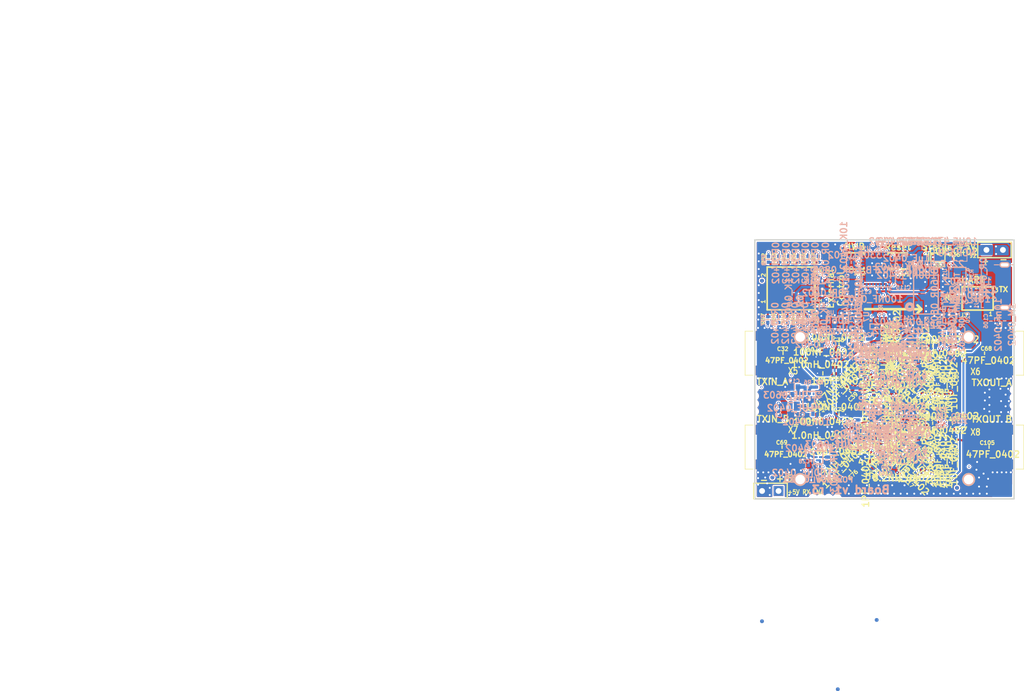
<source format=kicad_pcb>
(kicad_pcb (version 20171130) (host pcbnew "(5.1.12)-1")
  (title_block (title "LimeSDR-Sony v1") (date "23 May 2016") (rev 3) (company "Copyright 2016 Lime Microsystems, Ltd.") (comment 1 "WORK IS COVERED UNDER A CREATIVE COMMONS LICENSE (CC BY 3.0)"))
  (layers (0 Front signal) (1 Inner1_GND signal) (2 Inner2_Signal signal) (3 Inner3_Signal signal) (4 Inner4_Power signal) (31 Back signal) (34 B.Paste user hide) (35 F.Paste user hide) (36 B.SilkS user hide) (37 F.SilkS user hide) (38 B.Mask user hide) (39 F.Mask user hide) (44 Edge.Cuts user))
  (net 0 "")
  (net 1 +1.8V)
  (net 2 +2V)
  (net 3 +3.3V)
  (net 4 +5V)
  (net 5 GND)
  (net 6 MCU_SPI_MOSI)
  (net 7 PWR)
  (net 8 Vd_Driver)
  (net 9 Vg1_2_A)
  (net 10 Vg1_2_B)
  (net 11 Vg3_A)
  (net 12 Vg3_B)
  (net 13 Vg_Driver_A)
  (net 14 Vg_Driver_B)
  (net 15 "Net-(C12-Pad1)")
  (net 16 "Net-(C13-Pad1)")
  (net 17 "Net-(C14-Pad1)")
  (net 18 "Net-(C18-Pad1)")
  (net 19 "Net-(C19-Pad1)")
  (net 20 "Net-(C20-Pad1)")
  (net 21 "Net-(C21-Pad1)")
  (net 22 "Net-(C29-Pad1)")
  (net 23 "Net-(C30-Pad1)")
  (net 24 "Net-(C32-Pad1)")
  (net 25 "Net-(C32-Pad2)")
  (net 26 "Net-(C33-Pad1)")
  (net 27 "Net-(C35-Pad1)")
  (net 28 "Net-(C36-Pad1)")
  (net 29 "Net-(C39-Pad1)")
  (net 30 "Net-(C40-Pad1)")
  (net 31 "Net-(C43-Pad2)")
  (net 32 "Net-(C45-Pad1)")
  (net 33 "Net-(C45-Pad2)")
  (net 34 "Net-(C55-Pad1)")
  (net 35 "Net-(C57-Pad1)")
  (net 36 "Net-(C65-Pad1)")
  (net 37 "Net-(C68-Pad1)")
  (net 38 "Net-(C68-Pad2)")
  (net 39 "Net-(C69-Pad1)")
  (net 40 "Net-(C69-Pad2)")
  (net 41 "Net-(C70-Pad1)")
  (net 42 "Net-(C72-Pad1)")
  (net 43 "Net-(C73-Pad1)")
  (net 44 "Net-(C76-Pad1)")
  (net 45 "Net-(C77-Pad1)")
  (net 46 "Net-(C80-Pad2)")
  (net 47 "Net-(C82-Pad1)")
  (net 48 "Net-(C82-Pad2)")
  (net 49 "Net-(C89-Pad1)")
  (net 50 "Net-(C92-Pad1)")
  (net 51 "Net-(C98-Pad1)")
  (net 52 "Net-(C105-Pad1)")
  (net 53 "Net-(C105-Pad2)")
  (net 54 "Net-(C106-Pad1)")
  (net 55 "Net-(C107-Pad1)")
  (net 56 +3.3V_uC)
  (net 57 "Net-(C112-Pad2)")
  (net 58 "Net-(C113-Pad2)")
  (net 59 /Microcontroller/DATA+)
  (net 60 "Net-(J1-Pad4)")
  (net 61 /Microcontroller/DATA-)
  (net 62 /Microcontroller/UART_TX)
  (net 63 /Microcontroller/UART_RX)
  (net 64 "Net-(L3-Pad1)")
  (net 65 "Net-(L4-Pad1)")
  (net 66 "Net-(L6-Pad1)")
  (net 67 "Net-(L7-Pad1)")
  (net 68 "Net-(L8-Pad2)")
  (net 69 "Net-(L9-Pad2)")
  (net 70 "Net-(L11-Pad1)")
  (net 71 "Net-(L12-Pad1)")
  (net 72 "Net-(L13-Pad1)")
  (net 73 "Net-(L15-Pad1)")
  (net 74 "Net-(L16-Pad1)")
  (net 75 "Net-(L17-Pad2)")
  (net 76 "Net-(L18-Pad2)")
  (net 77 "Net-(L20-Pad1)")
  (net 78 "Net-(LD1-Pad1)")
  (net 79 MCU_SPI_DACB_SS)
  (net 80 "Net-(R2-Pad2)")
  (net 81 "Net-(R3-Pad2)")
  (net 82 "Net-(R4-Pad2)")
  (net 83 "Net-(R5-Pad1)")
  (net 84 MCU_SPI_DACA_SS)
  (net 85 "Net-(R20-Pad1)")
  (net 86 "Net-(R23-Pad2)")
  (net 87 "Net-(R34-Pad1)")
  (net 88 "Net-(R37-Pad1)")
  (net 89 "Net-(R38-Pad1)")
  (net 90 MCU_SPI_SCLK)
  (net 91 "Net-(R41-Pad2)")
  (net 92 MCU_TunerA_IN_SS)
  (net 93 MCU_TunerA_MID_SS)
  (net 94 MCU_TunerA_OUT_SS)
  (net 95 MCU_TunerB_IN_SS)
  (net 96 MCU_TunerB_MID_SS)
  (net 97 MCU_TunerB_OUT_SS)
  (net 98 "Net-(U18-Pad3)")
  (net 99 "Net-(U19-Pad17)")
  (net 100 "Net-(U19-Pad19)")
  (net 101 "Net-(U19-Pad6)")
  (net 102 "Net-(U19-Pad7)")
  (net 103 /Microcontroller/VBUS)
  (net 104 "Net-(J4-Pad4)")
  (net 105 "Net-(J4-Pad6)")
  (net 106 "Net-(J4-Pad8)")
  (net 107 "Net-(J4-Pad12)")
  (net 108 "Net-(J4-Pad10)")
  (net 109 "Net-(J4-Pad9)")
  (net 110 "Net-(J4-Pad7)")
  (net 111 "Net-(J4-Pad5)")
  (net 112 "Net-(J4-Pad1)")
  (net 113 "Net-(J4-Pad2)")
  (net 114 "Net-(J4-Pad3)")
  (net 115 "Net-(R45-Pad1)")
  (net 116 "Net-(R46-Pad1)")
  (net 117 "Net-(R58-Pad2)")
  (net 118 "Net-(R59-Pad2)")
  (net 119 "Net-(R60-Pad2)")
  (net 120 "Net-(R61-Pad2)")
  (net 121 "Net-(R62-Pad2)")
  (net 122 "Net-(R63-Pad2)")
  (net 123 "Net-(R64-Pad2)")
  (net 124 "Net-(U4-Pad6)")
  (net 125 "Net-(U5-Pad6)")
  (net 126 "Net-(U6-Pad6)")
  (net 127 "Net-(U8-Pad6)")
  (net 128 Vd_Drive_select)
  (net 129 "Net-(C109-Pad1)")
  (net 130 /Microcontroller/LED_R)
  (net 131 /Microcontroller/LED_G)
  (net 132 "Net-(R32-Pad2)")
  (net 133 "Net-(R33-Pad2)")
  (net 134 "Net-(R43-Pad2)")
  (module Fiducial (layer Back) (at 183.8 138.7)
    (fp_text reference FD6 hide)
    (fp_text value FIDUCIAL hide)
    (pad 1 smd circle (at 0 0) (size 0.6 0.6) (layers Back B.Mask) (clearance 0.2))
  )
  (module Fiducial (layer Back) (at 166.1 138.9)
    (fp_text reference FD5 hide)
    (fp_text value FIDUCIAL hide)
    (pad 1 smd circle (at 0 0) (size 0.6 0.6) (layers Back B.Mask) (clearance 0.2))
  )
  (module Fiducial (layer Back) (at 177.8 149.4)
    (fp_text reference FD4 hide)
    (fp_text value FIDUCIAL hide)
    (pad 1 smd circle (at 0 0) (size 0.6 0.6) (layers Back B.Mask) (clearance 0.2))
  )
  (module GND_VIA (layer Front) (at 173.7 117.1)
    (fp_text reference GND_VIA hide)
    (fp_text value VAL** hide)
    (pad 1 thru_hole circle (at 0 0) (size 0.5 0.5) (drill 0.3) (layers *.Cu) (net 5 GND) (clearance 0.1))
  )
  (module GND_VIA (layer Front) (at 179.5 117.9)
    (fp_text reference GND_VIA hide)
    (fp_text value VAL** hide)
    (pad 1 thru_hole circle (at 0 0) (size 0.5 0.5) (drill 0.3) (layers *.Cu) (net 5 GND) (clearance 0.1))
  )
  (module GND_VIA (layer Front) (at 201.2 105.5)
    (fp_text reference GND_VIA hide)
    (fp_text value VAL** hide)
    (pad 1 thru_hole circle (at 0 0) (size 0.5 0.5) (drill 0.3) (layers *.Cu) (net 5 GND) (clearance 0.1))
  )
  (module GND_VIA (layer Front) (at 201.2 104.3)
    (fp_text reference GND_VIA hide)
    (fp_text value VAL** hide)
    (pad 1 thru_hole circle (at 0 0) (size 0.5 0.5) (drill 0.3) (layers *.Cu) (net 5 GND) (clearance 0.1))
  )
  (module GND_VIA (layer Front) (at 199.3 114.3)
    (fp_text reference GND_VIA hide)
    (fp_text value VAL** hide)
    (pad 1 thru_hole circle (at 0 0) (size 0.5 0.5) (drill 0.3) (layers *.Cu) (net 5 GND) (clearance 0.1))
  )
  (module GND_VIA (layer Front) (at 201.2 101.7)
    (fp_text reference GND_VIA hide)
    (fp_text value VAL** hide)
    (pad 1 thru_hole circle (at 0 0) (size 0.5 0.5) (drill 0.3) (layers *.Cu) (net 5 GND) (clearance 0.1))
  )
  (module GND_VIA (layer Front) (at 192.3 117.8)
    (fp_text reference GND_VIA hide)
    (fp_text value VAL** hide)
    (pad 1 thru_hole circle (at 0 0) (size 0.5 0.5) (drill 0.3) (layers *.Cu) (net 5 GND) (clearance 0.1))
  )
  (module GND_VIA (layer Front) (at 182.3 117.9)
    (fp_text reference GND_VIA hide)
    (fp_text value VAL** hide)
    (pad 1 thru_hole circle (at 0 0) (size 0.5 0.5) (drill 0.3) (layers *.Cu) (net 5 GND) (clearance 0.1))
  )
  (module GND_VIA (layer Front) (at 196.3 117.4)
    (fp_text reference GND_VIA hide)
    (fp_text value VAL** hide)
    (pad 1 thru_hole circle (at 0 0) (size 0.5 0.5) (drill 0.3) (layers *.Cu) (net 5 GND) (clearance 0.1))
  )
  (module GND_VIA (layer Front) (at 186.2 117.9)
    (fp_text reference GND_VIA hide)
    (fp_text value VAL** hide)
    (pad 1 thru_hole circle (at 0 0) (size 0.5 0.5) (drill 0.3) (layers *.Cu) (net 5 GND) (clearance 0.1))
  )
  (module GND_VIA (layer Front) (at 170.5 114.6)
    (fp_text reference GND_VIA hide)
    (fp_text value VAL** hide)
    (pad 1 thru_hole circle (at 0 0) (size 0.5 0.5) (drill 0.3) (layers *.Cu) (net 5 GND) (clearance 0.1))
  )
  (module GND_VIA (layer Front) (at 165.5 117.8)
    (fp_text reference GND_VIA hide)
    (fp_text value VAL** hide)
    (pad 1 thru_hole circle (at 0 0) (size 0.5 0.5) (drill 0.3) (layers *.Cu) (net 5 GND) (clearance 0.1))
  )
  (module GND_VIA (layer Front) (at 166.6 116.7)
    (fp_text reference GND_VIA hide)
    (fp_text value VAL** hide)
    (pad 1 thru_hole circle (at 0 0) (size 0.5 0.5) (drill 0.3) (layers *.Cu) (net 5 GND) (clearance 0.1))
  )
  (module GND_VIA (layer Front) (at 169.4 116.6)
    (fp_text reference GND_VIA hide)
    (fp_text value VAL** hide)
    (pad 1 thru_hole circle (at 0 0) (size 0.5 0.5) (drill 0.3) (layers *.Cu) (net 5 GND) (clearance 0.1))
  )
  (module GND_VIA (layer Front) (at 171.1 115.5)
    (fp_text reference GND_VIA hide)
    (fp_text value VAL** hide)
    (pad 1 thru_hole circle (at 0 0) (size 0.5 0.5) (drill 0.3) (layers *.Cu) (net 5 GND) (clearance 0.1))
  )
  (module GND_VIA (layer Front) (at 166.9 117.6)
    (fp_text reference GND_VIA hide)
    (fp_text value VAL** hide)
    (pad 1 thru_hole circle (at 0 0) (size 0.5 0.5) (drill 0.3) (layers *.Cu) (net 5 GND) (clearance 0.1))
  )
  (module GND_VIA (layer Front) (at 170 117.1)
    (fp_text reference GND_VIA hide)
    (fp_text value VAL** hide)
    (pad 1 thru_hole circle (at 0 0) (size 0.5 0.5) (drill 0.3) (layers *.Cu) (net 5 GND) (clearance 0.1))
  )
  (module GND_VIA (layer Front) (at 165.5 116.8)
    (fp_text reference GND_VIA hide)
    (fp_text value VAL** hide)
    (pad 1 thru_hole circle (at 0 0) (size 0.5 0.5) (drill 0.3) (layers *.Cu) (net 5 GND) (clearance 0.1))
  )
  (module GND_VIA (layer Front) (at 167.3 118.3)
    (fp_text reference GND_VIA hide)
    (fp_text value VAL** hide)
    (pad 1 thru_hole circle (at 0 0) (size 0.5 0.5) (drill 0.3) (layers *.Cu) (net 5 GND) (clearance 0.1))
  )
  (module GND_VIA (layer Front) (at 167.3 119.4)
    (fp_text reference GND_VIA hide)
    (fp_text value VAL** hide)
    (pad 1 thru_hole circle (at 0 0) (size 0.5 0.5) (drill 0.3) (layers *.Cu) (net 5 GND) (clearance 0.1))
  )
  (module GND_VIA (layer Front) (at 170.3 119.4)
    (fp_text reference GND_VIA hide)
    (fp_text value VAL** hide)
    (pad 1 thru_hole circle (at 0 0) (size 0.5 0.5) (drill 0.3) (layers *.Cu) (net 5 GND) (clearance 0.1))
  )
  (module GND_VIA (layer Front) (at 172.9 119.4)
    (fp_text reference GND_VIA hide)
    (fp_text value VAL** hide)
    (pad 1 thru_hole circle (at 0 0) (size 0.5 0.5) (drill 0.3) (layers *.Cu) (net 5 GND) (clearance 0.1))
  )
  (module GND_VIA (layer Front) (at 171.5 119.4)
    (fp_text reference GND_VIA hide)
    (fp_text value VAL** hide)
    (pad 1 thru_hole circle (at 0 0) (size 0.5 0.5) (drill 0.3) (layers *.Cu) (net 5 GND) (clearance 0.1))
  )
  (module GND_VIA (layer Front) (at 190.2 117.9)
    (fp_text reference GND_VIA hide)
    (fp_text value VAL** hide)
    (pad 1 thru_hole circle (at 0 0) (size 0.5 0.5) (drill 0.3) (layers *.Cu) (net 5 GND) (clearance 0.1))
  )
  (module GND_VIA (layer Front) (at 188.1 117.9)
    (fp_text reference GND_VIA hide)
    (fp_text value VAL** hide)
    (pad 1 thru_hole circle (at 0 0) (size 0.5 0.5) (drill 0.3) (layers *.Cu) (net 5 GND) (clearance 0.1))
  )
  (module GND_VIA (layer Front) (at 201.2 103.1)
    (fp_text reference GND_VIA hide)
    (fp_text value VAL** hide)
    (pad 1 thru_hole circle (at 0 0) (size 0.5 0.5) (drill 0.3) (layers *.Cu) (net 5 GND) (clearance 0.1))
  )
  (module GND_VIA (layer Front) (at 201.2 106.5)
    (fp_text reference GND_VIA hide)
    (fp_text value VAL** hide)
    (pad 1 thru_hole circle (at 0 0) (size 0.5 0.5) (drill 0.3) (layers *.Cu) (net 5 GND) (clearance 0.1))
  )
  (module GND_VIA (layer Front) (at 182.5 119.2)
    (fp_text reference GND_VIA hide)
    (fp_text value VAL** hide)
    (pad 1 thru_hole circle (at 0 0) (size 0.5 0.5) (drill 0.3) (layers *.Cu) (net 5 GND) (clearance 0.1))
  )
  (module GND_VIA (layer Front) (at 183.5 119.2)
    (fp_text reference GND_VIA hide)
    (fp_text value VAL** hide)
    (pad 1 thru_hole circle (at 0 0) (size 0.5 0.5) (drill 0.3) (layers *.Cu) (net 5 GND) (clearance 0.1))
  )
  (module GND_VIA (layer Front) (at 181.5 119.2)
    (fp_text reference GND_VIA hide)
    (fp_text value VAL** hide)
    (pad 1 thru_hole circle (at 0 0) (size 0.5 0.5) (drill 0.3) (layers *.Cu) (net 5 GND) (clearance 0.1))
  )
  (module GND_VIA (layer Front) (at 184.5 119.2)
    (fp_text reference GND_VIA hide)
    (fp_text value VAL** hide)
    (pad 1 thru_hole circle (at 0 0) (size 0.5 0.5) (drill 0.3) (layers *.Cu) (net 5 GND) (clearance 0.1))
  )
  (module GND_VIA (layer Front) (at 184.1 117.9)
    (fp_text reference GND_VIA hide)
    (fp_text value VAL** hide)
    (pad 1 thru_hole circle (at 0 0) (size 0.5 0.5) (drill 0.3) (layers *.Cu) (net 5 GND) (clearance 0.1))
  )
  (module GND_VIA (layer Front) (at 179.5 119.2)
    (fp_text reference GND_VIA hide)
    (fp_text value VAL** hide)
    (pad 1 thru_hole circle (at 0 0) (size 0.5 0.5) (drill 0.3) (layers *.Cu) (net 5 GND) (clearance 0.1))
  )
  (module GND_VIA (layer Front) (at 194.3 117.8)
    (fp_text reference GND_VIA hide)
    (fp_text value VAL** hide)
    (pad 1 thru_hole circle (at 0 0) (size 0.5 0.5) (drill 0.3) (layers *.Cu) (net 5 GND) (clearance 0.1))
  )
  (module GND_VIA (layer Front) (at 180.5 119.2)
    (fp_text reference GND_VIA hide)
    (fp_text value VAL** hide)
    (pad 1 thru_hole circle (at 0 0) (size 0.5 0.5) (drill 0.3) (layers *.Cu) (net 5 GND) (clearance 0.1))
  )
  (module GND_VIA (layer Front) (at 190.6 119.2)
    (fp_text reference GND_VIA hide)
    (fp_text value VAL** hide)
    (pad 1 thru_hole circle (at 0 0) (size 0.5 0.5) (drill 0.3) (layers *.Cu) (net 5 GND) (clearance 0.1))
  )
  (module GND_VIA (layer Front) (at 186.5 119.2)
    (fp_text reference GND_VIA hide)
    (fp_text value VAL** hide)
    (pad 1 thru_hole circle (at 0 0) (size 0.5 0.5) (drill 0.3) (layers *.Cu) (net 5 GND) (clearance 0.1))
  )
  (module GND_VIA (layer Front) (at 187.5 119.2)
    (fp_text reference GND_VIA hide)
    (fp_text value VAL** hide)
    (pad 1 thru_hole circle (at 0 0) (size 0.5 0.5) (drill 0.3) (layers *.Cu) (net 5 GND) (clearance 0.1))
  )
  (module GND_VIA (layer Front) (at 185.5 119.2)
    (fp_text reference GND_VIA hide)
    (fp_text value VAL** hide)
    (pad 1 thru_hole circle (at 0 0) (size 0.5 0.5) (drill 0.3) (layers *.Cu) (net 5 GND) (clearance 0.1))
  )
  (module GND_VIA (layer Front) (at 189.6 119.2)
    (fp_text reference GND_VIA hide)
    (fp_text value VAL** hide)
    (pad 1 thru_hole circle (at 0 0) (size 0.5 0.5) (drill 0.3) (layers *.Cu) (net 5 GND) (clearance 0.1))
  )
  (module GND_VIA (layer Front) (at 188.5 119.2)
    (fp_text reference GND_VIA hide)
    (fp_text value VAL** hide)
    (pad 1 thru_hole circle (at 0 0) (size 0.5 0.5) (drill 0.3) (layers *.Cu) (net 5 GND) (clearance 0.1))
  )
  (module GND_VIA (layer Front) (at 194.6 119.2)
    (fp_text reference GND_VIA hide)
    (fp_text value VAL** hide)
    (pad 1 thru_hole circle (at 0 0) (size 0.5 0.5) (drill 0.3) (layers *.Cu) (net 5 GND) (clearance 0.1))
  )
  (module GND_VIA (layer Front) (at 195.7 119.2)
    (fp_text reference GND_VIA hide)
    (fp_text value VAL** hide)
    (pad 1 thru_hole circle (at 0 0) (size 0.5 0.5) (drill 0.3) (layers *.Cu) (net 5 GND) (clearance 0.1))
  )
  (module GND_VIA (layer Front) (at 191.6 119.2)
    (fp_text reference GND_VIA hide)
    (fp_text value VAL** hide)
    (pad 1 thru_hole circle (at 0 0) (size 0.5 0.5) (drill 0.3) (layers *.Cu) (net 5 GND) (clearance 0.1))
  )
  (module GND_VIA (layer Front) (at 193.6 119.2)
    (fp_text reference GND_VIA hide)
    (fp_text value VAL** hide)
    (pad 1 thru_hole circle (at 0 0) (size 0.5 0.5) (drill 0.3) (layers *.Cu) (net 5 GND) (clearance 0.1))
  )
  (module GND_VIA (layer Front) (at 192.6 119.2)
    (fp_text reference GND_VIA hide)
    (fp_text value VAL** hide)
    (pad 1 thru_hole circle (at 0 0) (size 0.5 0.5) (drill 0.3) (layers *.Cu) (net 5 GND) (clearance 0.1))
  )
  (module GND_VIA (layer Front) (at 199.2 115.5)
    (fp_text reference GND_VIA hide)
    (fp_text value VAL** hide)
    (pad 1 thru_hole circle (at 0 0) (size 0.5 0.5) (drill 0.3) (layers *.Cu) (net 5 GND) (clearance 0.1))
  )
  (module GND_VIA (layer Front) (at 199.6 118.1)
    (fp_text reference GND_VIA hide)
    (fp_text value VAL** hide)
    (pad 1 thru_hole circle (at 0 0) (size 0.5 0.5) (drill 0.3) (layers *.Cu) (net 5 GND) (clearance 0.1))
  )
  (module GND_VIA (layer Front) (at 199.6 116.7)
    (fp_text reference GND_VIA hide)
    (fp_text value VAL** hide)
    (pad 1 thru_hole circle (at 0 0) (size 0.5 0.5) (drill 0.3) (layers *.Cu) (net 5 GND) (clearance 0.1))
  )
  (module GND_VIA (layer Front) (at 197.7 119.2)
    (fp_text reference GND_VIA hide)
    (fp_text value VAL** hide)
    (pad 1 thru_hole circle (at 0 0) (size 0.5 0.5) (drill 0.3) (layers *.Cu) (net 5 GND) (clearance 0.1))
  )
  (module GND_VIA (layer Front) (at 198.7 119.2)
    (fp_text reference GND_VIA hide)
    (fp_text value VAL** hide)
    (pad 1 thru_hole circle (at 0 0) (size 0.5 0.5) (drill 0.3) (layers *.Cu) (net 5 GND) (clearance 0.1))
  )
  (module GND_VIA (layer Front) (at 196.7 119.2)
    (fp_text reference GND_VIA hide)
    (fp_text value VAL** hide)
    (pad 1 thru_hole circle (at 0 0) (size 0.5 0.5) (drill 0.3) (layers *.Cu) (net 5 GND) (clearance 0.1))
  )
  (module GND_VIA (layer Front) (at 200.8 119.2)
    (fp_text reference GND_VIA hide)
    (fp_text value VAL** hide)
    (pad 1 thru_hole circle (at 0 0) (size 0.5 0.5) (drill 0.3) (layers *.Cu) (net 5 GND) (clearance 0.1))
  )
  (module GND_VIA (layer Front) (at 201 116.9)
    (fp_text reference GND_VIA hide)
    (fp_text value VAL** hide)
    (pad 1 thru_hole circle (at 0 0) (size 0.5 0.5) (drill 0.3) (layers *.Cu) (net 5 GND) (clearance 0.1))
  )
  (module GND_VIA (layer Front) (at 199.7 119.2)
    (fp_text reference GND_VIA hide)
    (fp_text value VAL** hide)
    (pad 1 thru_hole circle (at 0 0) (size 0.5 0.5) (drill 0.3) (layers *.Cu) (net 5 GND) (clearance 0.1))
  )
  (module GND_VIA (layer Front) (at 200.8 118.1)
    (fp_text reference GND_VIA hide)
    (fp_text value VAL** hide)
    (pad 1 thru_hole circle (at 0 0) (size 0.5 0.5) (drill 0.3) (layers *.Cu) (net 5 GND) (clearance 0.1))
  )
  (module GND_VIA (layer Front) (at 200.5 104.8)
    (fp_text reference GND_VIA hide)
    (fp_text value VAL** hide)
    (pad 1 thru_hole circle (at 0 0) (size 0.5 0.5) (drill 0.3) (layers *.Cu) (net 5 GND) (clearance 0.1))
  )
  (module GND_VIA (layer Front) (at 200.3 116.1)
    (fp_text reference GND_VIA hide)
    (fp_text value VAL** hide)
    (pad 1 thru_hole circle (at 0 0) (size 0.5 0.5) (drill 0.3) (layers *.Cu) (net 5 GND) (clearance 0.1))
  )
  (module GND_VIA (layer Front) (at 200.5 103.6)
    (fp_text reference GND_VIA hide)
    (fp_text value VAL** hide)
    (pad 1 thru_hole circle (at 0 0) (size 0.5 0.5) (drill 0.3) (layers *.Cu) (net 5 GND) (clearance 0.1))
  )
  (module GND_VIA (layer Front) (at 200.5 102.4)
    (fp_text reference GND_VIA hide)
    (fp_text value VAL** hide)
    (pad 1 thru_hole circle (at 0 0) (size 0.5 0.5) (drill 0.3) (layers *.Cu) (net 5 GND) (clearance 0.1))
  )
  (module GND_VIA (layer Front) (at 200.9 108.1)
    (fp_text reference GND_VIA hide)
    (fp_text value VAL** hide)
    (pad 1 thru_hole circle (at 0 0) (size 0.5 0.5) (drill 0.3) (layers *.Cu) (net 5 GND) (clearance 0.1))
  )
  (module GND_VIA (layer Front) (at 200.4 106.1)
    (fp_text reference GND_VIA hide)
    (fp_text value VAL** hide)
    (pad 1 thru_hole circle (at 0 0) (size 0.5 0.5) (drill 0.3) (layers *.Cu) (net 5 GND) (clearance 0.1))
  )
  (module GND_VIA (layer Front) (at 165.54 92.31)
    (fp_text reference GND_VIA hide)
    (fp_text value VAL** hide)
    (pad 1 thru_hole circle (at 0 0) (size 0.5 0.5) (drill 0.3) (layers *.Cu) (net 5 GND) (clearance 0.1))
  )
  (module GND_VIA (layer Front) (at 165.6 87)
    (fp_text reference GND_VIA hide)
    (fp_text value VAL** hide)
    (pad 1 thru_hole circle (at 0 0) (size 0.5 0.5) (drill 0.3) (layers *.Cu) (net 5 GND) (clearance 0.1))
  )
  (module GND_VIA (layer Front) (at 165.6 91.5)
    (fp_text reference GND_VIA hide)
    (fp_text value VAL** hide)
    (pad 1 thru_hole circle (at 0 0) (size 0.5 0.5) (drill 0.3) (layers *.Cu) (net 5 GND) (clearance 0.1))
  )
  (module GND_VIA (layer Front) (at 165.6 89.3)
    (fp_text reference GND_VIA hide)
    (fp_text value VAL** hide)
    (pad 1 thru_hole circle (at 0 0) (size 0.5 0.5) (drill 0.3) (layers *.Cu) (net 5 GND) (clearance 0.1))
  )
  (module GND_VIA (layer Front) (at 165.6 88.2)
    (fp_text reference GND_VIA hide)
    (fp_text value VAL** hide)
    (pad 1 thru_hole circle (at 0 0) (size 0.5 0.5) (drill 0.3) (layers *.Cu) (net 5 GND) (clearance 0.1))
  )
  (module GND_VIA (layer Front) (at 165.6 90.4)
    (fp_text reference GND_VIA hide)
    (fp_text value VAL** hide)
    (pad 1 thru_hole circle (at 0 0) (size 0.5 0.5) (drill 0.3) (layers *.Cu) (net 5 GND) (clearance 0.1))
  )
  (module GND_VIA (layer Front) (at 165.6 83.3)
    (fp_text reference GND_VIA hide)
    (fp_text value VAL** hide)
    (pad 1 thru_hole circle (at 0 0) (size 0.5 0.5) (drill 0.3) (layers *.Cu) (net 5 GND) (clearance 0.1))
  )
  (module GND_VIA (layer Front) (at 165.6 85.6)
    (fp_text reference GND_VIA hide)
    (fp_text value VAL** hide)
    (pad 1 thru_hole circle (at 0 0) (size 0.5 0.5) (drill 0.3) (layers *.Cu) (net 5 GND) (clearance 0.1))
  )
  (module GND_VIA (layer Front) (at 165.6 84.5)
    (fp_text reference GND_VIA hide)
    (fp_text value VAL** hide)
    (pad 1 thru_hole circle (at 0 0) (size 0.5 0.5) (drill 0.3) (layers *.Cu) (net 5 GND) (clearance 0.1))
  )
  (module GND_VIA (layer Front) (at 165.6 82.1)
    (fp_text reference GND_VIA hide)
    (fp_text value VAL** hide)
    (pad 1 thru_hole circle (at 0 0) (size 0.5 0.5) (drill 0.3) (layers *.Cu) (net 5 GND) (clearance 0.1))
  )
  (module GND_VIA (layer Front) (at 177.4 80.7)
    (fp_text reference GND_VIA hide)
    (fp_text value VAL** hide)
    (pad 1 thru_hole circle (at 0 0) (size 0.5 0.5) (drill 0.3) (layers *.Cu) (net 5 GND) (clearance 0.1))
  )
  (module GND_VIA (layer Front) (at 181.5 113)
    (fp_text reference GND_VIA hide)
    (fp_text value VAL** hide)
    (pad 1 thru_hole circle (at 0 0) (size 0.5 0.5) (drill 0.3) (layers *.Cu) (net 5 GND) (clearance 0.1))
  )
  (module GND_VIA (layer Front) (at 182 113.5)
    (fp_text reference GND_VIA hide)
    (fp_text value VAL** hide)
    (pad 1 thru_hole circle (at 0 0) (size 0.5 0.5) (drill 0.3) (layers *.Cu) (net 5 GND) (clearance 0.1))
  )
  (module GND_VIA (layer Front) (at 181.5 114)
    (fp_text reference GND_VIA hide)
    (fp_text value VAL** hide)
    (pad 1 thru_hole circle (at 0 0) (size 0.5 0.5) (drill 0.3) (layers *.Cu) (net 5 GND) (clearance 0.1))
  )
  (module GND_VIA (layer Front) (at 181 113.5)
    (fp_text reference GND_VIA hide)
    (fp_text value VAL** hide)
    (pad 1 thru_hole circle (at 0 0) (size 0.5 0.5) (drill 0.3) (layers *.Cu) (net 5 GND) (clearance 0.1))
  )
  (module GND_VIA (layer Front) (at 176.9 108.9)
    (fp_text reference GND_VIA hide)
    (fp_text value VAL** hide)
    (pad 1 thru_hole circle (at 0 0) (size 0.5 0.5) (drill 0.3) (layers *.Cu) (net 5 GND) (clearance 0.1))
  )
  (module GND_VIA (layer Front) (at 176.9 109.6)
    (fp_text reference GND_VIA hide)
    (fp_text value VAL** hide)
    (pad 1 thru_hole circle (at 0 0) (size 0.5 0.5) (drill 0.3) (layers *.Cu) (net 5 GND) (clearance 0.1))
  )
  (module GND_VIA (layer Front) (at 176.2 109.6)
    (fp_text reference GND_VIA hide)
    (fp_text value VAL** hide)
    (pad 1 thru_hole circle (at 0 0) (size 0.5 0.5) (drill 0.3) (layers *.Cu) (net 5 GND) (clearance 0.1))
  )
  (module GND_VIA (layer Front) (at 176.2 108.9)
    (fp_text reference GND_VIA hide)
    (fp_text value VAL** hide)
    (pad 1 thru_hole circle (at 0 0) (size 0.5 0.5) (drill 0.3) (layers *.Cu) (net 5 GND) (clearance 0.1))
  )
  (module GND_VIA (layer Front) (at 166.3 115.9)
    (fp_text reference GND_VIA hide)
    (fp_text value VAL** hide)
    (pad 1 thru_hole circle (at 0 0) (size 0.5 0.5) (drill 0.3) (layers *.Cu) (net 5 GND) (clearance 0.1))
  )
  (module GND_VIA (layer Front) (at 167.9 115.9)
    (fp_text reference GND_VIA hide)
    (fp_text value VAL** hide)
    (pad 1 thru_hole circle (at 0 0) (size 0.5 0.5) (drill 0.3) (layers *.Cu) (net 5 GND) (clearance 0.1))
  )
  (module GND_VIA (layer Front) (at 167.1 115.9)
    (fp_text reference GND_VIA hide)
    (fp_text value VAL** hide)
    (pad 1 thru_hole circle (at 0 0) (size 0.5 0.5) (drill 0.3) (layers *.Cu) (net 5 GND) (clearance 0.1))
  )
  (module GND_VIA (layer Front) (at 169.5 115.9)
    (fp_text reference GND_VIA hide)
    (fp_text value VAL** hide)
    (pad 1 thru_hole circle (at 0 0) (size 0.5 0.5) (drill 0.3) (layers *.Cu) (net 5 GND) (clearance 0.1))
  )
  (module GND_VIA (layer Front) (at 168.7 115.9)
    (fp_text reference GND_VIA hide)
    (fp_text value VAL** hide)
    (pad 1 thru_hole circle (at 0 0) (size 0.5 0.5) (drill 0.3) (layers *.Cu) (net 5 GND) (clearance 0.1))
  )
  (module GND_VIA (layer Front) (at 170.3 115.9)
    (fp_text reference GND_VIA hide)
    (fp_text value VAL** hide)
    (pad 1 thru_hole circle (at 0 0) (size 0.5 0.5) (drill 0.3) (layers *.Cu) (net 5 GND) (clearance 0.1))
  )
  (module GND_VIA (layer Front) (at 165.5 115.9)
    (fp_text reference GND_VIA hide)
    (fp_text value VAL** hide)
    (pad 1 thru_hole circle (at 0 0) (size 0.5 0.5) (drill 0.3) (layers *.Cu) (net 5 GND) (clearance 0.1))
  )
  (module GND_VIA (layer Front) (at 167.1 108.1)
    (fp_text reference GND_VIA hide)
    (fp_text value VAL** hide)
    (pad 1 thru_hole circle (at 0 0) (size 0.5 0.5) (drill 0.3) (layers *.Cu) (net 5 GND) (clearance 0.1))
  )
  (module GND_VIA (layer Front) (at 165.5 101.4)
    (fp_text reference GND_VIA hide)
    (fp_text value VAL** hide)
    (pad 1 thru_hole circle (at 0 0) (size 0.5 0.5) (drill 0.3) (layers *.Cu) (net 5 GND) (clearance 0.1))
  )
  (module GND_VIA (layer Front) (at 167.4 101.4)
    (fp_text reference GND_VIA hide)
    (fp_text value VAL** hide)
    (pad 1 thru_hole circle (at 0 0) (size 0.5 0.5) (drill 0.3) (layers *.Cu) (net 5 GND) (clearance 0.1))
  )
  (module GND_VIA (layer Front) (at 166.5 101.4)
    (fp_text reference GND_VIA hide)
    (fp_text value VAL** hide)
    (pad 1 thru_hole circle (at 0 0) (size 0.5 0.5) (drill 0.3) (layers *.Cu) (net 5 GND) (clearance 0.1))
  )
  (module GND_VIA (layer Front) (at 166.3 108.1)
    (fp_text reference GND_VIA hide)
    (fp_text value VAL** hide)
    (pad 1 thru_hole circle (at 0 0) (size 0.5 0.5) (drill 0.3) (layers *.Cu) (net 5 GND) (clearance 0.1))
  )
  (module GND_VIA (layer Front) (at 167.5 93.6)
    (fp_text reference GND_VIA hide)
    (fp_text value VAL** hide)
    (pad 1 thru_hole circle (at 0 0) (size 0.5 0.5) (drill 0.3) (layers *.Cu) (net 5 GND) (clearance 0.1))
  )
  (module GND_VIA (layer Front) (at 165.5 108.1)
    (fp_text reference GND_VIA hide)
    (fp_text value VAL** hide)
    (pad 1 thru_hole circle (at 0 0) (size 0.5 0.5) (drill 0.3) (layers *.Cu) (net 5 GND) (clearance 0.1))
  )
  (module GND_VIA (layer Front) (at 165.5 93.6)
    (fp_text reference GND_VIA hide)
    (fp_text value VAL** hide)
    (pad 1 thru_hole circle (at 0 0) (size 0.5 0.5) (drill 0.3) (layers *.Cu) (net 5 GND) (clearance 0.1))
  )
  (module GND_VIA (layer Front) (at 168.3 101.4)
    (fp_text reference GND_VIA hide)
    (fp_text value VAL** hide)
    (pad 1 thru_hole circle (at 0 0) (size 0.5 0.5) (drill 0.3) (layers *.Cu) (net 5 GND) (clearance 0.1))
  )
  (module GND_VIA (layer Front) (at 166.5 93.6)
    (fp_text reference GND_VIA hide)
    (fp_text value VAL** hide)
    (pad 1 thru_hole circle (at 0 0) (size 0.5 0.5) (drill 0.3) (layers *.Cu) (net 5 GND) (clearance 0.1))
  )
  (module GND_VIA (layer Front) (at 168.9 93.6)
    (fp_text reference GND_VIA hide)
    (fp_text value VAL** hide)
    (pad 1 thru_hole circle (at 0 0) (size 0.5 0.5) (drill 0.3) (layers *.Cu) (net 5 GND) (clearance 0.1))
  )
  (module GND_VIA (layer Front) (at 203 106.6)
    (fp_text reference GND_VIA hide)
    (fp_text value VAL** hide)
    (pad 1 thru_hole circle (at 0 0) (size 0.5 0.5) (drill 0.3) (layers *.Cu) (net 5 GND) (clearance 0.1))
  )
  (module GND_VIA (layer Front) (at 203.7 105.7)
    (fp_text reference GND_VIA hide)
    (fp_text value VAL** hide)
    (pad 1 thru_hole circle (at 0 0) (size 0.5 0.5) (drill 0.3) (layers *.Cu) (net 5 GND) (clearance 0.1))
  )
  (module GND_VIA (layer Front) (at 203 104.9)
    (fp_text reference GND_VIA hide)
    (fp_text value VAL** hide)
    (pad 1 thru_hole circle (at 0 0) (size 0.5 0.5) (drill 0.3) (layers *.Cu) (net 5 GND) (clearance 0.1))
  )
  (module GND_VIA (layer Front) (at 201.7 115.9)
    (fp_text reference GND_VIA hide)
    (fp_text value VAL** hide)
    (pad 1 thru_hole circle (at 0 0) (size 0.5 0.5) (drill 0.3) (layers *.Cu) (net 5 GND) (clearance 0.1))
  )
  (module GND_VIA (layer Front) (at 202.4 115.9)
    (fp_text reference GND_VIA hide)
    (fp_text value VAL** hide)
    (pad 1 thru_hole circle (at 0 0) (size 0.5 0.5) (drill 0.3) (layers *.Cu) (net 5 GND) (clearance 0.1))
  )
  (module GND_VIA (layer Front) (at 204.5 115.9)
    (fp_text reference GND_VIA hide)
    (fp_text value VAL** hide)
    (pad 1 thru_hole circle (at 0 0) (size 0.5 0.5) (drill 0.3) (layers *.Cu) (net 5 GND) (clearance 0.1))
  )
  (module GND_VIA (layer Front) (at 203.8 115.9)
    (fp_text reference GND_VIA hide)
    (fp_text value VAL** hide)
    (pad 1 thru_hole circle (at 0 0) (size 0.5 0.5) (drill 0.3) (layers *.Cu) (net 5 GND) (clearance 0.1))
  )
  (module GND_VIA (layer Front) (at 203.7 103.9)
    (fp_text reference GND_VIA hide)
    (fp_text value VAL** hide)
    (pad 1 thru_hole circle (at 0 0) (size 0.5 0.5) (drill 0.3) (layers *.Cu) (net 5 GND) (clearance 0.1))
  )
  (module GND_VIA (layer Front) (at 203.1 115.9)
    (fp_text reference GND_VIA hide)
    (fp_text value VAL** hide)
    (pad 1 thru_hole circle (at 0 0) (size 0.5 0.5) (drill 0.3) (layers *.Cu) (net 5 GND) (clearance 0.1))
  )
  (module GND_VIA (layer Front) (at 202.9 103)
    (fp_text reference GND_VIA hide)
    (fp_text value VAL** hide)
    (pad 1 thru_hole circle (at 0 0) (size 0.5 0.5) (drill 0.3) (layers *.Cu) (net 5 GND) (clearance 0.1))
  )
  (module GND_VIA (layer Front) (at 204.2 104.9)
    (fp_text reference GND_VIA hide)
    (fp_text value VAL** hide)
    (pad 1 thru_hole circle (at 0 0) (size 0.5 0.5) (drill 0.3) (layers *.Cu) (net 5 GND) (clearance 0.1))
  )
  (module GND_VIA (layer Front) (at 203 93.6)
    (fp_text reference GND_VIA hide)
    (fp_text value VAL** hide)
    (pad 1 thru_hole circle (at 0 0) (size 0.5 0.5) (drill 0.3) (layers *.Cu) (net 5 GND) (clearance 0.1))
  )
  (module GND_VIA (layer Front) (at 204.1 103)
    (fp_text reference GND_VIA hide)
    (fp_text value VAL** hide)
    (pad 1 thru_hole circle (at 0 0) (size 0.5 0.5) (drill 0.3) (layers *.Cu) (net 5 GND) (clearance 0.1))
  )
  (module GND_VIA (layer Front) (at 201.7 108.1)
    (fp_text reference GND_VIA hide)
    (fp_text value VAL** hide)
    (pad 1 thru_hole circle (at 0 0) (size 0.5 0.5) (drill 0.3) (layers *.Cu) (net 5 GND) (clearance 0.1))
  )
  (module GND_VIA (layer Front) (at 202.4 108.1)
    (fp_text reference GND_VIA hide)
    (fp_text value VAL** hide)
    (pad 1 thru_hole circle (at 0 0) (size 0.5 0.5) (drill 0.3) (layers *.Cu) (net 5 GND) (clearance 0.1))
  )
  (module GND_VIA (layer Front) (at 204.1 106.6)
    (fp_text reference GND_VIA hide)
    (fp_text value VAL** hide)
    (pad 1 thru_hole circle (at 0 0) (size 0.5 0.5) (drill 0.3) (layers *.Cu) (net 5 GND) (clearance 0.1))
  )
  (module GND_VIA (layer Front) (at 203.8 108.1)
    (fp_text reference GND_VIA hide)
    (fp_text value VAL** hide)
    (pad 1 thru_hole circle (at 0 0) (size 0.5 0.5) (drill 0.3) (layers *.Cu) (net 5 GND) (clearance 0.1))
  )
  (module GND_VIA (layer Front) (at 203.1 101.4)
    (fp_text reference GND_VIA hide)
    (fp_text value VAL** hide)
    (pad 1 thru_hole circle (at 0 0) (size 0.5 0.5) (drill 0.3) (layers *.Cu) (net 5 GND) (clearance 0.1))
  )
  (module GND_VIA (layer Front) (at 203.1 108.1)
    (fp_text reference GND_VIA hide)
    (fp_text value VAL** hide)
    (pad 1 thru_hole circle (at 0 0) (size 0.5 0.5) (drill 0.3) (layers *.Cu) (net 5 GND) (clearance 0.1))
  )
  (module GND_VIA (layer Front) (at 202.4 101.4)
    (fp_text reference GND_VIA hide)
    (fp_text value VAL** hide)
    (pad 1 thru_hole circle (at 0 0) (size 0.5 0.5) (drill 0.3) (layers *.Cu) (net 5 GND) (clearance 0.1))
  )
  (module GND_VIA (layer Front) (at 189.4 93.2)
    (fp_text reference GND_VIA hide)
    (fp_text value VAL** hide)
    (pad 1 thru_hole circle (at 0 0) (size 0.5 0.5) (drill 0.3) (layers *.Cu) (net 5 GND) (clearance 0.1))
  )
  (module GND_VIA (layer Front) (at 187.8 94.4)
    (fp_text reference GND_VIA hide)
    (fp_text value VAL** hide)
    (pad 1 thru_hole circle (at 0 0) (size 0.5 0.5) (drill 0.3) (layers *.Cu) (net 5 GND) (clearance 0.1))
  )
  (module GND_VIA (layer Front) (at 184.6 93.2)
    (fp_text reference GND_VIA hide)
    (fp_text value VAL** hide)
    (pad 1 thru_hole circle (at 0 0) (size 0.5 0.5) (drill 0.3) (layers *.Cu) (net 5 GND) (clearance 0.1))
  )
  (module GND_VIA (layer Front) (at 176.82 114.45)
    (fp_text reference GND_VIA hide)
    (fp_text value VAL** hide)
    (pad 1 thru_hole circle (at 0 0) (size 0.5 0.5) (drill 0.3) (layers *.Cu) (net 5 GND) (clearance 0.1))
  )
  (module GND_VIA (layer Front) (at 177.7 112.7)
    (fp_text reference GND_VIA hide)
    (fp_text value VAL** hide)
    (pad 1 thru_hole circle (at 0 0) (size 0.5 0.5) (drill 0.3) (layers *.Cu) (net 5 GND) (clearance 0.1))
  )
  (module GND_VIA (layer Front) (at 176.14 102.7)
    (fp_text reference GND_VIA hide)
    (fp_text value VAL** hide)
    (pad 1 thru_hole circle (at 0 0) (size 0.5 0.5) (drill 0.3) (layers *.Cu) (net 5 GND) (clearance 0.1))
  )
  (module GND_VIA (layer Front) (at 169.67 101.81)
    (fp_text reference GND_VIA hide)
    (fp_text value VAL** hide)
    (pad 1 thru_hole circle (at 0 0) (size 0.5 0.5) (drill 0.3) (layers *.Cu) (net 5 GND) (clearance 0.1))
  )
  (module GND_VIA (layer Front) (at 170.53 101.77)
    (fp_text reference GND_VIA hide)
    (fp_text value VAL** hide)
    (pad 1 thru_hole circle (at 0 0) (size 0.5 0.5) (drill 0.3) (layers *.Cu) (net 5 GND) (clearance 0.1))
  )
  (module GND_VIA (layer Front) (at 170.13 103.75 90)
    (fp_text reference GND_VIA hide)
    (fp_text value VAL** hide)
    (pad 1 thru_hole circle (at 0 0 90) (size 0.5 0.5) (drill 0.3) (layers *.Cu) (net 2 +2V) (clearance 0.1))
  )
  (module GND_VIA (layer Front) (at 170.85 104.45 90)
    (fp_text reference GND_VIA hide)
    (fp_text value VAL** hide)
    (pad 1 thru_hole circle (at 0 0 90) (size 0.5 0.5) (drill 0.3) (layers *.Cu) (net 2 +2V) (clearance 0.1))
  )
  (module GND_VIA (layer Front) (at 171.22 107.08)
    (fp_text reference GND_VIA hide)
    (fp_text value VAL** hide)
    (pad 1 thru_hole circle (at 0 0) (size 0.5 0.5) (drill 0.3) (layers *.Cu) (net 5 GND) (clearance 0.1))
  )
  (module GND_VIA (layer Front) (at 180.42 107.8 90)
    (fp_text reference GND_VIA hide)
    (fp_text value VAL** hide)
    (pad 1 thru_hole circle (at 0 0 90) (size 0.5 0.5) (drill 0.3) (layers *.Cu) (net 2 +2V) (clearance 0.1))
  )
  (module GND_VIA (layer Front) (at 179.6 96 90)
    (fp_text reference GND_VIA hide)
    (fp_text value VAL** hide)
    (pad 1 thru_hole circle (at 0 0 90) (size 0.5 0.5) (drill 0.3) (layers *.Cu) (net 2 +2V) (clearance 0.1))
  )
  (module GND_VIA (layer Front) (at 170.12 104.47 90)
    (fp_text reference GND_VIA hide)
    (fp_text value VAL** hide)
    (pad 1 thru_hole circle (at 0 0 90) (size 0.5 0.5) (drill 0.3) (layers *.Cu) (net 2 +2V) (clearance 0.1))
  )
  (module GND_VIA (layer Front) (at 174.46 112.03 90)
    (fp_text reference GND_VIA hide)
    (fp_text value VAL** hide)
    (pad 1 thru_hole circle (at 0 0 90) (size 0.5 0.5) (drill 0.3) (layers *.Cu) (net 2 +2V) (clearance 0.1))
  )
  (module GND_VIA (layer Front) (at 184.9 85.5)
    (fp_text reference GND_VIA hide)
    (fp_text value VAL** hide)
    (pad 1 thru_hole circle (at 0 0) (size 0.5 0.5) (drill 0.3) (layers *.Cu) (net 5 GND) (clearance 0.1))
  )
  (module GND_VIA (layer Front) (at 183.1 85.5)
    (fp_text reference GND_VIA hide)
    (fp_text value VAL** hide)
    (pad 1 thru_hole circle (at 0 0) (size 0.5 0.5) (drill 0.3) (layers *.Cu) (net 5 GND) (clearance 0.1))
  )
  (module GND_VIA (layer Front) (at 183.1 83.6)
    (fp_text reference GND_VIA hide)
    (fp_text value VAL** hide)
    (pad 1 thru_hole circle (at 0 0) (size 0.5 0.5) (drill 0.3) (layers *.Cu) (net 5 GND) (clearance 0.1))
  )
  (module GND_VIA (layer Front) (at 184.6 83.6)
    (fp_text reference GND_VIA hide)
    (fp_text value VAL** hide)
    (pad 1 thru_hole circle (at 0 0) (size 0.5 0.5) (drill 0.3) (layers *.Cu) (net 5 GND) (clearance 0.1))
  )
  (module GND_VIA (layer Front) (at 193.87 91.57)
    (fp_text reference GND_VIA hide)
    (fp_text value VAL** hide)
    (pad 1 thru_hole circle (at 0 0) (size 0.5 0.5) (drill 0.3) (layers *.Cu) (net 5 GND) (clearance 0.1))
  )
  (module GND_VIA (layer Front) (at 175.39 88.64)
    (fp_text reference GND_VIA hide)
    (fp_text value VAL** hide)
    (pad 1 thru_hole circle (at 0 0) (size 0.5 0.5) (drill 0.3) (layers *.Cu) (net 5 GND) (clearance 0.1))
  )
  (module GND_VIA (layer Front) (at 175.41 86.3)
    (fp_text reference GND_VIA hide)
    (fp_text value VAL** hide)
    (pad 1 thru_hole circle (at 0 0) (size 0.5 0.5) (drill 0.3) (layers *.Cu) (net 5 GND) (clearance 0.1))
  )
  (module GND_VIA (layer Front) (at 177.36 93.75)
    (fp_text reference GND_VIA hide)
    (fp_text value VAL** hide)
    (pad 1 thru_hole circle (at 0 0) (size 0.5 0.5) (drill 0.3) (layers *.Cu) (net 5 GND) (clearance 0.1))
  )
  (module GND_VIA (layer Front) (at 177.33 91.62)
    (fp_text reference GND_VIA hide)
    (fp_text value VAL** hide)
    (pad 1 thru_hole circle (at 0 0) (size 0.5 0.5) (drill 0.3) (layers *.Cu) (net 5 GND) (clearance 0.1))
  )
  (module GND_VIA (layer Front) (at 172.39 113.91)
    (fp_text reference GND_VIA hide)
    (fp_text value VAL** hide)
    (pad 1 thru_hole circle (at 0 0) (size 0.5 0.5) (drill 0.3) (layers *.Cu) (net 5 GND) (clearance 0.1))
  )
  (module GND_VIA (layer Front) (at 172.1 115.6)
    (fp_text reference GND_VIA hide)
    (fp_text value VAL** hide)
    (pad 1 thru_hole circle (at 0 0) (size 0.5 0.5) (drill 0.3) (layers *.Cu) (net 5 GND) (clearance 0.1))
  )
  (module GND_VIA (layer Front) (at 174.05 112.7)
    (fp_text reference GND_VIA hide)
    (fp_text value VAL** hide)
    (pad 1 thru_hole circle (at 0 0) (size 0.5 0.5) (drill 0.3) (layers *.Cu) (net 5 GND) (clearance 0.1))
  )
  (module GND_VIA (layer Front) (at 173.57 115.83)
    (fp_text reference GND_VIA hide)
    (fp_text value VAL** hide)
    (pad 1 thru_hole circle (at 0 0) (size 0.5 0.5) (drill 0.3) (layers *.Cu) (net 5 GND) (clearance 0.1))
  )
  (module GND_VIA (layer Front) (at 174.65 104.65)
    (fp_text reference GND_VIA hide)
    (fp_text value VAL** hide)
    (pad 1 thru_hole circle (at 0 0) (size 0.5 0.5) (drill 0.3) (layers *.Cu) (net 5 GND) (clearance 0.1))
  )
  (module GND_VIA (layer Front) (at 169.69 102.71)
    (fp_text reference GND_VIA hide)
    (fp_text value VAL** hide)
    (pad 1 thru_hole circle (at 0 0) (size 0.5 0.5) (drill 0.3) (layers *.Cu) (net 5 GND) (clearance 0.1))
  )
  (module GND_VIA (layer Front) (at 172.31 104.68)
    (fp_text reference GND_VIA hide)
    (fp_text value VAL** hide)
    (pad 1 thru_hole circle (at 0 0) (size 0.5 0.5) (drill 0.3) (layers *.Cu) (net 5 GND) (clearance 0.1))
  )
  (module GND_VIA (layer Front) (at 172.36 106.97)
    (fp_text reference GND_VIA hide)
    (fp_text value VAL** hide)
    (pad 1 thru_hole circle (at 0 0) (size 0.5 0.5) (drill 0.3) (layers *.Cu) (net 5 GND) (clearance 0.1))
  )
  (module GND_VIA (layer Front) (at 174.53 90.98)
    (fp_text reference GND_VIA hide)
    (fp_text value VAL** hide)
    (pad 1 thru_hole circle (at 0 0) (size 0.5 0.5) (drill 0.3) (layers *.Cu) (net 5 GND) (clearance 0.1))
  )
  (module GND_VIA (layer Front) (at 175.26 91.75)
    (fp_text reference GND_VIA hide)
    (fp_text value VAL** hide)
    (pad 1 thru_hole circle (at 0 0) (size 0.5 0.5) (drill 0.3) (layers *.Cu) (net 5 GND) (clearance 0.1))
  )
  (module GND_VIA (layer Front) (at 179.32 93.94)
    (fp_text reference GND_VIA hide)
    (fp_text value VAL** hide)
    (pad 1 thru_hole circle (at 0 0) (size 0.5 0.5) (drill 0.3) (layers *.Cu) (net 5 GND) (clearance 0.1))
  )
  (module GND_VIA (layer Front) (at 180.07 93.94)
    (fp_text reference GND_VIA hide)
    (fp_text value VAL** hide)
    (pad 1 thru_hole circle (at 0 0) (size 0.5 0.5) (drill 0.3) (layers *.Cu) (net 5 GND) (clearance 0.1))
  )
  (module GND_VIA (layer Front) (at 178.27 94.42)
    (fp_text reference GND_VIA hide)
    (fp_text value VAL** hide)
    (pad 1 thru_hole circle (at 0 0) (size 0.5 0.5) (drill 0.3) (layers *.Cu) (net 5 GND) (clearance 0.1))
  )
  (module GND_VIA (layer Front) (at 177.57 94.38)
    (fp_text reference GND_VIA hide)
    (fp_text value VAL** hide)
    (pad 1 thru_hole circle (at 0 0) (size 0.5 0.5) (drill 0.3) (layers *.Cu) (net 5 GND) (clearance 0.1))
  )
  (module GND_VIA (layer Front) (at 178.9 92.1 90)
    (fp_text reference GND_VIA hide)
    (fp_text value VAL** hide)
    (pad 1 thru_hole circle (at 0 0 90) (size 0.5 0.5) (drill 0.3) (layers *.Cu) (net 3 +3.3V) (clearance 0.1))
  )
  (module GND_VIA (layer Front) (at 179.2 91.3 90)
    (fp_text reference GND_VIA hide)
    (fp_text value VAL** hide)
    (pad 1 thru_hole circle (at 0 0 90) (size 0.5 0.5) (drill 0.3) (layers *.Cu) (net 3 +3.3V) (clearance 0.1))
  )
  (module GND_VIA (layer Front) (at 179.94 89.94)
    (fp_text reference GND_VIA hide)
    (fp_text value VAL** hide)
    (pad 1 thru_hole circle (at 0 0) (size 0.5 0.5) (drill 0.3) (layers *.Cu) (net 5 GND) (clearance 0.1))
  )
  (module GND_VIA (layer Front) (at 177.89 89.98)
    (fp_text reference GND_VIA hide)
    (fp_text value VAL** hide)
    (pad 1 thru_hole circle (at 0 0) (size 0.5 0.5) (drill 0.3) (layers *.Cu) (net 5 GND) (clearance 0.1))
  )
  (module GND_VIA (layer Front) (at 173.34 91.04)
    (fp_text reference GND_VIA hide)
    (fp_text value VAL** hide)
    (pad 1 thru_hole circle (at 0 0) (size 0.5 0.5) (drill 0.3) (layers *.Cu) (net 5 GND) (clearance 0.1))
  )
  (module GND_VIA (layer Front) (at 174.64 90.24)
    (fp_text reference GND_VIA hide)
    (fp_text value VAL** hide)
    (pad 1 thru_hole circle (at 0 0) (size 0.5 0.5) (drill 0.3) (layers *.Cu) (net 5 GND) (clearance 0.1))
  )
  (module GND_VIA (layer Front) (at 179.26 88.4 90)
    (fp_text reference GND_VIA hide)
    (fp_text value VAL** hide)
    (pad 1 thru_hole circle (at 0 0 90) (size 0.5 0.5) (drill 0.3) (layers *.Cu) (net 4 +5V) (clearance 0.1))
  )
  (module GND_VIA (layer Front) (at 180.7 88.43 90)
    (fp_text reference GND_VIA hide)
    (fp_text value VAL** hide)
    (pad 1 thru_hole circle (at 0 0 90) (size 0.5 0.5) (drill 0.3) (layers *.Cu) (net 4 +5V) (clearance 0.1))
  )
  (module GND_VIA (layer Front) (at 178.61 107.7 90)
    (fp_text reference GND_VIA hide)
    (fp_text value VAL** hide)
    (pad 1 thru_hole circle (at 0 0 90) (size 0.5 0.5) (drill 0.3) (layers *.Cu) (net 1 +1.8V) (clearance 0.1))
  )
  (module GND_VIA (layer Front) (at 178.57 96.94 90)
    (fp_text reference GND_VIA hide)
    (fp_text value VAL** hide)
    (pad 1 thru_hole circle (at 0 0 90) (size 0.5 0.5) (drill 0.3) (layers *.Cu) (net 1 +1.8V) (clearance 0.1))
  )
  (module GND_VIA (layer Front) (at 196.65 109.14 90)
    (fp_text reference GND_VIA hide)
    (fp_text value VAL** hide)
    (pad 1 thru_hole circle (at 0 0 90) (size 0.5 0.5) (drill 0.3) (layers *.Cu) (net 1 +1.8V) (clearance 0.1))
  )
  (module GND_VIA (layer Front) (at 173.8 95.3 90)
    (fp_text reference GND_VIA hide)
    (fp_text value VAL** hide)
    (pad 1 thru_hole circle (at 0 0 90) (size 0.5 0.5) (drill 0.3) (layers *.Cu) (net 1 +1.8V) (clearance 0.1))
  )
  (module GND_VIA (layer Front) (at 174.6 94.3 90)
    (fp_text reference GND_VIA hide)
    (fp_text value VAL** hide)
    (pad 1 thru_hole circle (at 0 0 90) (size 0.5 0.5) (drill 0.3) (layers *.Cu) (net 1 +1.8V) (clearance 0.1))
  )
  (module GND_VIA (layer Front) (at 173.8 94.5 90)
    (fp_text reference GND_VIA hide)
    (fp_text value VAL** hide)
    (pad 1 thru_hole circle (at 0 0 90) (size 0.5 0.5) (drill 0.3) (layers *.Cu) (net 1 +1.8V) (clearance 0.1))
  )
  (module GND_VIA (layer Front) (at 168.65 105.26 90)
    (fp_text reference GND_VIA hide)
    (fp_text value VAL** hide)
    (pad 1 thru_hole circle (at 0 0 90) (size 0.5 0.5) (drill 0.3) (layers *.Cu) (net 4 +5V) (clearance 0.1))
  )
  (module GND_VIA (layer Front) (at 168.64 106.89 90)
    (fp_text reference GND_VIA hide)
    (fp_text value VAL** hide)
    (pad 1 thru_hole circle (at 0 0 90) (size 0.5 0.5) (drill 0.3) (layers *.Cu) (net 4 +5V) (clearance 0.1))
  )
  (module GND_VIA (layer Front) (at 169.57 107.89 90)
    (fp_text reference GND_VIA hide)
    (fp_text value VAL** hide)
    (pad 1 thru_hole circle (at 0 0 90) (size 0.5 0.5) (drill 0.3) (layers *.Cu) (net 4 +5V) (clearance 0.1))
  )
  (module GND_VIA (layer Front) (at 168.63 106.05 90)
    (fp_text reference GND_VIA hide)
    (fp_text value VAL** hide)
    (pad 1 thru_hole circle (at 0 0 90) (size 0.5 0.5) (drill 0.3) (layers *.Cu) (net 4 +5V) (clearance 0.1))
  )
  (module GND_VIA (layer Front) (at 178.99 87.49 90)
    (fp_text reference GND_VIA hide)
    (fp_text value VAL** hide)
    (pad 1 thru_hole circle (at 0 0 90) (size 0.5 0.5) (drill 0.3) (layers *.Cu) (net 4 +5V) (clearance 0.1))
  )
  (module GND_VIA (layer Front) (at 180.74 87.61 90)
    (fp_text reference GND_VIA hide)
    (fp_text value VAL** hide)
    (pad 1 thru_hole circle (at 0 0 90) (size 0.5 0.5) (drill 0.3) (layers *.Cu) (net 4 +5V) (clearance 0.1))
  )
  (module GND_VIA (layer Front) (at 179.02 86.66 90)
    (fp_text reference GND_VIA hide)
    (fp_text value VAL** hide)
    (pad 1 thru_hole circle (at 0 0 90) (size 0.5 0.5) (drill 0.3) (layers *.Cu) (net 4 +5V) (clearance 0.1))
  )
  (module GND_VIA (layer Front) (at 180.75 86.76 90)
    (fp_text reference GND_VIA hide)
    (fp_text value VAL** hide)
    (pad 1 thru_hole circle (at 0 0 90) (size 0.5 0.5) (drill 0.3) (layers *.Cu) (net 4 +5V) (clearance 0.1))
  )
  (module GND_VIA (layer Front) (at 184.34 80.57 90)
    (fp_text reference GND_VIA hide)
    (fp_text value VAL** hide)
    (pad 1 thru_hole circle (at 0 0 90) (size 0.5 0.5) (drill 0.3) (layers *.Cu) (net 56 +3.3V_uC) (clearance 0.1))
  )
  (module GND_VIA (layer Front) (at 180.52 80.99 90)
    (fp_text reference GND_VIA hide)
    (fp_text value VAL** hide)
    (pad 1 thru_hole circle (at 0 0 90) (size 0.5 0.5) (drill 0.3) (layers *.Cu) (net 56 +3.3V_uC) (clearance 0.1))
  )
  (module GND_VIA (layer Front) (at 187.42 85.19 90)
    (fp_text reference GND_VIA hide)
    (fp_text value VAL** hide)
    (pad 1 thru_hole circle (at 0 0 90) (size 0.5 0.5) (drill 0.3) (layers *.Cu) (net 56 +3.3V_uC) (clearance 0.1))
  )
  (module GND_VIA (layer Front) (at 187.39 84.58 90)
    (fp_text reference GND_VIA hide)
    (fp_text value VAL** hide)
    (pad 1 thru_hole circle (at 0 0 90) (size 0.5 0.5) (drill 0.3) (layers *.Cu) (net 56 +3.3V_uC) (clearance 0.1))
  )
  (module GND_VIA (layer Front) (at 184.8 88.5 90)
    (fp_text reference GND_VIA hide)
    (fp_text value VAL** hide)
    (pad 1 thru_hole circle (at 0 0 90) (size 0.5 0.5) (drill 0.3) (layers *.Cu) (net 56 +3.3V_uC) (clearance 0.1))
  )
  (module GND_VIA (layer Front) (at 176.05 89.23 90)
    (fp_text reference GND_VIA hide)
    (fp_text value VAL** hide)
    (pad 1 thru_hole circle (at 0 0 90) (size 0.5 0.5) (drill 0.3) (layers *.Cu) (net 56 +3.3V_uC) (clearance 0.1))
  )
  (module GND_VIA (layer Front) (at 176.08 89.99 90)
    (fp_text reference GND_VIA hide)
    (fp_text value VAL** hide)
    (pad 1 thru_hole circle (at 0 0 90) (size 0.5 0.5) (drill 0.3) (layers *.Cu) (net 56 +3.3V_uC) (clearance 0.1))
  )
  (module GND_VIA (layer Front) (at 185.06 80.57 90)
    (fp_text reference GND_VIA hide)
    (fp_text value VAL** hide)
    (pad 1 thru_hole circle (at 0 0 90) (size 0.5 0.5) (drill 0.3) (layers *.Cu) (net 56 +3.3V_uC) (clearance 0.1))
  )
  (module GND_VIA (layer Front) (at 186.42 86.92 90)
    (fp_text reference GND_VIA hide)
    (fp_text value VAL** hide)
    (pad 1 thru_hole circle (at 0 0 90) (size 0.5 0.5) (drill 0.3) (layers *.Cu) (net 56 +3.3V_uC) (clearance 0.1))
  )
  (module GND_VIA (layer Front) (at 175.32 89.97 90)
    (fp_text reference GND_VIA hide)
    (fp_text value VAL** hide)
    (pad 1 thru_hole circle (at 0 0 90) (size 0.5 0.5) (drill 0.3) (layers *.Cu) (net 56 +3.3V_uC) (clearance 0.1))
  )
  (module GND_VIA (layer Front) (at 179.17 80.99 90)
    (fp_text reference GND_VIA hide)
    (fp_text value VAL** hide)
    (pad 1 thru_hole circle (at 0 0 90) (size 0.5 0.5) (drill 0.3) (layers *.Cu) (net 56 +3.3V_uC) (clearance 0.1))
  )
  (module GND_VIA (layer Front) (at 178.3 91.3 90)
    (fp_text reference GND_VIA hide)
    (fp_text value VAL** hide)
    (pad 1 thru_hole circle (at 0 0 90) (size 0.5 0.5) (drill 0.3) (layers *.Cu) (net 3 +3.3V) (clearance 0.1))
  )
  (module GND_VIA (layer Front) (at 180.6 92.6 90)
    (fp_text reference GND_VIA hide)
    (fp_text value VAL** hide)
    (pad 1 thru_hole circle (at 0 0 90) (size 0.5 0.5) (drill 0.3) (layers *.Cu) (net 3 +3.3V) (clearance 0.1))
  )
  (module GND_VIA (layer Front) (at 180 91.3 90)
    (fp_text reference GND_VIA hide)
    (fp_text value VAL** hide)
    (pad 1 thru_hole circle (at 0 0 90) (size 0.5 0.5) (drill 0.3) (layers *.Cu) (net 3 +3.3V) (clearance 0.1))
  )
  (module GND_VIA (layer Front) (at 196.55 94.54 90)
    (fp_text reference GND_VIA hide)
    (fp_text value VAL** hide)
    (pad 1 thru_hole circle (at 0 0 90) (size 0.5 0.5) (drill 0.3) (layers *.Cu) (net 3 +3.3V) (clearance 0.1))
  )
  (module GND_VIA (layer Front) (at 196.54 95.3 90)
    (fp_text reference GND_VIA hide)
    (fp_text value VAL** hide)
    (pad 1 thru_hole circle (at 0 0 90) (size 0.5 0.5) (drill 0.3) (layers *.Cu) (net 3 +3.3V) (clearance 0.1))
  )
  (module GND_VIA (layer Front) (at 180.6 91.8 90)
    (fp_text reference GND_VIA hide)
    (fp_text value VAL** hide)
    (pad 1 thru_hole circle (at 0 0 90) (size 0.5 0.5) (drill 0.3) (layers *.Cu) (net 3 +3.3V) (clearance 0.1))
  )
  (module GND_VIA (layer Front) (at 196.09 91.45)
    (fp_text reference GND_VIA hide)
    (fp_text value VAL** hide)
    (pad 1 thru_hole circle (at 0 0) (size 0.5 0.5) (drill 0.3) (layers *.Cu) (net 5 GND) (clearance 0.1))
  )
  (module GND_VIA (layer Front) (at 197.8 91.47)
    (fp_text reference GND_VIA hide)
    (fp_text value VAL** hide)
    (pad 1 thru_hole circle (at 0 0) (size 0.5 0.5) (drill 0.3) (layers *.Cu) (net 5 GND) (clearance 0.1))
  )
  (module GND_VIA (layer Front) (at 202.3 93.6)
    (fp_text reference GND_VIA hide)
    (fp_text value VAL** hide)
    (pad 1 thru_hole circle (at 0 0) (size 0.5 0.5) (drill 0.3) (layers *.Cu) (net 5 GND) (clearance 0.1))
  )
  (module GND_VIA (layer Front) (at 204.5 101.4)
    (fp_text reference GND_VIA hide)
    (fp_text value VAL** hide)
    (pad 1 thru_hole circle (at 0 0) (size 0.5 0.5) (drill 0.3) (layers *.Cu) (net 5 GND) (clearance 0.1))
  )
  (module GND_VIA (layer Front) (at 204.4 93.6)
    (fp_text reference GND_VIA hide)
    (fp_text value VAL** hide)
    (pad 1 thru_hole circle (at 0 0) (size 0.5 0.5) (drill 0.3) (layers *.Cu) (net 5 GND) (clearance 0.1))
  )
  (module GND_VIA (layer Front) (at 204.4 92.9)
    (fp_text reference GND_VIA hide)
    (fp_text value VAL** hide)
    (pad 1 thru_hole circle (at 0 0) (size 0.5 0.5) (drill 0.3) (layers *.Cu) (net 5 GND) (clearance 0.1))
  )
  (module GND_VIA (layer Front) (at 204.5 108.1)
    (fp_text reference GND_VIA hide)
    (fp_text value VAL** hide)
    (pad 1 thru_hole circle (at 0 0) (size 0.5 0.5) (drill 0.3) (layers *.Cu) (net 5 GND) (clearance 0.1))
  )
  (module GND_VIA (layer Front) (at 203.7 93.6)
    (fp_text reference GND_VIA hide)
    (fp_text value VAL** hide)
    (pad 1 thru_hole circle (at 0 0) (size 0.5 0.5) (drill 0.3) (layers *.Cu) (net 5 GND) (clearance 0.1))
  )
  (module GND_VIA (layer Front) (at 202.1 92.9)
    (fp_text reference GND_VIA hide)
    (fp_text value VAL** hide)
    (pad 1 thru_hole circle (at 0 0) (size 0.5 0.5) (drill 0.3) (layers *.Cu) (net 5 GND) (clearance 0.1))
  )
  (module GND_VIA (layer Front) (at 203.8 101.4)
    (fp_text reference GND_VIA hide)
    (fp_text value VAL** hide)
    (pad 1 thru_hole circle (at 0 0) (size 0.5 0.5) (drill 0.3) (layers *.Cu) (net 5 GND) (clearance 0.1))
  )
  (module GND_VIA (layer Front) (at 202.8 92.9)
    (fp_text reference GND_VIA hide)
    (fp_text value VAL** hide)
    (pad 1 thru_hole circle (at 0 0) (size 0.5 0.5) (drill 0.3) (layers *.Cu) (net 5 GND) (clearance 0.1))
  )
  (module GND_VIA (layer Front) (at 202.23 82.18)
    (fp_text reference GND_VIA hide)
    (fp_text value VAL** hide)
    (pad 1 thru_hole circle (at 0 0) (size 0.5 0.5) (drill 0.3) (layers *.Cu) (net 5 GND) (clearance 0.1))
  )
  (module GND_VIA (layer Front) (at 202.21 81.02)
    (fp_text reference GND_VIA hide)
    (fp_text value VAL** hide)
    (pad 1 thru_hole circle (at 0 0) (size 0.5 0.5) (drill 0.3) (layers *.Cu) (net 5 GND) (clearance 0.1))
  )
  (module GND_VIA (layer Front) (at 197.67 86.73)
    (fp_text reference GND_VIA hide)
    (fp_text value VAL** hide)
    (pad 1 thru_hole circle (at 0 0) (size 0.5 0.5) (drill 0.3) (layers *.Cu) (net 5 GND) (clearance 0.1))
  )
  (module GND_VIA (layer Front) (at 198.3 90.29)
    (fp_text reference GND_VIA hide)
    (fp_text value VAL** hide)
    (pad 1 thru_hole circle (at 0 0) (size 0.5 0.5) (drill 0.3) (layers *.Cu) (net 5 GND) (clearance 0.1))
  )
  (module GND_VIA (layer Front) (at 197.77 86.01)
    (fp_text reference GND_VIA hide)
    (fp_text value VAL** hide)
    (pad 1 thru_hole circle (at 0 0) (size 0.5 0.5) (drill 0.3) (layers *.Cu) (net 5 GND) (clearance 0.1))
  )
  (module GND_VIA (layer Front) (at 199.27 88.38)
    (fp_text reference GND_VIA hide)
    (fp_text value VAL** hide)
    (pad 1 thru_hole circle (at 0 0) (size 0.5 0.5) (drill 0.3) (layers *.Cu) (net 5 GND) (clearance 0.1))
  )
  (module GND_VIA (layer Front) (at 192.7 83.8 90)
    (fp_text reference GND_VIA hide)
    (fp_text value VAL** hide)
    (pad 1 thru_hole circle (at 0 0 90) (size 0.5 0.5) (drill 0.3) (layers *.Cu) (net 4 +5V) (clearance 0.1))
  )
  (module GND_VIA (layer Front) (at 176.07 116.48 90)
    (fp_text reference GND_VIA hide)
    (fp_text value VAL** hide)
    (pad 1 thru_hole circle (at 0 0 90) (size 0.5 0.5) (drill 0.3) (layers *.Cu) (net 4 +5V) (clearance 0.1))
  )
  (module GND_VIA (layer Front) (at 176.07 115.58 90)
    (fp_text reference GND_VIA hide)
    (fp_text value VAL** hide)
    (pad 1 thru_hole circle (at 0 0 90) (size 0.5 0.5) (drill 0.3) (layers *.Cu) (net 4 +5V) (clearance 0.1))
  )
  (module GND_VIA (layer Front) (at 191.6 83.8 90)
    (fp_text reference GND_VIA hide)
    (fp_text value VAL** hide)
    (pad 1 thru_hole circle (at 0 0 90) (size 0.5 0.5) (drill 0.3) (layers *.Cu) (net 4 +5V) (clearance 0.1))
  )
  (module GND_VIA (layer Front) (at 195.78 95.3 90)
    (fp_text reference GND_VIA hide)
    (fp_text value VAL** hide)
    (pad 1 thru_hole circle (at 0 0 90) (size 0.5 0.5) (drill 0.3) (layers *.Cu) (net 3 +3.3V) (clearance 0.1))
  )
  (module GND_VIA (layer Front) (at 176.87 115.6 90)
    (fp_text reference GND_VIA hide)
    (fp_text value VAL** hide)
    (pad 1 thru_hole circle (at 0 0 90) (size 0.5 0.5) (drill 0.3) (layers *.Cu) (net 4 +5V) (clearance 0.1))
  )
  (module GND_VIA (layer Front) (at 191.425 91.025)
    (fp_text reference GND_VIA hide)
    (fp_text value VAL** hide)
    (pad 1 thru_hole circle (at 0 0) (size 0.5 0.5) (drill 0.3) (layers *.Cu) (net 5 GND) (clearance 0.1))
  )
  (module GND_VIA (layer Front) (at 191.275 86.5)
    (fp_text reference GND_VIA hide)
    (fp_text value VAL** hide)
    (pad 1 thru_hole circle (at 0 0) (size 0.5 0.5) (drill 0.3) (layers *.Cu) (net 5 GND) (clearance 0.1))
  )
  (module GND_VIA (layer Front) (at 189.05 86.75)
    (fp_text reference GND_VIA hide)
    (fp_text value VAL** hide)
    (pad 1 thru_hole circle (at 0 0) (size 0.5 0.5) (drill 0.3) (layers *.Cu) (net 5 GND) (clearance 0.1))
  )
  (module GND_VIA (layer Front) (at 194.85 81.325)
    (fp_text reference GND_VIA hide)
    (fp_text value VAL** hide)
    (pad 1 thru_hole circle (at 0 0) (size 0.5 0.5) (drill 0.3) (layers *.Cu) (net 5 GND) (clearance 0.1))
  )
  (module GND_VIA (layer Front) (at 191.425 90.2)
    (fp_text reference GND_VIA hide)
    (fp_text value VAL** hide)
    (pad 1 thru_hole circle (at 0 0) (size 0.5 0.5) (drill 0.3) (layers *.Cu) (net 5 GND) (clearance 0.1))
  )
  (module GND_VIA (layer Front) (at 194.85 82.175)
    (fp_text reference GND_VIA hide)
    (fp_text value VAL** hide)
    (pad 1 thru_hole circle (at 0 0) (size 0.5 0.5) (drill 0.3) (layers *.Cu) (net 5 GND) (clearance 0.1))
  )
  (module GND_VIA (layer Front) (at 192.7 91.725)
    (fp_text reference GND_VIA hide)
    (fp_text value VAL** hide)
    (pad 1 thru_hole circle (at 0 0) (size 0.5 0.5) (drill 0.3) (layers *.Cu) (net 5 GND) (clearance 0.1))
  )
  (module GND_VIA (layer Front) (at 189.075 85.95)
    (fp_text reference GND_VIA hide)
    (fp_text value VAL** hide)
    (pad 1 thru_hole circle (at 0 0) (size 0.5 0.5) (drill 0.3) (layers *.Cu) (net 5 GND) (clearance 0.1))
  )
  (module GND_VIA (layer Front) (at 192.15 81.325)
    (fp_text reference GND_VIA hide)
    (fp_text value VAL** hide)
    (pad 1 thru_hole circle (at 0 0) (size 0.5 0.5) (drill 0.3) (layers *.Cu) (net 5 GND) (clearance 0.1))
  )
  (module LimeSDR-Sony:mounting_via_2 (layer Front) (at 172.6 117.2)
    (fp_text reference "" (at -0.41656 -4.2164) (layer F.SilkS) (effects (font (size 0.99822 0.99568) (thickness 0.24638))))
    (fp_text value "" (at -0.09906 4.34848) (layer F.SilkS) (effects (font (size 1.524 0.99568) (thickness 0.24638))))
    (pad 1 thru_hole circle (at -0.6 -0.2) (size 2 2) (drill 1.5) (layers *.Cu *.SilkS *.Mask) (net 5 GND))
  )
  (module LimeSDR-Sony:mounting_via_2 (layer Front) (at 198.05 95.65)
    (fp_text reference "" (at -0.41656 -4.2164) (layer F.SilkS) (effects (font (size 0.99822 0.99568) (thickness 0.24638))))
    (fp_text value "" (at -0.09906 4.34848) (layer F.SilkS) (effects (font (size 1.524 0.99568) (thickness 0.24638))))
    (pad 1 thru_hole circle (at -0.05 -0.65) (size 2 2) (drill 1.5) (layers *.Cu *.SilkS *.Mask) (net 5 GND))
  )
  (module LimeSDR-Sony:mounting_via_2 (layer Front) (at 172.65 95.3)
    (fp_text reference "" (at -0.41656 -4.2164) (layer F.SilkS) (effects (font (size 0.99822 0.99568) (thickness 0.24638))))
    (fp_text value "" (at -0.09906 4.34848) (layer F.SilkS) (effects (font (size 1.524 0.99568) (thickness 0.24638))))
    (pad 1 thru_hole circle (at -0.65 -0.3) (size 2 2) (drill 1.5) (layers *.Cu *.SilkS *.Mask) (net 5 GND))
  )
  (module LimeSDR-Sony:SMA (layer Front) (at 167.5 112 180)
    (fp_text reference X7 (at -3.4 2.7 180) (layer F.SilkS) (effects (font (size 0.99568 0.79756) (thickness 0.17526))))
    (fp_text value SMA_PLUG hide)
    (pad 3 smd rect (at 0 -2.67208 180) (size 4.69646 1.49606) (layers Front F.Paste F.Mask) (net 5 GND) (clearance 0.19558))
    (pad 4 smd rect (at 0 2.67208 180) (size 4.69646 1.49606) (layers Back B.Paste B.Mask) (net 5 GND) (clearance 0.19558))
    (pad 2 smd rect (at 0 2.67208 180) (size 4.69646 1.49606) (layers Front F.Paste F.Mask) (net 5 GND) (clearance 0.19558))
    (pad 5 smd rect (at 0 -2.67208 180) (size 4.69646 1.49606) (layers Back B.Paste B.Mask) (net 5 GND) (clearance 0.19558))
    (pad 1 smd rect (at 1.397 0 180) (size 1.49606 0.6985) (layers Front F.Paste F.Mask) (net 39 "Net-(C69-Pad1)") (clearance 0.19558))
  )
  (module GND_VIA (layer Front) (at 183.66 105.86 90)
    (fp_text reference GND_VIA hide)
    (fp_text value VAL** hide)
    (pad 1 thru_hole circle (at 0 0 90) (size 0.5 0.5) (drill 0.3) (layers *.Cu) (net 3 +3.3V) (clearance 0.1))
  )
  (module GND_VIA (layer Front) (at 184.51 105.65 90)
    (fp_text reference GND_VIA hide)
    (fp_text value VAL** hide)
    (pad 1 thru_hole circle (at 0 0 90) (size 0.5 0.5) (drill 0.3) (layers *.Cu) (net 3 +3.3V) (clearance 0.1))
  )
  (module GND_VIA (layer Front) (at 184.14 106.2 90)
    (fp_text reference GND_VIA hide)
    (fp_text value VAL** hide)
    (pad 1 thru_hole circle (at 0 0 90) (size 0.5 0.5) (drill 0.3) (layers *.Cu) (net 3 +3.3V) (clearance 0.1))
  )
  (module GND_VIA (layer Front) (at 182.81 105.94 90)
    (fp_text reference GND_VIA hide)
    (fp_text value VAL** hide)
    (pad 1 thru_hole circle (at 0 0 90) (size 0.5 0.5) (drill 0.3) (layers *.Cu) (net 3 +3.3V) (clearance 0.1))
  )
  (module GND_VIA (layer Front) (at 194 84.5 90)
    (fp_text reference GND_VIA hide)
    (fp_text value VAL** hide)
    (pad 1 thru_hole circle (at 0 0 90) (size 0.5 0.5) (drill 0.3) (layers *.Cu) (net 4 +5V) (clearance 0.1))
  )
  (module GND_VIA (layer Front) (at 176.87 116.48 90)
    (fp_text reference GND_VIA hide)
    (fp_text value VAL** hide)
    (pad 1 thru_hole circle (at 0 0 90) (size 0.5 0.5) (drill 0.3) (layers *.Cu) (net 4 +5V) (clearance 0.1))
  )
  (module GND_VIA (layer Front) (at 191.4 82.2 90)
    (fp_text reference GND_VIA hide)
    (fp_text value VAL** hide)
    (pad 1 thru_hole circle (at 0 0 90) (size 0.5 0.5) (drill 0.3) (layers *.Cu) (net 4 +5V) (clearance 0.1))
  )
  (module GND_VIA (layer Front) (at 194 86.4 90)
    (fp_text reference GND_VIA hide)
    (fp_text value VAL** hide)
    (pad 1 thru_hole circle (at 0 0 90) (size 0.5 0.5) (drill 0.3) (layers *.Cu) (net 4 +5V) (clearance 0.1))
  )
  (module GND_VIA (layer Front) (at 194 85.5 90)
    (fp_text reference GND_VIA hide)
    (fp_text value VAL** hide)
    (pad 1 thru_hole circle (at 0 0 90) (size 0.5 0.5) (drill 0.3) (layers *.Cu) (net 4 +5V) (clearance 0.1))
  )
  (module GND_VIA (layer Front) (at 194.01 87.26 90)
    (fp_text reference GND_VIA hide)
    (fp_text value VAL** hide)
    (pad 1 thru_hole circle (at 0 0 90) (size 0.5 0.5) (drill 0.3) (layers *.Cu) (net 4 +5V) (clearance 0.1))
  )
  (module GND_VIA (layer Front) (at 196.7 86.9 90)
    (fp_text reference GND_VIA hide)
    (fp_text value VAL** hide)
    (pad 1 thru_hole circle (at 0 0 90) (size 0.5 0.5) (drill 0.3) (layers *.Cu) (net 4 +5V) (clearance 0.1))
  )
  (module GND_VIA (layer Front) (at 193.7 83.8 90)
    (fp_text reference GND_VIA hide)
    (fp_text value VAL** hide)
    (pad 1 thru_hole circle (at 0 0 90) (size 0.5 0.5) (drill 0.3) (layers *.Cu) (net 4 +5V) (clearance 0.1))
  )
  (module GND_VIA (layer Front) (at 195.22 103.58)
    (fp_text reference GND_VIA hide)
    (fp_text value VAL** hide)
    (pad 1 thru_hole circle (at 0 0) (size 0.5 0.5) (drill 0.3) (layers *.Cu) (net 4 +5V) (clearance 0.1))
  )
  (module GND_VIA (layer Front) (at 194.23 104.16)
    (fp_text reference GND_VIA hide)
    (fp_text value VAL** hide)
    (pad 1 thru_hole circle (at 0 0) (size 0.5 0.5) (drill 0.3) (layers *.Cu) (net 4 +5V) (clearance 0.1))
  )
  (module GND_VIA (layer Front) (at 192.57 104.12)
    (fp_text reference GND_VIA hide)
    (fp_text value VAL** hide)
    (pad 1 thru_hole circle (at 0 0) (size 0.5 0.5) (drill 0.3) (layers *.Cu) (net 4 +5V) (clearance 0.1))
  )
  (module GND_VIA (layer Front) (at 193.4 104.16)
    (fp_text reference GND_VIA hide)
    (fp_text value VAL** hide)
    (pad 1 thru_hole circle (at 0 0) (size 0.5 0.5) (drill 0.3) (layers *.Cu) (net 4 +5V) (clearance 0.1))
  )
  (module GND_VIA (layer Front) (at 191.26 103.9)
    (fp_text reference GND_VIA hide)
    (fp_text value VAL** hide)
    (pad 1 thru_hole circle (at 0 0) (size 0.5 0.5) (drill 0.3) (layers *.Cu) (net 4 +5V) (clearance 0.1))
  )
  (module GND_VIA (layer Front) (at 190.41 103.85)
    (fp_text reference GND_VIA hide)
    (fp_text value VAL** hide)
    (pad 1 thru_hole circle (at 0 0) (size 0.5 0.5) (drill 0.3) (layers *.Cu) (net 4 +5V) (clearance 0.1))
  )
  (module GND_VIA (layer Front) (at 185.79 92.2)
    (fp_text reference GND_VIA hide)
    (fp_text value VAL** hide)
    (pad 1 thru_hole circle (at 0 0) (size 0.5 0.5) (drill 0.3) (layers *.Cu) (net 3 +3.3V) (clearance 0.1))
  )
  (module GND_VIA (layer Front) (at 185.8 91.5)
    (fp_text reference GND_VIA hide)
    (fp_text value VAL** hide)
    (pad 1 thru_hole circle (at 0 0) (size 0.5 0.5) (drill 0.3) (layers *.Cu) (net 3 +3.3V) (clearance 0.1))
  )
  (module GND_VIA (layer Front) (at 186.6 91.5)
    (fp_text reference GND_VIA hide)
    (fp_text value VAL** hide)
    (pad 1 thru_hole circle (at 0 0) (size 0.5 0.5) (drill 0.3) (layers *.Cu) (net 3 +3.3V) (clearance 0.1))
  )
  (module GND_VIA (layer Front) (at 186.59 92.22)
    (fp_text reference GND_VIA hide)
    (fp_text value VAL** hide)
    (pad 1 thru_hole circle (at 0 0) (size 0.5 0.5) (drill 0.3) (layers *.Cu) (net 3 +3.3V) (clearance 0.1))
  )
  (module GND_VIA (layer Front) (at 188.21 97.16 90)
    (fp_text reference GND_VIA hide)
    (fp_text value VAL** hide)
    (pad 1 thru_hole circle (at 0 0 90) (size 0.5 0.5) (drill 0.3) (layers *.Cu) (net 5 GND) (clearance 0.1))
  )
  (module GND_VIA (layer Front) (at 188.95 96.43 90)
    (fp_text reference GND_VIA hide)
    (fp_text value VAL** hide)
    (pad 1 thru_hole circle (at 0 0 90) (size 0.5 0.5) (drill 0.3) (layers *.Cu) (net 5 GND) (clearance 0.1))
  )
  (module GND_VIA (layer Front) (at 191.61 106.73 90)
    (fp_text reference GND_VIA hide)
    (fp_text value VAL** hide)
    (pad 1 thru_hole circle (at 0 0 90) (size 0.5 0.5) (drill 0.3) (layers *.Cu) (net 5 GND) (clearance 0.1))
  )
  (module GND_VIA (layer Front) (at 190.16 106.75 90)
    (fp_text reference GND_VIA hide)
    (fp_text value VAL** hide)
    (pad 1 thru_hole circle (at 0 0 90) (size 0.5 0.5) (drill 0.3) (layers *.Cu) (net 5 GND) (clearance 0.1))
  )
  (module GND_VIA (layer Front) (at 189.45 106.79 90)
    (fp_text reference GND_VIA hide)
    (fp_text value VAL** hide)
    (pad 1 thru_hole circle (at 0 0 90) (size 0.5 0.5) (drill 0.3) (layers *.Cu) (net 5 GND) (clearance 0.1))
  )
  (module GND_VIA (layer Front) (at 187.55 106.77 90)
    (fp_text reference GND_VIA hide)
    (fp_text value VAL** hide)
    (pad 1 thru_hole circle (at 0 0 90) (size 0.5 0.5) (drill 0.3) (layers *.Cu) (net 5 GND) (clearance 0.1))
  )
  (module GND_VIA (layer Front) (at 188.42 106.81 90)
    (fp_text reference GND_VIA hide)
    (fp_text value VAL** hide)
    (pad 1 thru_hole circle (at 0 0 90) (size 0.5 0.5) (drill 0.3) (layers *.Cu) (net 5 GND) (clearance 0.1))
  )
  (module ASTUB (layer Front) (at 48.75 43.2)
    (fp_text reference ASTUB (at 0 0.00003) (layer F.SilkS) (effects (font (size 0.00003 0.00003) (thickness 0.000007))))
    (fp_text value VAL** (at 0 -0.00003) (layer F.SilkS) (effects (font (size 0.00003 0.00003) (thickness 0.000007))))
  )
  (module GND_VIA (layer Front) (at 192.33 116.19)
    (fp_text reference GND_VIA hide)
    (fp_text value VAL** hide)
    (pad 1 thru_hole circle (at 0 0) (size 0.5 0.5) (drill 0.3) (layers *.Cu) (net 4 +5V) (clearance 0.1))
  )
  (module GND_VIA (layer Front) (at 191.54 115.69)
    (fp_text reference GND_VIA hide)
    (fp_text value VAL** hide)
    (pad 1 thru_hole circle (at 0 0) (size 0.5 0.5) (drill 0.3) (layers *.Cu) (net 4 +5V) (clearance 0.1))
  )
  (module GND_VIA (layer Front) (at 190.43 116.17)
    (fp_text reference GND_VIA hide)
    (fp_text value VAL** hide)
    (pad 1 thru_hole circle (at 0 0) (size 0.5 0.5) (drill 0.3) (layers *.Cu) (net 4 +5V) (clearance 0.1))
  )
  (module GND_VIA (layer Front) (at 190.29 115.63)
    (fp_text reference GND_VIA hide)
    (fp_text value VAL** hide)
    (pad 1 thru_hole circle (at 0 0) (size 0.5 0.5) (drill 0.3) (layers *.Cu) (net 4 +5V) (clearance 0.1))
  )
  (module GND_VIA (layer Front) (at 192.29 113.23)
    (fp_text reference GND_VIA hide)
    (fp_text value VAL** hide)
    (pad 1 thru_hole circle (at 0 0) (size 0.5 0.5) (drill 0.3) (layers *.Cu) (net 4 +5V) (clearance 0.1))
  )
  (module GND_VIA (layer Front) (at 191.9 113.66)
    (fp_text reference GND_VIA hide)
    (fp_text value VAL** hide)
    (pad 1 thru_hole circle (at 0 0) (size 0.5 0.5) (drill 0.3) (layers *.Cu) (net 4 +5V) (clearance 0.1))
  )
  (module GND_VIA (layer Front) (at 192.39 114.04)
    (fp_text reference GND_VIA hide)
    (fp_text value VAL** hide)
    (pad 1 thru_hole circle (at 0 0) (size 0.5 0.5) (drill 0.3) (layers *.Cu) (net 4 +5V) (clearance 0.1))
  )
  (module GND_VIA (layer Front) (at 193.49 110.19 90)
    (fp_text reference GND_VIA hide)
    (fp_text value VAL** hide)
    (pad 1 thru_hole circle (at 0 0 90) (size 0.5 0.5) (drill 0.3) (layers *.Cu) (net 5 GND) (clearance 0.1))
  )
  (module GND_VIA (layer Front) (at 187.8 112.42 90)
    (fp_text reference GND_VIA hide)
    (fp_text value VAL** hide)
    (pad 1 thru_hole circle (at 0 0 90) (size 0.5 0.5) (drill 0.3) (layers *.Cu) (net 5 GND) (clearance 0.1))
  )
  (module GND_VIA (layer Front) (at 189.3 94.1 90)
    (fp_text reference GND_VIA hide)
    (fp_text value VAL** hide)
    (pad 1 thru_hole circle (at 0 0 90) (size 0.5 0.5) (drill 0.3) (layers *.Cu) (net 5 GND) (clearance 0.1))
  )
  (module GND_VIA (layer Front) (at 193.5 98.23 90)
    (fp_text reference GND_VIA hide)
    (fp_text value VAL** hide)
    (pad 1 thru_hole circle (at 0 0 90) (size 0.5 0.5) (drill 0.3) (layers *.Cu) (net 5 GND) (clearance 0.1))
  )
  (module GND_VIA (layer Front) (at 182.1 101.57 90)
    (fp_text reference GND_VIA hide)
    (fp_text value VAL** hide)
    (pad 1 thru_hole circle (at 0 0 90) (size 0.5 0.5) (drill 0.3) (layers *.Cu) (net 5 GND) (clearance 0.1))
  )
  (module GND_VIA (layer Front) (at 188.42 112.55 90)
    (fp_text reference GND_VIA hide)
    (fp_text value VAL** hide)
    (pad 1 thru_hole circle (at 0 0 90) (size 0.5 0.5) (drill 0.3) (layers *.Cu) (net 5 GND) (clearance 0.1))
  )
  (module GND_VIA (layer Front) (at 188.4 93.3 90)
    (fp_text reference GND_VIA hide)
    (fp_text value VAL** hide)
    (pad 1 thru_hole circle (at 0 0 90) (size 0.5 0.5) (drill 0.3) (layers *.Cu) (net 5 GND) (clearance 0.1))
  )
  (module GND_VIA (layer Front) (at 193.54 98.97 90)
    (fp_text reference GND_VIA hide)
    (fp_text value VAL** hide)
    (pad 1 thru_hole circle (at 0 0 90) (size 0.5 0.5) (drill 0.3) (layers *.Cu) (net 5 GND) (clearance 0.1))
  )
  (module GND_VIA (layer Front) (at 187.88 113.07 90)
    (fp_text reference GND_VIA hide)
    (fp_text value VAL** hide)
    (pad 1 thru_hole circle (at 0 0 90) (size 0.5 0.5) (drill 0.3) (layers *.Cu) (net 5 GND) (clearance 0.1))
  )
  (module GND_VIA (layer Front) (at 194.44 110.88 90)
    (fp_text reference GND_VIA hide)
    (fp_text value VAL** hide)
    (pad 1 thru_hole circle (at 0 0 90) (size 0.5 0.5) (drill 0.3) (layers *.Cu) (net 5 GND) (clearance 0.1))
  )
  (module GND_VIA (layer Front) (at 181.59 102.07 90)
    (fp_text reference GND_VIA hide)
    (fp_text value VAL** hide)
    (pad 1 thru_hole circle (at 0 0 90) (size 0.5 0.5) (drill 0.3) (layers *.Cu) (net 5 GND) (clearance 0.1))
  )
  (module GND_VIA (layer Front) (at 180.93 101.44 90)
    (fp_text reference GND_VIA hide)
    (fp_text value VAL** hide)
    (pad 1 thru_hole circle (at 0 0 90) (size 0.5 0.5) (drill 0.3) (layers *.Cu) (net 5 GND) (clearance 0.1))
  )
  (module GND_VIA (layer Front) (at 188.34 100.76 90)
    (fp_text reference GND_VIA hide)
    (fp_text value VAL** hide)
    (pad 1 thru_hole circle (at 0 0 90) (size 0.5 0.5) (drill 0.3) (layers *.Cu) (net 5 GND) (clearance 0.1))
  )
  (module GND_VIA (layer Front) (at 194.43 110.15 90)
    (fp_text reference GND_VIA hide)
    (fp_text value VAL** hide)
    (pad 1 thru_hole circle (at 0 0 90) (size 0.5 0.5) (drill 0.3) (layers *.Cu) (net 5 GND) (clearance 0.1))
  )
  (module GND_VIA (layer Front) (at 187.77 100.67 90)
    (fp_text reference GND_VIA hide)
    (fp_text value VAL** hide)
    (pad 1 thru_hole circle (at 0 0 90) (size 0.5 0.5) (drill 0.3) (layers *.Cu) (net 5 GND) (clearance 0.1))
  )
  (module GND_VIA (layer Front) (at 176.06 98.68 90)
    (fp_text reference GND_VIA hide)
    (fp_text value VAL** hide)
    (pad 1 thru_hole circle (at 0 0 90) (size 0.5 0.5) (drill 0.3) (layers *.Cu) (net 5 GND) (clearance 0.1))
  )
  (module GND_VIA (layer Front) (at 187.76 101.35 90)
    (fp_text reference GND_VIA hide)
    (fp_text value VAL** hide)
    (pad 1 thru_hole circle (at 0 0 90) (size 0.5 0.5) (drill 0.3) (layers *.Cu) (net 5 GND) (clearance 0.1))
  )
  (module GND_VIA (layer Front) (at 181.45 100.97 90)
    (fp_text reference GND_VIA hide)
    (fp_text value VAL** hide)
    (pad 1 thru_hole circle (at 0 0 90) (size 0.5 0.5) (drill 0.3) (layers *.Cu) (net 5 GND) (clearance 0.1))
  )
  (module GND_VIA (layer Front) (at 188.28 100.16 90)
    (fp_text reference GND_VIA hide)
    (fp_text value VAL** hide)
    (pad 1 thru_hole circle (at 0 0 90) (size 0.5 0.5) (drill 0.3) (layers *.Cu) (net 5 GND) (clearance 0.1))
  )
  (module GND_VIA (layer Front) (at 176.04 97.97 90)
    (fp_text reference GND_VIA hide)
    (fp_text value VAL** hide)
    (pad 1 thru_hole circle (at 0 0 90) (size 0.5 0.5) (drill 0.3) (layers *.Cu) (net 5 GND) (clearance 0.1))
  )
  (module GND_VIA (layer Front) (at 176.96 98.68 90)
    (fp_text reference GND_VIA hide)
    (fp_text value VAL** hide)
    (pad 1 thru_hole circle (at 0 0 90) (size 0.5 0.5) (drill 0.3) (layers *.Cu) (net 5 GND) (clearance 0.1))
  )
  (module GND_VIA (layer Front) (at 194.41 98.24 90)
    (fp_text reference GND_VIA hide)
    (fp_text value VAL** hide)
    (pad 1 thru_hole circle (at 0 0 90) (size 0.5 0.5) (drill 0.3) (layers *.Cu) (net 5 GND) (clearance 0.1))
  )
  (module GND_VIA (layer Front) (at 193.53 110.93 90)
    (fp_text reference GND_VIA hide)
    (fp_text value VAL** hide)
    (pad 1 thru_hole circle (at 0 0 90) (size 0.5 0.5) (drill 0.3) (layers *.Cu) (net 5 GND) (clearance 0.1))
  )
  (module GND_VIA (layer Front) (at 188.29 111.97 90)
    (fp_text reference GND_VIA hide)
    (fp_text value VAL** hide)
    (pad 1 thru_hole circle (at 0 0 90) (size 0.5 0.5) (drill 0.3) (layers *.Cu) (net 5 GND) (clearance 0.1))
  )
  (module GND_VIA (layer Front) (at 194.44 98.97 90)
    (fp_text reference GND_VIA hide)
    (fp_text value VAL** hide)
    (pad 1 thru_hole circle (at 0 0 90) (size 0.5 0.5) (drill 0.3) (layers *.Cu) (net 5 GND) (clearance 0.1))
  )
  (module GND_VIA (layer Front) (at 176.96 97.99 90)
    (fp_text reference GND_VIA hide)
    (fp_text value VAL** hide)
    (pad 1 thru_hole circle (at 0 0 90) (size 0.5 0.5) (drill 0.3) (layers *.Cu) (net 5 GND) (clearance 0.1))
  )
  (module GND_VIA (layer Front) (at 195 86.4 90)
    (fp_text reference GND_VIA hide)
    (fp_text value VAL** hide)
    (pad 1 thru_hole circle (at 0 0 90) (size 0.5 0.5) (drill 0.3) (layers *.Cu) (net 4 +5V) (clearance 0.1))
  )
  (module GND_VIA (layer Front) (at 191 115.99)
    (fp_text reference GND_VIA hide)
    (fp_text value VAL** hide)
    (pad 1 thru_hole circle (at 0 0) (size 0.5 0.5) (drill 0.3) (layers *.Cu) (net 4 +5V) (clearance 0.1))
  )
  (module SMD0805 (layer Back) (at 195.25 88.5 270)
    (fp_text reference FB2 (at 0.13 1.19 270) (layer B.SilkS) (effects (font (size 0.6 0.6)) (justify mirror)))
    (fp_text value FB_60R_0805 (at 0 2.5 270) (layer B.SilkS) (effects (font (thickness 0.2)) (justify mirror)))
    (pad 1 smd rect (at -0.9525 0 270) (size 0.89916 1.39954) (layers Back B.Paste B.Mask) (net 4 +5V))
    (pad 2 smd rect (at 0.9525 0 270) (size 0.89916 1.39954) (layers Back B.Paste B.Mask) (net 16 "Net-(C13-Pad1)"))
  )
  (module SMD0402 (layer Back) (at 179.85 81.45 90)
    (fp_text reference R44 (at 0 -0.8 90) (layer B.SilkS) (effects (font (size 0.6 0.6)) (justify mirror)))
    (fp_text value 10K_0402 (at 0.575 -1.125 90) (layer B.SilkS) (effects (font (thickness 0.2)) (justify mirror)))
    (pad 1 smd rect (at -0.44958 0 90) (size 0.4953 0.4953) (layers Back B.Paste B.Mask) (net 129 "Net-(C109-Pad1)"))
    (pad 2 smd rect (at 0.44958 0 90) (size 0.4953 0.4953) (layers Back B.Paste B.Mask) (net 56 +3.3V_uC))
  )
  (module SMD0402 (layer Back) (at 175 95 180)
    (fp_text reference R30 (at 0.1 0.7 180) (layer B.SilkS) (effects (font (size 0.6 0.6)) (justify mirror)))
    (fp_text value 0R_0402 (at 0.575 -1.125 180) (layer B.SilkS) (effects (font (thickness 0.2)) (justify mirror)))
    (pad 1 smd rect (at -0.44958 0 180) (size 0.4953 0.4953) (layers Back B.Paste B.Mask) (net 23 "Net-(C30-Pad1)"))
    (pad 2 smd rect (at 0.44958 0 180) (size 0.4953 0.4953) (layers Back B.Paste B.Mask) (net 1 +1.8V))
  )
  (module SMD0402 (layer Back) (at 197.275 87.55)
    (fp_text reference C10 (at 0.1 -0.8) (layer B.SilkS) (effects (font (size 0.6 0.6)) (justify mirror)))
    (fp_text value 1UF_0402 (at 0.575 -1.125) (layer B.SilkS) (effects (font (thickness 0.2)) (justify mirror)))
    (pad 1 smd rect (at -0.44958 0) (size 0.4953 0.4953) (layers Back B.Paste B.Mask) (net 4 +5V))
    (pad 2 smd rect (at 0.44958 0) (size 0.4953 0.4953) (layers Back B.Paste B.Mask) (net 5 GND))
  )
  (module SMD0402 (layer Back) (at 197.125 90.275)
    (fp_text reference C13 (at 0 -0.7) (layer B.SilkS) (effects (font (size 0.6 0.6)) (justify mirror)))
    (fp_text value 1UF_0402 (at 0.575 -1.125) (layer B.SilkS) (effects (font (thickness 0.2)) (justify mirror)))
    (pad 1 smd rect (at -0.44958 0) (size 0.4953 0.4953) (layers Back B.Paste B.Mask) (net 16 "Net-(C13-Pad1)"))
    (pad 2 smd rect (at 0.44958 0) (size 0.4953 0.4953) (layers Back B.Paste B.Mask) (net 5 GND))
  )
  (module SMD0402 (layer Back) (at 174.9 93.55)
    (fp_text reference R24 (at -1.6 0.15) (layer B.SilkS) (effects (font (size 0.6 0.6)) (justify mirror)))
    (fp_text value 806R_0402 (at 0.575 -1.125) (layer B.SilkS) (effects (font (thickness 0.2)) (justify mirror)))
    (pad 1 smd rect (at -0.44958 0) (size 0.4953 0.4953) (layers Back B.Paste B.Mask) (net 86 "Net-(R23-Pad2)"))
    (pad 2 smd rect (at 0.44958 0) (size 0.4953 0.4953) (layers Back B.Paste B.Mask) (net 23 "Net-(C30-Pad1)"))
  )
  (module SMD0402 (layer Back) (at 174.55 92.2 270)
    (fp_text reference R23 (at 0.1 0.65 270) (layer B.SilkS) (effects (font (size 0.6 0.6)) (justify mirror)))
    (fp_text value 1K_0402 (at 0.575 -1.125 270) (layer B.SilkS) (effects (font (thickness 0.2)) (justify mirror)))
    (pad 1 smd rect (at -0.44958 0 270) (size 0.4953 0.4953) (layers Back B.Paste B.Mask) (net 5 GND))
    (pad 2 smd rect (at 0.44958 0 270) (size 0.4953 0.4953) (layers Back B.Paste B.Mask) (net 86 "Net-(R23-Pad2)"))
  )
  (module SMD0402 (layer Back) (at 195.05 94.1 90)
    (fp_text reference R3 (at -1.4 0.06 90) (layer B.SilkS) (effects (font (size 0.6 0.6)) (justify mirror)))
    (fp_text value 1K_0402 (at 0.575 -1.125 90) (layer B.SilkS) (effects (font (thickness 0.2)) (justify mirror)))
    (pad 1 smd rect (at -0.44958 0 90) (size 0.4953 0.4953) (layers Back B.Paste B.Mask) (net 5 GND))
    (pad 2 smd rect (at 0.44958 0 90) (size 0.4953 0.4953) (layers Back B.Paste B.Mask) (net 81 "Net-(R3-Pad2)"))
  )
  (module SMD0402 (layer Back) (at 194.25 94.1 270)
    (fp_text reference R7 (at 1.4 0 270) (layer B.SilkS) (effects (font (size 0.6 0.6)) (justify mirror)))
    (fp_text value 2K32_0402 (at 0.575 -1.125 270) (layer B.SilkS) (effects (font (thickness 0.2)) (justify mirror)))
    (pad 1 smd rect (at -0.44958 0 270) (size 0.4953 0.4953) (layers Back B.Paste B.Mask) (net 81 "Net-(R3-Pad2)"))
    (pad 2 smd rect (at 0.44958 0 270) (size 0.4953 0.4953) (layers Back B.Paste B.Mask) (net 20 "Net-(C20-Pad1)"))
  )
  (module SMD0603 (layer Back) (at 196.9 91.975 90)
    (fp_text reference C20 (at 0 0.95 90) (layer B.SilkS) (effects (font (size 0.6 0.6)) (justify mirror)))
    (fp_text value 2.2UF_0603 (at 0.4 -1.275 90) (layer B.SilkS) (effects (font (thickness 0.2)) (justify mirror)))
    (pad 1 smd rect (at -0.5461 0 90) (size 0.6985 0.79756) (layers Back B.Paste B.Mask) (net 20 "Net-(C20-Pad1)"))
    (pad 2 smd rect (at 0.5461 0 90) (size 0.6985 0.79756) (layers Back B.Paste B.Mask) (net 5 GND))
  )
  (module SMD0603 (layer Back) (at 179.7 92.65 270)
    (fp_text reference C26 (at -1.9 0.05 270) (layer B.SilkS) (effects (font (size 0.6 0.6)) (justify mirror)))
    (fp_text value 2.2UF_0603 (at 0.4 -1.275 270) (layer B.SilkS) (effects (font (thickness 0.2)) (justify mirror)))
    (pad 1 smd rect (at -0.5461 0 270) (size 0.6985 0.79756) (layers Back B.Paste B.Mask) (net 3 +3.3V))
    (pad 2 smd rect (at 0.5461 0 270) (size 0.6985 0.79756) (layers Back B.Paste B.Mask) (net 5 GND))
  )
  (module SMD0603 (layer Back) (at 177 95.15)
    (fp_text reference C30 (at 0.27 -0.82) (layer B.SilkS) (effects (font (size 0.6 0.6)) (justify mirror)))
    (fp_text value 2.2UF_0603 (at 0.4 -1.275) (layer B.SilkS) (effects (font (thickness 0.2)) (justify mirror)))
    (pad 1 smd rect (at -0.5461 0) (size 0.6985 0.79756) (layers Back B.Paste B.Mask) (net 23 "Net-(C30-Pad1)"))
    (pad 2 smd rect (at 0.5461 0) (size 0.6985 0.79756) (layers Back B.Paste B.Mask) (net 5 GND))
  )
  (module SMD0805 (layer Back) (at 178.9 87.15 180)
    (fp_text reference FB3 (at 1.02 1.11 180) (layer B.SilkS) (effects (font (size 0.6 0.6)) (justify mirror)))
    (fp_text value FB_60R_0805 (at 0 2.5 180) (layer B.SilkS) (effects (font (thickness 0.2)) (justify mirror)))
    (pad 1 smd rect (at -0.9525 0 180) (size 0.89916 1.39954) (layers Back B.Paste B.Mask) (net 4 +5V))
    (pad 2 smd rect (at 0.9525 0 180) (size 0.89916 1.39954) (layers Back B.Paste B.Mask) (net 17 "Net-(C14-Pad1)"))
  )
  (module SMD0603 (layer Back) (at 173.1 89.75 270)
    (fp_text reference C21 (at -0.15 0.9 270) (layer B.SilkS) (effects (font (size 0.6 0.6)) (justify mirror)))
    (fp_text value 2.2UF_0603 (at 0.4 -1.275 270) (layer B.SilkS) (effects (font (thickness 0.2)) (justify mirror)))
    (pad 1 smd rect (at -0.5461 0 270) (size 0.6985 0.79756) (layers Back B.Paste B.Mask) (net 21 "Net-(C21-Pad1)"))
    (pad 2 smd rect (at 0.5461 0 270) (size 0.6985 0.79756) (layers Back B.Paste B.Mask) (net 5 GND))
  )
  (module SMD0402 (layer Back) (at 177.9 88.85 270)
    (fp_text reference C14 (at 0.01 0.63 270) (layer B.SilkS) (effects (font (size 0.6 0.6)) (justify mirror)))
    (fp_text value 1UF_0402 (at 0.575 -1.125 270) (layer B.SilkS) (effects (font (thickness 0.2)) (justify mirror)))
    (pad 1 smd rect (at -0.44958 0 270) (size 0.4953 0.4953) (layers Back B.Paste B.Mask) (net 17 "Net-(C14-Pad1)"))
    (pad 2 smd rect (at 0.44958 0 270) (size 0.4953 0.4953) (layers Back B.Paste B.Mask) (net 5 GND))
  )
  (module SMD0402 (layer Back) (at 173.1 87.75 270)
    (fp_text reference R8 (at -1.51 0.09 270) (layer B.SilkS) (effects (font (size 0.6 0.6)) (justify mirror)))
    (fp_text value 2K32_0402 (at 0.575 -1.125 270) (layer B.SilkS) (effects (font (thickness 0.2)) (justify mirror)))
    (pad 1 smd rect (at -0.44958 0 270) (size 0.4953 0.4953) (layers Back B.Paste B.Mask) (net 82 "Net-(R4-Pad2)"))
    (pad 2 smd rect (at 0.44958 0 270) (size 0.4953 0.4953) (layers Back B.Paste B.Mask) (net 21 "Net-(C21-Pad1)"))
  )
  (module SMD0402 (layer Back) (at 171.325 89.65 90)
    (fp_text reference R4 (at 0.2 -0.775 90) (layer B.SilkS) (effects (font (size 0.6 0.6)) (justify mirror)))
    (fp_text value 1K_0402 (at 0.575 -1.125 90) (layer B.SilkS) (effects (font (thickness 0.2)) (justify mirror)))
    (pad 1 smd rect (at -0.44958 0 90) (size 0.4953 0.4953) (layers Back B.Paste B.Mask) (net 5 GND))
    (pad 2 smd rect (at 0.44958 0 90) (size 0.4953 0.4953) (layers Back B.Paste B.Mask) (net 82 "Net-(R4-Pad2)"))
  )
  (module SMD0402 (layer Back) (at 179.95 88.85 270)
    (fp_text reference C11 (at -0.07 0.81 270) (layer B.SilkS) (effects (font (size 0.6 0.6)) (justify mirror)))
    (fp_text value 1UF_0402 (at 0.575 -1.125 270) (layer B.SilkS) (effects (font (thickness 0.2)) (justify mirror)))
    (pad 1 smd rect (at -0.44958 0 270) (size 0.4953 0.4953) (layers Back B.Paste B.Mask) (net 4 +5V))
    (pad 2 smd rect (at 0.44958 0 270) (size 0.4953 0.4953) (layers Back B.Paste B.Mask) (net 5 GND))
  )
  (module SMD0402 (layer Back) (at 174.94 89.32)
    (fp_text reference R12 (at 0.05 0.79) (layer B.SilkS) (effects (font (size 0.6 0.6)) (justify mirror)))
    (fp_text value 0R_0402 (at 0.575 -1.125) (layer B.SilkS) (effects (font (thickness 0.2)) (justify mirror)))
    (pad 1 smd rect (at -0.44958 0) (size 0.4953 0.4953) (layers Back B.Paste B.Mask) (net 21 "Net-(C21-Pad1)"))
    (pad 2 smd rect (at 0.44958 0) (size 0.4953 0.4953) (layers Back B.Paste B.Mask) (net 56 +3.3V_uC))
  )
  (module Fiducial (layer Front) (at 196.2 118.3)
    (fp_text reference FD1 hide)
    (fp_text value FIDUCIAL hide)
    (pad 1 smd circle (at 0 0) (size 0.6 0.6) (layers Front F.Mask) (clearance 0.2))
  )
  (module Fiducial (layer Front) (at 166.1 86.3)
    (fp_text reference FD2 hide)
    (fp_text value FIDUCIAL hide)
    (pad 1 smd circle (at 0 0) (size 0.6 0.6) (layers Front F.Mask) (clearance 0.2))
  )
  (module Fiducial (layer Front) (at 167.7 116.7)
    (fp_text reference FD3 hide)
    (fp_text value FIDUCIAL hide)
    (pad 1 smd circle (at 0 0) (size 0.6 0.6) (layers Front F.Mask) (clearance 0.2))
  )
  (module Fiducial (layer Back) (at 196.2 118.3)
    (fp_text reference FD4 hide)
    (fp_text value FIDUCIAL hide)
    (pad 1 smd circle (at 0 0) (size 0.6 0.6) (layers Back B.Mask) (clearance 0.2))
  )
  (module Fiducial (layer Back) (at 166.1 86.3)
    (fp_text reference FD5 hide)
    (fp_text value FIDUCIAL hide)
    (pad 1 smd circle (at 0 0) (size 0.6 0.6) (layers Back B.Mask) (clearance 0.2))
  )
  (module Fiducial (layer Back) (at 167.7 116.7)
    (fp_text reference FD6 hide)
    (fp_text value FIDUCIAL hide)
    (pad 1 smd circle (at 0 0) (size 0.6 0.6) (layers Back B.Mask) (clearance 0.2))
  )
  (module SMD0603 (layer Back) (at 171.11 102.7 180)
    (fp_text reference C19 (at 0.04 0.89 180) (layer B.SilkS) (effects (font (size 0.6 0.6)) (justify mirror)))
    (fp_text value 2.2UF_0603 (at 0.4 -1.275 180) (layer B.SilkS) (effects (font (thickness 0.2)) (justify mirror)))
    (pad 1 smd rect (at -0.5461 0 180) (size 0.6985 0.79756) (layers Back B.Paste B.Mask) (net 19 "Net-(C19-Pad1)"))
    (pad 2 smd rect (at 0.5461 0 180) (size 0.6985 0.79756) (layers Back B.Paste B.Mask) (net 5 GND))
  )
  (module SMD0402 (layer Front) (at 184.07 98.92)
    (fp_text reference C35 (at -1.87 0.02) (layer F.SilkS) (effects (font (size 0.6 0.6))))
    (fp_text value 47PF_0402 (at 0.575 1.125) (layer F.SilkS) (effects (font (thickness 0.2))))
    (pad 1 smd rect (at -0.44958 0) (size 0.4953 0.4953) (layers Front F.Paste F.Mask) (net 27 "Net-(C35-Pad1)"))
    (pad 2 smd rect (at 0.44958 0) (size 0.4953 0.4953) (layers Front F.Paste F.Mask) (net 26 "Net-(C33-Pad1)"))
  )
  (module SMD0402 (layer Front) (at 185.02 102.03 45)
    (fp_text reference C45 (at -0.629325 -0.601041 45) (layer F.SilkS) (effects (font (size 0.5 0.5) (thickness 0.125))))
    (fp_text value 47pF_0402 (at 0.575 1.125 45) (layer F.SilkS) (effects (font (thickness 0.2))))
    (pad 1 smd rect (at -0.44958 0 45) (size 0.4953 0.4953) (layers Front F.Paste F.Mask) (net 32 "Net-(C45-Pad1)"))
    (pad 2 smd rect (at 0.44958 0 45) (size 0.4953 0.4953) (layers Front F.Paste F.Mask) (net 33 "Net-(C45-Pad2)"))
  )
  (module SMD0402 (layer Front) (at 186.1 107 90)
    (fp_text reference C77 (at 0.03 -0.69 90) (layer F.SilkS) (effects (font (size 0.6 0.6))))
    (fp_text value 1PF_0402 (at 0.575 1.125 90) (layer F.SilkS) (effects (font (thickness 0.2))))
    (pad 1 smd rect (at -0.44958 0 90) (size 0.4953 0.4953) (layers Front F.Paste F.Mask) (net 45 "Net-(C77-Pad1)"))
    (pad 2 smd rect (at 0.44958 0 90) (size 0.4953 0.4953) (layers Front F.Paste F.Mask) (net 5 GND))
  )
  (module SMD0402 (layer Front) (at 187.26 109.6 270)
    (fp_text reference C80 (at -1.65 0.01 270) (layer F.SilkS) (effects (font (size 0.6 0.6))))
    (fp_text value 10pF_0402 (at 0.575 1.125 270) (layer F.SilkS) (effects (font (thickness 0.2))))
    (pad 1 smd rect (at -0.44958 0 270) (size 0.4953 0.4953) (layers Front F.Paste F.Mask) (net 45 "Net-(C77-Pad1)"))
    (pad 2 smd rect (at 0.44958 0 270) (size 0.4953 0.4953) (layers Front F.Paste F.Mask) (net 46 "Net-(C80-Pad2)"))
  )
  (module SMD0402 (layer Front) (at 175 106.94)
    (fp_text reference C71 (at -0.02 -0.67) (layer F.SilkS) (effects (font (size 0.6 0.6))))
    (fp_text value 100NF_0402 (at 0.575 1.125) (layer F.SilkS) (effects (font (thickness 0.2))))
    (pad 1 smd rect (at -0.44958 0) (size 0.4953 0.4953) (layers Front F.Paste F.Mask) (net 5 GND))
    (pad 2 smd rect (at 0.44958 0) (size 0.4953 0.4953) (layers Front F.Paste F.Mask) (net 3 +3.3V))
  )
  (module SMD0402 (layer Back) (at 181.26 111.12)
    (fp_text reference C74 (at -0.29 -0.67) (layer B.SilkS) (effects (font (size 0.6 0.6)) (justify mirror)))
    (fp_text value 100NF_0402 (at 0.575 -1.125) (layer B.SilkS) (effects (font (thickness 0.2)) (justify mirror)))
    (pad 1 smd rect (at -0.44958 0) (size 0.4953 0.4953) (layers Back B.Paste B.Mask) (net 5 GND))
    (pad 2 smd rect (at 0.44958 0) (size 0.4953 0.4953) (layers Back B.Paste B.Mask) (net 3 +3.3V))
  )
  (module SMD0402 (layer Front) (at 192.44 108.3)
    (fp_text reference C95 (at -0.09 -0.7) (layer F.SilkS) (effects (font (size 0.6 0.6))))
    (fp_text value 100NF_0402 (at 0.575 1.125) (layer F.SilkS) (effects (font (thickness 0.2))))
    (pad 1 smd rect (at -0.44958 0) (size 0.4953 0.4953) (layers Front F.Paste F.Mask) (net 5 GND))
    (pad 2 smd rect (at 0.44958 0) (size 0.4953 0.4953) (layers Front F.Paste F.Mask) (net 3 +3.3V))
  )
  (module SMD0402 (layer Front) (at 183.84 109.34 90)
    (fp_text reference C79 (at 0.17 -2.43 90) (layer F.SilkS) (effects (font (size 0.6 0.6))))
    (fp_text value 1UF_0402 (at 0.575 1.125 90) (layer F.SilkS) (effects (font (thickness 0.2))))
    (pad 1 smd rect (at -0.44958 0 90) (size 0.4953 0.4953) (layers Front F.Paste F.Mask) (net 8 Vd_Driver))
    (pad 2 smd rect (at 0.44958 0 90) (size 0.4953 0.4953) (layers Front F.Paste F.Mask) (net 5 GND))
  )
  (module SMD0402 (layer Front) (at 184.57 109.33 90)
    (fp_text reference C81 (at 0.16 -2.31 90) (layer F.SilkS) (effects (font (size 0.6 0.6))))
    (fp_text value 10NF_0402 (at 0.575 1.125 90) (layer F.SilkS) (effects (font (thickness 0.2))))
    (pad 1 smd rect (at -0.44958 0 90) (size 0.4953 0.4953) (layers Front F.Paste F.Mask) (net 8 Vd_Driver))
    (pad 2 smd rect (at 0.44958 0 90) (size 0.4953 0.4953) (layers Front F.Paste F.Mask) (net 5 GND))
  )
  (module SMD0402 (layer Front) (at 194.6 103.1 90)
    (fp_text reference C66 (at -2.03 0.12 90) (layer F.SilkS) (effects (font (size 0.6 0.6))))
    (fp_text value 1UF_0402 (at 0.575 1.125 90) (layer F.SilkS) (effects (font (thickness 0.2))))
    (pad 1 smd rect (at -0.44958 0 90) (size 0.4953 0.4953) (layers Front F.Paste F.Mask) (net 4 +5V))
    (pad 2 smd rect (at 0.44958 0 90) (size 0.4953 0.4953) (layers Front F.Paste F.Mask) (net 5 GND))
  )
  (module SMD0402 (layer Front) (at 193.8 103.1 90)
    (fp_text reference C64 (at -2 0.05 90) (layer F.SilkS) (effects (font (size 0.6 0.6))))
    (fp_text value 10NF_0402 (at 0.575 1.125 90) (layer F.SilkS) (effects (font (thickness 0.2))))
    (pad 1 smd rect (at -0.44958 0 90) (size 0.4953 0.4953) (layers Front F.Paste F.Mask) (net 4 +5V))
    (pad 2 smd rect (at 0.44958 0 90) (size 0.4953 0.4953) (layers Front F.Paste F.Mask) (net 5 GND))
  )
  (module SMD0402 (layer Front) (at 193 103.1 90)
    (fp_text reference C62 (at -2.01 -0.02 90) (layer F.SilkS) (effects (font (size 0.6 0.6))))
    (fp_text value 47PF_0402 (at 0.575 1.125 90) (layer F.SilkS) (effects (font (thickness 0.2))))
    (pad 1 smd rect (at -0.44958 0 90) (size 0.4953 0.4953) (layers Front F.Paste F.Mask) (net 4 +5V))
    (pad 2 smd rect (at 0.44958 0 90) (size 0.4953 0.4953) (layers Front F.Paste F.Mask) (net 5 GND))
  )
  (module SMD0402 (layer Back) (at 186.41 95.15)
    (fp_text reference C24 (at 0.04 -0.63) (layer B.SilkS) (effects (font (size 0.6 0.6)) (justify mirror)))
    (fp_text value 1UF_0402 (at 0.575 -1.125) (layer B.SilkS) (effects (font (thickness 0.2)) (justify mirror)))
    (pad 1 smd rect (at -0.44958 0) (size 0.4953 0.4953) (layers Back B.Paste B.Mask) (net 3 +3.3V))
    (pad 2 smd rect (at 0.44958 0) (size 0.4953 0.4953) (layers Back B.Paste B.Mask) (net 5 GND))
  )
  (module SMD0402 (layer Back) (at 172.85 114.85 180)
    (fp_text reference C28 (at 0.22 0.66 180) (layer B.SilkS) (effects (font (size 0.6 0.6)) (justify mirror)))
    (fp_text value 100NF_0402 (at 0.575 -1.125 180) (layer B.SilkS) (effects (font (thickness 0.2)) (justify mirror)))
    (pad 1 smd rect (at -0.44958 0 180) (size 0.4953 0.4953) (layers Back B.Paste B.Mask) (net 128 Vd_Drive_select))
    (pad 2 smd rect (at 0.44958 0 180) (size 0.4953 0.4953) (layers Back B.Paste B.Mask) (net 5 GND))
  )
  (module SMD0402 (layer Back) (at 176.58 112.7)
    (fp_text reference C22 (at 0.1 -0.8) (layer B.SilkS) (effects (font (size 0.6 0.6)) (justify mirror)))
    (fp_text value 2.2UF_0603 (at 0.575 -1.125) (layer B.SilkS) (effects (font (thickness 0.2)) (justify mirror)))
    (pad 1 smd rect (at -0.44958 0) (size 0.4953 0.4953) (layers Back B.Paste B.Mask) (net 2 +2V))
    (pad 2 smd rect (at 0.44958 0) (size 0.4953 0.4953) (layers Back B.Paste B.Mask) (net 5 GND))
  )
  (module SMD0402 (layer Back) (at 174.7 115.8 180)
    (fp_text reference C27 (at 0.06 0.75 180) (layer B.SilkS) (effects (font (size 0.6 0.6)) (justify mirror)))
    (fp_text value 2.2UF_0603 (at 0.575 -1.125 180) (layer B.SilkS) (effects (font (thickness 0.2)) (justify mirror)))
    (pad 1 smd rect (at -0.44958 0 180) (size 0.4953 0.4953) (layers Back B.Paste B.Mask) (net 4 +5V))
    (pad 2 smd rect (at 0.44958 0 180) (size 0.4953 0.4953) (layers Back B.Paste B.Mask) (net 5 GND))
  )
  (module SMD0402 (layer Front) (at 185.64 103.52 180)
    (fp_text reference C58 (at 0.5 -0.81 180) (layer F.SilkS) (effects (font (size 0.6 0.6))))
    (fp_text value 47PF_0402 (at 0.575 1.125 180) (layer F.SilkS) (effects (font (thickness 0.2))))
    (pad 1 smd rect (at -0.44958 0 180) (size 0.4953 0.4953) (layers Front F.Paste F.Mask) (net 4 +5V))
    (pad 2 smd rect (at 0.44958 0 180) (size 0.4953 0.4953) (layers Front F.Paste F.Mask) (net 5 GND))
  )
  (module SMD0402 (layer Back) (at 187.5 109.7)
    (fp_text reference C86 (at 6.28 -2.63) (layer B.SilkS) (effects (font (size 0.6 0.6)) (justify mirror)))
    (fp_text value 1UF_0402 (at 0.575 -1.125) (layer B.SilkS) (effects (font (thickness 0.2)) (justify mirror)))
    (pad 1 smd rect (at -0.44958 0) (size 0.4953 0.4953) (layers Back B.Paste B.Mask) (net 14 Vg_Driver_B))
    (pad 2 smd rect (at 0.44958 0) (size 0.4953 0.4953) (layers Back B.Paste B.Mask) (net 5 GND))
  )
  (module SMD0402 (layer Back) (at 176.1 114 270)
    (fp_text reference C31 (at 0.04 -0.9 270) (layer B.SilkS) (effects (font (size 0.6 0.6)) (justify mirror)))
    (fp_text value 2.2UF_0603 (at 0.575 -1.125 270) (layer B.SilkS) (effects (font (thickness 0.2)) (justify mirror)))
    (pad 1 smd rect (at -0.44958 0 270) (size 0.4953 0.4953) (layers Back B.Paste B.Mask) (net 8 Vd_Driver))
    (pad 2 smd rect (at 0.44958 0 270) (size 0.4953 0.4953) (layers Back B.Paste B.Mask) (net 5 GND))
  )
  (module SMD0402 (layer Front) (at 190.7 98.89 180)
    (fp_text reference C57 (at -0.71 0.62 180) (layer F.SilkS) (effects (font (size 0.5 0.5) (thickness 0.125))))
    (fp_text value 47PF_0402 (at 0.575 1.125 180) (layer F.SilkS) (effects (font (thickness 0.2))))
    (pad 1 smd rect (at -0.44958 0 180) (size 0.4953 0.4953) (layers Front F.Paste F.Mask) (net 35 "Net-(C57-Pad1)"))
    (pad 2 smd rect (at 0.44958 0 180) (size 0.4953 0.4953) (layers Front F.Paste F.Mask) (net 34 "Net-(C55-Pad1)"))
  )
  (module SMD0402 (layer Front) (at 190.26 97.62 90)
    (fp_text reference C55 (at 1.65 0.01 90) (layer F.SilkS) (effects (font (size 0.5 0.5) (thickness 0.125))))
    (fp_text value 1PF_0402 (at 0.575 1.125 90) (layer F.SilkS) (effects (font (thickness 0.2))))
    (pad 1 smd rect (at -0.44958 0 90) (size 0.4953 0.4953) (layers Front F.Paste F.Mask) (net 34 "Net-(C55-Pad1)"))
    (pad 2 smd rect (at 0.44958 0 90) (size 0.4953 0.4953) (layers Front F.Paste F.Mask) (net 5 GND))
  )
  (module SMD0402 (layer Front) (at 179.74 103.5 225)
    (fp_text reference C39 (at 0.268701 -0.820244 225) (layer F.SilkS) (effects (font (size 0.6 0.6))))
    (fp_text value 10pF_0402 (at 0.575 1.125 225) (layer F.SilkS) (effects (font (thickness 0.2))))
    (pad 1 smd rect (at -0.44958 0 225) (size 0.4953 0.4953) (layers Front F.Paste F.Mask) (net 29 "Net-(C39-Pad1)"))
    (pad 2 smd rect (at 0.44958 0 225) (size 0.4953 0.4953) (layers Front F.Paste F.Mask) (net 5 GND))
  )
  (module SMD0402 (layer Front) (at 178 96.16 180)
    (fp_text reference C38 (at 0.06 0.69 180) (layer F.SilkS) (effects (font (size 0.6 0.6))))
    (fp_text value 100NF_0402 (at 0.575 1.125 180) (layer F.SilkS) (effects (font (thickness 0.2))))
    (pad 1 smd rect (at -0.44958 0 180) (size 0.4953 0.4953) (layers Front F.Paste F.Mask) (net 5 GND))
    (pad 2 smd rect (at 0.44958 0 180) (size 0.4953 0.4953) (layers Front F.Paste F.Mask) (net 1 +1.8V))
  )
  (module SMD0402 (layer Back) (at 182.76 101.73 90)
    (fp_text reference C41 (at -0.08 -0.66 90) (layer B.SilkS) (effects (font (size 0.6 0.6)) (justify mirror)))
    (fp_text value 100NF_0402 (at 0.575 -1.125 90) (layer B.SilkS) (effects (font (thickness 0.2)) (justify mirror)))
    (pad 1 smd rect (at -0.44958 0 90) (size 0.4953 0.4953) (layers Back B.Paste B.Mask) (net 5 GND))
    (pad 2 smd rect (at 0.44958 0 90) (size 0.4953 0.4953) (layers Back B.Paste B.Mask) (net 1 +1.8V))
  )
  (module SMD0402 (layer Front) (at 195.54 96.5 180)
    (fp_text reference C67 (at 0.12 0.76 180) (layer F.SilkS) (effects (font (size 0.6 0.6))))
    (fp_text value 100NF_0402 (at 0.575 1.125 180) (layer F.SilkS) (effects (font (thickness 0.2))))
    (pad 1 smd rect (at -0.44958 0 180) (size 0.4953 0.4953) (layers Front F.Paste F.Mask) (net 5 GND))
    (pad 2 smd rect (at 0.44958 0 180) (size 0.4953 0.4953) (layers Front F.Paste F.Mask) (net 1 +1.8V))
  )
  (module SMD0402 (layer Front) (at 195.5 108.34 180)
    (fp_text reference C103 (at 0 0.69 180) (layer F.SilkS) (effects (font (size 0.6 0.6))))
    (fp_text value 100NF_0402 (at 0.575 1.125 180) (layer F.SilkS) (effects (font (thickness 0.2))))
    (pad 1 smd rect (at -0.44958 0 180) (size 0.4953 0.4953) (layers Front F.Paste F.Mask) (net 5 GND))
    (pad 2 smd rect (at 0.44958 0 180) (size 0.4953 0.4953) (layers Front F.Paste F.Mask) (net 1 +1.8V))
  )
  (module SMD0402 (layer Front) (at 185.64 115.43 180)
    (fp_text reference C96 (at 0.37 -0.88 180) (layer F.SilkS) (effects (font (size 0.6 0.6))))
    (fp_text value 47PF_0402 (at 0.575 1.125 180) (layer F.SilkS) (effects (font (thickness 0.2))))
    (pad 1 smd rect (at -0.44958 0 180) (size 0.4953 0.4953) (layers Front F.Paste F.Mask) (net 4 +5V))
    (pad 2 smd rect (at 0.44958 0 180) (size 0.4953 0.4953) (layers Front F.Paste F.Mask) (net 5 GND))
  )
  (module SMD0402 (layer Front) (at 191.19 114.86 225)
    (fp_text reference C91 (at -0.049497 -0.742462 225) (layer F.SilkS) (effects (font (size 0.6 0.6))))
    (fp_text value 47PF_0402 (at 0.575 1.125 225) (layer F.SilkS) (effects (font (thickness 0.2))))
    (pad 1 smd rect (at -0.44958 0 225) (size 0.4953 0.4953) (layers Front F.Paste F.Mask) (net 5 GND))
    (pad 2 smd rect (at 0.44958 0 225) (size 0.4953 0.4953) (layers Front F.Paste F.Mask) (net 4 +5V))
  )
  (module SMD0402 (layer Back) (at 184.47 95.3 180)
    (fp_text reference C25 (at 0.02 -0.8 180) (layer B.SilkS) (effects (font (size 0.6 0.6)) (justify mirror)))
    (fp_text value 100NF_0402 (at 0.575 -1.125 180) (layer B.SilkS) (effects (font (thickness 0.2)) (justify mirror)))
    (pad 1 smd rect (at -0.44958 0 180) (size 0.4953 0.4953) (layers Back B.Paste B.Mask) (net 3 +3.3V))
    (pad 2 smd rect (at 0.44958 0 180) (size 0.4953 0.4953) (layers Back B.Paste B.Mask) (net 5 GND))
  )
  (module SMD0402 (layer Front) (at 190.7 110.82 180)
    (fp_text reference C92 (at 0.45 2.47 180) (layer F.SilkS) (effects (font (size 0.6 0.6))))
    (fp_text value 47PF_0402 (at 0.575 1.125 180) (layer F.SilkS) (effects (font (thickness 0.2))))
    (pad 1 smd rect (at -0.44958 0 180) (size 0.4953 0.4953) (layers Front F.Paste F.Mask) (net 50 "Net-(C92-Pad1)"))
    (pad 2 smd rect (at 0.44958 0 180) (size 0.4953 0.4953) (layers Front F.Paste F.Mask) (net 49 "Net-(C89-Pad1)"))
  )
  (module SMD0402 (layer Front) (at 190.26 109.54 90)
    (fp_text reference C89 (at 2.44 -0.01 90) (layer F.SilkS) (effects (font (size 0.6 0.6))))
    (fp_text value 1PF_0402 (at 0.575 1.125 90) (layer F.SilkS) (effects (font (thickness 0.2))))
    (pad 1 smd rect (at -0.44958 0 90) (size 0.4953 0.4953) (layers Front F.Paste F.Mask) (net 49 "Net-(C89-Pad1)"))
    (pad 2 smd rect (at 0.44958 0 90) (size 0.4953 0.4953) (layers Front F.Paste F.Mask) (net 5 GND))
  )
  (module SMD0402 (layer Front) (at 179.71 115.6 225)
    (fp_text reference C76 (at 0.155563 -0.79196 225) (layer F.SilkS) (effects (font (size 0.6 0.6))))
    (fp_text value 10pF_0402 (at 0.575 1.125 225) (layer F.SilkS) (effects (font (thickness 0.2))))
    (pad 1 smd rect (at -0.44958 0 225) (size 0.4953 0.4953) (layers Front F.Paste F.Mask) (net 44 "Net-(C76-Pad1)"))
    (pad 2 smd rect (at 0.44958 0 225) (size 0.4953 0.4953) (layers Front F.Paste F.Mask) (net 5 GND))
  )
  (module SMD0402 (layer Front) (at 178 106.94 180)
    (fp_text reference C75 (at -0.02 0.7 180) (layer F.SilkS) (effects (font (size 0.6 0.6))))
    (fp_text value 100NF_0402 (at 0.575 1.125 180) (layer F.SilkS) (effects (font (thickness 0.2))))
    (pad 1 smd rect (at -0.44958 0 180) (size 0.4953 0.4953) (layers Front F.Paste F.Mask) (net 5 GND))
    (pad 2 smd rect (at 0.44958 0 180) (size 0.4953 0.4953) (layers Front F.Paste F.Mask) (net 1 +1.8V))
  )
  (module SMD0402 (layer Back) (at 183.99 111.83)
    (fp_text reference C78 (at -1.53 0.09) (layer B.SilkS) (effects (font (size 0.6 0.6)) (justify mirror)))
    (fp_text value 100NF_0402 (at 0.575 -1.125) (layer B.SilkS) (effects (font (thickness 0.2)) (justify mirror)))
    (pad 1 smd rect (at -0.44958 0) (size 0.4953 0.4953) (layers Back B.Paste B.Mask) (net 5 GND))
    (pad 2 smd rect (at 0.44958 0) (size 0.4953 0.4953) (layers Back B.Paste B.Mask) (net 1 +1.8V))
  )
  (module SMD0402 (layer Back) (at 183.54 110.7 180)
    (fp_text reference C70 (at -0.01 0.74 180) (layer B.SilkS) (effects (font (size 0.6 0.6)) (justify mirror)))
    (fp_text value 1PF_0402_NF (at 0.575 -1.125 180) (layer B.SilkS) (effects (font (thickness 0.2)) (justify mirror)))
    (pad 1 smd rect (at -0.44958 0 180) (size 0.4953 0.4953) (layers Back B.Paste B.Mask) (net 41 "Net-(C70-Pad1)"))
    (pad 2 smd rect (at 0.44958 0 180) (size 0.4953 0.4953) (layers Back B.Paste B.Mask) (net 5 GND))
  )
  (module SMD0402 (layer Front) (at 184.97 113.85 45)
    (fp_text reference C82 (at -0.721249 -0.579828 45) (layer F.SilkS) (effects (font (size 0.6 0.6))))
    (fp_text value 47pF_0402 (at 0.575 1.125 45) (layer F.SilkS) (effects (font (thickness 0.2))))
    (pad 1 smd rect (at -0.44958 0 45) (size 0.4953 0.4953) (layers Front F.Paste F.Mask) (net 47 "Net-(C82-Pad1)"))
    (pad 2 smd rect (at 0.44958 0 45) (size 0.4953 0.4953) (layers Front F.Paste F.Mask) (net 48 "Net-(C82-Pad2)"))
  )
  (module SMD0402 (layer Front) (at 183.95 110.61)
    (fp_text reference C72 (at -1.68 -0.01) (layer F.SilkS) (effects (font (size 0.6 0.6))))
    (fp_text value 47PF_0402 (at 0.575 1.125) (layer F.SilkS) (effects (font (thickness 0.2))))
    (pad 1 smd rect (at -0.44958 0) (size 0.4953 0.4953) (layers Front F.Paste F.Mask) (net 42 "Net-(C72-Pad1)"))
    (pad 2 smd rect (at 0.44958 0) (size 0.4953 0.4953) (layers Front F.Paste F.Mask) (net 41 "Net-(C70-Pad1)"))
  )
  (module SMD0402 (layer Front) (at 185.31 109.32 90)
    (fp_text reference C84 (at 0.17 -2.21 90) (layer F.SilkS) (effects (font (size 0.6 0.6))))
    (fp_text value 47PF_0402 (at 0.575 1.125 90) (layer F.SilkS) (effects (font (thickness 0.2))))
    (pad 1 smd rect (at -0.44958 0 90) (size 0.4953 0.4953) (layers Front F.Paste F.Mask) (net 8 Vd_Driver))
    (pad 2 smd rect (at 0.44958 0 90) (size 0.4953 0.4953) (layers Front F.Paste F.Mask) (net 5 GND))
  )
  (module SMD0402 (layer Front) (at 184.39 111.8 270)
    (fp_text reference C85 (at 0 0.721249 270) (layer F.SilkS) (effects (font (size 0.6 0.6))))
    (fp_text value 2.2pF_0402 (at 0.575 1.125 270) (layer F.SilkS) (effects (font (thickness 0.2))))
    (pad 1 smd rect (at -0.44958 0 270) (size 0.4953 0.4953) (layers Front F.Paste F.Mask) (net 41 "Net-(C70-Pad1)"))
    (pad 2 smd rect (at 0.44958 0 270) (size 0.4953 0.4953) (layers Front F.Paste F.Mask) (net 48 "Net-(C82-Pad2)"))
  )
  (module SMD0402 (layer Front) (at 201.15 112)
    (fp_text reference C105 (at -0.29 -0.66) (layer F.SilkS) (effects (font (size 0.6 0.6))))
    (fp_text value 47PF_0402 (at 0.575 1.125) (layer F.SilkS) (effects (font (thickness 0.2))))
    (pad 1 smd rect (at -0.44958 0) (size 0.4953 0.4953) (layers Front F.Paste F.Mask) (net 52 "Net-(C105-Pad1)"))
    (pad 2 smd rect (at 0.44958 0) (size 0.4953 0.4953) (layers Front F.Paste F.Mask) (net 53 "Net-(C105-Pad2)"))
  )
  (module SMD0402 (layer Front) (at 183.23 115.71 270)
    (fp_text reference C83 (at 0.54 0.73 270) (layer F.SilkS) (effects (font (size 0.6 0.6))))
    (fp_text value 1PF_0402_NF (at 0.575 1.125 270) (layer F.SilkS) (effects (font (thickness 0.2))))
    (pad 1 smd rect (at -0.44958 0 270) (size 0.4953 0.4953) (layers Front F.Paste F.Mask) (net 47 "Net-(C82-Pad1)"))
    (pad 2 smd rect (at 0.44958 0 270) (size 0.4953 0.4953) (layers Front F.Paste F.Mask) (net 5 GND))
  )
  (module SMD0402 (layer Front) (at 193 114.8 90)
    (fp_text reference C100 (at -2 -0.02 90) (layer F.SilkS) (effects (font (size 0.6 0.6))))
    (fp_text value 47PF_0402 (at 0.575 1.125 90) (layer F.SilkS) (effects (font (thickness 0.2))))
    (pad 1 smd rect (at -0.44958 0 90) (size 0.4953 0.4953) (layers Front F.Paste F.Mask) (net 4 +5V))
    (pad 2 smd rect (at 0.44958 0 90) (size 0.4953 0.4953) (layers Front F.Paste F.Mask) (net 5 GND))
  )
  (module SMD0402 (layer Front) (at 193.8 114.8 90)
    (fp_text reference C102 (at -1.99 0.09 90) (layer F.SilkS) (effects (font (size 0.6 0.6))))
    (fp_text value 10NF_0402 (at 0.575 1.125 90) (layer F.SilkS) (effects (font (thickness 0.2))))
    (pad 1 smd rect (at -0.44958 0 90) (size 0.4953 0.4953) (layers Front F.Paste F.Mask) (net 4 +5V))
    (pad 2 smd rect (at 0.44958 0 90) (size 0.4953 0.4953) (layers Front F.Paste F.Mask) (net 5 GND))
  )
  (module SMD0402 (layer Front) (at 194.6 114.8 90)
    (fp_text reference C104 (at -1.97 0.21 90) (layer F.SilkS) (effects (font (size 0.6 0.6))))
    (fp_text value 1UF_0402 (at 0.575 1.125 90) (layer F.SilkS) (effects (font (thickness 0.2))))
    (pad 1 smd rect (at -0.44958 0 90) (size 0.4953 0.4953) (layers Front F.Paste F.Mask) (net 4 +5V))
    (pad 2 smd rect (at 0.44958 0 90) (size 0.4953 0.4953) (layers Front F.Paste F.Mask) (net 5 GND))
  )
  (module SMD0402 (layer Back) (at 189.3 110.1 90)
    (fp_text reference C90 (at 2.51 6.44 90) (layer B.SilkS) (effects (font (size 0.6 0.6)) (justify mirror)))
    (fp_text value 47PF_0402 (at 0.575 -1.125 90) (layer B.SilkS) (effects (font (thickness 0.2)) (justify mirror)))
    (pad 1 smd rect (at -0.44958 0 90) (size 0.4953 0.4953) (layers Back B.Paste B.Mask) (net 12 Vg3_B))
    (pad 2 smd rect (at 0.44958 0 90) (size 0.4953 0.4953) (layers Back B.Paste B.Mask) (net 5 GND))
  )
  (module SMD0402 (layer Back) (at 190.1 110.1 90)
    (fp_text reference C93 (at 2.55 6.51 90) (layer B.SilkS) (effects (font (size 0.6 0.6)) (justify mirror)))
    (fp_text value 10NF_0402 (at 0.575 -1.125 90) (layer B.SilkS) (effects (font (thickness 0.2)) (justify mirror)))
    (pad 1 smd rect (at -0.44958 0 90) (size 0.4953 0.4953) (layers Back B.Paste B.Mask) (net 12 Vg3_B))
    (pad 2 smd rect (at 0.44958 0 90) (size 0.4953 0.4953) (layers Back B.Paste B.Mask) (net 5 GND))
  )
  (module SMD0402 (layer Back) (at 190.9 110.1 90)
    (fp_text reference C94 (at 2.46 6.6 90) (layer B.SilkS) (effects (font (size 0.6 0.6)) (justify mirror)))
    (fp_text value 1UF_0402 (at 0.575 -1.125 90) (layer B.SilkS) (effects (font (thickness 0.2)) (justify mirror)))
    (pad 1 smd rect (at -0.44958 0 90) (size 0.4953 0.4953) (layers Back B.Paste B.Mask) (net 12 Vg3_B))
    (pad 2 smd rect (at 0.44958 0 90) (size 0.4953 0.4953) (layers Back B.Paste B.Mask) (net 5 GND))
  )
  (module SMD0402 (layer Back) (at 186.97 113.55)
    (fp_text reference C97 (at -1.62 0.85) (layer B.SilkS) (effects (font (size 0.6 0.6)) (justify mirror)))
    (fp_text value 47PF_0402 (at 0.575 -1.125) (layer B.SilkS) (effects (font (thickness 0.2)) (justify mirror)))
    (pad 1 smd rect (at -0.44958 0) (size 0.4953 0.4953) (layers Back B.Paste B.Mask) (net 10 Vg1_2_B))
    (pad 2 smd rect (at 0.44958 0) (size 0.4953 0.4953) (layers Back B.Paste B.Mask) (net 5 GND))
  )
  (module SMD0402 (layer Back) (at 186.97 114.34)
    (fp_text reference C99 (at -1.62 0.86) (layer B.SilkS) (effects (font (size 0.6 0.6)) (justify mirror)))
    (fp_text value 10NF_0402 (at 0.575 -1.125) (layer B.SilkS) (effects (font (thickness 0.2)) (justify mirror)))
    (pad 1 smd rect (at -0.44958 0) (size 0.4953 0.4953) (layers Back B.Paste B.Mask) (net 10 Vg1_2_B))
    (pad 2 smd rect (at 0.44958 0) (size 0.4953 0.4953) (layers Back B.Paste B.Mask) (net 5 GND))
  )
  (module SMD0402 (layer Back) (at 186.98 115.13)
    (fp_text reference C101 (at -1.88 0.92) (layer B.SilkS) (effects (font (size 0.6 0.6)) (justify mirror)))
    (fp_text value 1UF_0402 (at 0.575 -1.125) (layer B.SilkS) (effects (font (thickness 0.2)) (justify mirror)))
    (pad 1 smd rect (at -0.44958 0) (size 0.4953 0.4953) (layers Back B.Paste B.Mask) (net 10 Vg1_2_B))
    (pad 2 smd rect (at 0.44958 0) (size 0.4953 0.4953) (layers Back B.Paste B.Mask) (net 5 GND))
  )
  (module SMD0402 (layer Back) (at 187.5 111.3)
    (fp_text reference C88 (at 6.2 -2.52) (layer B.SilkS) (effects (font (size 0.6 0.6)) (justify mirror)))
    (fp_text value 47PF_0402 (at 0.575 -1.125) (layer B.SilkS) (effects (font (thickness 0.2)) (justify mirror)))
    (pad 1 smd rect (at -0.44958 0) (size 0.4953 0.4953) (layers Back B.Paste B.Mask) (net 14 Vg_Driver_B))
    (pad 2 smd rect (at 0.44958 0) (size 0.4953 0.4953) (layers Back B.Paste B.Mask) (net 5 GND))
  )
  (module SMD0402 (layer Back) (at 187.5 110.5)
    (fp_text reference C87 (at 6.23 -2.58) (layer B.SilkS) (effects (font (size 0.6 0.6)) (justify mirror)))
    (fp_text value 10NF_0402 (at 0.575 -1.125) (layer B.SilkS) (effects (font (thickness 0.2)) (justify mirror)))
    (pad 1 smd rect (at -0.44958 0) (size 0.4953 0.4953) (layers Back B.Paste B.Mask) (net 14 Vg_Driver_B))
    (pad 2 smd rect (at 0.44958 0) (size 0.4953 0.4953) (layers Back B.Paste B.Mask) (net 5 GND))
  )
  (module SMD0402 (layer Front) (at 191.25 103.04 225)
    (fp_text reference C53 (at 0.113137 -0.749533 225) (layer F.SilkS) (effects (font (size 0.6 0.6))))
    (fp_text value 47PF_0402 (at 0.575 1.125 225) (layer F.SilkS) (effects (font (thickness 0.2))))
    (pad 1 smd rect (at -0.44958 0 225) (size 0.4953 0.4953) (layers Front F.Paste F.Mask) (net 5 GND))
    (pad 2 smd rect (at 0.44958 0 225) (size 0.4953 0.4953) (layers Front F.Paste F.Mask) (net 4 +5V))
  )
  (module SMD0402 (layer Front) (at 183.89 97.37 90)
    (fp_text reference C42 (at -0.03 -2.44 90) (layer F.SilkS) (effects (font (size 0.6 0.6))))
    (fp_text value 1UF_0402 (at 0.575 1.125 90) (layer F.SilkS) (effects (font (thickness 0.2))))
    (pad 1 smd rect (at -0.44958 0 90) (size 0.4953 0.4953) (layers Front F.Paste F.Mask) (net 8 Vd_Driver))
    (pad 2 smd rect (at 0.44958 0 90) (size 0.4953 0.4953) (layers Front F.Paste F.Mask) (net 5 GND))
  )
  (module SMD0402 (layer Front) (at 192.44 96.4)
    (fp_text reference C60 (at -0.04 -0.69) (layer F.SilkS) (effects (font (size 0.6 0.6))))
    (fp_text value 100NF_0402 (at 0.575 1.125) (layer F.SilkS) (effects (font (thickness 0.2))))
    (pad 1 smd rect (at -0.44958 0) (size 0.4953 0.4953) (layers Front F.Paste F.Mask) (net 5 GND))
    (pad 2 smd rect (at 0.44958 0) (size 0.4953 0.4953) (layers Front F.Paste F.Mask) (net 3 +3.3V))
  )
  (module SMD0402 (layer Back) (at 180.59 99.01)
    (fp_text reference C37 (at 0.03 -0.67) (layer B.SilkS) (effects (font (size 0.6 0.6)) (justify mirror)))
    (fp_text value 100NF_0402 (at 0.575 -1.125) (layer B.SilkS) (effects (font (thickness 0.2)) (justify mirror)))
    (pad 1 smd rect (at -0.44958 0) (size 0.4953 0.4953) (layers Back B.Paste B.Mask) (net 5 GND))
    (pad 2 smd rect (at 0.44958 0) (size 0.4953 0.4953) (layers Back B.Paste B.Mask) (net 3 +3.3V))
  )
  (module SMD0402 (layer Front) (at 175 96.21)
    (fp_text reference C34 (at -0.14 -0.67) (layer F.SilkS) (effects (font (size 0.6 0.6))))
    (fp_text value 100NF_0402 (at 0.575 1.125) (layer F.SilkS) (effects (font (thickness 0.2))))
    (pad 1 smd rect (at -0.44958 0) (size 0.4953 0.4953) (layers Front F.Paste F.Mask) (net 5 GND))
    (pad 2 smd rect (at 0.44958 0) (size 0.4953 0.4953) (layers Front F.Paste F.Mask) (net 3 +3.3V))
  )
  (module SMD0402 (layer Front) (at 187.08 97.39 270)
    (fp_text reference C43 (at -1.64 -0.02 270) (layer F.SilkS) (effects (font (size 0.6 0.6))))
    (fp_text value 10pF_0402 (at 0.575 1.125 270) (layer F.SilkS) (effects (font (thickness 0.2))))
    (pad 1 smd rect (at -0.44958 0 270) (size 0.4953 0.4953) (layers Front F.Paste F.Mask) (net 30 "Net-(C40-Pad1)"))
    (pad 2 smd rect (at 0.44958 0 270) (size 0.4953 0.4953) (layers Front F.Paste F.Mask) (net 31 "Net-(C43-Pad2)"))
  )
  (module SMD0402 (layer Front) (at 185.81 95.03 90)
    (fp_text reference C40 (at -0.02 -0.71 90) (layer F.SilkS) (effects (font (size 0.6 0.6))))
    (fp_text value 1PF_0402 (at 0.575 1.125 90) (layer F.SilkS) (effects (font (thickness 0.2))))
    (pad 1 smd rect (at -0.44958 0 90) (size 0.4953 0.4953) (layers Front F.Paste F.Mask) (net 30 "Net-(C40-Pad1)"))
    (pad 2 smd rect (at 0.44958 0 90) (size 0.4953 0.4953) (layers Front F.Paste F.Mask) (net 5 GND))
  )
  (module SMD0402 (layer Back) (at 173.52 106.98 180)
    (fp_text reference C12 (at 1.64 0 180) (layer B.SilkS) (effects (font (size 0.6 0.6)) (justify mirror)))
    (fp_text value 1UF_0402 (at 0.575 -1.125 180) (layer B.SilkS) (effects (font (thickness 0.2)) (justify mirror)))
    (pad 1 smd rect (at -0.44958 0 180) (size 0.4953 0.4953) (layers Back B.Paste B.Mask) (net 15 "Net-(C12-Pad1)"))
    (pad 2 smd rect (at 0.44958 0 180) (size 0.4953 0.4953) (layers Back B.Paste B.Mask) (net 5 GND))
  )
  (module SMD0402 (layer Back) (at 170 107.1)
    (fp_text reference C9 (at -1.35 0.01) (layer B.SilkS) (effects (font (size 0.6 0.6)) (justify mirror)))
    (fp_text value 1UF_0402 (at 0.575 -1.125) (layer B.SilkS) (effects (font (thickness 0.2)) (justify mirror)))
    (pad 1 smd rect (at -0.44958 0) (size 0.4953 0.4953) (layers Back B.Paste B.Mask) (net 4 +5V))
    (pad 2 smd rect (at 0.44958 0) (size 0.4953 0.4953) (layers Back B.Paste B.Mask) (net 5 GND))
  )
  (module SMD0402 (layer Front) (at 184.64 97.36 90)
    (fp_text reference C44 (at -0.04 -2.34 90) (layer F.SilkS) (effects (font (size 0.6 0.6))))
    (fp_text value 10NF_0402 (at 0.575 1.125 90) (layer F.SilkS) (effects (font (thickness 0.2))))
    (pad 1 smd rect (at -0.44958 0 90) (size 0.4953 0.4953) (layers Front F.Paste F.Mask) (net 8 Vd_Driver))
    (pad 2 smd rect (at 0.44958 0 90) (size 0.4953 0.4953) (layers Front F.Paste F.Mask) (net 5 GND))
  )
  (module SMD0402 (layer Back) (at 189.3 98.3 90)
    (fp_text reference C52 (at 1.91 0 90) (layer B.SilkS) (effects (font (size 0.6 0.6)) (justify mirror)))
    (fp_text value 47PF_0402 (at 0.575 -1.125 90) (layer B.SilkS) (effects (font (thickness 0.2)) (justify mirror)))
    (pad 1 smd rect (at -0.44958 0 90) (size 0.4953 0.4953) (layers Back B.Paste B.Mask) (net 11 Vg3_A))
    (pad 2 smd rect (at 0.44958 0 90) (size 0.4953 0.4953) (layers Back B.Paste B.Mask) (net 5 GND))
  )
  (module SMD0402 (layer Front) (at 185.41 97.34 90)
    (fp_text reference C47 (at -0.06 -2.26 90) (layer F.SilkS) (effects (font (size 0.6 0.6))))
    (fp_text value 47PF_0402 (at 0.575 1.125 90) (layer F.SilkS) (effects (font (thickness 0.2))))
    (pad 1 smd rect (at -0.44958 0 90) (size 0.4953 0.4953) (layers Front F.Paste F.Mask) (net 8 Vd_Driver))
    (pad 2 smd rect (at 0.44958 0 90) (size 0.4953 0.4953) (layers Front F.Paste F.Mask) (net 5 GND))
  )
  (module SMD0402 (layer Back) (at 187.67 97.9)
    (fp_text reference C49 (at -4.57 0.23) (layer B.SilkS) (effects (font (size 0.6 0.6)) (justify mirror)))
    (fp_text value 1UF_0402 (at 0.575 -1.125) (layer B.SilkS) (effects (font (thickness 0.2)) (justify mirror)))
    (pad 1 smd rect (at -0.44958 0) (size 0.4953 0.4953) (layers Back B.Paste B.Mask) (net 13 Vg_Driver_A))
    (pad 2 smd rect (at 0.44958 0) (size 0.4953 0.4953) (layers Back B.Paste B.Mask) (net 5 GND))
  )
  (module SMD0402 (layer Back) (at 187.67 98.68)
    (fp_text reference C50 (at -4.55 0.27) (layer B.SilkS) (effects (font (size 0.6 0.6)) (justify mirror)))
    (fp_text value 10NF_0402 (at 0.575 -1.125) (layer B.SilkS) (effects (font (thickness 0.2)) (justify mirror)))
    (pad 1 smd rect (at -0.44958 0) (size 0.4953 0.4953) (layers Back B.Paste B.Mask) (net 13 Vg_Driver_A))
    (pad 2 smd rect (at 0.44958 0) (size 0.4953 0.4953) (layers Back B.Paste B.Mask) (net 5 GND))
  )
  (module SMD0402 (layer Back) (at 190.1 98.3 90)
    (fp_text reference C54 (at 1.91 0.08 90) (layer B.SilkS) (effects (font (size 0.6 0.6)) (justify mirror)))
    (fp_text value 10NF_0402 (at 0.575 -1.125 90) (layer B.SilkS) (effects (font (thickness 0.2)) (justify mirror)))
    (pad 1 smd rect (at -0.44958 0 90) (size 0.4953 0.4953) (layers Back B.Paste B.Mask) (net 11 Vg3_A))
    (pad 2 smd rect (at 0.44958 0 90) (size 0.4953 0.4953) (layers Back B.Paste B.Mask) (net 5 GND))
  )
  (module SMD0402 (layer Back) (at 187.67 99.44)
    (fp_text reference C51 (at -4.52 0.34) (layer B.SilkS) (effects (font (size 0.6 0.6)) (justify mirror)))
    (fp_text value 47PF_0402 (at 0.575 -1.125) (layer B.SilkS) (effects (font (thickness 0.2)) (justify mirror)))
    (pad 1 smd rect (at -0.44958 0) (size 0.4953 0.4953) (layers Back B.Paste B.Mask) (net 13 Vg_Driver_A))
    (pad 2 smd rect (at 0.44958 0) (size 0.4953 0.4953) (layers Back B.Paste B.Mask) (net 5 GND))
  )
  (module SMD0402 (layer Back) (at 186.85 103.41)
    (fp_text reference C63 (at 0.1 2.61) (layer B.SilkS) (effects (font (size 0.6 0.6)) (justify mirror)))
    (fp_text value 1UF_0402 (at 0.575 -1.125) (layer B.SilkS) (effects (font (thickness 0.2)) (justify mirror)))
    (pad 1 smd rect (at -0.44958 0) (size 0.4953 0.4953) (layers Back B.Paste B.Mask) (net 9 Vg1_2_A))
    (pad 2 smd rect (at 0.44958 0) (size 0.4953 0.4953) (layers Back B.Paste B.Mask) (net 5 GND))
  )
  (module SMD0402 (layer Back) (at 190.9 98.3 90)
    (fp_text reference C56 (at 1.91 0.13 90) (layer B.SilkS) (effects (font (size 0.6 0.6)) (justify mirror)))
    (fp_text value 1UF_0402 (at 0.575 -1.125 90) (layer B.SilkS) (effects (font (thickness 0.2)) (justify mirror)))
    (pad 1 smd rect (at -0.44958 0 90) (size 0.4953 0.4953) (layers Back B.Paste B.Mask) (net 11 Vg3_A))
    (pad 2 smd rect (at 0.44958 0 90) (size 0.4953 0.4953) (layers Back B.Paste B.Mask) (net 5 GND))
  )
  (module SMD0402 (layer Back) (at 186.87 101.93)
    (fp_text reference C59 (at 0.04 2.36) (layer B.SilkS) (effects (font (size 0.6 0.6)) (justify mirror)))
    (fp_text value 47PF_0402 (at 0.575 -1.125) (layer B.SilkS) (effects (font (thickness 0.2)) (justify mirror)))
    (pad 1 smd rect (at -0.44958 0) (size 0.4953 0.4953) (layers Back B.Paste B.Mask) (net 9 Vg1_2_A))
    (pad 2 smd rect (at 0.44958 0) (size 0.4953 0.4953) (layers Back B.Paste B.Mask) (net 5 GND))
  )
  (module SMD0402 (layer Back) (at 186.86 102.68)
    (fp_text reference C61 (at 0.01 2.46) (layer B.SilkS) (effects (font (size 0.6 0.6)) (justify mirror)))
    (fp_text value 10NF_0402 (at 0.575 -1.125) (layer B.SilkS) (effects (font (thickness 0.2)) (justify mirror)))
    (pad 1 smd rect (at -0.44958 0) (size 0.4953 0.4953) (layers Back B.Paste B.Mask) (net 9 Vg1_2_A))
    (pad 2 smd rect (at 0.44958 0) (size 0.4953 0.4953) (layers Back B.Paste B.Mask) (net 5 GND))
  )
  (module SM0805 (layer Back) (at 170.52 105.68)
    (fp_text reference FB1 (at 0.64 -1.1) (layer B.SilkS) (effects (font (size 0.6 0.6)) (justify mirror)))
    (fp_text value FB_60R_0805 hide)
    (pad 1 smd rect (at -0.9525 0) (size 0.89916 1.39954) (layers Back B.Paste B.Mask) (net 4 +5V))
    (pad 2 smd rect (at 0.9525 0) (size 0.89916 1.39954) (layers Back B.Paste B.Mask) (net 15 "Net-(C12-Pad1)"))
  )
  (module R_SM0402 (layer Back) (at 182.91 97.1)
    (fp_text reference R28 (at -0.16 -0.75) (layer B.SilkS) (effects (font (size 0.6 0.6)) (justify mirror)))
    (fp_text value 4K3_0402 hide)
    (pad 1 smd rect (at -0.4699 0) (size 0.4445 0.4953) (layers Back B.Paste B.Mask) (net 9 Vg1_2_A))
    (pad 2 smd rect (at 0.4699 0) (size 0.4445 0.4953) (layers Back B.Paste B.Mask) (net 5 GND))
  )
  (module R_SM0402 (layer Back) (at 181.48 96.62 270)
    (fp_text reference R26 (at -0.06 0.74 270) (layer B.SilkS) (effects (font (size 0.6 0.6)) (justify mirror)))
    (fp_text value 15K_0402 hide)
    (pad 1 smd rect (at -0.4699 0 270) (size 0.4445 0.4953) (layers Back B.Paste B.Mask) (net 22 "Net-(C29-Pad1)"))
    (pad 2 smd rect (at 0.4699 0 270) (size 0.4445 0.4953) (layers Back B.Paste B.Mask) (net 9 Vg1_2_A))
  )
  (module R_SM0402 (layer Back) (at 183.62 90.87 270)
    (fp_text reference R10 (at -0.05 -0.81 270) (layer B.SilkS) (effects (font (size 0.6 0.6)) (justify mirror)))
    (fp_text value 10K_0402 hide)
    (pad 1 smd rect (at -0.4699 0 270) (size 0.4445 0.4953) (layers Back B.Paste B.Mask) (net 3 +3.3V))
    (pad 2 smd rect (at 0.4699 0 270) (size 0.4445 0.4953) (layers Back B.Paste B.Mask) (net 84 MCU_SPI_DACA_SS))
  )
  (module R_SM0402 (layer Back) (at 180.09 95.32)
    (fp_text reference R21 (at -0.79 -0.77) (layer B.SilkS) (effects (font (size 0.6 0.6)) (justify mirror)))
    (fp_text value 0R_0402_NF hide)
    (pad 1 smd rect (at -0.4699 0) (size 0.4445 0.4953) (layers Back B.Paste B.Mask) (net 2 +2V))
    (pad 2 smd rect (at 0.4699 0) (size 0.4445 0.4953) (layers Back B.Paste B.Mask) (net 22 "Net-(C29-Pad1)"))
  )
  (module R_SM0402 (layer Back) (at 190.18 94.8)
    (fp_text reference R27 (at -0.01 -0.69) (layer B.SilkS) (effects (font (size 0.6 0.6)) (justify mirror)))
    (fp_text value 15K_0402 hide)
    (pad 1 smd rect (at -0.4699 0) (size 0.4445 0.4953) (layers Back B.Paste B.Mask) (net 22 "Net-(C29-Pad1)"))
    (pad 2 smd rect (at 0.4699 0) (size 0.4445 0.4953) (layers Back B.Paste B.Mask) (net 11 Vg3_A))
  )
  (module R_SM0402 (layer Back) (at 181.94 95.32 180)
    (fp_text reference R20 (at -0.64 0.67 180) (layer B.SilkS) (effects (font (size 0.6 0.6)) (justify mirror)))
    (fp_text value 0R_0402 hide)
    (pad 1 smd rect (at -0.4699 0 180) (size 0.4445 0.4953) (layers Back B.Paste B.Mask) (net 85 "Net-(R20-Pad1)"))
    (pad 2 smd rect (at 0.4699 0 180) (size 0.4445 0.4953) (layers Back B.Paste B.Mask) (net 22 "Net-(C29-Pad1)"))
  )
  (module R_SM0402 (layer Back) (at 173.21 102.74)
    (fp_text reference R6 (at -0.08 -0.74) (layer B.SilkS) (effects (font (size 0.6 0.6)) (justify mirror)))
    (fp_text value 200R_0402 hide)
    (pad 1 smd rect (at -0.4699 0) (size 0.4445 0.4953) (layers Back B.Paste B.Mask) (net 19 "Net-(C19-Pad1)"))
    (pad 2 smd rect (at 0.4699 0) (size 0.4445 0.4953) (layers Back B.Paste B.Mask) (net 80 "Net-(R2-Pad2)"))
  )
  (module R_SM0402 (layer Back) (at 174.98 102.74 180)
    (fp_text reference R2 (at -0.04 0.72 180) (layer B.SilkS) (effects (font (size 0.6 0.6)) (justify mirror)))
    (fp_text value 200R_0402 hide)
    (pad 1 smd rect (at -0.4699 0 180) (size 0.4445 0.4953) (layers Back B.Paste B.Mask) (net 5 GND))
    (pad 2 smd rect (at 0.4699 0 180) (size 0.4445 0.4953) (layers Back B.Paste B.Mask) (net 80 "Net-(R2-Pad2)"))
  )
  (module R_SM0402 (layer Back) (at 185.92 97.07 180)
    (fp_text reference R31 (at -0.13 0.72 180) (layer B.SilkS) (effects (font (size 0.6 0.6)) (justify mirror)))
    (fp_text value 4K3_0402 hide)
    (pad 1 smd rect (at -0.4699 0 180) (size 0.4445 0.4953) (layers Back B.Paste B.Mask) (net 13 Vg_Driver_A))
    (pad 2 smd rect (at 0.4699 0 180) (size 0.4445 0.4953) (layers Back B.Paste B.Mask) (net 5 GND))
  )
  (module R_SM0402 (layer Back) (at 171.33 103.74 180)
    (fp_text reference R11 (at 1.67 0.01 180) (layer B.SilkS) (effects (font (size 0.6 0.6)) (justify mirror)))
    (fp_text value 0R_0402 hide)
    (pad 1 smd rect (at -0.4699 0 180) (size 0.4445 0.4953) (layers Back B.Paste B.Mask) (net 19 "Net-(C19-Pad1)"))
    (pad 2 smd rect (at 0.4699 0 180) (size 0.4445 0.4953) (layers Back B.Paste B.Mask) (net 2 +2V))
  )
  (module R_SM0402 (layer Back) (at 191.6 94.31 90)
    (fp_text reference R29 (at 1.66 0 90) (layer B.SilkS) (effects (font (size 0.6 0.6)) (justify mirror)))
    (fp_text value 4K3_0402 hide)
    (pad 1 smd rect (at -0.4699 0 90) (size 0.4445 0.4953) (layers Back B.Paste B.Mask) (net 11 Vg3_A))
    (pad 2 smd rect (at 0.4699 0 90) (size 0.4445 0.4953) (layers Back B.Paste B.Mask) (net 5 GND))
  )
  (module R_SM0402 (layer Back) (at 187.21 96.39 270)
    (fp_text reference R25 (at -0.07 -0.87 270) (layer B.SilkS) (effects (font (size 0.6 0.6)) (justify mirror)))
    (fp_text value 15K_0402 hide)
    (pad 1 smd rect (at -0.4699 0 270) (size 0.4445 0.4953) (layers Back B.Paste B.Mask) (net 22 "Net-(C29-Pad1)"))
    (pad 2 smd rect (at 0.4699 0 270) (size 0.4445 0.4953) (layers Back B.Paste B.Mask) (net 13 Vg_Driver_A))
  )
  (module pinhead2 (layer Front) (at 199.4 80.35)
    (fp_text reference J2 (at -0.7 2.1) (layer F.SilkS) (effects (font (size 0.6 0.6))))
    (fp_text value pinhead_2_NF hide)
    (pad 1 thru_hole rect (at 1.3462 1.19888) (size 1.51638 1.51638) (drill 0.89916) (layers *.Cu *.Paste *.Mask) (net 7 PWR) (clearance 0.09906))
    (pad 2 thru_hole circle (at 3.8862 1.19888) (size 1.51638 1.51638) (drill 0.89916) (layers *.Cu *.Paste *.Mask) (net 5 GND) (clearance 0.09906))
  )
  (module IND_0402 (layer Front) (at 175.5 100.6 180)
    (fp_text reference L3 (at 0.1 -1 180) (layer F.SilkS) (effects (font (size 0.6 0.6))))
    (fp_text value 1.0nH_0402 (at 0.4 1.35 180) (layer F.SilkS) (effects (font (thickness 0.2))))
    (pad 1 smd rect (at -0.4318 0 180) (size 0.3556 0.65786) (layers Front F.Paste F.Mask) (net 64 "Net-(L3-Pad1)"))
    (pad 2 smd rect (at 0.4318 0 180) (size 0.3556 0.65786) (layers Front F.Paste F.Mask) (net 5 GND))
  )
  (module IND_0402 (layer Front) (at 175.5 111.55 180)
    (fp_text reference L12 (at 0.1 -0.91 180) (layer F.SilkS) (effects (font (size 0.6 0.6))))
    (fp_text value 1.0nH_0402 (at 0.4 1.35 180) (layer F.SilkS) (effects (font (thickness 0.2))))
    (pad 1 smd rect (at -0.4318 0 180) (size 0.3556 0.65786) (layers Front F.Paste F.Mask) (net 71 "Net-(L12-Pad1)"))
    (pad 2 smd rect (at 0.4318 0 180) (size 0.3556 0.65786) (layers Front F.Paste F.Mask) (net 5 GND))
  )
  (module IND_0402 (layer Front) (at 179.04 103 225)
    (fp_text reference L4 (at -0.049497 0.784889 225) (layer F.SilkS) (effects (font (size 0.6 0.6))))
    (fp_text value 4.7NH_0402 (at 0.4 1.35 225) (layer F.SilkS) (effects (font (thickness 0.2))))
    (pad 1 smd rect (at -0.4318 0 225) (size 0.3556 0.65786) (layers Front F.Paste F.Mask) (net 65 "Net-(L4-Pad1)"))
    (pad 2 smd rect (at 0.4318 0 225) (size 0.3556 0.65786) (layers Front F.Paste F.Mask) (net 5 GND))
  )
  (module IND_0402 (layer Front) (at 193.3 113.1 270)
    (fp_text reference L20 (at 0 -1.95 270) (layer F.SilkS) (effects (font (size 0.6 0.6))))
    (fp_text value 3.3nH_0402 (at 0.4 1.35 270) (layer F.SilkS) (effects (font (thickness 0.2))))
    (pad 1 smd rect (at -0.4318 0 270) (size 0.3556 0.65786) (layers Front F.Paste F.Mask) (net 77 "Net-(L20-Pad1)"))
    (pad 2 smd rect (at 0.4318 0 270) (size 0.3556 0.65786) (layers Front F.Paste F.Mask) (net 5 GND))
  )
  (module IND_0402 (layer Front) (at 189.43 103.15 315)
    (fp_text reference L6 (at 1.378858 1.180868 315) (layer F.SilkS) (effects (font (size 0.6 0.6))))
    (fp_text value 12NH_0402 (at 0.4 1.35 315) (layer F.SilkS) (effects (font (thickness 0.2))))
    (pad 1 smd rect (at -0.4318 0 315) (size 0.3556 0.65786) (layers Front F.Paste F.Mask) (net 66 "Net-(L6-Pad1)"))
    (pad 2 smd rect (at 0.4318 0 315) (size 0.3556 0.65786) (layers Front F.Paste F.Mask) (net 5 GND))
  )
  (module IND_0402 (layer Front) (at 193.33 101.28 270)
    (fp_text reference L11 (at -0.08 -1.93 270) (layer F.SilkS) (effects (font (size 0.6 0.6))))
    (fp_text value 3.3nH_0402 (at 0.4 1.35 270) (layer F.SilkS) (effects (font (thickness 0.2))))
    (pad 1 smd rect (at -0.4318 0 270) (size 0.3556 0.65786) (layers Front F.Paste F.Mask) (net 70 "Net-(L11-Pad1)"))
    (pad 2 smd rect (at 0.4318 0 270) (size 0.3556 0.65786) (layers Front F.Paste F.Mask) (net 5 GND))
  )
  (module IND_0402 (layer Front) (at 185.69 110.53 45)
    (fp_text reference L14 (at 0.014142 0.806102 45) (layer F.SilkS) (effects (font (size 0.6 0.6))))
    (fp_text value 12NH_0402 (at 0.4 1.35 45) (layer F.SilkS) (effects (font (thickness 0.2))))
    (pad 1 smd rect (at -0.4318 0 45) (size 0.3556 0.65786) (layers Front F.Paste F.Mask) (net 41 "Net-(C70-Pad1)"))
    (pad 2 smd rect (at 0.4318 0 45) (size 0.3556 0.65786) (layers Front F.Paste F.Mask) (net 8 Vd_Driver))
  )
  (module IND_0402 (layer Front) (at 190.73 101.83 315)
    (fp_text reference L7 (at 1.435427 2.18496 315) (layer F.SilkS) (effects (font (size 0.6 0.6))))
    (fp_text value 22NH_0402 (at 0.4 1.35 315) (layer F.SilkS) (effects (font (thickness 0.2))))
    (pad 1 smd rect (at -0.4318 0 315) (size 0.3556 0.65786) (layers Front F.Paste F.Mask) (net 67 "Net-(L7-Pad1)"))
    (pad 2 smd rect (at 0.4318 0 315) (size 0.3556 0.65786) (layers Front F.Paste F.Mask) (net 5 GND))
  )
  (module IND_0402 (layer Front) (at 191.13 100.11 135)
    (fp_text reference L10 (at -1.421285 -0.120208 135) (layer F.SilkS) (effects (font (size 0.6 0.6))))
    (fp_text value 12NH_0402 (at 0.4 1.35 135) (layer F.SilkS) (effects (font (thickness 0.2))))
    (pad 1 smd rect (at -0.4318 0 135) (size 0.3556 0.65786) (layers Front F.Paste F.Mask) (net 4 +5V))
    (pad 2 smd rect (at 0.4318 0 135) (size 0.3556 0.65786) (layers Front F.Paste F.Mask) (net 34 "Net-(C55-Pad1)"))
  )
  (module IND_0402 (layer Front) (at 190.07 102.5 135)
    (fp_text reference L8 (at -1.378858 -2.97692 135) (layer F.SilkS) (effects (font (size 0.6 0.6))))
    (fp_text value 5.6NH_0402 (at 0.4 1.35 135) (layer F.SilkS) (effects (font (thickness 0.2))))
    (pad 1 smd rect (at -0.4318 0 135) (size 0.3556 0.65786) (layers Front F.Paste F.Mask) (net 4 +5V))
    (pad 2 smd rect (at 0.4318 0 135) (size 0.3556 0.65786) (layers Front F.Paste F.Mask) (net 68 "Net-(L8-Pad2)"))
  )
  (module IND_0402 (layer Front) (at 187.26 103.52)
    (fp_text reference L9 (at 0.26 0.9) (layer F.SilkS) (effects (font (size 0.6 0.6))))
    (fp_text value 8.2NH_0402 (at 0.4 1.35) (layer F.SilkS) (effects (font (thickness 0.2))))
    (pad 1 smd rect (at -0.4318 0) (size 0.3556 0.65786) (layers Front F.Paste F.Mask) (net 4 +5V))
    (pad 2 smd rect (at 0.4318 0) (size 0.3556 0.65786) (layers Front F.Paste F.Mask) (net 69 "Net-(L9-Pad2)"))
  )
  (module IND_0402 (layer Front) (at 185.74 98.75 45)
    (fp_text reference L5 (at 0.035355 0.784889 45) (layer F.SilkS) (effects (font (size 0.6 0.6))))
    (fp_text value 12NH_0402 (at 0.4 1.35 45) (layer F.SilkS) (effects (font (thickness 0.2))))
    (pad 1 smd rect (at -0.4318 0 45) (size 0.3556 0.65786) (layers Front F.Paste F.Mask) (net 26 "Net-(C33-Pad1)"))
    (pad 2 smd rect (at 0.4318 0 45) (size 0.3556 0.65786) (layers Front F.Paste F.Mask) (net 8 Vd_Driver))
  )
  (module IND_0402 (layer Front) (at 187.25 115.42)
    (fp_text reference L18 (at 0.13 0.93) (layer F.SilkS) (effects (font (size 0.6 0.6))))
    (fp_text value 8.2NH_0402 (at 0.4 1.35) (layer F.SilkS) (effects (font (thickness 0.2))))
    (pad 1 smd rect (at -0.4318 0) (size 0.3556 0.65786) (layers Front F.Paste F.Mask) (net 4 +5V))
    (pad 2 smd rect (at 0.4318 0) (size 0.3556 0.65786) (layers Front F.Paste F.Mask) (net 76 "Net-(L18-Pad2)"))
  )
  (module IND_0402 (layer Front) (at 189.96 114.27 135)
    (fp_text reference L17 (at -1.541493 -3.139554 135) (layer F.SilkS) (effects (font (size 0.6 0.6))))
    (fp_text value 5.6NH_0402 (at 0.4 1.35 135) (layer F.SilkS) (effects (font (thickness 0.2))))
    (pad 1 smd rect (at -0.4318 0 135) (size 0.3556 0.65786) (layers Front F.Paste F.Mask) (net 4 +5V))
    (pad 2 smd rect (at 0.4318 0 135) (size 0.3556 0.65786) (layers Front F.Paste F.Mask) (net 75 "Net-(L17-Pad2)"))
  )
  (module IND_0402 (layer Front) (at 189.29 114.94 315)
    (fp_text reference L15 (at 1.569777 1.301076 315) (layer F.SilkS) (effects (font (size 0.6 0.6))))
    (fp_text value 12NH_0402 (at 0.4 1.35 315) (layer F.SilkS) (effects (font (thickness 0.2))))
    (pad 1 smd rect (at -0.4318 0 315) (size 0.3556 0.65786) (layers Front F.Paste F.Mask) (net 73 "Net-(L15-Pad1)"))
    (pad 2 smd rect (at 0.4318 0 315) (size 0.3556 0.65786) (layers Front F.Paste F.Mask) (net 5 GND))
  )
  (module IND_0402 (layer Front) (at 190.63 113.59 315)
    (fp_text reference L16 (at 1.484924 2.276884 315) (layer F.SilkS) (effects (font (size 0.6 0.6))))
    (fp_text value 22NH_0402 (at 0.4 1.35 315) (layer F.SilkS) (effects (font (thickness 0.2))))
    (pad 1 smd rect (at -0.4318 0 315) (size 0.3556 0.65786) (layers Front F.Paste F.Mask) (net 74 "Net-(L16-Pad1)"))
    (pad 2 smd rect (at 0.4318 0 315) (size 0.3556 0.65786) (layers Front F.Paste F.Mask) (net 5 GND))
  )
  (module IND_0402 (layer Front) (at 191.11 112 135)
    (fp_text reference L19 (at -1.414214 -0.113137 135) (layer F.SilkS) (effects (font (size 0.6 0.6))))
    (fp_text value 12NH_0402 (at 0.4 1.35 135) (layer F.SilkS) (effects (font (thickness 0.2))))
    (pad 1 smd rect (at -0.4318 0 135) (size 0.3556 0.65786) (layers Front F.Paste F.Mask) (net 4 +5V))
    (pad 2 smd rect (at 0.4318 0 135) (size 0.3556 0.65786) (layers Front F.Paste F.Mask) (net 49 "Net-(C89-Pad1)"))
  )
  (module IND_0402 (layer Front) (at 179.12 114.95 225)
    (fp_text reference L13 (at -0.06364 0.756604 225) (layer F.SilkS) (effects (font (size 0.6 0.6))))
    (fp_text value 4.7NH_0402 (at 0.4 1.35 225) (layer F.SilkS) (effects (font (thickness 0.2))))
    (pad 1 smd rect (at -0.4318 0 225) (size 0.3556 0.65786) (layers Front F.Paste F.Mask) (net 72 "Net-(L13-Pad1)"))
    (pad 2 smd rect (at 0.4318 0 225) (size 0.3556 0.65786) (layers Front F.Paste F.Mask) (net 5 GND))
  )
  (module 20PIN-VQFN (layer Front) (at 188 100.77 45)
    (fp_text reference U12 (at 2.630437 -1.569777 135) (layer F.SilkS) (effects (font (size 0.8 0.8) (thickness 0.2))))
    (fp_text value CXGXXXX hide)
    (fp_text user * (at -1.393 2.128391 45) (layer F.SilkS) (effects (font (size 0.6 0.6))))
    (pad 11 smd rect (at 1.075 -1.15 225) (size 0.25 0.5) (layers Front F.Paste F.Mask) (net 5 GND))
    (pad 6 smd rect (at 1.075 1.15 225) (size 0.25 0.5) (layers Front F.Paste F.Mask) (net 5 GND))
    (pad 1 smd rect (at -1.075 1.15 225) (size 0.25 0.5) (layers Front F.Paste F.Mask) (net 69 "Net-(L9-Pad2)"))
    (pad 16 smd rect (at -1.075 -1.15 225) (size 0.25 0.5) (layers Front F.Paste F.Mask) (net 33 "Net-(C45-Pad2)"))
    (pad 20 smd rect (at -1.55 0.675 135) (size 0.25 0.5) (layers Front F.Paste F.Mask) (net 5 GND))
    (pad 17 smd rect (at -1.55 -0.675 135) (size 0.25 0.5) (layers Front F.Paste F.Mask) (net 9 Vg1_2_A))
    (pad 7 smd rect (at 1.55 0.675 135) (size 0.25 0.5) (layers Front F.Paste F.Mask) (net 5 GND))
    (pad 10 smd rect (at 1.55 -0.675 135) (size 0.25 0.5) (layers Front F.Paste F.Mask) (net 5 GND))
    (pad 8 smd rect (at 1.5 0.2 135) (size 0.15 0.6) (layers Front F.Paste F.Mask) (net 34 "Net-(C55-Pad1)"))
    (pad 9 smd rect (at 1.5 -0.2 135) (size 0.15 0.6) (layers Front F.Paste F.Mask) (net 11 Vg3_A))
    (pad 18 smd rect (at -1.5 -0.2 135) (size 0.15 0.6) (layers Front F.Paste F.Mask) (net 9 Vg1_2_A))
    (pad 19 smd rect (at -1.5 0.2 135) (size 0.15 0.6) (layers Front F.Paste F.Mask) (net 5 GND))
    (pad 15 smd rect (at -0.6 -1.1 45) (size 0.15 0.6) (layers Front F.Paste F.Mask) (net 26 "Net-(C33-Pad1)"))
    (pad 14 smd rect (at -0.2 -1.1 45) (size 0.15 0.6) (layers Front F.Paste F.Mask) (net 13 Vg_Driver_A))
    (pad 12 smd rect (at 0.6 -1.1 45) (size 0.15 0.6) (layers Front F.Paste F.Mask) (net 31 "Net-(C43-Pad2)"))
    (pad 13 smd rect (at 0.2 -1.1 45) (size 0.15 0.6) (layers Front F.Paste F.Mask) (net 5 GND))
    (pad 21 smd rect (at 0 0 45) (size 1.8 1) (layers Front F.Paste F.Mask) (net 5 GND))
    (pad 4 smd rect (at 0.2 1.1 45) (size 0.15 0.6) (layers Front F.Paste F.Mask) (net 68 "Net-(L8-Pad2)"))
    (pad 5 smd rect (at 0.6 1.1 45) (size 0.15 0.6) (layers Front F.Paste F.Mask) (net 67 "Net-(L7-Pad1)"))
    (pad 3 smd rect (at -0.2 1.1 45) (size 0.15 0.6) (layers Front F.Paste F.Mask) (net 66 "Net-(L6-Pad1)"))
    (pad 2 smd rect (at -0.6 1.1 45) (size 0.15 0.6) (layers Front F.Paste F.Mask) (net 5 GND))
  )
  (module 20PIN-VQFN (layer Front) (at 188 112.6 45)
    (fp_text reference U16 (at 2.566798 -0.954594 135) (layer F.SilkS) (effects (font (size 0.6 0.6))))
    (fp_text value CXGXXXX hide)
    (fp_text user * (at -1.491995 2.128391 45) (layer F.SilkS) (effects (font (size 0.6 0.6))))
    (pad 11 smd rect (at 1.075 -1.15 225) (size 0.25 0.5) (layers Front F.Paste F.Mask) (net 5 GND))
    (pad 6 smd rect (at 1.075 1.15 225) (size 0.25 0.5) (layers Front F.Paste F.Mask) (net 5 GND))
    (pad 1 smd rect (at -1.075 1.15 225) (size 0.25 0.5) (layers Front F.Paste F.Mask) (net 76 "Net-(L18-Pad2)"))
    (pad 16 smd rect (at -1.075 -1.15 225) (size 0.25 0.5) (layers Front F.Paste F.Mask) (net 48 "Net-(C82-Pad2)"))
    (pad 20 smd rect (at -1.55 0.675 135) (size 0.25 0.5) (layers Front F.Paste F.Mask) (net 5 GND))
    (pad 17 smd rect (at -1.55 -0.675 135) (size 0.25 0.5) (layers Front F.Paste F.Mask) (net 10 Vg1_2_B))
    (pad 7 smd rect (at 1.55 0.675 135) (size 0.25 0.5) (layers Front F.Paste F.Mask) (net 5 GND))
    (pad 10 smd rect (at 1.55 -0.675 135) (size 0.25 0.5) (layers Front F.Paste F.Mask) (net 5 GND))
    (pad 8 smd rect (at 1.5 0.2 135) (size 0.15 0.6) (layers Front F.Paste F.Mask) (net 49 "Net-(C89-Pad1)"))
    (pad 9 smd rect (at 1.5 -0.2 135) (size 0.15 0.6) (layers Front F.Paste F.Mask) (net 12 Vg3_B))
    (pad 18 smd rect (at -1.5 -0.2 135) (size 0.15 0.6) (layers Front F.Paste F.Mask) (net 10 Vg1_2_B))
    (pad 19 smd rect (at -1.5 0.2 135) (size 0.15 0.6) (layers Front F.Paste F.Mask) (net 5 GND))
    (pad 15 smd rect (at -0.6 -1.1 45) (size 0.15 0.6) (layers Front F.Paste F.Mask) (net 41 "Net-(C70-Pad1)"))
    (pad 14 smd rect (at -0.2 -1.1 45) (size 0.15 0.6) (layers Front F.Paste F.Mask) (net 14 Vg_Driver_B))
    (pad 12 smd rect (at 0.6 -1.1 45) (size 0.15 0.6) (layers Front F.Paste F.Mask) (net 46 "Net-(C80-Pad2)"))
    (pad 13 smd rect (at 0.2 -1.1 45) (size 0.15 0.6) (layers Front F.Paste F.Mask) (net 5 GND))
    (pad 21 smd rect (at 0 0 45) (size 1.8 1) (layers Front F.Paste F.Mask) (net 5 GND))
    (pad 4 smd rect (at 0.2 1.1 45) (size 0.15 0.6) (layers Front F.Paste F.Mask) (net 75 "Net-(L17-Pad2)"))
    (pad 5 smd rect (at 0.6 1.1 45) (size 0.15 0.6) (layers Front F.Paste F.Mask) (net 74 "Net-(L16-Pad1)"))
    (pad 3 smd rect (at -0.2 1.1 45) (size 0.15 0.6) (layers Front F.Paste F.Mask) (net 73 "Net-(L15-Pad1)"))
    (pad 2 smd rect (at -0.6 1.1 45) (size 0.15 0.6) (layers Front F.Paste F.Mask) (net 5 GND))
  )
  (module UQFN_18 (layer Front) (at 176.5 98.33 270)
    (fp_text reference U10 (at -1.4 3.2) (layer F.SilkS) (effects (font (size 0.6 0.6))))
    (fp_text value CXM3624UR hide)
    (fp_text user * (at -1.17 1.87 270) (layer F.SilkS) (effects (font (size 0.6 0.6))))
    (pad 18 smd rect (at -1.35 1 270) (size 0.5 0.3) (layers Front F.Paste F.Mask) (net 3 +3.3V))
    (pad 5 smd rect (at 1.35 1 270) (size 0.5 0.3) (layers Front F.Paste F.Mask) (net 5 GND))
    (pad 17 smd rect (at -1.35 0.5 270) (size 0.5 0.3) (layers Front F.Paste F.Mask) (net 92 MCU_TunerA_IN_SS))
    (pad 14 smd rect (at -1.35 -1 270) (size 0.5 0.3) (layers Front F.Paste F.Mask) (net 1 +1.8V))
    (pad 6 smd rect (at 1.35 0.5 270) (size 0.5 0.3) (layers Front F.Paste F.Mask) (net 64 "Net-(L3-Pad1)"))
    (pad 9 smd rect (at 1.35 -1 270) (size 0.5 0.3) (layers Front F.Paste F.Mask) (net 5 GND))
    (pad 7 smd rect (at 1.35 0 270) (size 0.5 0.3) (layers Front F.Paste F.Mask) (net 28 "Net-(C36-Pad1)"))
    (pad 8 smd rect (at 1.35 -0.5 270) (size 0.5 0.3) (layers Front F.Paste F.Mask) (net 5 GND))
    (pad 15 smd rect (at -1.35 -0.5 270) (size 0.5 0.3) (layers Front F.Paste F.Mask) (net 6 MCU_SPI_MOSI))
    (pad 16 smd rect (at -1.35 0 270) (size 0.5 0.3) (layers Front F.Paste F.Mask) (net 90 MCU_SPI_SCLK))
    (pad 13 smd rect (at -0.75 -1.45 270) (size 0.3 0.5) (layers Front F.Paste F.Mask) (net 5 GND))
    (pad 12 smd rect (at -0.25 -1.45 270) (size 0.3 0.5) (layers Front F.Paste F.Mask) (net 5 GND))
    (pad 10 smd rect (at 0.75 -1.45 270) (size 0.3 0.5) (layers Front F.Paste F.Mask) (net 5 GND))
    (pad 11 smd rect (at 0.25 -1.45 270) (size 0.3 0.5) (layers Front F.Paste F.Mask) (net 30 "Net-(C40-Pad1)"))
    (pad 19 smd rect (at 0 0 270) (size 1.4 1.6) (layers Front F.Paste F.Mask) (net 5 GND))
    (pad 3 smd rect (at 0.25 1.45 270) (size 0.3 0.5) (layers Front F.Paste F.Mask) (net 25 "Net-(C32-Pad2)"))
    (pad 4 smd rect (at 0.75 1.45 270) (size 0.3 0.5) (layers Front F.Paste F.Mask) (net 5 GND))
    (pad 2 smd rect (at -0.25 1.45 270) (size 0.3 0.5) (layers Front F.Paste F.Mask) (net 5 GND))
    (pad 1 smd rect (at -0.75 1.45 270) (size 0.3 0.5) (layers Front F.Paste F.Mask) (net 5 GND))
  )
  (module UQFN_18 (layer Front) (at 194 98.64 270)
    (fp_text reference U13 (at -1.29 -2.79) (layer F.SilkS) (effects (font (size 0.6 0.6))))
    (fp_text value CXM3624UR hide)
    (fp_text user * (at -0.97 1.87 270) (layer F.SilkS) (effects (font (size 0.6 0.6))))
    (pad 18 smd rect (at -1.35 1 270) (size 0.5 0.3) (layers Front F.Paste F.Mask) (net 3 +3.3V))
    (pad 5 smd rect (at 1.35 1 270) (size 0.5 0.3) (layers Front F.Paste F.Mask) (net 5 GND))
    (pad 17 smd rect (at -1.35 0.5 270) (size 0.5 0.3) (layers Front F.Paste F.Mask) (net 94 MCU_TunerA_OUT_SS))
    (pad 14 smd rect (at -1.35 -1 270) (size 0.5 0.3) (layers Front F.Paste F.Mask) (net 1 +1.8V))
    (pad 6 smd rect (at 1.35 0.5 270) (size 0.5 0.3) (layers Front F.Paste F.Mask) (net 70 "Net-(L11-Pad1)"))
    (pad 9 smd rect (at 1.35 -1 270) (size 0.5 0.3) (layers Front F.Paste F.Mask) (net 5 GND))
    (pad 7 smd rect (at 1.35 0 270) (size 0.5 0.3) (layers Front F.Paste F.Mask) (net 36 "Net-(C65-Pad1)"))
    (pad 8 smd rect (at 1.35 -0.5 270) (size 0.5 0.3) (layers Front F.Paste F.Mask) (net 5 GND))
    (pad 15 smd rect (at -1.35 -0.5 270) (size 0.5 0.3) (layers Front F.Paste F.Mask) (net 6 MCU_SPI_MOSI))
    (pad 16 smd rect (at -1.35 0 270) (size 0.5 0.3) (layers Front F.Paste F.Mask) (net 90 MCU_SPI_SCLK))
    (pad 13 smd rect (at -0.75 -1.45 270) (size 0.3 0.5) (layers Front F.Paste F.Mask) (net 5 GND))
    (pad 12 smd rect (at -0.25 -1.45 270) (size 0.3 0.5) (layers Front F.Paste F.Mask) (net 5 GND))
    (pad 10 smd rect (at 0.75 -1.45 270) (size 0.3 0.5) (layers Front F.Paste F.Mask) (net 5 GND))
    (pad 11 smd rect (at 0.25 -1.45 270) (size 0.3 0.5) (layers Front F.Paste F.Mask) (net 37 "Net-(C68-Pad1)"))
    (pad 19 smd rect (at 0 0 270) (size 1.4 1.6) (layers Front F.Paste F.Mask) (net 5 GND))
    (pad 3 smd rect (at 0.25 1.45 270) (size 0.3 0.5) (layers Front F.Paste F.Mask) (net 35 "Net-(C57-Pad1)"))
    (pad 4 smd rect (at 0.75 1.45 270) (size 0.3 0.5) (layers Front F.Paste F.Mask) (net 5 GND))
    (pad 2 smd rect (at -0.25 1.45 270) (size 0.3 0.5) (layers Front F.Paste F.Mask) (net 5 GND))
    (pad 1 smd rect (at -0.75 1.45 270) (size 0.3 0.5) (layers Front F.Paste F.Mask) (net 5 GND))
  )
  (module UQFN_18 (layer Front) (at 181.5 101.5 225)
    (fp_text reference U11 (at 0.459619 2.283955 225) (layer F.SilkS) (effects (font (size 0.8 0.8) (thickness 0.2))))
    (fp_text value CXM3624UR hide)
    (fp_text user * (at -1.046518 1.92333 225) (layer F.SilkS) (effects (font (size 0.6 0.6))))
    (pad 18 smd rect (at -1.35 1 225) (size 0.5 0.3) (layers Front F.Paste F.Mask) (net 3 +3.3V))
    (pad 5 smd rect (at 1.35 1 225) (size 0.5 0.3) (layers Front F.Paste F.Mask) (net 5 GND))
    (pad 17 smd rect (at -1.35 0.5 225) (size 0.5 0.3) (layers Front F.Paste F.Mask) (net 93 MCU_TunerA_MID_SS))
    (pad 14 smd rect (at -1.35 -1 225) (size 0.5 0.3) (layers Front F.Paste F.Mask) (net 1 +1.8V))
    (pad 6 smd rect (at 1.35 0.5 225) (size 0.5 0.3) (layers Front F.Paste F.Mask) (net 65 "Net-(L4-Pad1)"))
    (pad 9 smd rect (at 1.35 -1 225) (size 0.5 0.3) (layers Front F.Paste F.Mask) (net 5 GND))
    (pad 7 smd rect (at 1.35 0 225) (size 0.5 0.3) (layers Front F.Paste F.Mask) (net 29 "Net-(C39-Pad1)"))
    (pad 8 smd rect (at 1.35 -0.5 225) (size 0.5 0.3) (layers Front F.Paste F.Mask) (net 5 GND))
    (pad 15 smd rect (at -1.35 -0.5 225) (size 0.5 0.3) (layers Front F.Paste F.Mask) (net 6 MCU_SPI_MOSI))
    (pad 16 smd rect (at -1.35 0 225) (size 0.5 0.3) (layers Front F.Paste F.Mask) (net 90 MCU_SPI_SCLK))
    (pad 13 smd rect (at -0.75 -1.45 225) (size 0.3 0.5) (layers Front F.Paste F.Mask) (net 5 GND))
    (pad 12 smd rect (at -0.25 -1.45 225) (size 0.3 0.5) (layers Front F.Paste F.Mask) (net 5 GND))
    (pad 10 smd rect (at 0.75 -1.45 225) (size 0.3 0.5) (layers Front F.Paste F.Mask) (net 5 GND))
    (pad 11 smd rect (at 0.25 -1.45 225) (size 0.3 0.5) (layers Front F.Paste F.Mask) (net 32 "Net-(C45-Pad1)"))
    (pad 19 smd rect (at 0 0 225) (size 1.4 1.6) (layers Front F.Paste F.Mask) (net 5 GND))
    (pad 3 smd rect (at 0.25 1.45 225) (size 0.3 0.5) (layers Front F.Paste F.Mask) (net 27 "Net-(C35-Pad1)"))
    (pad 4 smd rect (at 0.75 1.45 225) (size 0.3 0.5) (layers Front F.Paste F.Mask) (net 5 GND))
    (pad 2 smd rect (at -0.25 1.45 225) (size 0.3 0.5) (layers Front F.Paste F.Mask) (net 5 GND))
    (pad 1 smd rect (at -0.75 1.45 225) (size 0.3 0.5) (layers Front F.Paste F.Mask) (net 5 GND))
  )
  (module UQFN_18 (layer Front) (at 176.5 109.25 270)
    (fp_text reference U14 (at -1.4 3.12) (layer F.SilkS) (effects (font (size 0.6 0.6))))
    (fp_text value CXM3624UR hide)
    (fp_text user * (at -0.88 1.86 270) (layer F.SilkS) (effects (font (size 0.6 0.6))))
    (pad 18 smd rect (at -1.35 1 270) (size 0.5 0.3) (layers Front F.Paste F.Mask) (net 3 +3.3V))
    (pad 5 smd rect (at 1.35 1 270) (size 0.5 0.3) (layers Front F.Paste F.Mask) (net 5 GND))
    (pad 17 smd rect (at -1.35 0.5 270) (size 0.5 0.3) (layers Front F.Paste F.Mask) (net 95 MCU_TunerB_IN_SS))
    (pad 14 smd rect (at -1.35 -1 270) (size 0.5 0.3) (layers Front F.Paste F.Mask) (net 1 +1.8V))
    (pad 6 smd rect (at 1.35 0.5 270) (size 0.5 0.3) (layers Front F.Paste F.Mask) (net 71 "Net-(L12-Pad1)"))
    (pad 9 smd rect (at 1.35 -1 270) (size 0.5 0.3) (layers Front F.Paste F.Mask) (net 5 GND))
    (pad 7 smd rect (at 1.35 0 270) (size 0.5 0.3) (layers Front F.Paste F.Mask) (net 43 "Net-(C73-Pad1)"))
    (pad 8 smd rect (at 1.35 -0.5 270) (size 0.5 0.3) (layers Front F.Paste F.Mask) (net 5 GND))
    (pad 15 smd rect (at -1.35 -0.5 270) (size 0.5 0.3) (layers Front F.Paste F.Mask) (net 6 MCU_SPI_MOSI))
    (pad 16 smd rect (at -1.35 0 270) (size 0.5 0.3) (layers Front F.Paste F.Mask) (net 90 MCU_SPI_SCLK))
    (pad 13 smd rect (at -0.75 -1.45 270) (size 0.3 0.5) (layers Front F.Paste F.Mask) (net 5 GND))
    (pad 12 smd rect (at -0.25 -1.45 270) (size 0.3 0.5) (layers Front F.Paste F.Mask) (net 5 GND))
    (pad 10 smd rect (at 0.75 -1.45 270) (size 0.3 0.5) (layers Front F.Paste F.Mask) (net 5 GND))
    (pad 11 smd rect (at 0.25 -1.45 270) (size 0.3 0.5) (layers Front F.Paste F.Mask) (net 45 "Net-(C77-Pad1)"))
    (pad 19 smd rect (at 0 0 270) (size 1.4 1.6) (layers Front F.Paste F.Mask) (net 5 GND))
    (pad 3 smd rect (at 0.25 1.45 270) (size 0.3 0.5) (layers Front F.Paste F.Mask) (net 40 "Net-(C69-Pad2)"))
    (pad 4 smd rect (at 0.75 1.45 270) (size 0.3 0.5) (layers Front F.Paste F.Mask) (net 5 GND))
    (pad 2 smd rect (at -0.25 1.45 270) (size 0.3 0.5) (layers Front F.Paste F.Mask) (net 5 GND))
    (pad 1 smd rect (at -0.75 1.45 270) (size 0.3 0.5) (layers Front F.Paste F.Mask) (net 5 GND))
  )
  (module UQFN_18 (layer Front) (at 194 110.57 270)
    (fp_text reference U17 (at -1.36 -2.89) (layer F.SilkS) (effects (font (size 0.6 0.6))))
    (fp_text value CXM3624UR hide)
    (fp_text user * (at -0.8 1.83 270) (layer F.SilkS) (effects (font (size 0.6 0.6))))
    (pad 18 smd rect (at -1.35 1 270) (size 0.5 0.3) (layers Front F.Paste F.Mask) (net 3 +3.3V))
    (pad 5 smd rect (at 1.35 1 270) (size 0.5 0.3) (layers Front F.Paste F.Mask) (net 5 GND))
    (pad 17 smd rect (at -1.35 0.5 270) (size 0.5 0.3) (layers Front F.Paste F.Mask) (net 97 MCU_TunerB_OUT_SS))
    (pad 14 smd rect (at -1.35 -1 270) (size 0.5 0.3) (layers Front F.Paste F.Mask) (net 1 +1.8V))
    (pad 6 smd rect (at 1.35 0.5 270) (size 0.5 0.3) (layers Front F.Paste F.Mask) (net 77 "Net-(L20-Pad1)"))
    (pad 9 smd rect (at 1.35 -1 270) (size 0.5 0.3) (layers Front F.Paste F.Mask) (net 5 GND))
    (pad 7 smd rect (at 1.35 0 270) (size 0.5 0.3) (layers Front F.Paste F.Mask) (net 51 "Net-(C98-Pad1)"))
    (pad 8 smd rect (at 1.35 -0.5 270) (size 0.5 0.3) (layers Front F.Paste F.Mask) (net 5 GND))
    (pad 15 smd rect (at -1.35 -0.5 270) (size 0.5 0.3) (layers Front F.Paste F.Mask) (net 6 MCU_SPI_MOSI))
    (pad 16 smd rect (at -1.35 0 270) (size 0.5 0.3) (layers Front F.Paste F.Mask) (net 90 MCU_SPI_SCLK))
    (pad 13 smd rect (at -0.75 -1.45 270) (size 0.3 0.5) (layers Front F.Paste F.Mask) (net 5 GND))
    (pad 12 smd rect (at -0.25 -1.45 270) (size 0.3 0.5) (layers Front F.Paste F.Mask) (net 5 GND))
    (pad 10 smd rect (at 0.75 -1.45 270) (size 0.3 0.5) (layers Front F.Paste F.Mask) (net 5 GND))
    (pad 11 smd rect (at 0.25 -1.45 270) (size 0.3 0.5) (layers Front F.Paste F.Mask) (net 52 "Net-(C105-Pad1)"))
    (pad 19 smd rect (at 0 0 270) (size 1.4 1.6) (layers Front F.Paste F.Mask) (net 5 GND))
    (pad 3 smd rect (at 0.25 1.45 270) (size 0.3 0.5) (layers Front F.Paste F.Mask) (net 50 "Net-(C92-Pad1)"))
    (pad 4 smd rect (at 0.75 1.45 270) (size 0.3 0.5) (layers Front F.Paste F.Mask) (net 5 GND))
    (pad 2 smd rect (at -0.25 1.45 270) (size 0.3 0.5) (layers Front F.Paste F.Mask) (net 5 GND))
    (pad 1 smd rect (at -0.75 1.45 270) (size 0.3 0.5) (layers Front F.Paste F.Mask) (net 5 GND))
  )
  (module UQFN_18 (layer Front) (at 181.5 113.5 225)
    (fp_text reference U15 (at 0.66468 2.206173 225) (layer F.SilkS) (effects (font (size 0.6 0.6))))
    (fp_text value CXM3624UR hide)
    (fp_text user * (at -0.827315 1.873833 225) (layer F.SilkS) (effects (font (size 0.6 0.6))))
    (pad 18 smd rect (at -1.35 1 225) (size 0.5 0.3) (layers Front F.Paste F.Mask) (net 3 +3.3V))
    (pad 5 smd rect (at 1.35 1 225) (size 0.5 0.3) (layers Front F.Paste F.Mask) (net 5 GND))
    (pad 17 smd rect (at -1.35 0.5 225) (size 0.5 0.3) (layers Front F.Paste F.Mask) (net 96 MCU_TunerB_MID_SS))
    (pad 14 smd rect (at -1.35 -1 225) (size 0.5 0.3) (layers Front F.Paste F.Mask) (net 1 +1.8V))
    (pad 6 smd rect (at 1.35 0.5 225) (size 0.5 0.3) (layers Front F.Paste F.Mask) (net 72 "Net-(L13-Pad1)"))
    (pad 9 smd rect (at 1.35 -1 225) (size 0.5 0.3) (layers Front F.Paste F.Mask) (net 5 GND))
    (pad 7 smd rect (at 1.35 0 225) (size 0.5 0.3) (layers Front F.Paste F.Mask) (net 44 "Net-(C76-Pad1)"))
    (pad 8 smd rect (at 1.35 -0.5 225) (size 0.5 0.3) (layers Front F.Paste F.Mask) (net 5 GND))
    (pad 15 smd rect (at -1.35 -0.5 225) (size 0.5 0.3) (layers Front F.Paste F.Mask) (net 6 MCU_SPI_MOSI))
    (pad 16 smd rect (at -1.35 0 225) (size 0.5 0.3) (layers Front F.Paste F.Mask) (net 90 MCU_SPI_SCLK))
    (pad 13 smd rect (at -0.75 -1.45 225) (size 0.3 0.5) (layers Front F.Paste F.Mask) (net 5 GND))
    (pad 12 smd rect (at -0.25 -1.45 225) (size 0.3 0.5) (layers Front F.Paste F.Mask) (net 5 GND))
    (pad 10 smd rect (at 0.75 -1.45 225) (size 0.3 0.5) (layers Front F.Paste F.Mask) (net 5 GND))
    (pad 11 smd rect (at 0.25 -1.45 225) (size 0.3 0.5) (layers Front F.Paste F.Mask) (net 47 "Net-(C82-Pad1)"))
    (pad 19 smd rect (at 0 0 225) (size 1.4 1.6) (layers Front F.Paste F.Mask) (net 5 GND))
    (pad 3 smd rect (at 0.25 1.45 225) (size 0.3 0.5) (layers Front F.Paste F.Mask) (net 42 "Net-(C72-Pad1)"))
    (pad 4 smd rect (at 0.75 1.45 225) (size 0.3 0.5) (layers Front F.Paste F.Mask) (net 5 GND))
    (pad 2 smd rect (at -0.25 1.45 225) (size 0.3 0.5) (layers Front F.Paste F.Mask) (net 5 GND))
    (pad 1 smd rect (at -0.75 1.45 225) (size 0.3 0.5) (layers Front F.Paste F.Mask) (net 5 GND))
  )
  (module SM0402 (layer Back) (at 195.85 94.1 270)
    (fp_text reference R13 (at 1.68 -0.06 270) (layer B.SilkS) (effects (font (size 0.6 0.6)) (justify mirror)))
    (fp_text value 0R_0402 (at 0.575 -1.125 270) (layer B.SilkS) (effects (font (size 0.8 0.8) (thickness 0.2)) (justify mirror)))
    (pad 1 smd rect (at -0.44958 0 270) (size 0.4953 0.4953) (layers Back B.Paste B.Mask) (net 20 "Net-(C20-Pad1)"))
    (pad 2 smd rect (at 0.44958 0 270) (size 0.4953 0.4953) (layers Back B.Paste B.Mask) (net 3 +3.3V))
  )
  (module OS_Logo (layer Front) (at 202.95 118.65)
    (fp_text reference "open harware" hide)
    (fp_text value VAL** hide)
    (pad "" smd rect (at 0.02794 -1.87198) (size 0.39116 0.05588) (layers Front F.Mask) (clearance 0.0254))
    (pad "" smd rect (at 0.02794 -1.8161) (size 0.39116 0.05588) (layers Front F.Mask) (clearance 0.0254))
    (pad "" smd rect (at 0 -1.76022) (size 0.44704 0.05588) (layers Front F.Mask) (clearance 0.0254))
    (pad "" smd rect (at 0.02794 -1.70434) (size 0.50292 0.05588) (layers Front F.Mask) (clearance 0.0254))
    (pad "" smd rect (at 0.02794 -1.64846) (size 0.50292 0.05588) (layers Front F.Mask) (clearance 0.0254))
    (pad "" smd rect (at 0.02794 -1.59258) (size 0.50292 0.05588) (layers Front F.Mask) (clearance 0.0254))
    (pad "" smd rect (at -0.89408 -1.5367) (size 0.11176 0.05588) (layers Front F.Mask) (clearance 0.0254))
    (pad "" smd rect (at 0.02794 -1.5367) (size 0.50292 0.05588) (layers Front F.Mask) (clearance 0.0254))
    (pad "" smd rect (at 0.92202 -1.5367) (size 0.16764 0.05588) (layers Front F.Mask) (clearance 0.0254))
    (pad "" smd rect (at -0.89408 -1.48082) (size 0.22352 0.05588) (layers Front F.Mask) (clearance 0.0254))
    (pad "" smd rect (at 0.02794 -1.48082) (size 0.50292 0.05588) (layers Front F.Mask) (clearance 0.0254))
    (pad "" smd rect (at 0.92202 -1.48082) (size 0.2794 0.05588) (layers Front F.Mask) (clearance 0.0254))
    (pad "" smd rect (at -0.86614 -1.42494) (size 0.39116 0.05588) (layers Front F.Mask) (clearance 0.0254))
    (pad "" smd rect (at 0 -1.42494) (size 0.78232 0.05588) (layers Front F.Mask) (clearance 0.0254))
    (pad "" smd rect (at 0.92202 -1.42494) (size 0.39116 0.05588) (layers Front F.Mask) (clearance 0.0254))
    (pad "" smd rect (at -0.86614 -1.36906) (size 0.50292 0.05588) (layers Front F.Mask) (clearance 0.0254))
    (pad "" smd rect (at 0.02794 -1.36906) (size 1.06172 0.05588) (layers Front F.Mask) (clearance 0.0254))
    (pad "" smd rect (at 0.89408 -1.36906) (size 0.5588 0.05588) (layers Front F.Mask) (clearance 0.0254))
    (pad "" smd rect (at 0.02794 -1.31318) (size 2.40284 0.05588) (layers Front F.Mask) (clearance 0.0254))
    (pad "" smd rect (at 0.02794 -1.2573) (size 2.40284 0.05588) (layers Front F.Mask) (clearance 0.0254))
    (pad "" smd rect (at 0.02794 -1.20142) (size 2.29108 0.05588) (layers Front F.Mask) (clearance 0.0254))
    (pad "" smd rect (at 0.02794 -1.14554) (size 2.17932 0.05588) (layers Front F.Mask) (clearance 0.0254))
    (pad "" smd rect (at 0 -1.08966) (size 2.12344 0.05588) (layers Front F.Mask) (clearance 0.0254))
    (pad "" smd rect (at 0.02794 -1.03378) (size 2.06756 0.05588) (layers Front F.Mask) (clearance 0.0254))
    (pad "" smd rect (at 0.02794 -0.9779) (size 1.9558 0.05588) (layers Front F.Mask) (clearance 0.0254))
    (pad "" smd rect (at 0.02794 -0.92202) (size 1.9558 0.05588) (layers Front F.Mask) (clearance 0.0254))
    (pad "" smd rect (at 0.02794 -0.86614) (size 2.06756 0.05588) (layers Front F.Mask) (clearance 0.0254))
    (pad "" smd rect (at 0.02794 -0.81026) (size 2.06756 0.05588) (layers Front F.Mask) (clearance 0.0254))
    (pad "" smd rect (at -0.58674 -0.75438) (size 0.94996 0.05588) (layers Front F.Mask) (clearance 0.0254))
    (pad "" smd rect (at 0.64262 -0.75438) (size 0.94996 0.05588) (layers Front F.Mask) (clearance 0.0254))
    (pad "" smd rect (at -0.64262 -0.6985) (size 0.8382 0.05588) (layers Front F.Mask) (clearance 0.0254))
    (pad "" smd rect (at 0.6985 -0.6985) (size 0.8382 0.05588) (layers Front F.Mask) (clearance 0.0254))
    (pad "" smd rect (at -0.67056 -0.64262) (size 0.78232 0.05588) (layers Front F.Mask) (clearance 0.0254))
    (pad "" smd rect (at 0.78232 -0.64262) (size 0.89408 0.05588) (layers Front F.Mask) (clearance 0.0254))
    (pad "" smd rect (at -0.8382 -0.58674) (size 1.00584 0.05588) (layers Front F.Mask) (clearance 0.0254))
    (pad "" smd rect (at 0.94996 -0.58674) (size 1.1176 0.05588) (layers Front F.Mask) (clearance 0.0254))
    (pad "" smd rect (at -0.94996 -0.53086) (size 1.1176 0.05588) (layers Front F.Mask) (clearance 0.0254))
    (pad "" smd rect (at 0.9779 -0.53086) (size 1.17348 0.05588) (layers Front F.Mask) (clearance 0.0254))
    (pad "" smd rect (at -0.94996 -0.47498) (size 1.1176 0.05588) (layers Front F.Mask) (clearance 0.0254))
    (pad "" smd rect (at 1.00584 -0.47498) (size 1.1176 0.05588) (layers Front F.Mask) (clearance 0.0254))
    (pad "" smd rect (at -0.94996 -0.4191) (size 1.1176 0.05588) (layers Front F.Mask) (clearance 0.0254))
    (pad "" smd rect (at 1.00584 -0.4191) (size 1.1176 0.05588) (layers Front F.Mask) (clearance 0.0254))
    (pad "" smd rect (at -0.94996 -0.36322) (size 1.1176 0.05588) (layers Front F.Mask) (clearance 0.0254))
    (pad "" smd rect (at 1.00584 -0.36322) (size 1.1176 0.05588) (layers Front F.Mask) (clearance 0.0254))
    (pad "" smd rect (at -0.94996 -0.30734) (size 1.1176 0.05588) (layers Front F.Mask) (clearance 0.0254))
    (pad "" smd rect (at 1.00584 -0.30734) (size 1.1176 0.05588) (layers Front F.Mask) (clearance 0.0254))
    (pad "" smd rect (at -0.94996 -0.25146) (size 1.1176 0.05588) (layers Front F.Mask) (clearance 0.0254))
    (pad "" smd rect (at 1.00584 -0.25146) (size 1.1176 0.05588) (layers Front F.Mask) (clearance 0.0254))
    (pad "" smd rect (at -0.94996 -0.19558) (size 1.1176 0.05588) (layers Front F.Mask) (clearance 0.0254))
    (pad "" smd rect (at 0.9779 -0.19558) (size 1.17348 0.05588) (layers Front F.Mask) (clearance 0.0254))
    (pad "" smd rect (at -0.8382 -0.1397) (size 1.00584 0.05588) (layers Front F.Mask) (clearance 0.0254))
    (pad "" smd rect (at 0.81026 -0.1397) (size 0.8382 0.05588) (layers Front F.Mask) (clearance 0.0254))
    (pad "" smd rect (at -0.6985 -0.08382) (size 0.8382 0.05588) (layers Front F.Mask) (clearance 0.0254))
    (pad "" smd rect (at 0.72644 -0.08382) (size 0.78232 0.05588) (layers Front F.Mask) (clearance 0.0254))
    (pad "" smd rect (at -0.64262 -0.02794) (size 0.8382 0.05588) (layers Front F.Mask) (clearance 0.0254))
    (pad "" smd rect (at 0.6985 -0.02794) (size 0.8382 0.05588) (layers Front F.Mask) (clearance 0.0254))
    (pad "" smd rect (at -0.61468 0.02794) (size 0.89408 0.05588) (layers Front F.Mask) (clearance 0.0254))
    (pad "" smd rect (at 0.67056 0.02794) (size 0.89408 0.05588) (layers Front F.Mask) (clearance 0.0254))
    (pad "" smd rect (at -0.58674 0.08382) (size 0.94996 0.05588) (layers Front F.Mask) (clearance 0.0254))
    (pad "" smd rect (at 0.64262 0.08382) (size 0.8382 0.05588) (layers Front F.Mask) (clearance 0.0254))
    (pad "" smd rect (at -0.58674 0.1397) (size 0.8382 0.05588) (layers Front F.Mask) (clearance 0.0254))
    (pad "" smd rect (at 0.64262 0.1397) (size 0.8382 0.05588) (layers Front F.Mask) (clearance 0.0254))
    (pad "" smd rect (at -0.58674 0.19558) (size 0.8382 0.05588) (layers Front F.Mask) (clearance 0.0254))
    (pad "" smd rect (at 0.61468 0.19558) (size 0.78232 0.05588) (layers Front F.Mask) (clearance 0.0254))
    (pad "" smd rect (at -0.58674 0.25146) (size 0.72644 0.05588) (layers Front F.Mask) (clearance 0.0254))
    (pad "" smd rect (at 0.67056 0.25146) (size 0.78232 0.05588) (layers Front F.Mask) (clearance 0.0254))
    (pad "" smd rect (at -0.58674 0.30734) (size 0.72644 0.05588) (layers Front F.Mask) (clearance 0.0254))
    (pad "" smd rect (at 0.6985 0.30734) (size 0.8382 0.05588) (layers Front F.Mask) (clearance 0.0254))
    (pad "" smd rect (at -0.61468 0.36322) (size 0.78232 0.05588) (layers Front F.Mask) (clearance 0.0254))
    (pad "" smd rect (at 0.72644 0.36322) (size 0.78232 0.05588) (layers Front F.Mask) (clearance 0.0254))
    (pad "" smd rect (at -0.67056 0.4191) (size 0.78232 0.05588) (layers Front F.Mask) (clearance 0.0254))
    (pad "" smd rect (at 0.75438 0.4191) (size 0.8382 0.05588) (layers Front F.Mask) (clearance 0.0254))
    (pad "" smd rect (at -0.6985 0.47498) (size 0.8382 0.05588) (layers Front F.Mask) (clearance 0.0254))
    (pad "" smd rect (at 0.78232 0.47498) (size 0.89408 0.05588) (layers Front F.Mask) (clearance 0.0254))
    (pad "" smd rect (at -0.6985 0.53086) (size 0.8382 0.05588) (layers Front F.Mask) (clearance 0.0254))
    (pad "" smd rect (at 0.81026 0.53086) (size 0.8382 0.05588) (layers Front F.Mask) (clearance 0.0254))
    (pad "" smd rect (at -0.75438 0.58674) (size 0.8382 0.05588) (layers Front F.Mask) (clearance 0.0254))
    (pad "" smd rect (at 0.81026 0.58674) (size 0.8382 0.05588) (layers Front F.Mask) (clearance 0.0254))
    (pad "" smd rect (at -0.75438 0.64262) (size 0.8382 0.05588) (layers Front F.Mask) (clearance 0.0254))
    (pad "" smd rect (at 0.50292 0.64262) (size 0.22352 0.05588) (layers Front F.Mask) (clearance 0.0254))
    (pad "" smd rect (at 0.94996 0.64262) (size 0.44704 0.05588) (layers Front F.Mask) (clearance 0.0254))
    (pad "" smd rect (at -0.89408 0.6985) (size 0.44704 0.05588) (layers Front F.Mask) (clearance 0.0254))
    (pad "" smd rect (at -0.39116 0.6985) (size 0.11176 0.05588) (layers Front F.Mask) (clearance 0.0254))
    (pad "" smd rect (at 0.47498 0.6985) (size 0.05588 0.05588) (layers Front F.Mask) (clearance 0.0254))
    (pad "" smd rect (at 0.9779 0.6985) (size 0.39116 0.05588) (layers Front F.Mask) (clearance 0.0254))
    (pad "" smd rect (at -0.89408 0.75438) (size 0.33528 0.05588) (layers Front F.Mask) (clearance 0.0254))
    (pad "" smd rect (at 1.00584 0.75438) (size 0.22352 0.05588) (layers Front F.Mask) (clearance 0.0254))
    (pad "" smd rect (at -0.92202 0.81026) (size 0.16764 0.05588) (layers Front F.Mask) (clearance 0.0254))
    (pad "" smd rect (at 1.00584 0.81026) (size 0.11176 0.05588) (layers Front F.Mask) (clearance 0.0254))
  )
  (module SMD0402 (layer Back) (at 181.47 93.88 90)
    (fp_text reference C29 (at 0.03 -0.72 90) (layer B.SilkS) (effects (font (size 0.6 0.6)) (justify mirror)))
    (fp_text value 1UF_0402 (at 0.575 -1.125 90) (layer B.SilkS) (effects (font (thickness 0.2)) (justify mirror)))
    (pad 1 smd rect (at -0.44958 0 90) (size 0.4953 0.4953) (layers Back B.Paste B.Mask) (net 22 "Net-(C29-Pad1)"))
    (pad 2 smd rect (at 0.44958 0 90) (size 0.4953 0.4953) (layers Back B.Paste B.Mask) (net 5 GND))
  )
  (module SMD0402 (layer Back) (at 186.94 93.79)
    (fp_text reference C23 (at 0.01 -0.69) (layer B.SilkS) (effects (font (size 0.6 0.6)) (justify mirror)))
    (fp_text value 10UF_0402 (at 0.575 -1.125) (layer B.SilkS) (effects (font (thickness 0.2)) (justify mirror)))
    (pad 1 smd rect (at -0.44958 0) (size 0.4953 0.4953) (layers Back B.Paste B.Mask) (net 3 +3.3V))
    (pad 2 smd rect (at 0.44958 0) (size 0.4953 0.4953) (layers Back B.Paste B.Mask) (net 5 GND))
  )
  (module SMD0402 (layer Front) (at 184.51 100.07 270)
    (fp_text reference C48 (at 0.162635 0.657609 270) (layer F.SilkS) (effects (font (size 0.6 0.6))))
    (fp_text value 2.2pF_0402 (at 0.575 1.125 270) (layer F.SilkS) (effects (font (thickness 0.2))))
    (pad 1 smd rect (at -0.44958 0 270) (size 0.4953 0.4953) (layers Front F.Paste F.Mask) (net 26 "Net-(C33-Pad1)"))
    (pad 2 smd rect (at 0.44958 0 270) (size 0.4953 0.4953) (layers Front F.Paste F.Mask) (net 33 "Net-(C45-Pad2)"))
  )
  (module SMD0402 (layer Back) (at 185.44 98.67)
    (fp_text reference C33 (at 0.04 -0.67) (layer B.SilkS) (effects (font (size 0.6 0.6)) (justify mirror)))
    (fp_text value 1PF_0402_NF (at 0.575 -1.125) (layer B.SilkS) (effects (font (thickness 0.2)) (justify mirror)))
    (pad 1 smd rect (at -0.44958 0) (size 0.4953 0.4953) (layers Back B.Paste B.Mask) (net 26 "Net-(C33-Pad1)"))
    (pad 2 smd rect (at 0.44958 0) (size 0.4953 0.4953) (layers Back B.Paste B.Mask) (net 5 GND))
  )
  (module SMD0402 (layer Front) (at 183.33 103.56 270)
    (fp_text reference C46 (at 1.69 -0.02 270) (layer F.SilkS) (effects (font (size 0.6 0.6))))
    (fp_text value 1PF_0402_NF (at 0.575 1.125 270) (layer F.SilkS) (effects (font (thickness 0.2))))
    (pad 1 smd rect (at -0.44958 0 270) (size 0.4953 0.4953) (layers Front F.Paste F.Mask) (net 32 "Net-(C45-Pad1)"))
    (pad 2 smd rect (at 0.44958 0 270) (size 0.4953 0.4953) (layers Front F.Paste F.Mask) (net 5 GND))
  )
  (module SMD0402 (layer Front) (at 200.45 97.5)
    (fp_text reference C68 (at 0.27 -0.71) (layer F.SilkS) (effects (font (size 0.6 0.6))))
    (fp_text value 47PF_0402 (at 0.575 1.125) (layer F.SilkS) (effects (font (thickness 0.2))))
    (pad 1 smd rect (at -0.44958 0) (size 0.4953 0.4953) (layers Front F.Paste F.Mask) (net 37 "Net-(C68-Pad1)"))
    (pad 2 smd rect (at 0.44958 0) (size 0.4953 0.4953) (layers Front F.Paste F.Mask) (net 38 "Net-(C68-Pad2)"))
  )
  (module SM0402 (layer Front) (at 169.35 97.5)
    (fp_text reference C32 (at -0.05 -0.65) (layer F.SilkS) (effects (font (size 0.6 0.6))))
    (fp_text value 47PF_0402 (at 0.575 1.125) (layer F.SilkS) (effects (font (size 0.8 0.8) (thickness 0.2))))
    (pad 1 smd rect (at -0.44958 0) (size 0.4953 0.4953) (layers Front F.Paste F.Mask) (net 24 "Net-(C32-Pad1)"))
    (pad 2 smd rect (at 0.44958 0) (size 0.4953 0.4953) (layers Front F.Paste F.Mask) (net 25 "Net-(C32-Pad2)"))
  )
  (module SM0402 (layer Front) (at 169.2 112)
    (fp_text reference C69 (at -0.05 -0.7) (layer F.SilkS) (effects (font (size 0.6 0.6))))
    (fp_text value 47PF_0402 (at 0.575 1.125) (layer F.SilkS) (effects (font (size 0.8 0.8) (thickness 0.2))))
    (pad 1 smd rect (at -0.44958 0) (size 0.4953 0.4953) (layers Front F.Paste F.Mask) (net 39 "Net-(C69-Pad1)"))
    (pad 2 smd rect (at 0.44958 0) (size 0.4953 0.4953) (layers Front F.Paste F.Mask) (net 40 "Net-(C69-Pad2)"))
  )
  (module SC-70-6 (layer Back) (at 184.27 93.38)
    (fp_text reference U7 (at -2.05 -1.52 90) (layer B.SilkS) (effects (font (size 0.8 0.8) (thickness 0.2)) (justify mirror)))
    (fp_text value AD5601B (at 0.1 3.5) (layer B.SilkS) (effects (font (size 0.8 0.8) (thickness 0.2)) (justify mirror)))
    (pad 6 smd rect (at -0.65 1) (size 0.4 0.8) (layers Back B.Paste B.Mask) (net 85 "Net-(R20-Pad1)"))
    (pad 5 smd rect (at 0 1) (size 0.4 0.8) (layers Back B.Paste B.Mask) (net 5 GND))
    (pad 4 smd rect (at 0.65 1) (size 0.4 0.8) (layers Back B.Paste B.Mask) (net 3 +3.3V))
    (pad 3 smd rect (at 0.65 -1) (size 0.4 0.8) (layers Back B.Paste B.Mask) (net 6 MCU_SPI_MOSI))
    (pad 2 smd rect (at 0 -1) (size 0.4 0.8) (layers Back B.Paste B.Mask) (net 90 MCU_SPI_SCLK))
    (pad 1 smd rect (at -0.65 -1) (size 0.4 0.8) (layers Back B.Paste B.Mask) (net 84 MCU_SPI_DACA_SS))
  )
  (module 6-UFBGA (layer Back) (at 174.8 113.55)
    (fp_text reference U9 (at 0.15 -1.59) (layer B.SilkS) (effects (font (size 0.6 0.6)) (justify mirror)))
    (fp_text value POWERSWITCH_2:1 (at -0.1 3.5) (layer B.SilkS) (effects (font (size 0.8 0.8) (thickness 0.2)) (justify mirror)))
    (pad A2 smd circle (at 0.25 0.5) (size 0.25 0.25) (layers Back B.Paste B.Mask) (net 4 +5V))
    (pad B2 smd circle (at 0.25 0) (size 0.25 0.25) (layers Back B.Paste B.Mask) (net 8 Vd_Driver))
    (pad C2 smd circle (at 0.25 -0.5) (size 0.25 0.25) (layers Back B.Paste B.Mask) (net 2 +2V))
    (pad C1 smd circle (at -0.25 -0.5) (size 0.25 0.25) (layers Back B.Paste B.Mask) (net 5 GND))
    (pad B1 smd circle (at -0.25 0) (size 0.25 0.25) (layers Back B.Paste B.Mask) (net 128 Vd_Drive_select))
    (pad A1 smd circle (at -0.25 0.5) (size 0.25 0.25) (layers Back B.Paste B.Mask) (net 4 +5V))
  )
  (module SMD0402 (layer Back) (at 185.03 107.73)
    (fp_text reference C16 (at 1.72 0.07) (layer B.SilkS) (effects (font (size 0.6 0.6)) (justify mirror)))
    (fp_text value 1UF_0402 (at 0.575 -1.125) (layer B.SilkS) (effects (font (thickness 0.2)) (justify mirror)))
    (pad 1 smd rect (at -0.44958 0) (size 0.4953 0.4953) (layers Back B.Paste B.Mask) (net 3 +3.3V))
    (pad 2 smd rect (at 0.44958 0) (size 0.4953 0.4953) (layers Back B.Paste B.Mask) (net 5 GND))
  )
  (module SMD0402 (layer Back) (at 185.23 104.96 90)
    (fp_text reference R1 (at 1.36 0.02 90) (layer B.SilkS) (effects (font (size 0.6 0.6)) (justify mirror)))
    (fp_text value 10K_0402 (at 0.575 -1.125 90) (layer B.SilkS) (effects (font (thickness 0.2)) (justify mirror)))
    (pad 1 smd rect (at -0.44958 0 90) (size 0.4953 0.4953) (layers Back B.Paste B.Mask) (net 3 +3.3V))
    (pad 2 smd rect (at 0.44958 0 90) (size 0.4953 0.4953) (layers Back B.Paste B.Mask) (net 79 MCU_SPI_DACB_SS))
  )
  (module SMD0402 (layer Back) (at 181.54 109.58 180)
    (fp_text reference C18 (at 1.94 -0.05 180) (layer B.SilkS) (effects (font (size 0.6 0.6)) (justify mirror)))
    (fp_text value 1UF_0402 (at 0.575 -1.125 180) (layer B.SilkS) (effects (font (thickness 0.2)) (justify mirror)))
    (pad 1 smd rect (at -0.44958 0 180) (size 0.4953 0.4953) (layers Back B.Paste B.Mask) (net 18 "Net-(C18-Pad1)"))
    (pad 2 smd rect (at 0.44958 0 180) (size 0.4953 0.4953) (layers Back B.Paste B.Mask) (net 5 GND))
  )
  (module SMD0402 (layer Back) (at 183.28 107.76 180)
    (fp_text reference C15 (at -0.07 -0.74 180) (layer B.SilkS) (effects (font (size 0.6 0.6)) (justify mirror)))
    (fp_text value 10UF_0402 (at 0.575 -1.125 180) (layer B.SilkS) (effects (font (thickness 0.2)) (justify mirror)))
    (pad 1 smd rect (at -0.44958 0 180) (size 0.4953 0.4953) (layers Back B.Paste B.Mask) (net 3 +3.3V))
    (pad 2 smd rect (at 0.44958 0 180) (size 0.4953 0.4953) (layers Back B.Paste B.Mask) (net 5 GND))
  )
  (module SMD0402 (layer Back) (at 185.03 106.86)
    (fp_text reference C17 (at 1.67 0.09) (layer B.SilkS) (effects (font (size 0.6 0.6)) (justify mirror)))
    (fp_text value 100NF_0402 (at 0.575 -1.125) (layer B.SilkS) (effects (font (thickness 0.2)) (justify mirror)))
    (pad 1 smd rect (at -0.44958 0) (size 0.4953 0.4953) (layers Back B.Paste B.Mask) (net 3 +3.3V))
    (pad 2 smd rect (at 0.44958 0) (size 0.4953 0.4953) (layers Back B.Paste B.Mask) (net 5 GND))
  )
  (module SM0402 (layer Back) (at 181.99 108.3 270)
    (fp_text reference R5 (at 0.02 1.66 270) (layer B.SilkS) (effects (font (size 0.6 0.6)) (justify mirror)))
    (fp_text value 0R_0402 (at 0.575 -1.125 270) (layer B.SilkS) (effects (font (size 0.8 0.8) (thickness 0.2)) (justify mirror)))
    (pad 1 smd rect (at -0.44958 0 270) (size 0.4953 0.4953) (layers Back B.Paste B.Mask) (net 83 "Net-(R5-Pad1)"))
    (pad 2 smd rect (at 0.44958 0 270) (size 0.4953 0.4953) (layers Back B.Paste B.Mask) (net 18 "Net-(C18-Pad1)"))
  )
  (module SC-70-6 (layer Back) (at 183.08 105.86)
    (fp_text reference U3 (at -2.1 -0.09 90) (layer B.SilkS) (effects (font (size 0.6 0.6)) (justify mirror)))
    (fp_text value AD5601B (at 0.1 3.5) (layer B.SilkS) (effects (font (size 0.8 0.8) (thickness 0.2)) (justify mirror)))
    (pad 6 smd rect (at -0.65 1) (size 0.4 0.8) (layers Back B.Paste B.Mask) (net 83 "Net-(R5-Pad1)"))
    (pad 5 smd rect (at 0 1) (size 0.4 0.8) (layers Back B.Paste B.Mask) (net 5 GND))
    (pad 4 smd rect (at 0.65 1) (size 0.4 0.8) (layers Back B.Paste B.Mask) (net 3 +3.3V))
    (pad 3 smd rect (at 0.65 -1) (size 0.4 0.8) (layers Back B.Paste B.Mask) (net 6 MCU_SPI_MOSI))
    (pad 2 smd rect (at 0 -1) (size 0.4 0.8) (layers Back B.Paste B.Mask) (net 90 MCU_SPI_SCLK))
    (pad 1 smd rect (at -0.65 -1) (size 0.4 0.8) (layers Back B.Paste B.Mask) (net 79 MCU_SPI_DACB_SS))
  )
  (module R_SM0402 (layer Back) (at 185.88 110.2 90)
    (fp_text reference R14 (at 0.45 -0.73 90) (layer B.SilkS) (effects (font (size 0.6 0.6)) (justify mirror)))
    (fp_text value 15K_0402 hide)
    (pad 1 smd rect (at -0.4699 0 90) (size 0.4445 0.4953) (layers Back B.Paste B.Mask) (net 18 "Net-(C18-Pad1)"))
    (pad 2 smd rect (at 0.4699 0 90) (size 0.4445 0.4953) (layers Back B.Paste B.Mask) (net 14 Vg_Driver_B))
  )
  (module R_SM0402 (layer Back) (at 187.52 108.98)
    (fp_text reference R19 (at 6.23 -2.78) (layer B.SilkS) (effects (font (size 0.6 0.6)) (justify mirror)))
    (fp_text value 4K3_0402 hide)
    (pad 1 smd rect (at -0.4699 0) (size 0.4445 0.4953) (layers Back B.Paste B.Mask) (net 14 Vg_Driver_B))
    (pad 2 smd rect (at 0.4699 0) (size 0.4445 0.4953) (layers Back B.Paste B.Mask) (net 5 GND))
  )
  (module R_SM0402 (layer Back) (at 185.93 112.18 270)
    (fp_text reference R15 (at -0.71 0.71 270) (layer B.SilkS) (effects (font (size 0.6 0.6)) (justify mirror)))
    (fp_text value 15K_0402 hide)
    (pad 1 smd rect (at -0.4699 0 270) (size 0.4445 0.4953) (layers Back B.Paste B.Mask) (net 18 "Net-(C18-Pad1)"))
    (pad 2 smd rect (at 0.4699 0 270) (size 0.4445 0.4953) (layers Back B.Paste B.Mask) (net 10 Vg1_2_B))
  )
  (module R_SM0402 (layer Back) (at 185.15 113.12 270)
    (fp_text reference R17 (at -0.01 0.68 270) (layer B.SilkS) (effects (font (size 0.6 0.6)) (justify mirror)))
    (fp_text value 4K3_0402 hide)
    (pad 1 smd rect (at -0.4699 0 270) (size 0.4445 0.4953) (layers Back B.Paste B.Mask) (net 10 Vg1_2_B))
    (pad 2 smd rect (at 0.4699 0 270) (size 0.4445 0.4953) (layers Back B.Paste B.Mask) (net 5 GND))
  )
  (module R_SM0402 (layer Back) (at 188.88 108.07)
    (fp_text reference R16 (at 0.05 -0.75) (layer B.SilkS) (effects (font (size 0.6 0.6)) (justify mirror)))
    (fp_text value 15K_0402 hide)
    (pad 1 smd rect (at -0.4699 0) (size 0.4445 0.4953) (layers Back B.Paste B.Mask) (net 18 "Net-(C18-Pad1)"))
    (pad 2 smd rect (at 0.4699 0) (size 0.4445 0.4953) (layers Back B.Paste B.Mask) (net 12 Vg3_B))
  )
  (module R_SM0402 (layer Back) (at 190.92 107.59 90)
    (fp_text reference R18 (at 1.71 0.05 90) (layer B.SilkS) (effects (font (size 0.6 0.6)) (justify mirror)))
    (fp_text value 4K3_0402 hide)
    (pad 1 smd rect (at -0.4699 0 90) (size 0.4445 0.4953) (layers Back B.Paste B.Mask) (net 12 Vg3_B))
    (pad 2 smd rect (at 0.4699 0 90) (size 0.4445 0.4953) (layers Back B.Paste B.Mask) (net 5 GND))
  )
  (module R_SM0402 (layer Back) (at 181.04 108.28 270)
    (fp_text reference R9 (at 0.01 1.55 270) (layer B.SilkS) (effects (font (size 0.6 0.6)) (justify mirror)))
    (fp_text value 0R_0402_NF hide)
    (pad 1 smd rect (at -0.4699 0 270) (size 0.4445 0.4953) (layers Back B.Paste B.Mask) (net 2 +2V))
    (pad 2 smd rect (at 0.4699 0 270) (size 0.4445 0.4953) (layers Back B.Paste B.Mask) (net 18 "Net-(C18-Pad1)"))
  )
  (module SMD1206 (layer Back) (at 195.2 82.15 180)
    (fp_text reference C108 (at -1.45 1.6 180) (layer B.SilkS) (effects (font (size 0.6 0.6)) (justify mirror)))
    (fp_text value 10UF_1206 (at 0 1.9 180) (layer B.SilkS) (effects (font (thickness 0.2)) (justify mirror)))
    (pad 1 smd rect (at -1.651 0 180) (size 1.524 2.032) (layers Back B.Paste B.Mask) (net 7 PWR))
    (pad 2 smd rect (at 1.651 0 180) (size 1.524 2.032) (layers Back B.Paste B.Mask) (net 5 GND))
  )
  (module 6-DFN (layer Back) (at 196.25 85.1 180)
    (fp_text reference U18 (at 1.9 -0.2 90) (layer B.SilkS) (effects (font (size 0.6 0.6)) (justify mirror)))
    (fp_text value NCP349 (at 0.1 3.1 180) (layer B.SilkS) (effects (font (thickness 0.2)) (justify mirror)))
    (pad 1 smd rect (at -0.925 0.5 180) (size 0.43 0.36) (layers Back B.Paste B.Mask) (net 7 PWR) (clearance 0.1))
    (pad 2 smd rect (at -0.925 0 180) (size 0.43 0.36) (layers Back B.Paste B.Mask) (net 5 GND) (clearance 0.1))
    (pad 3 smd rect (at -0.925 -0.5 180) (size 0.43 0.36) (layers Back B.Paste B.Mask) (net 98 "Net-(U18-Pad3)") (clearance 0.1))
    (pad 4 smd rect (at 0.945 -0.5 180) (size 0.43 0.36) (layers Back B.Paste B.Mask) (net 4 +5V) (clearance 0.1))
    (pad 5 smd rect (at 0.945 0 180) (size 0.43 0.36) (layers Back B.Paste B.Mask) (net 4 +5V) (clearance 0.1))
    (pad 6 smd rect (at 0.945 0.5 180) (size 0.43 0.36) (layers Back B.Paste B.Mask) (net 5 GND) (clearance 0.1))
    (pad 1 smd rect (at 0.01 0 180) (size 1.15 1.3) (layers Back B.Paste B.Mask) (net 7 PWR) (clearance 0.1))
  )
  (module SMD0402 (layer Back) (at 172.85 113.3)
    (fp_text reference R22 (at -0.02 -0.63) (layer B.SilkS) (effects (font (size 0.6 0.6)) (justify mirror)))
    (fp_text value 10K_0402 (at 0.575 -1.125) (layer B.SilkS) (effects (font (thickness 0.2)) (justify mirror)))
    (pad 1 smd rect (at -0.44958 0) (size 0.4953 0.4953) (layers Back B.Paste B.Mask) (net 5 GND))
    (pad 2 smd rect (at 0.44958 0) (size 0.4953 0.4953) (layers Back B.Paste B.Mask) (net 128 Vd_Drive_select))
  )
  (module SMD0402 (layer Front) (at 177.23 100.67)
    (fp_text reference C36 (at 0.02 0.83) (layer F.SilkS) (effects (font (size 0.6 0.6))))
    (fp_text value 10pF_0402 (at 0.575 1.125) (layer F.SilkS) (effects (font (thickness 0.2))))
    (pad 1 smd rect (at -0.44958 0) (size 0.4953 0.4953) (layers Front F.Paste F.Mask) (net 28 "Net-(C36-Pad1)"))
    (pad 2 smd rect (at 0.44958 0) (size 0.4953 0.4953) (layers Front F.Paste F.Mask) (net 5 GND))
  )
  (module SMD0402 (layer Front) (at 194.22 101.29 270)
    (fp_text reference C65 (at -0.1 -1.91 270) (layer F.SilkS) (effects (font (size 0.6 0.6))))
    (fp_text value 100pF_0402 (at 0.575 1.125 270) (layer F.SilkS) (effects (font (thickness 0.2))))
    (pad 1 smd rect (at -0.44958 0 270) (size 0.4953 0.4953) (layers Front F.Paste F.Mask) (net 36 "Net-(C65-Pad1)"))
    (pad 2 smd rect (at 0.44958 0 270) (size 0.4953 0.4953) (layers Front F.Paste F.Mask) (net 5 GND))
  )
  (module SMD0402 (layer Front) (at 177.04 111.56)
    (fp_text reference C73 (at 0.41 0.89) (layer F.SilkS) (effects (font (size 0.6 0.6))))
    (fp_text value 10pF_0402 (at 0.575 1.125) (layer F.SilkS) (effects (font (thickness 0.2))))
    (pad 1 smd rect (at -0.44958 0) (size 0.4953 0.4953) (layers Front F.Paste F.Mask) (net 43 "Net-(C73-Pad1)"))
    (pad 2 smd rect (at 0.44958 0) (size 0.4953 0.4953) (layers Front F.Paste F.Mask) (net 5 GND))
  )
  (module SMD0402 (layer Front) (at 194.37 113.14 270)
    (fp_text reference C98 (at -0.01 -1.76 270) (layer F.SilkS) (effects (font (size 0.6 0.6))))
    (fp_text value 100pF_0402 (at 0.575 1.125 270) (layer F.SilkS) (effects (font (thickness 0.2))))
    (pad 1 smd rect (at -0.44958 0 270) (size 0.4953 0.4953) (layers Front F.Paste F.Mask) (net 51 "Net-(C98-Pad1)"))
    (pad 2 smd rect (at 0.44958 0 270) (size 0.4953 0.4953) (layers Front F.Paste F.Mask) (net 5 GND))
  )
  (module LimeSDR-Sony:XO_4DFN (layer Back) (at 191.4 88.45 90)
    (fp_text reference XT1 (at 3.65 -0.95 180) (layer B.SilkS) (effects (font (size 0.8 0.8) (thickness 0.2)) (justify mirror)))
    (fp_text value TCXO_8MHz (at 0 4.8 90) (layer B.SilkS) (effects (font (size 0.8 0.8) (thickness 0.2)) (justify mirror)))
    (pad 1 smd rect (at -1.9 -1.1 90) (size 1.8 1.2) (layers Back B.Paste B.Mask) (net 58 "Net-(C113-Pad2)"))
    (pad 4 smd rect (at -1.9 1.1 90) (size 1.8 1.2) (layers Back B.Paste B.Mask) (net 5 GND))
    (pad 3 smd rect (at 1.9 1.1 90) (size 1.8 1.2) (layers Back B.Paste B.Mask) (net 57 "Net-(C112-Pad2)"))
    (pad 2 smd rect (at 1.9 -1.1 90) (size 1.8 1.2) (layers Back B.Paste B.Mask) (net 5 GND))
  )
  (module LimeSDR-Sony:SW_B3U-1000P (layer Front) (at 187.05 83.25)
    (fp_text reference SW1 (at 0.95 2.05) (layer F.SilkS) (effects (font (size 0.6 0.6))))
    (fp_text value SW_Tactile hide)
    (pad 2 smd rect (at 1.7 0) (size 0.8 1.7) (layers Front F.Paste F.Mask) (net 55 "Net-(C107-Pad1)"))
    (pad 1 smd rect (at -1.7 0) (size 0.8 1.7) (layers Front F.Paste F.Mask) (net 5 GND))
  )
  (module SMD0402 (layer Back) (at 201.425 92.55 270)
    (fp_text reference C106 (at 0 0.775 270) (layer B.SilkS) (effects (font (size 0.6 0.6)) (justify mirror)))
    (fp_text value 10nF_0402 (at 0.575 -1.125 270) (layer B.SilkS) (effects (font (thickness 0.2)) (justify mirror)))
    (pad 1 smd rect (at -0.44958 0 270) (size 0.4953 0.4953) (layers Back B.Paste B.Mask) (net 54 "Net-(C106-Pad1)"))
    (pad 2 smd rect (at 0.44958 0 270) (size 0.4953 0.4953) (layers Back B.Paste B.Mask) (net 5 GND))
  )
  (module SMD0402 (layer Back) (at 188 81.35)
    (fp_text reference C107 (at 0.25 -0.75) (layer B.SilkS) (effects (font (size 0.6 0.6)) (justify mirror)))
    (fp_text value 100NF_0402 (at 0.575 -1.125) (layer B.SilkS) (effects (font (thickness 0.2)) (justify mirror)))
    (pad 1 smd rect (at -0.44958 0) (size 0.4953 0.4953) (layers Back B.Paste B.Mask) (net 55 "Net-(C107-Pad1)"))
    (pad 2 smd rect (at 0.44958 0) (size 0.4953 0.4953) (layers Back B.Paste B.Mask) (net 5 GND))
  )
  (module SMD0402 (layer Back) (at 179.9 84.9 270)
    (fp_text reference C109 (at 0.28 0.65 270) (layer B.SilkS) (effects (font (size 0.6 0.6)) (justify mirror)))
    (fp_text value 100NF_0402 (at 0.575 -1.125 270) (layer B.SilkS) (effects (font (thickness 0.2)) (justify mirror)))
    (pad 1 smd rect (at -0.44958 0 270) (size 0.4953 0.4953) (layers Back B.Paste B.Mask) (net 129 "Net-(C109-Pad1)"))
    (pad 2 smd rect (at 0.44958 0 270) (size 0.4953 0.4953) (layers Back B.Paste B.Mask) (net 5 GND))
  )
  (module SMD0402 (layer Back) (at 187.8 83.95)
    (fp_text reference C110 (at 2 -0.2) (layer B.SilkS) (effects (font (size 0.6 0.6)) (justify mirror)))
    (fp_text value 1uF_0402 (at 0.575 -1.125) (layer B.SilkS) (effects (font (thickness 0.2)) (justify mirror)))
    (pad 1 smd rect (at -0.44958 0) (size 0.4953 0.4953) (layers Back B.Paste B.Mask) (net 56 +3.3V_uC))
    (pad 2 smd rect (at 0.44958 0) (size 0.4953 0.4953) (layers Back B.Paste B.Mask) (net 5 GND))
  )
  (module SMD0402 (layer Back) (at 183.78 88.02 180)
    (fp_text reference C111 (at 1.9 0 180) (layer B.SilkS) (effects (font (size 0.6 0.6)) (justify mirror)))
    (fp_text value 100NF_0402 (at 0.575 -1.125 180) (layer B.SilkS) (effects (font (thickness 0.2)) (justify mirror)))
    (pad 1 smd rect (at -0.44958 0 180) (size 0.4953 0.4953) (layers Back B.Paste B.Mask) (net 56 +3.3V_uC))
    (pad 2 smd rect (at 0.44958 0 180) (size 0.4953 0.4953) (layers Back B.Paste B.Mask) (net 5 GND))
  )
  (module SMD0402 (layer Back) (at 192.65 84.85)
    (fp_text reference C112 (at 0.25 -0.75) (layer B.SilkS) (effects (font (size 0.6 0.6)) (justify mirror)))
    (fp_text value 22pF_0402 (at 0.575 -1.125) (layer B.SilkS) (effects (font (thickness 0.2)) (justify mirror)))
    (pad 1 smd rect (at -0.44958 0) (size 0.4953 0.4953) (layers Back B.Paste B.Mask) (net 5 GND))
    (pad 2 smd rect (at 0.44958 0) (size 0.4953 0.4953) (layers Back B.Paste B.Mask) (net 57 "Net-(C112-Pad2)"))
  )
  (module SMD0402 (layer Back) (at 190.3 92.05 180)
    (fp_text reference C113 (at 1.9 0 180) (layer B.SilkS) (effects (font (size 0.6 0.6)) (justify mirror)))
    (fp_text value 22pF_0402 (at 0.575 -1.125 180) (layer B.SilkS) (effects (font (thickness 0.2)) (justify mirror)))
    (pad 1 smd rect (at -0.44958 0 180) (size 0.4953 0.4953) (layers Back B.Paste B.Mask) (net 5 GND))
    (pad 2 smd rect (at 0.44958 0 180) (size 0.4953 0.4953) (layers Back B.Paste B.Mask) (net 58 "Net-(C113-Pad2)"))
  )
  (module SMD0402 (layer Back) (at 187.85 85.75)
    (fp_text reference C114 (at 0.25 -0.75) (layer B.SilkS) (effects (font (size 0.6 0.6)) (justify mirror)))
    (fp_text value 100NF_0402 (at 0.575 -1.125) (layer B.SilkS) (effects (font (thickness 0.2)) (justify mirror)))
    (pad 1 smd rect (at -0.44958 0) (size 0.4953 0.4953) (layers Back B.Paste B.Mask) (net 56 +3.3V_uC))
    (pad 2 smd rect (at 0.44958 0) (size 0.4953 0.4953) (layers Back B.Paste B.Mask) (net 5 GND))
  )
  (module SMD0402 (layer Back) (at 187.85 86.6)
    (fp_text reference C115 (at 0.075 0.75) (layer B.SilkS) (effects (font (size 0.6 0.6)) (justify mirror)))
    (fp_text value 100NF_0402 (at 0.575 -1.125) (layer B.SilkS) (effects (font (thickness 0.2)) (justify mirror)))
    (pad 1 smd rect (at -0.44958 0) (size 0.4953 0.4953) (layers Back B.Paste B.Mask) (net 56 +3.3V_uC))
    (pad 2 smd rect (at 0.44958 0) (size 0.4953 0.4953) (layers Back B.Paste B.Mask) (net 5 GND))
  )
  (module SMD0402 (layer Back) (at 186.2 81.35)
    (fp_text reference R34 (at -1.7 0) (layer B.SilkS) (effects (font (size 0.6 0.6)) (justify mirror)))
    (fp_text value 330R_0402 (at 0.575 -1.125) (layer B.SilkS) (effects (font (thickness 0.2)) (justify mirror)))
    (pad 1 smd rect (at -0.44958 0) (size 0.4953 0.4953) (layers Back B.Paste B.Mask) (net 87 "Net-(R34-Pad1)"))
    (pad 2 smd rect (at 0.44958 0) (size 0.4953 0.4953) (layers Back B.Paste B.Mask) (net 55 "Net-(C107-Pad1)"))
  )
  (module R_SM0402 (layer Back) (at 186.2 80.55 180)
    (fp_text reference R35 (at 1.7 0 180) (layer B.SilkS) (effects (font (size 0.6 0.6)) (justify mirror)))
    (fp_text value 33K_0402 hide)
    (pad 1 smd rect (at -0.4699 0 180) (size 0.4445 0.4953) (layers Back B.Paste B.Mask) (net 55 "Net-(C107-Pad1)"))
    (pad 2 smd rect (at 0.4699 0 180) (size 0.4445 0.4953) (layers Back B.Paste B.Mask) (net 56 +3.3V_uC))
  )
  (module SMD0402 (layer Front) (at 195.74 82.94 180)
    (fp_text reference R36 (at -0.08 0.66 180) (layer F.SilkS) (effects (font (size 0.6 0.6))))
    (fp_text value 100R_0402 (at 0.575 1.125 180) (layer F.SilkS) (effects (font (thickness 0.2))))
    (pad 1 smd rect (at -0.44958 0 180) (size 0.4953 0.4953) (layers Front F.Paste F.Mask) (net 131 /Microcontroller/LED_G))
    (pad 2 smd rect (at 0.44958 0 180) (size 0.4953 0.4953) (layers Front F.Paste F.Mask) (net 78 "Net-(LD1-Pad1)"))
  )
  (module SMD0402 (layer Back) (at 167 92.3 270)
    (fp_text reference R37 (at 0.1 0.7 270) (layer B.SilkS) (effects (font (size 0.6 0.6)) (justify mirror)))
    (fp_text value 0R_0402 (at 0.575 -1.125 270) (layer B.SilkS) (effects (font (thickness 0.2)) (justify mirror)))
    (pad 1 smd rect (at -0.44958 0 270) (size 0.4953 0.4953) (layers Back B.Paste B.Mask) (net 88 "Net-(R37-Pad1)"))
    (pad 2 smd rect (at 0.44958 0 270) (size 0.4953 0.4953) (layers Back B.Paste B.Mask) (net 6 MCU_SPI_MOSI))
  )
  (module SMD0402 (layer Back) (at 168.6 92.3 270)
    (fp_text reference R38 (at 0.1 0.7 270) (layer B.SilkS) (effects (font (size 0.6 0.6)) (justify mirror)))
    (fp_text value 0R_0402 (at 0.575 -1.125 270) (layer B.SilkS) (effects (font (thickness 0.2)) (justify mirror)))
    (pad 1 smd rect (at -0.44958 0 270) (size 0.4953 0.4953) (layers Back B.Paste B.Mask) (net 89 "Net-(R38-Pad1)"))
    (pad 2 smd rect (at 0.44958 0 270) (size 0.4953 0.4953) (layers Back B.Paste B.Mask) (net 90 MCU_SPI_SCLK))
  )
  (module SMD0402 (layer Back) (at 199.15 85.35 270)
    (fp_text reference R39 (at 0.05 0.7 270) (layer B.SilkS) (effects (font (size 0.6 0.6)) (justify mirror)))
    (fp_text value 0R_0402 (at 0.575 -1.125 270) (layer B.SilkS) (effects (font (thickness 0.2)) (justify mirror)))
    (pad 1 smd rect (at -0.44958 0 270) (size 0.4953 0.4953) (layers Back B.Paste B.Mask) (net 7 PWR))
    (pad 2 smd rect (at 0.44958 0 270) (size 0.4953 0.4953) (layers Back B.Paste B.Mask) (net 103 /Microcontroller/VBUS))
  )
  (module SMD0402 (layer Back) (at 179.87 83.46)
    (fp_text reference R41 (at -0.07 -0.62) (layer B.SilkS) (effects (font (size 0.6 0.6)) (justify mirror)))
    (fp_text value 330R_0402 (at 0.575 -1.125) (layer B.SilkS) (effects (font (thickness 0.2)) (justify mirror)))
    (pad 1 smd rect (at -0.44958 0) (size 0.4953 0.4953) (layers Back B.Paste B.Mask) (net 129 "Net-(C109-Pad1)"))
    (pad 2 smd rect (at 0.44958 0) (size 0.4953 0.4953) (layers Back B.Paste B.Mask) (net 91 "Net-(R41-Pad2)"))
  )
  (module SMD0402 (layer Back) (at 203.55 92.5 270)
    (fp_text reference R42 (at -0.05 0.85 270) (layer B.SilkS) (effects (font (size 0.6 0.6)) (justify mirror)))
    (fp_text value 1M_0402 (at 0.575 -1.125 270) (layer B.SilkS) (effects (font (thickness 0.2)) (justify mirror)))
    (pad 1 smd rect (at -0.44958 0 270) (size 0.4953 0.4953) (layers Back B.Paste B.Mask) (net 54 "Net-(C106-Pad1)"))
    (pad 2 smd rect (at 0.44958 0 270) (size 0.4953 0.4953) (layers Back B.Paste B.Mask) (net 5 GND))
  )
  (module SMD0402 (layer Back) (at 187.8 83.05 180)
    (fp_text reference R43 (at -0.05 0.7 180) (layer B.SilkS) (effects (font (size 0.6 0.6)) (justify mirror)))
    (fp_text value 47K_0402 (at 0.575 -1.125 180) (layer B.SilkS) (effects (font (thickness 0.2)) (justify mirror)))
    (pad 1 smd rect (at -0.44958 0 180) (size 0.4953 0.4953) (layers Back B.Paste B.Mask) (net 5 GND))
    (pad 2 smd rect (at 0.44958 0 180) (size 0.4953 0.4953) (layers Back B.Paste B.Mask) (net 134 "Net-(R43-Pad2)"))
  )
  (module VQFN32 (layer Back) (at 184 84.55 180)
    (fp_text reference U19 (at 2 3.26) (layer B.SilkS) (effects (font (size 0.6 0.6)) (justify mirror)))
    (fp_text value AT90USB162-16MUR hide)
    (fp_text user * (at -1.79 -3.43 180) (layer B.SilkS) (effects (justify mirror)))
    (pad 32 smd rect (at -2.3 -1.75 90) (size 0.25 0.4) (layers Back B.Paste B.Mask) (net 56 +3.3V_uC))
    (pad 31 smd rect (at -2.3 -1.25 90) (size 0.25 0.4) (layers Back B.Paste B.Mask) (net 56 +3.3V_uC))
    (pad 30 smd rect (at -2.3 -0.75 90) (size 0.25 0.4) (layers Back B.Paste B.Mask) (net 133 "Net-(R33-Pad2)"))
    (pad 29 smd rect (at -2.3 -0.25 90) (size 0.25 0.4) (layers Back B.Paste B.Mask) (net 132 "Net-(R32-Pad2)"))
    (pad 25 smd rect (at -2.3 1.75 90) (size 0.25 0.4) (layers Back B.Paste B.Mask) (net 117 "Net-(R58-Pad2)"))
    (pad 26 smd rect (at -2.3 1.25 90) (size 0.25 0.4) (layers Back B.Paste B.Mask) (net 134 "Net-(R43-Pad2)"))
    (pad 27 smd rect (at -2.3 0.75 90) (size 0.25 0.4) (layers Back B.Paste B.Mask) (net 56 +3.3V_uC))
    (pad 28 smd rect (at -2.3 0.25 90) (size 0.25 0.4) (layers Back B.Paste B.Mask) (net 5 GND) (clearance 0.1))
    (pad 13 smd rect (at 2.3 0.25 90) (size 0.25 0.4) (layers Back B.Paste B.Mask) (net 91 "Net-(R41-Pad2)") (clearance 0.1))
    (pad 14 smd rect (at 2.3 0.75 90) (size 0.25 0.4) (layers Back B.Paste B.Mask) (net 116 "Net-(R46-Pad1)"))
    (pad 15 smd rect (at 2.3 1.25 90) (size 0.25 0.4) (layers Back B.Paste B.Mask) (net 89 "Net-(R38-Pad1)"))
    (pad 16 smd rect (at 2.3 1.75 90) (size 0.25 0.4) (layers Back B.Paste B.Mask) (net 88 "Net-(R37-Pad1)"))
    (pad 12 smd rect (at 2.3 -0.25 90) (size 0.25 0.4) (layers Back B.Paste B.Mask) (net 120 "Net-(R61-Pad2)"))
    (pad 11 smd rect (at 2.3 -0.75 90) (size 0.25 0.4) (layers Back B.Paste B.Mask) (net 121 "Net-(R62-Pad2)"))
    (pad 10 smd rect (at 2.3 -1.25 90) (size 0.25 0.4) (layers Back B.Paste B.Mask) (net 122 "Net-(R63-Pad2)"))
    (pad 9 smd rect (at 2.3 -1.75 90) (size 0.25 0.4) (layers Back B.Paste B.Mask) (net 62 /Microcontroller/UART_TX))
    (pad 24 smd rect (at -1.75 2.3 180) (size 0.25 0.4) (layers Back B.Paste B.Mask) (net 87 "Net-(R34-Pad1)"))
    (pad 23 smd rect (at -1.25 2.3 180) (size 0.25 0.4) (layers Back B.Paste B.Mask) (net 118 "Net-(R59-Pad2)"))
    (pad 22 smd rect (at -0.75 2.3 180) (size 0.25 0.4) (layers Back B.Paste B.Mask) (net 119 "Net-(R60-Pad2)"))
    (pad 21 smd rect (at -0.25 2.3 180) (size 0.25 0.4) (layers Back B.Paste B.Mask) (net 131 /Microcontroller/LED_G))
    (pad 17 smd rect (at 1.75 2.3 180) (size 0.25 0.4) (layers Back B.Paste B.Mask) (net 99 "Net-(U19-Pad17)"))
    (pad 18 smd rect (at 1.25 2.3 180) (size 0.25 0.4) (layers Back B.Paste B.Mask) (net 115 "Net-(R45-Pad1)"))
    (pad 19 smd rect (at 0.75 2.3 180) (size 0.25 0.4) (layers Back B.Paste B.Mask) (net 100 "Net-(U19-Pad19)"))
    (pad 20 smd rect (at 0.25 2.3 180) (size 0.25 0.4) (layers Back B.Paste B.Mask) (net 130 /Microcontroller/LED_R) (clearance 0.1))
    (pad 5 smd rect (at 0.25 -2.3 180) (size 0.25 0.4) (layers Back B.Paste B.Mask) (net 123 "Net-(R64-Pad2)") (clearance 0.1))
    (pad 6 smd rect (at 0.75 -2.3 180) (size 0.25 0.4) (layers Back B.Paste B.Mask) (net 101 "Net-(U19-Pad6)"))
    (pad 7 smd rect (at 1.25 -2.3 180) (size 0.25 0.4) (layers Back B.Paste B.Mask) (net 102 "Net-(U19-Pad7)"))
    (pad 8 smd rect (at 1.75 -2.3 180) (size 0.25 0.4) (layers Back B.Paste B.Mask) (net 63 /Microcontroller/UART_RX))
    (pad 4 smd rect (at -0.25 -2.3 180) (size 0.25 0.4) (layers Back B.Paste B.Mask) (net 56 +3.3V_uC))
    (pad 3 smd rect (at -0.75 -2.3 180) (size 0.25 0.4) (layers Back B.Paste B.Mask) (net 5 GND))
    (pad 2 smd rect (at -1.25 -2.3 180) (size 0.25 0.4) (layers Back B.Paste B.Mask) (net 58 "Net-(C113-Pad2)"))
    (pad 1 smd rect (at -1.75 -2.3 180) (size 0.25 0.4) (layers Back B.Paste B.Mask) (net 57 "Net-(C112-Pad2)"))
    (pad 3 smd rect (at 0 0 90) (size 3.4 3.4) (layers Back B.Mask) (net 5 GND))
    (pad 3 smd rect (at 0.9 0.9 180) (size 1 1) (layers Back B.Paste B.Mask) (net 5 GND))
    (pad 3 smd rect (at -0.9 0.9 180) (size 1 1) (layers Back B.Paste B.Mask) (net 5 GND))
    (pad 3 smd rect (at 0.9 -0.9 180) (size 1 1) (layers Back B.Paste B.Mask) (net 5 GND))
    (pad 3 smd rect (at -0.9 -0.9 180) (size 1 1) (layers Back B.Paste B.Mask) (net 5 GND))
  )
  (module LimeSDR-Sony:SMA (layer Front) (at 167.5 97.5 180)
    (fp_text reference X5 (at -3.4 -2.75 180) (layer F.SilkS) (effects (font (size 0.99568 0.79756) (thickness 0.17526))))
    (fp_text value SMA_PLUG hide)
    (pad 3 smd rect (at 0 -2.67208 180) (size 4.69646 1.49606) (layers Front F.Paste F.Mask) (net 5 GND) (clearance 0.19558))
    (pad 4 smd rect (at 0 2.67208 180) (size 4.69646 1.49606) (layers Back B.Paste B.Mask) (net 5 GND) (clearance 0.19558))
    (pad 2 smd rect (at 0 2.67208 180) (size 4.69646 1.49606) (layers Front F.Paste F.Mask) (net 5 GND) (clearance 0.19558))
    (pad 5 smd rect (at 0 -2.67208 180) (size 4.69646 1.49606) (layers Back B.Paste B.Mask) (net 5 GND) (clearance 0.19558))
    (pad 1 smd rect (at 1.397 0 180) (size 1.49606 0.6985) (layers Front F.Paste F.Mask) (net 24 "Net-(C32-Pad1)") (clearance 0.19558))
  )
  (module LimeSDR-Sony:SMA (layer Front) (at 202.5 97.5)
    (fp_text reference X6 (at -3.45 2.85) (layer F.SilkS) (effects (font (size 0.99568 0.79756) (thickness 0.17526))))
    (fp_text value SMA_edge hide)
    (pad 3 smd rect (at 0 -2.67208) (size 4.69646 1.49606) (layers Front F.Paste F.Mask) (net 5 GND) (clearance 0.19558))
    (pad 4 smd rect (at 0 2.67208) (size 4.69646 1.49606) (layers Back B.Paste B.Mask) (net 5 GND) (clearance 0.19558))
    (pad 2 smd rect (at 0 2.67208) (size 4.69646 1.49606) (layers Front F.Paste F.Mask) (net 5 GND) (clearance 0.19558))
    (pad 5 smd rect (at 0 -2.67208) (size 4.69646 1.49606) (layers Back B.Paste B.Mask) (net 5 GND) (clearance 0.19558))
    (pad 1 smd rect (at 1.397 0) (size 1.49606 0.6985) (layers Front F.Paste F.Mask) (net 38 "Net-(C68-Pad2)") (clearance 0.19558))
  )
  (module LimeSDR-Sony:SMA (layer Front) (at 202.5 112)
    (fp_text reference X8 (at -3.45 -2.3) (layer F.SilkS) (effects (font (size 0.99568 0.79756) (thickness 0.17526))))
    (fp_text value SMA_edge hide)
    (pad 3 smd rect (at 0 -2.67208) (size 4.69646 1.49606) (layers Front F.Paste F.Mask) (net 5 GND) (clearance 0.19558))
    (pad 4 smd rect (at 0 2.67208) (size 4.69646 1.49606) (layers Back B.Paste B.Mask) (net 5 GND) (clearance 0.19558))
    (pad 2 smd rect (at 0 2.67208) (size 4.69646 1.49606) (layers Front F.Paste F.Mask) (net 5 GND) (clearance 0.19558))
    (pad 5 smd rect (at 0 -2.67208) (size 4.69646 1.49606) (layers Back B.Paste B.Mask) (net 5 GND) (clearance 0.19558))
    (pad 1 smd rect (at 1.397 0) (size 1.49606 0.6985) (layers Front F.Paste F.Mask) (net 53 "Net-(C105-Pad2)") (clearance 0.19558))
  )
  (module LimeSDR-Sony:microUSB2 (layer Back) (at 203.55 87.15 270)
    (fp_text reference J1 (at 2.95 4.35 270) (layer B.SilkS) (effects (font (size 0.6 0.6)) (justify mirror)))
    (fp_text value MICRO_USB2_B hide)
    (pad 5 smd rect (at 1.3 2.675 270) (size 0.4 1.35) (layers Back B.Paste B.Mask) (net 5 GND))
    (pad 3 smd rect (at 0 2.675 270) (size 0.4 1.35) (layers Back B.Paste B.Mask) (net 59 /Microcontroller/DATA+))
    (pad 4 smd rect (at 0.65 2.675 270) (size 0.4 1.35) (layers Back B.Paste B.Mask) (net 60 "Net-(J1-Pad4)"))
    (pad 2 smd rect (at -0.65 2.675 270) (size 0.4 1.35) (layers Back B.Paste B.Mask) (net 61 /Microcontroller/DATA-))
    (pad 1 smd rect (at -1.3 2.675 270) (size 0.4 1.35) (layers Back B.Paste B.Mask) (net 103 /Microcontroller/VBUS))
    (pad 6 smd rect (at 3.2 2.425 270) (size 1.6 1.4) (layers Back B.Paste B.Mask) (net 54 "Net-(C106-Pad1)"))
    (pad 6 smd rect (at -3.2 2.425 270) (size 1.6 1.4) (layers Back B.Paste B.Mask) (net 54 "Net-(C106-Pad1)"))
    (pad 6 thru_hole oval (at 3.3 0 270) (size 0.9 1.6) (drill oval 0.5 1.2) (layers *.Cu *.Paste *.Mask B.SilkS) (net 54 "Net-(C106-Pad1)"))
    (pad 6 smd rect (at 1.2 0 270) (size 1.9 1.9) (layers Back B.Paste B.Mask) (net 54 "Net-(C106-Pad1)"))
    (pad 6 smd rect (at -1.2 0 270) (size 1.9 1.9) (layers Back B.Paste B.Mask) (net 54 "Net-(C106-Pad1)"))
    (pad 6 thru_hole oval (at -3.3 0 270) (size 0.9 1.6) (drill oval 0.5 1.2) (layers *.Cu *.Paste *.Mask B.SilkS) (net 54 "Net-(C106-Pad1)"))
  )
  (module SMD0402 (layer Back) (at 171.6 92.3 270)
    (fp_text reference R45 (at 0.1 0.7 270) (layer B.SilkS) (effects (font (size 0.6 0.6)) (justify mirror)))
    (fp_text value 0R_0402 (at 0.575 -1.125 270) (layer B.SilkS) (effects (font (thickness 0.2)) (justify mirror)))
    (pad 1 smd rect (at -0.44958 0 270) (size 0.4953 0.4953) (layers Back B.Paste B.Mask) (net 115 "Net-(R45-Pad1)"))
    (pad 2 smd rect (at 0.44958 0 270) (size 0.4953 0.4953) (layers Back B.Paste B.Mask) (net 79 MCU_SPI_DACB_SS))
  )
  (module SMD0402 (layer Back) (at 170.1 92.3 270)
    (fp_text reference R46 (at 0.09 0.68 270) (layer B.SilkS) (effects (font (size 0.6 0.6)) (justify mirror)))
    (fp_text value 0R_0402 (at 0.575 -1.125 270) (layer B.SilkS) (effects (font (thickness 0.2)) (justify mirror)))
    (pad 1 smd rect (at -0.44958 0 270) (size 0.4953 0.4953) (layers Back B.Paste B.Mask) (net 116 "Net-(R46-Pad1)"))
    (pad 2 smd rect (at 0.44958 0 270) (size 0.4953 0.4953) (layers Back B.Paste B.Mask) (net 84 MCU_SPI_DACA_SS))
  )
  (module R_SM0402 (layer Front) (at 167 92.3 270)
    (fp_text reference R47 (at -0.1 0.7 270) (layer F.SilkS) (effects (font (size 0.6 0.6))))
    (fp_text value 0R_0402 hide)
    (pad 1 smd rect (at -0.4699 0 270) (size 0.4445 0.4953) (layers Front F.Paste F.Mask) (net 112 "Net-(J4-Pad1)"))
    (pad 2 smd rect (at 0.4699 0 270) (size 0.4445 0.4953) (layers Front F.Paste F.Mask) (net 6 MCU_SPI_MOSI))
  )
  (module R_SM0402 (layer Front) (at 168.6 92.3 270)
    (fp_text reference R48 (at -0.1 0.7 270) (layer F.SilkS) (effects (font (size 0.6 0.6))))
    (fp_text value 0R_0402 hide)
    (pad 1 smd rect (at -0.4699 0 270) (size 0.4445 0.4953) (layers Front F.Paste F.Mask) (net 114 "Net-(J4-Pad3)"))
    (pad 2 smd rect (at 0.4699 0 270) (size 0.4445 0.4953) (layers Front F.Paste F.Mask) (net 90 MCU_SPI_SCLK))
  )
  (module R_SM0402 (layer Front) (at 170.1 92.3 270)
    (fp_text reference R49 (at -0.1 0.7 270) (layer F.SilkS) (effects (font (size 0.6 0.6))))
    (fp_text value 0R_0402 hide)
    (pad 1 smd rect (at -0.4699 0 270) (size 0.4445 0.4953) (layers Front F.Paste F.Mask) (net 111 "Net-(J4-Pad5)"))
    (pad 2 smd rect (at 0.4699 0 270) (size 0.4445 0.4953) (layers Front F.Paste F.Mask) (net 84 MCU_SPI_DACA_SS))
  )
  (module R_SM0402 (layer Front) (at 171.6 92.3 270)
    (fp_text reference R50 (at -0.1 0.7 270) (layer F.SilkS) (effects (font (size 0.6 0.6))))
    (fp_text value 0R_0402 hide)
    (pad 1 smd rect (at -0.4699 0 270) (size 0.4445 0.4953) (layers Front F.Paste F.Mask) (net 110 "Net-(J4-Pad7)"))
    (pad 2 smd rect (at 0.4699 0 270) (size 0.4445 0.4953) (layers Front F.Paste F.Mask) (net 79 MCU_SPI_DACB_SS))
  )
  (module R_SM0402 (layer Front) (at 173.1 92.3 270)
    (fp_text reference R51 (at -0.1 0.7 270) (layer F.SilkS) (effects (font (size 0.6 0.6))))
    (fp_text value 0R_0402 hide)
    (pad 1 smd rect (at -0.4699 0 270) (size 0.4445 0.4953) (layers Front F.Paste F.Mask) (net 109 "Net-(J4-Pad9)"))
    (pad 2 smd rect (at 0.4699 0 270) (size 0.4445 0.4953) (layers Front F.Paste F.Mask) (net 128 Vd_Drive_select))
  )
  (module R_SM0402 (layer Front) (at 167.1 83 270)
    (fp_text reference R52 (at -0.1 0.7 270) (layer F.SilkS) (effects (font (size 0.6 0.6))))
    (fp_text value 0R_0402 hide)
    (pad 1 smd rect (at -0.4699 0 270) (size 0.4445 0.4953) (layers Front F.Paste F.Mask) (net 94 MCU_TunerA_OUT_SS))
    (pad 2 smd rect (at 0.4699 0 270) (size 0.4445 0.4953) (layers Front F.Paste F.Mask) (net 113 "Net-(J4-Pad2)"))
  )
  (module R_SM0402 (layer Front) (at 168.7 83 270)
    (fp_text reference R53 (at -0.1 0.7 270) (layer F.SilkS) (effects (font (size 0.6 0.6))))
    (fp_text value 0R_0402 hide)
    (pad 1 smd rect (at -0.4699 0 270) (size 0.4445 0.4953) (layers Front F.Paste F.Mask) (net 93 MCU_TunerA_MID_SS))
    (pad 2 smd rect (at 0.4699 0 270) (size 0.4445 0.4953) (layers Front F.Paste F.Mask) (net 104 "Net-(J4-Pad4)"))
  )
  (module R_SM0402 (layer Front) (at 170.2 83 270)
    (fp_text reference R54 (at -0.1 0.7 270) (layer F.SilkS) (effects (font (size 0.6 0.6))))
    (fp_text value 0R_0402 hide)
    (pad 1 smd rect (at -0.4699 0 270) (size 0.4445 0.4953) (layers Front F.Paste F.Mask) (net 92 MCU_TunerA_IN_SS))
    (pad 2 smd rect (at 0.4699 0 270) (size 0.4445 0.4953) (layers Front F.Paste F.Mask) (net 105 "Net-(J4-Pad6)"))
  )
  (module R_SM0402 (layer Front) (at 171.7 83 270)
    (fp_text reference R55 (at -0.05 0.7 270) (layer F.SilkS) (effects (font (size 0.6 0.6))))
    (fp_text value 0R_0402 hide)
    (pad 1 smd rect (at -0.4699 0 270) (size 0.4445 0.4953) (layers Front F.Paste F.Mask) (net 97 MCU_TunerB_OUT_SS))
    (pad 2 smd rect (at 0.4699 0 270) (size 0.4445 0.4953) (layers Front F.Paste F.Mask) (net 106 "Net-(J4-Pad8)"))
  )
  (module R_SM0402 (layer Front) (at 173.2 83 270)
    (fp_text reference R56 (at -0.1 0.7 270) (layer F.SilkS) (effects (font (size 0.6 0.6))))
    (fp_text value 0R_0402 hide)
    (pad 1 smd rect (at -0.4699 0 270) (size 0.4445 0.4953) (layers Front F.Paste F.Mask) (net 96 MCU_TunerB_MID_SS))
    (pad 2 smd rect (at 0.4699 0 270) (size 0.4445 0.4953) (layers Front F.Paste F.Mask) (net 108 "Net-(J4-Pad10)"))
  )
  (module R_SM0402 (layer Front) (at 174.8 83 270)
    (fp_text reference R57 (at -0.1 0.7 270) (layer F.SilkS) (effects (font (size 0.6 0.6))))
    (fp_text value 0R_0402 hide)
    (pad 1 smd rect (at -0.4699 0 270) (size 0.4445 0.4953) (layers Front F.Paste F.Mask) (net 95 MCU_TunerB_IN_SS))
    (pad 2 smd rect (at 0.4699 0 270) (size 0.4445 0.4953) (layers Front F.Paste F.Mask) (net 107 "Net-(J4-Pad12)"))
  )
  (module SMD0402 (layer Back) (at 167.1 83 270)
    (fp_text reference R58 (at 0.1 0.7 270) (layer B.SilkS) (effects (font (size 0.6 0.6)) (justify mirror)))
    (fp_text value 0R_0402 (at 0.575 -1.125 270) (layer B.SilkS) (effects (font (thickness 0.2)) (justify mirror)))
    (pad 1 smd rect (at -0.44958 0 270) (size 0.4953 0.4953) (layers Back B.Paste B.Mask) (net 94 MCU_TunerA_OUT_SS))
    (pad 2 smd rect (at 0.44958 0 270) (size 0.4953 0.4953) (layers Back B.Paste B.Mask) (net 117 "Net-(R58-Pad2)"))
  )
  (module SMD0402 (layer Back) (at 168.7 83 270)
    (fp_text reference R59 (at 0.1 0.7 270) (layer B.SilkS) (effects (font (size 0.6 0.6)) (justify mirror)))
    (fp_text value 0R_0402 (at 0.575 -1.125 270) (layer B.SilkS) (effects (font (thickness 0.2)) (justify mirror)))
    (pad 1 smd rect (at -0.44958 0 270) (size 0.4953 0.4953) (layers Back B.Paste B.Mask) (net 93 MCU_TunerA_MID_SS))
    (pad 2 smd rect (at 0.44958 0 270) (size 0.4953 0.4953) (layers Back B.Paste B.Mask) (net 118 "Net-(R59-Pad2)"))
  )
  (module SMD0402 (layer Back) (at 170.2 83 270)
    (fp_text reference R60 (at 0.1 0.7 270) (layer B.SilkS) (effects (font (size 0.6 0.6)) (justify mirror)))
    (fp_text value 0R_0402 (at 0.575 -1.125 270) (layer B.SilkS) (effects (font (thickness 0.2)) (justify mirror)))
    (pad 1 smd rect (at -0.44958 0 270) (size 0.4953 0.4953) (layers Back B.Paste B.Mask) (net 92 MCU_TunerA_IN_SS))
    (pad 2 smd rect (at 0.44958 0 270) (size 0.4953 0.4953) (layers Back B.Paste B.Mask) (net 119 "Net-(R60-Pad2)"))
  )
  (module SMD0402 (layer Back) (at 171.7 83 270)
    (fp_text reference R61 (at 0.1 0.7 270) (layer B.SilkS) (effects (font (size 0.6 0.6)) (justify mirror)))
    (fp_text value 0R_0402 (at 0.575 -1.125 270) (layer B.SilkS) (effects (font (thickness 0.2)) (justify mirror)))
    (pad 1 smd rect (at -0.44958 0 270) (size 0.4953 0.4953) (layers Back B.Paste B.Mask) (net 97 MCU_TunerB_OUT_SS))
    (pad 2 smd rect (at 0.44958 0 270) (size 0.4953 0.4953) (layers Back B.Paste B.Mask) (net 120 "Net-(R61-Pad2)"))
  )
  (module SMD0402 (layer Back) (at 173.2 83 270)
    (fp_text reference R62 (at 0.1 0.7 270) (layer B.SilkS) (effects (font (size 0.6 0.6)) (justify mirror)))
    (fp_text value 0R_0402 (at 0.575 -1.125 270) (layer B.SilkS) (effects (font (thickness 0.2)) (justify mirror)))
    (pad 1 smd rect (at -0.44958 0 270) (size 0.4953 0.4953) (layers Back B.Paste B.Mask) (net 96 MCU_TunerB_MID_SS))
    (pad 2 smd rect (at 0.44958 0 270) (size 0.4953 0.4953) (layers Back B.Paste B.Mask) (net 121 "Net-(R62-Pad2)"))
  )
  (module SMD0402 (layer Back) (at 174.8 83 270)
    (fp_text reference R63 (at 0.1 0.7 270) (layer B.SilkS) (effects (font (size 0.6 0.6)) (justify mirror)))
    (fp_text value 0R_0402 (at 0.575 -1.125 270) (layer B.SilkS) (effects (font (thickness 0.2)) (justify mirror)))
    (pad 1 smd rect (at -0.44958 0 270) (size 0.4953 0.4953) (layers Back B.Paste B.Mask) (net 95 MCU_TunerB_IN_SS))
    (pad 2 smd rect (at 0.44958 0 270) (size 0.4953 0.4953) (layers Back B.Paste B.Mask) (net 122 "Net-(R63-Pad2)"))
  )
  (module SMD0402 (layer Back) (at 173.1 92.3 90)
    (fp_text reference R64 (at -0.1 -0.7 90) (layer B.SilkS) (effects (font (size 0.6 0.6)) (justify mirror)))
    (fp_text value 0R_0402 (at 0.575 -1.125 90) (layer B.SilkS) (effects (font (thickness 0.2)) (justify mirror)))
    (pad 1 smd rect (at -0.44958 0 90) (size 0.4953 0.4953) (layers Back B.Paste B.Mask) (net 128 Vd_Drive_select))
    (pad 2 smd rect (at 0.44958 0 90) (size 0.4953 0.4953) (layers Back B.Paste B.Mask) (net 123 "Net-(R64-Pad2)"))
  )
  (module SMD0402 (layer Back) (at 190.8 81.3)
    (fp_text reference R65 (at 0.02 -0.71) (layer B.SilkS) (effects (font (size 0.6 0.6)) (justify mirror)))
    (fp_text value 47K_0402 (at 0.575 -1.125) (layer B.SilkS) (effects (font (thickness 0.2)) (justify mirror)))
    (pad 1 smd rect (at -0.44958 0) (size 0.4953 0.4953) (layers Back B.Paste B.Mask) (net 134 "Net-(R43-Pad2)"))
    (pad 2 smd rect (at 0.44958 0) (size 0.4953 0.4953) (layers Back B.Paste B.Mask) (net 103 /Microcontroller/VBUS))
  )
  (module LimeSDR-Sony:mounting_via_2 (layer Front) (at 198.3 117.25)
    (fp_text reference "" (at -0.41656 -4.2164) (layer F.SilkS) (effects (font (size 0.99822 0.99568) (thickness 0.24638))))
    (fp_text value "" (at -0.09906 4.34848) (layer F.SilkS) (effects (font (size 1.524 0.99568) (thickness 0.24638))))
    (pad 1 thru_hole circle (at -0.3 -0.25) (size 2 2) (drill 1.5) (layers *.Cu *.SilkS *.Mask) (net 5 GND))
  )
  (module LimeSDR-Sony:6TMLF (layer Back) (at 195 91.55)
    (fp_text reference U5 (at -1.525 0.875 270) (layer B.SilkS) (effects (font (size 0.6 0.6)) (justify mirror)))
    (fp_text value MIC37122YMT_ADJ_6TMLF hide)
    (fp_text user * (at -1.11 -1.44) (layer B.SilkS) (effects (justify mirror)))
    (pad 1 smd rect (at -0.65 -0.9) (size 0.26 0.4) (layers Back B.Paste B.Mask) (net 16 "Net-(C13-Pad1)") (clearance 0.09906))
    (pad 2 smd rect (at 0 -0.9) (size 0.26 0.4) (layers Back B.Paste B.Mask) (net 5 GND) (clearance 0.09906))
    (pad 3 smd rect (at 0.65 -0.9) (size 0.26 0.4) (layers Back B.Paste B.Mask) (net 16 "Net-(C13-Pad1)") (clearance 0.09906))
    (pad 4 smd rect (at 0.65 0.9) (size 0.26 0.4) (layers Back B.Paste B.Mask) (net 20 "Net-(C20-Pad1)") (clearance 0.09906))
    (pad 5 smd rect (at 0 0.9) (size 0.26 0.4) (layers Back B.Paste B.Mask) (net 81 "Net-(R3-Pad2)") (clearance 0.09906))
    (pad 6 smd rect (at -0.65 0.9) (size 0.26 0.4) (layers Back B.Paste B.Mask) (net 125 "Net-(U5-Pad6)") (clearance 0.09906))
    (pad 7 smd rect (at 0 0) (size 1.3 0.8) (layers Back B.Paste B.Mask) (net 5 GND) (clearance 0.09906))
    (pad 7 thru_hole circle (at 0 0) (size 0.5 0.5) (drill 0.3) (layers *.Cu *.Mask B.SilkS) (net 5 GND))
  )
  (module LimeSDR-Sony:6TMLF (layer Back) (at 175.4 87.575 270)
    (fp_text reference U6 (at -1.585 0.81 180) (layer B.SilkS) (effects (font (size 0.6 0.6)) (justify mirror)))
    (fp_text value MIC37122YMT_ADJ_6TMLF hide)
    (fp_text user * (at -1.465 -1.22 270) (layer B.SilkS) (effects (justify mirror)))
    (pad 1 smd rect (at -0.65 -0.9 270) (size 0.26 0.4) (layers Back B.Paste B.Mask) (net 17 "Net-(C14-Pad1)") (clearance 0.09906))
    (pad 2 smd rect (at 0 -0.9 270) (size 0.26 0.4) (layers Back B.Paste B.Mask) (net 5 GND) (clearance 0.09906))
    (pad 3 smd rect (at 0.65 -0.9 270) (size 0.26 0.4) (layers Back B.Paste B.Mask) (net 17 "Net-(C14-Pad1)") (clearance 0.09906))
    (pad 4 smd rect (at 0.65 0.9 270) (size 0.26 0.4) (layers Back B.Paste B.Mask) (net 21 "Net-(C21-Pad1)") (clearance 0.09906))
    (pad 5 smd rect (at 0 0.9 270) (size 0.26 0.4) (layers Back B.Paste B.Mask) (net 82 "Net-(R4-Pad2)") (clearance 0.09906))
    (pad 6 smd rect (at -0.65 0.9 270) (size 0.26 0.4) (layers Back B.Paste B.Mask) (net 126 "Net-(U6-Pad6)") (clearance 0.09906))
    (pad 7 smd rect (at 0 0 270) (size 1.3 0.8) (layers Back B.Paste B.Mask) (net 5 GND) (clearance 0.09906))
    (pad 7 thru_hole circle (at 0 0 270) (size 0.5 0.5) (drill 0.3) (layers *.Cu *.Mask B.SilkS) (net 5 GND))
  )
  (module LimeSDR-Sony:6TMLF (layer Back) (at 177.35 92.75 270)
    (fp_text reference U8 (at -1.51 0.71 180) (layer B.SilkS) (effects (font (size 0.6 0.6)) (justify mirror)))
    (fp_text value MIC37122YMT_ADJ_6TMLF hide)
    (fp_text user * (at -1.41 -1.38 270) (layer B.SilkS) (effects (justify mirror)))
    (pad 1 smd rect (at -0.65 -0.9 270) (size 0.26 0.4) (layers Back B.Paste B.Mask) (net 3 +3.3V) (clearance 0.09906))
    (pad 2 smd rect (at 0 -0.9 270) (size 0.26 0.4) (layers Back B.Paste B.Mask) (net 5 GND) (clearance 0.09906))
    (pad 3 smd rect (at 0.65 -0.9 270) (size 0.26 0.4) (layers Back B.Paste B.Mask) (net 3 +3.3V) (clearance 0.09906))
    (pad 4 smd rect (at 0.65 0.9 270) (size 0.26 0.4) (layers Back B.Paste B.Mask) (net 23 "Net-(C30-Pad1)") (clearance 0.09906))
    (pad 5 smd rect (at 0 0.9 270) (size 0.26 0.4) (layers Back B.Paste B.Mask) (net 86 "Net-(R23-Pad2)") (clearance 0.09906))
    (pad 6 smd rect (at -0.65 0.9 270) (size 0.26 0.4) (layers Back B.Paste B.Mask) (net 127 "Net-(U8-Pad6)") (clearance 0.09906))
    (pad 7 smd rect (at 0 0 270) (size 1.3 0.8) (layers Back B.Paste B.Mask) (net 5 GND) (clearance 0.09906))
    (pad 7 thru_hole circle (at 0 0 270) (size 0.5 0.5) (drill 0.3) (layers *.Cu *.Mask B.SilkS) (net 5 GND))
  )
  (module LimeSDR-Sony:6TMLF (layer Back) (at 173.41 104.68 180)
    (fp_text reference U4 (at -1.66 0.85 90) (layer B.SilkS) (effects (font (size 0.6 0.6)) (justify mirror)))
    (fp_text value MIC37122YMT_ADJ_6TMLF hide)
    (fp_text user * (at -1.45 -1.41 180) (layer B.SilkS) (effects (justify mirror)))
    (pad 1 smd rect (at -0.65 -0.9 180) (size 0.26 0.4) (layers Back B.Paste B.Mask) (net 15 "Net-(C12-Pad1)") (clearance 0.09906))
    (pad 2 smd rect (at 0 -0.9 180) (size 0.26 0.4) (layers Back B.Paste B.Mask) (net 5 GND) (clearance 0.09906))
    (pad 3 smd rect (at 0.65 -0.9 180) (size 0.26 0.4) (layers Back B.Paste B.Mask) (net 15 "Net-(C12-Pad1)") (clearance 0.09906))
    (pad 4 smd rect (at 0.65 0.9 180) (size 0.26 0.4) (layers Back B.Paste B.Mask) (net 19 "Net-(C19-Pad1)") (clearance 0.09906))
    (pad 5 smd rect (at 0 0.9 180) (size 0.26 0.4) (layers Back B.Paste B.Mask) (net 80 "Net-(R2-Pad2)") (clearance 0.09906))
    (pad 6 smd rect (at -0.65 0.9 180) (size 0.26 0.4) (layers Back B.Paste B.Mask) (net 124 "Net-(U4-Pad6)") (clearance 0.09906))
    (pad 7 smd rect (at 0 0 180) (size 1.3 0.8) (layers Back B.Paste B.Mask) (net 5 GND) (clearance 0.09906))
    (pad 7 thru_hole circle (at 0 0 180) (size 0.5 0.5) (drill 0.3) (layers *.Cu *.Mask B.SilkS) (net 5 GND))
  )
  (module LimeSDR-Sony:Pinhead_2x6_SMD (layer Front) (at 170.6 87.5 90)
    (fp_text reference J4 (at -4.45 3.6 90) (layer F.SilkS) (effects (font (thickness 0.2))))
    (fp_text value Pinheader_2x6_SMD_1.27 hide)
    (fp_text user 12 (at 2.55 4.37 90) (layer F.SilkS) (effects (font (size 0.6 0.6))))
    (fp_text user 11 (at -2.13 4.39 90) (layer F.SilkS) (effects (font (size 0.6 0.6))))
    (fp_text user 2 (at 2.07 -4.27 90) (layer F.SilkS) (effects (font (size 0.6 0.6))))
    (fp_text user 1 (at -2.03 -4.3 90) (layer F.SilkS) (effects (font (size 0.6 0.6))))
    (pad 4 smd rect (at 1.95 -1.905 90) (size 2.4 0.74) (layers Front F.Paste F.Mask) (net 104 "Net-(J4-Pad4)") (clearance 0.09906))
    (pad 6 smd rect (at 1.95 -0.635 90) (size 2.4 0.74) (layers Front F.Paste F.Mask) (net 105 "Net-(J4-Pad6)") (clearance 0.09906))
    (pad 8 smd rect (at 1.95 0.635 90) (size 2.4 0.74) (layers Front F.Paste F.Mask) (net 106 "Net-(J4-Pad8)") (clearance 0.09906))
    (pad 12 smd rect (at 1.95 3.175 90) (size 2.4 0.74) (layers Front F.Paste F.Mask) (net 107 "Net-(J4-Pad12)") (clearance 0.09906))
    (pad 10 smd rect (at 1.95 1.905 90) (size 2.4 0.74) (layers Front F.Paste F.Mask) (net 108 "Net-(J4-Pad10)") (clearance 0.09906))
    (pad 9 smd rect (at -1.95 1.905 90) (size 2.4 0.74) (layers Front F.Paste F.Mask) (net 109 "Net-(J4-Pad9)") (clearance 0.09906))
    (pad 11 smd rect (at -1.95 3.175 90) (size 2.4 0.74) (layers Front F.Paste F.Mask) (net 5 GND) (clearance 0.09906))
    (pad 7 smd rect (at -1.95 0.635 90) (size 2.4 0.74) (layers Front F.Paste F.Mask) (net 110 "Net-(J4-Pad7)") (clearance 0.09906))
    (pad 5 smd rect (at -1.95 -0.635 90) (size 2.4 0.74) (layers Front F.Paste F.Mask) (net 111 "Net-(J4-Pad5)") (clearance 0.09906))
    (pad 1 smd rect (at -1.95 -3.175 90) (size 2.4 0.74) (layers Front F.Paste F.Mask) (net 112 "Net-(J4-Pad1)") (clearance 0.09906))
    (pad 2 smd rect (at 1.95 -3.175 90) (size 2.4 0.74) (layers Front F.Paste F.Mask) (net 113 "Net-(J4-Pad2)") (clearance 0.09906))
    (pad 3 smd rect (at -1.95 -1.905 90) (size 2.4 0.74) (layers Front F.Paste F.Mask) (net 114 "Net-(J4-Pad3)") (clearance 0.09906))
  )
  (module pinhead2 (layer Front) (at 170 119.98 180)
    (fp_text reference J5 (at -0.07 3.14 180) (layer F.SilkS) (effects (font (size 0.99568 0.79756) (thickness 0.19812))))
    (fp_text value pinhead_2 hide)
    (fp_text user "+5V RX LNA" (at -2.84 1.03 180) (layer F.SilkS) (effects (font (size 0.7 0.59944) (thickness 0.14986))))
    (pad 1 thru_hole rect (at 1.3462 1.19888 180) (size 1.51638 1.51638) (drill 0.89916) (layers *.Cu *.Paste *.Mask) (net 4 +5V) (clearance 0.09906))
    (pad 2 thru_hole circle (at 3.8862 1.19888 180) (size 1.51638 1.51638) (drill 0.89916) (layers *.Cu *.Paste *.Mask) (net 5 GND) (clearance 0.09906))
  )
  (module LimeSDR-Sony:LED_0603_GR (layer Front) (at 193.24 82.67 180)
    (fp_text reference LD1 (at -0.4 -1.2 180) (layer F.SilkS) (effects (font (size 0.6 0.6))))
    (fp_text value LED_0603_GR hide)
    (pad 3 smd rect (at 0.65 -0.35 180) (size 0.7 0.4) (layers Front F.Paste F.Mask) (net 130 /Microcontroller/LED_R))
    (pad 1 smd rect (at -0.65 -0.35 180) (size 0.7 0.4) (layers Front F.Paste F.Mask) (net 78 "Net-(LD1-Pad1)"))
    (pad 2 smd rect (at -0.65 0.35 180) (size 0.7 0.4) (layers Front F.Paste F.Mask) (net 130 /Microcontroller/LED_R))
    (pad 4 smd rect (at 0.65 0.35 180) (size 0.7 0.4) (layers Front F.Paste F.Mask) (net 78 "Net-(LD1-Pad1)"))
  )
  (module SMD0402 (layer Back) (at 199.17 87.42 180)
    (fp_text reference R32 (at 0.04 -1.77 180) (layer B.SilkS) (effects (font (size 0.6 0.6)) (justify mirror)))
    (fp_text value 22R_0402 (at 0.575 -1.125 180) (layer B.SilkS) (effects (font (thickness 0.2)) (justify mirror)))
    (pad 1 smd rect (at -0.44958 0 180) (size 0.4953 0.4953) (layers Back B.Paste B.Mask) (net 59 /Microcontroller/DATA+))
    (pad 2 smd rect (at 0.44958 0 180) (size 0.4953 0.4953) (layers Back B.Paste B.Mask) (net 132 "Net-(R32-Pad2)"))
  )
  (module SMD0402 (layer Back) (at 199.19 86.58 180)
    (fp_text reference R33 (at 0.06 -1.74 180) (layer B.SilkS) (effects (font (size 0.6 0.6)) (justify mirror)))
    (fp_text value 22R_0402 (at 0.575 -1.125 180) (layer B.SilkS) (effects (font (thickness 0.2)) (justify mirror)))
    (pad 1 smd rect (at -0.44958 0 180) (size 0.4953 0.4953) (layers Back B.Paste B.Mask) (net 61 /Microcontroller/DATA-))
    (pad 2 smd rect (at 0.44958 0 180) (size 0.4953 0.4953) (layers Back B.Paste B.Mask) (net 133 "Net-(R33-Pad2)"))
  )
  (module LimeSDR-Sony:SW_B3U-1000P (layer Front) (at 180.35 83.25)
    (fp_text reference SW2 (at 0.8 1.9) (layer F.SilkS) (effects (font (size 0.6 0.6))))
    (fp_text value SW_Tactile hide)
    (pad 2 smd rect (at 1.7 0) (size 0.8 1.7) (layers Front F.Paste F.Mask) (net 5 GND))
    (pad 1 smd rect (at -1.7 0) (size 0.8 1.7) (layers Front F.Paste F.Mask) (net 129 "Net-(C109-Pad1)"))
  )
  (module LimeSDR-Sony:Pinhead_1x3_SMD (layer Front) (at 199.38 89.04 180)
    (fp_text reference J3 (at 2.1 -2.59 180) (layer F.SilkS) (effects (font (size 0.6 0.6))))
    (fp_text value PINHEADER_1X3_SM hide)
    (fp_text user 3 (at -2.92 1.29 180) (layer F.SilkS) (effects (font (size 0.6 0.6))))
    (fp_text user 2 (at 2.925 0.05 180) (layer F.SilkS) (effects (font (size 0.6 0.6))))
    (fp_text user 1 (at -2.02 -2.41 180) (layer F.SilkS) (effects (font (size 0.6 0.6))))
    (pad 1 smd rect (at -1.4 -1.27 180) (size 1.7 0.71) (layers Front F.Paste F.Mask) (net 5 GND) (clearance 0.09906))
    (pad 2 smd rect (at 1.4 -0.005 180) (size 1.7 0.71) (layers Front F.Paste F.Mask) (net 63 /Microcontroller/UART_RX) (clearance 0.09906))
    (pad 3 smd rect (at -1.4 1.27 180) (size 1.7 0.71) (layers Front F.Paste F.Mask) (net 62 /Microcontroller/UART_TX) (clearance 0.09906))
  )
  (gr_line (start 190.7 90.7) (end 182 90.7) (angle 90) (layer F.SilkS) (width 0.4))
  (gr_line (start 190.7 90.7) (end 190.1 90.1) (angle 90) (layer F.SilkS) (width 0.4))
  (gr_line (start 190.7 90.7) (end 190.1 91.3) (angle 90) (layer F.SilkS) (width 0.4))
  (gr_text RX (at 195.09 88.9) (layer F.SilkS) (effects (font (size 0.8 0.8) (thickness 0.2))))
  (gr_text TX (at 203.37 87.65) (layer F.SilkS) (effects (font (size 0.8 0.8) (thickness 0.2))))
  (gr_text HWB (at 180.4 81.05) (layer F.SilkS) (effects (font (size 1 1) (thickness 0.2))))
  (gr_line (start 165 80) (end 165 106.5) (angle 90) (layer Edge.Cuts) (width 0.2))
  (gr_line (start 165 120) (end 165 106.5) (angle 90) (layer Edge.Cuts) (width 0.2))
  (gr_line (start 205 80) (end 205 106.89844) (angle 90) (layer Edge.Cuts) (width 0.2))
  (gr_line (start 205 120) (end 205 106.9) (angle 90) (layer Edge.Cuts) (width 0.2))
  (gr_line (start 174 120) (end 205 120) (angle 90) (layer Edge.Cuts) (width 0.2))
  (gr_text - (at 166.41 117.07) (layer F.SilkS) (effects (font (size 1 1) (thickness 0.2))))
  (gr_text + (at 168.88 116.85) (layer F.SilkS) (effects (font (size 1 1) (thickness 0.2))))
  (gr_text - (at 203.375 83) (layer F.SilkS) (effects (font (size 1 1) (thickness 0.2))))
  (gr_text +5V (at 197.575 81.025) (layer F.SilkS) (effects (font (size 1 1) (thickness 0.2))))
  (gr_text TXIN_A (at 167.7 101.9) (layer F.SilkS) (effects (font (size 1 1) (thickness 0.2))))
  (gr_text TXIN_B (at 167.81 107.67) (layer F.SilkS) (effects (font (size 1 1) (thickness 0.2))))
  (gr_text Reset (at 187.025 81.1) (layer F.SilkS) (effects (font (size 1 1) (thickness 0.2))))
  (gr_text "External\nControl" (at 177.475 87.55 90) (layer F.SilkS) (effects (font (size 1 1) (thickness 0.2))))
  (gr_text UART (at 198.65 86.18) (layer F.SilkS) (effects (font (size 1 1) (thickness 0.2))))
  (gr_line (start 174 120) (end 165 120) (angle 90) (layer Edge.Cuts) (width 0.2))
  (gr_line (start 165 80) (end 205 80) (angle 90) (layer Edge.Cuts) (width 0.2))
  (gr_text Status (at 193.13 81.1) (layer F.SilkS) (effects (font (size 1 1) (thickness 0.2))))
  (gr_text + (at 200.6 83.3) (layer F.SilkS) (effects (font (size 0.8 0.8) (thickness 0.2))))
  (gr_text "Board v1. r3." (at 179.5 118.6) (layer B.SilkS) (effects (font (size 1.25 1.25) (thickness 0.3)) (justify mirror)))
  (gr_text TXOUT_A (at 201.55 102.05) (layer F.SilkS) (effects (font (size 1 1) (thickness 0.2))))
  (gr_text "TXOUT B" (at 201.52 107.7) (layer F.SilkS) (effects (font (size 1 1) (thickness 0.2))))
  (segment (start 197.19 97.87) (end 197.19 108.6) (width 0.3) (layer Back) (net 1))
  (segment (start 195.48 97.29) (end 195.5 97.31) (width 0.3) (layer Front) (net 1))
  (via (at 195.5 97.31) (size 0.4) (drill 0.2) (layers Front Back) (net 1))
  (segment (start 195 97.29) (end 195.48 97.29) (width 0.3) (layer Front) (net 1))
  (segment (start 196.63 97.31) (end 197.19 97.87) (width 0.3) (layer Back) (net 1))
  (segment (start 195.5 97.31) (end 196.63 97.31) (width 0.3) (layer Back) (net 1))
  (segment (start 197.19 108.6) (end 196.65 109.14) (width 0.3) (layer Back) (net 1))
  (segment (start 178.61 107.7) (end 178.11 107.7) (width 0.4) (layer Front) (net 1))
  (segment (start 178.11 107.7) (end 178.06 107.65) (width 0.4) (layer Front) (net 1))
  (segment (start 196.65 109.14) (end 196.65 115.7) (width 0.3) (layer Back) (net 1))
  (segment (start 196.65 115.7) (end 195.42 116.93) (width 0.3) (layer Back) (net 1))
  (segment (start 195.42 116.93) (end 185.13 116.93) (width 0.3) (layer Back) (net 1))
  (segment (start 185.13 116.93) (end 182.99 114.79) (width 0.3) (layer Back) (net 1))
  (segment (start 182.99 114.79) (end 182.99 113.55) (width 0.3) (layer Back) (net 1))
  (segment (start 182.99 113.55) (end 183.61 112.93) (width 0.3) (layer Back) (net 1))
  (segment (start 196.56 109.23) (end 196.1 109.23) (width 0.3) (layer Back) (net 1))
  (segment (start 196.09 109.22) (end 196.1 109.23) (width 0.4) (layer Front) (net 1))
  (via (at 196.1 109.23) (size 0.5) (drill 0.2) (layers Front Back) (net 1))
  (segment (start 196.09 109.22) (end 195 109.22) (width 0.4) (layer Front) (net 1))
  (segment (start 196.56 109.23) (end 196.65 109.14) (width 0.3) (layer Back) (net 1))
  (segment (start 183.65 99.76) (end 181.99 98.1) (width 0.3) (layer Back) (net 1))
  (segment (start 181.99 98.1) (end 180.76 98.1) (width 0.3) (layer Back) (net 1))
  (via (at 180.76 98.1) (size 0.35) (drill 0.2) (layers Front Back) (net 1))
  (segment (start 183.65 101.57) (end 183.65 99.76) (width 0.3) (layer Back) (net 1))
  (segment (start 173.8 95.3) (end 173.8 95.41) (width 0.3) (layer Back) (net 1))
  (segment (start 173.8 95.41) (end 172.59 96.62) (width 0.3) (layer Back) (net 1))
  (segment (start 176.63 101.42) (end 177.31 100.74) (width 0.3) (layer Back) (net 1))
  (segment (start 174.42 101.42) (end 176.63 101.42) (width 0.3) (layer Back) (net 1))
  (segment (start 172.59 99.59) (end 174.42 101.42) (width 0.3) (layer Back) (net 1))
  (segment (start 172.59 96.62) (end 172.59 99.59) (width 0.3) (layer Back) (net 1))
  (segment (start 177.96 96.61) (end 177.79 96.61) (width 0.3) (layer Back) (net 1))
  (segment (start 177.79 96.61) (end 177.76 96.64) (width 0.3) (layer Back) (net 1))
  (segment (start 177.76 96.64) (end 177.76 98.95) (width 0.3) (layer Back) (net 1))
  (segment (start 177.76 98.95) (end 177.31 99.4) (width 0.3) (layer Back) (net 1))
  (segment (start 177.31 99.4) (end 177.31 100.74) (width 0.3) (layer Back) (net 1))
  (segment (start 177.31 106.9) (end 178.06 107.65) (width 0.3) (layer Back) (net 1))
  (segment (start 177.31 100.74) (end 177.31 106.9) (width 0.3) (layer Back) (net 1))
  (segment (start 173.8 94.5) (end 174.05042 94.5) (width 0.5) (layer Back) (net 1))
  (segment (start 174.05042 94.5) (end 174.55042 95) (width 0.5) (layer Back) (net 1))
  (segment (start 174.6 94.3) (end 174.6 94.5) (width 0.5) (layer Back) (net 1))
  (segment (start 174.6 94.5) (end 173.8 95.3) (width 0.5) (layer Back) (net 1))
  (segment (start 174.55042 95) (end 174.55042 95.12958) (width 0.5) (layer Back) (net 1))
  (segment (start 174.55042 95.12958) (end 174.38 95.3) (width 0.5) (layer Back) (net 1))
  (segment (start 174.38 95.3) (end 173.8 95.3) (width 0.5) (layer Back) (net 1))
  (segment (start 174.6 94.3) (end 174 94.3) (width 0.5) (layer Back) (net 1))
  (segment (start 174 94.3) (end 173.8 94.5) (width 0.5) (layer Back) (net 1))
  (segment (start 174.55042 95) (end 174.55042 94.34958) (width 0.5) (layer Back) (net 1))
  (segment (start 174.55042 94.34958) (end 174.6 94.3) (width 0.5) (layer Back) (net 1))
  (segment (start 184.43958 111.83) (end 184.43958 112.10042) (width 0.3) (layer Back) (net 1))
  (segment (start 184.43958 112.10042) (end 183.61 112.93) (width 0.3) (layer Back) (net 1))
  (segment (start 182.96 113.32042) (end 182.95042 113.32042) (width 0.31) (layer Back) (net 1))
  (segment (start 179.71 108.03) (end 179.33 107.65) (width 0.31) (layer Back) (net 1))
  (segment (start 179.71 111.35) (end 179.71 108.03) (width 0.31) (layer Back) (net 1))
  (segment (start 180.64 112.28) (end 179.71 111.35) (width 0.31) (layer Back) (net 1))
  (segment (start 181.91 112.28) (end 180.64 112.28) (width 0.31) (layer Back) (net 1))
  (segment (start 182.95042 113.32042) (end 181.91 112.28) (width 0.31) (layer Back) (net 1))
  (segment (start 179.33 107.65) (end 178.06 107.65) (width 0.31) (layer Back) (net 1))
  (segment (start 183.21958 113.32042) (end 183.61 112.93) (width 0.3) (layer Back) (net 1))
  (segment (start 182.96 113.32042) (end 183.21958 113.32042) (width 0.3) (layer Back) (net 1))
  (segment (start 177.81 107.9) (end 178.06 107.65) (width 0.3) (layer Front) (net 1))
  (via (at 178.06 107.65) (size 0.4) (drill 0.2) (layers Front Back) (net 1))
  (segment (start 177.81 107.9) (end 177.5 107.9) (width 0.3) (layer Front) (net 1))
  (segment (start 177.59 96.98) (end 177.96 96.61) (width 0.3) (layer Front) (net 1))
  (segment (start 177.59 96.98) (end 177.5 96.98) (width 0.3) (layer Front) (net 1))
  (via (at 177.96 96.61) (size 0.4) (drill 0.2) (layers Front Back) (net 1))
  (segment (start 183.73 112.93) (end 183.61 112.93) (width 0.3) (layer Back) (net 1))
  (segment (start 183.61 112.93) (end 183.484214 112.93) (width 0.3) (layer Front) (net 1))
  (segment (start 183.484214 112.93) (end 183.161701 113.252513) (width 0.3) (layer Front) (net 1))
  (via (at 183.61 112.93) (size 0.4) (drill 0.2) (layers Front Back) (net 1))
  (segment (start 183.65 101.57) (end 183.04958 101.57) (width 0.3) (layer Back) (net 1))
  (segment (start 183.04958 101.57) (end 182.76 101.28042) (width 0.3) (layer Back) (net 1))
  (segment (start 183.332513 101.252513) (end 183.65 101.57) (width 0.3) (layer Front) (net 1))
  (segment (start 183.161701 101.252513) (end 183.332513 101.252513) (width 0.3) (layer Front) (net 1))
  (via (at 183.65 101.57) (size 0.4) (drill 0.2) (layers Front Back) (net 1))
  (segment (start 177.55042 106.94) (end 177.55042 107.84958) (width 0.31) (layer Front) (net 1))
  (segment (start 177.55042 107.84958) (end 177.5 107.9) (width 0.31) (layer Front) (net 1))
  (segment (start 177.55042 96.16) (end 177.55042 96.92958) (width 0.31) (layer Front) (net 1))
  (segment (start 177.55042 96.92958) (end 177.5 96.98) (width 0.31) (layer Front) (net 1))
  (segment (start 195 109.22) (end 195 108.39042) (width 0.3) (layer Front) (net 1))
  (segment (start 195 108.39042) (end 195.05042 108.34) (width 0.3) (layer Front) (net 1))
  (segment (start 195.09042 96.5) (end 195.09042 97.19958) (width 0.25) (layer Front) (net 1))
  (segment (start 195.09042 97.19958) (end 195 97.29) (width 0.25) (layer Front) (net 1))
  (segment (start 179.6201 95.32) (end 179.6201 95.9799) (width 0.5) (layer Back) (net 2))
  (segment (start 179.6201 95.9799) (end 179.6 96) (width 0.4) (layer Back) (net 2))
  (segment (start 179.73 94.6) (end 179.73 95.2101) (width 0.5) (layer Back) (net 2))
  (segment (start 179.73 95.2101) (end 179.6201 95.32) (width 0.5) (layer Back) (net 2))
  (segment (start 170.8601 103.74) (end 170.8601 104.4399) (width 0.5) (layer Back) (net 2))
  (segment (start 170.8601 104.4399) (end 170.85 104.45) (width 0.3) (layer Back) (net 2))
  (segment (start 170.85 104.45) (end 170.14 104.45) (width 0.5) (layer Back) (net 2))
  (segment (start 170.14 104.45) (end 170.12 104.47) (width 0.3) (layer Back) (net 2))
  (segment (start 170.12 104.47) (end 170.12 103.76) (width 0.5) (layer Back) (net 2))
  (segment (start 170.12 103.76) (end 170.13 103.75) (width 0.3) (layer Back) (net 2))
  (segment (start 170.8601 103.74) (end 170.14 103.74) (width 0.5) (layer Back) (net 2))
  (segment (start 170.14 103.74) (end 170.13 103.75) (width 0.3) (layer Back) (net 2))
  (segment (start 174.46 112.03) (end 174.46 111.9) (width 0.3) (layer Back) (net 2))
  (segment (start 174.46 111.9) (end 174.93 111.43) (width 0.3) (layer Back) (net 2))
  (segment (start 176.13042 112.02042) (end 176.13042 112.7) (width 0.3) (layer Back) (net 2))
  (segment (start 175.54 111.43) (end 176.13042 112.02042) (width 0.3) (layer Back) (net 2))
  (segment (start 174.93 111.43) (end 175.54 111.43) (width 0.3) (layer Back) (net 2))
  (segment (start 176.13042 112.7) (end 175.4 112.7) (width 0.3) (layer Back) (net 2))
  (segment (start 175.4 112.7) (end 175.05 113.05) (width 0.3) (layer Back) (net 2))
  (segment (start 175.05 113.05) (end 175.05 112.81) (width 0.3) (layer Back) (net 2))
  (segment (start 174.82 112.64) (end 174.46 112.28) (width 0.3) (layer Back) (net 2))
  (segment (start 174.88 112.64) (end 174.82 112.64) (width 0.3) (layer Back) (net 2))
  (segment (start 175.05 112.81) (end 174.88 112.64) (width 0.3) (layer Back) (net 2))
  (segment (start 174.46 112.28) (end 174.46 112.03) (width 0.3) (layer Back) (net 2))
  (segment (start 181.04 107.8101) (end 180.4801 107.8101) (width 0.5) (layer Back) (net 2))
  (via (at 182.37 111.26) (size 0.4) (drill 0.2) (layers Front Back) (net 3))
  (segment (start 175.37 97.11) (end 175.07 97.11) (width 0.3) (layer Front) (net 3))
  (via (at 175.07 97.11) (size 0.4) (drill 0.2) (layers Front Back) (net 3))
  (segment (start 175.07 97.11) (end 175.08 97.1) (width 0.3) (layer Front) (net 3))
  (segment (start 175.37 97.11) (end 175.5 96.98) (width 0.3) (layer Front) (net 3))
  (segment (start 182.37 111.26) (end 181.84958 111.26) (width 0.3) (layer Back) (net 3))
  (segment (start 181.84958 111.26) (end 181.70958 111.12) (width 0.3) (layer Back) (net 3))
  (segment (start 182.37 111.26) (end 182.325786 111.26) (width 0.3) (layer Front) (net 3))
  (segment (start 182.325786 111.26) (end 181.747487 111.838299) (width 0.3) (layer Front) (net 3))
  (segment (start 175.44958 96.21) (end 175.44958 96.92958) (width 0.31) (layer Front) (net 3))
  (segment (start 195.78 95.3) (end 196.54 95.3) (width 0.5) (layer Back) (net 3))
  (segment (start 195.85 94.54958) (end 195.85 95.23) (width 0.5) (layer Back) (net 3))
  (segment (start 195.85 95.23) (end 195.78 95.3) (width 0.5) (layer Back) (net 3))
  (segment (start 196.55 95.29) (end 196.54 95.3) (width 0.4) (layer Back) (net 3))
  (segment (start 195.85 94.54958) (end 196.54042 94.54958) (width 0.5) (layer Back) (net 3))
  (segment (start 196.54042 94.54958) (end 196.55 94.54) (width 0.4) (layer Back) (net 3))
  (segment (start 185.3701 90.4001) (end 183.62 90.4001) (width 0.5) (layer Back) (net 3))
  (segment (start 185.79 90.82) (end 185.3701 90.4001) (width 0.5) (layer Back) (net 3))
  (segment (start 185.79 91.42) (end 185.79 90.82) (width 0.5) (layer Back) (net 3))
  (segment (start 185.23 105.40958) (end 185.23 105.68) (width 0.3) (layer Back) (net 3))
  (segment (start 184.58042 106.32958) (end 184.58042 106.86) (width 0.3) (layer Back) (net 3))
  (segment (start 185.23 105.68) (end 184.58042 106.32958) (width 0.3) (layer Back) (net 3))
  (segment (start 184.58042 107.73) (end 183.75958 107.73) (width 0.3) (layer Back) (net 3))
  (segment (start 183.75958 107.73) (end 183.72958 107.76) (width 0.3) (layer Back) (net 3))
  (segment (start 184.58042 106.86) (end 184.58042 107.73) (width 0.3) (layer Back) (net 3))
  (segment (start 183.73 106.86) (end 184.58042 106.86) (width 0.3) (layer Back) (net 3))
  (segment (start 183.72958 107.76) (end 183.72958 106.86042) (width 0.3) (layer Back) (net 3))
  (segment (start 183.72958 106.86042) (end 183.73 106.86) (width 0.3) (layer Back) (net 3))
  (segment (start 184.92 94.38) (end 184.92 95.29958) (width 0.5) (layer Back) (net 3))
  (segment (start 184.92 95.29958) (end 184.91958 95.3) (width 0.5) (layer Back) (net 3))
  (segment (start 185.96042 95.15) (end 185.139678 95.15) (width 0.5) (layer Back) (net 3))
  (segment (start 185.139678 95.15) (end 184.91958 95.370098) (width 0.5) (layer Back) (net 3))
  (segment (start 184.91958 95.370098) (end 184.91958 95.3) (width 0.5) (layer Back) (net 3))
  (segment (start 185.79 92.2) (end 186.57 92.2) (width 0.8) (layer Back) (net 3))
  (segment (start 186.57 92.2) (end 186.59 92.22) (width 0.8) (layer Back) (net 3))
  (segment (start 185.79 91.42) (end 186.57 91.42) (width 0.8) (layer Back) (net 3))
  (segment (start 186.57 91.42) (end 186.59 91.44) (width 0.8) (layer Back) (net 3))
  (segment (start 186.57 91.42) (end 186.59 91.44) (width 0.5) (layer Back) (net 3))
  (segment (start 185.79 92.2) (end 185.79 93.51) (width 0.5) (layer Back) (net 3))
  (segment (start 185.79 93.51) (end 185.51 93.79) (width 0.5) (layer Back) (net 3))
  (segment (start 186.59 92.22) (end 186.59 93.69042) (width 0.5) (layer Back) (net 3))
  (segment (start 186.59 93.69042) (end 186.49042 93.79) (width 0.5) (layer Back) (net 3))
  (segment (start 186.49042 93.79) (end 185.51 93.79) (width 0.5) (layer Back) (net 3))
  (segment (start 185.51 93.79) (end 184.92 94.38) (width 0.5) (layer Back) (net 3))
  (segment (start 175.5 107.9) (end 175.31 107.9) (width 0.3) (layer Front) (net 3))
  (segment (start 175.31 107.9) (end 175.02 107.61) (width 0.3) (layer Front) (net 3))
  (via (at 175.02 107.61) (size 0.4) (drill 0.2) (layers Front Back) (net 3))
  (segment (start 182.37 111.26) (end 182.37 111.275786) (width 0.3) (layer Front) (net 3))
  (segment (start 181.38 99.47) (end 181.38 99.35042) (width 0.3) (layer Back) (net 3))
  (segment (start 181.38 99.35042) (end 181.03958 99.01) (width 0.3) (layer Back) (net 3))
  (segment (start 181.747487 99.837487) (end 181.38 99.47) (width 0.3) (layer Front) (net 3))
  (segment (start 181.747487 99.838299) (end 181.747487 99.837487) (width 0.3) (layer Front) (net 3))
  (via (at 181.38 99.47) (size 0.4) (drill 0.2) (layers Front Back) (net 3))
  (segment (start 175.44958 106.94) (end 175.44958 107.84958) (width 0.31) (layer Front) (net 3))
  (segment (start 175.44958 107.84958) (end 175.5 107.9) (width 0.31) (layer Front) (net 3))
  (segment (start 175.44958 96.92958) (end 175.5 96.98) (width 0.31) (layer Front) (net 3))
  (segment (start 193.17 108.3) (end 192.88958 108.3) (width 0.3) (layer Front) (net 3))
  (via (at 193.54 107.93) (size 0.4) (drill 0.2) (layers Front Back) (net 3))
  (segment (start 193.17 108.3) (end 193.54 107.93) (width 0.3) (layer Front) (net 3))
  (segment (start 193.07 95.66) (end 193.07 96.21958) (width 0.3) (layer Front) (net 3))
  (segment (start 193.07 96.21958) (end 192.88958 96.4) (width 0.3) (layer Front) (net 3))
  (via (at 193.07 95.66) (size 0.4) (drill 0.2) (layers Front Back) (net 3))
  (segment (start 192.88958 108.3) (end 192.88958 109.10958) (width 0.25) (layer Front) (net 3))
  (segment (start 192.88958 109.10958) (end 193 109.22) (width 0.25) (layer Front) (net 3))
  (segment (start 192.88958 96.4) (end 192.88958 97.17958) (width 0.25) (layer Front) (net 3))
  (segment (start 192.88958 97.17958) (end 193 97.29) (width 0.25) (layer Front) (net 3))
  (segment (start 195.305 85.1) (end 195.305 85.6) (width 0.4) (layer Back) (net 4))
  (segment (start 195.305 85.6) (end 194.1 85.6) (width 0.4) (layer Back) (net 4))
  (segment (start 194.1 85.6) (end 194 85.5) (width 0.4) (layer Back) (net 4))
  (via (at 186.33 104) (size 0.4) (drill 0.2) (layers Front Back) (net 4))
  (segment (start 186.08958 103.75958) (end 186.33 104) (width 0.4) (layer Front) (net 4))
  (via (at 186.97 115.92) (size 0.4) (drill 0.2) (layers Front Back) (net 4))
  (segment (start 169.5675 105.68) (end 169 105.68) (width 0.5) (layer Back) (net 4))
  (segment (start 169 105.68) (end 168.63 106.05) (width 0.3) (layer Back) (net 4))
  (segment (start 169.5675 105.68) (end 169.07 105.68) (width 0.3) (layer Back) (net 4))
  (segment (start 169.07 105.68) (end 168.65 105.26) (width 0.5) (layer Back) (net 4))
  (segment (start 168.63 106.05) (end 168.63 106.88) (width 0.5) (layer Back) (net 4))
  (segment (start 168.63 106.88) (end 168.64 106.89) (width 0.5) (layer Back) (net 4))
  (segment (start 168.65 106.03) (end 168.63 106.05) (width 0.3) (layer Back) (net 4))
  (segment (start 169.55042 107.1) (end 168.85 107.1) (width 0.5) (layer Back) (net 4))
  (segment (start 168.85 107.1) (end 168.64 106.89) (width 0.5) (layer Back) (net 4))
  (segment (start 169.55042 107.1) (end 169.55042 107.87042) (width 0.5) (layer Back) (net 4))
  (segment (start 169.55042 107.87042) (end 169.57 107.89) (width 0.3) (layer Back) (net 4))
  (segment (start 176.87 116.48) (end 176.87 115.6) (width 0.4) (layer Back) (net 4))
  (segment (start 176.07 116.48) (end 176.87 116.48) (width 0.4) (layer Back) (net 4))
  (segment (start 176.87 115.6) (end 176.09 115.6) (width 0.4) (layer Back) (net 4))
  (segment (start 176.09 115.6) (end 176.07 115.58) (width 0.4) (layer Back) (net 4))
  (segment (start 176.07 116.48) (end 175.82958 116.48) (width 0.4) (layer Back) (net 4))
  (segment (start 175.82958 116.48) (end 175.14958 115.8) (width 0.4) (layer Back) (net 4))
  (segment (start 176.07 115.58) (end 176.07 116.48) (width 0.4) (layer Back) (net 4))
  (segment (start 175.14958 115.8) (end 175.85 115.8) (width 0.4) (layer Back) (net 4))
  (segment (start 175.85 115.8) (end 176.07 115.58) (width 0.4) (layer Back) (net 4))
  (segment (start 175.05 114.05) (end 175.05 115.70042) (width 0.3) (layer Back) (net 4))
  (segment (start 175.05 115.70042) (end 175.14958 115.8) (width 0.3) (layer Back) (net 4))
  (segment (start 174.55 114.05) (end 175.05 114.05) (width 0.3) (layer Back) (net 4))
  (segment (start 186.08958 103.52) (end 186.08958 103.75958) (width 0.4) (layer Front) (net 4))
  (segment (start 190.41 103.85) (end 190.44 103.85) (width 0.4) (layer Front) (net 4))
  (segment (start 190.44 103.85) (end 190.932099 103.357901) (width 0.4) (layer Front) (net 4))
  (segment (start 191.26 103.9) (end 191.26 103.685802) (width 0.4) (layer Front) (net 4))
  (segment (start 191.26 103.685802) (end 190.932099 103.357901) (width 0.4) (layer Front) (net 4))
  (segment (start 194.23 104.16) (end 194.23 103.91958) (width 0.4) (layer Front) (net 4))
  (segment (start 194.23 103.91958) (end 194.6 103.54958) (width 0.4) (layer Front) (net 4))
  (segment (start 193.4 104.16) (end 193.4 103.94958) (width 0.4) (layer Front) (net 4))
  (segment (start 193.4 103.94958) (end 193.8 103.54958) (width 0.4) (layer Front) (net 4))
  (segment (start 192.57 104.12) (end 192.57 103.67) (width 0.4) (layer Front) (net 4))
  (segment (start 192.57 103.67) (end 192.44958 103.54958) (width 0.4) (layer Front) (net 4))
  (via (at 192.44958 103.54958) (size 0.4) (drill 0.2) (layers Front Back) (net 4))
  (segment (start 192.257901 103.357901) (end 192.44958 103.54958) (width 0.25) (layer Front) (net 4))
  (segment (start 190.932099 103.357901) (end 192.257901 103.357901) (width 0.25) (layer Front) (net 4))
  (segment (start 193 103.54958) (end 192.44958 103.54958) (width 0.4) (layer Front) (net 4))
  (segment (start 191.94 100.91) (end 192.28 101.25) (width 0.4) (layer Front) (net 4))
  (segment (start 191.435329 100.465329) (end 191.435329 100.415329) (width 0.4) (layer Front) (net 4))
  (via (at 191.88 100.91) (size 0.4) (drill 0.2) (layers Front Back) (net 4))
  (segment (start 191.435329 100.465329) (end 191.88 100.91) (width 0.4) (layer Front) (net 4))
  (segment (start 192.44958 103.54958) (end 192.28 103.38) (width 0.25) (layer Front) (net 4))
  (segment (start 192.28 101.25) (end 192.28 103.38) (width 0.25) (layer Front) (net 4))
  (segment (start 191.88 100.91) (end 191.94 100.91) (width 0.4) (layer Front) (net 4))
  (via (at 192.28 101.25) (size 0.4) (drill 0.2) (layers Front Back) (net 4))
  (segment (start 192.57 104.12) (end 192.57 103.97958) (width 0.4) (layer Front) (net 4))
  (segment (start 192.57 103.97958) (end 193 103.54958) (width 0.4) (layer Front) (net 4))
  (segment (start 194.6 103.54958) (end 195.18958 103.54958) (width 0.4) (layer Front) (net 4))
  (segment (start 195.18958 103.54958) (end 195.22 103.58) (width 0.8) (layer Front) (net 4))
  (segment (start 189.88 116.24) (end 189.33 116.24) (width 0.3) (layer Front) (net 4))
  (segment (start 189.95 116.17) (end 189.88 116.24) (width 0.3) (layer Front) (net 4))
  (segment (start 190.43 116.17) (end 189.95 116.17) (width 0.3) (layer Front) (net 4))
  (segment (start 189.25 116.16) (end 187.73 116.16) (width 0.3) (layer Front) (net 4))
  (segment (start 189.33 116.24) (end 189.25 116.16) (width 0.3) (layer Front) (net 4))
  (segment (start 186.97 115.92) (end 187.01 115.92) (width 0.4) (layer Front) (net 4))
  (segment (start 187.25 116.16) (end 187.73 116.16) (width 0.4) (layer Front) (net 4))
  (segment (start 187.01 115.92) (end 187.25 116.16) (width 0.4) (layer Front) (net 4))
  (segment (start 187.73 116.16) (end 187.73 116.15) (width 0.4) (layer Back) (net 4))
  (via (at 187.73 116.16) (size 0.4) (drill 0.2) (layers Front Back) (net 4))
  (segment (start 186.8182 115.42) (end 186.8182 115.7682) (width 0.4) (layer Front) (net 4))
  (segment (start 186.8182 115.7682) (end 186.97 115.92) (width 0.4) (layer Front) (net 4))
  (segment (start 186.91 115.92) (end 186.8182 115.8282) (width 0.4) (layer Front) (net 4))
  (segment (start 186.91 115.92) (end 186.97 115.92) (width 0.4) (layer Front) (net 4))
  (segment (start 186.08958 115.43) (end 186.8082 115.43) (width 0.4) (layer Front) (net 4))
  (segment (start 186.8082 115.43) (end 186.8182 115.42) (width 0.4) (layer Front) (net 4))
  (segment (start 190.265329 114.575329) (end 190.269527 114.575329) (width 0.4) (layer Front) (net 4))
  (segment (start 190.269527 114.575329) (end 190.872099 115.177901) (width 0.4) (layer Front) (net 4))
  (segment (start 190.29 115.63) (end 190.42 115.63) (width 0.4) (layer Front) (net 4))
  (segment (start 190.42 115.63) (end 190.872099 115.177901) (width 0.4) (layer Front) (net 4))
  (segment (start 190.43 115.77) (end 190.29 115.63) (width 0.4) (layer Front) (net 4))
  (segment (start 191 115.99) (end 190.61 115.99) (width 0.4) (layer Front) (net 4))
  (segment (start 190.61 115.99) (end 190.43 116.17) (width 0.4) (layer Front) (net 4))
  (segment (start 190.872099 115.177901) (end 191.027901 115.177901) (width 0.4) (layer Front) (net 4))
  (segment (start 191.027901 115.177901) (end 191.54 115.69) (width 0.4) (layer Front) (net 4))
  (segment (start 191.54 115.69) (end 191.3 115.69) (width 0.4) (layer Front) (net 4))
  (segment (start 191.3 115.69) (end 191 115.99) (width 0.4) (layer Front) (net 4))
  (segment (start 192.33 115.19) (end 192.04 115.19) (width 0.4) (layer Front) (net 4))
  (segment (start 192.04 115.19) (end 191.54 115.69) (width 0.4) (layer Front) (net 4))
  (segment (start 192.33 116.19) (end 192.33 115.19) (width 0.4) (layer Front) (net 4))
  (segment (start 192.33 115.19) (end 192.39 115.13) (width 0.4) (layer Front) (net 4))
  (segment (start 192.39 114.04) (end 192.39 115.13) (width 0.4) (layer Front) (net 4))
  (segment (start 192.50958 115.24958) (end 193 115.24958) (width 0.4) (layer Front) (net 4))
  (segment (start 192.39 115.13) (end 192.50958 115.24958) (width 0.4) (layer Front) (net 4))
  (segment (start 191.9 113.66) (end 192.01 113.66) (width 0.4) (layer Front) (net 4))
  (segment (start 192.01 113.66) (end 192.39 114.04) (width 0.4) (layer Front) (net 4))
  (segment (start 192.29 113.27) (end 191.9 113.66) (width 0.4) (layer Front) (net 4))
  (segment (start 191.415329 112.305329) (end 191.415329 112.355329) (width 0.4) (layer Front) (net 4))
  (segment (start 191.415329 112.355329) (end 192.29 113.23) (width 0.4) (layer Front) (net 4))
  (segment (start 193.8 115.24958) (end 193 115.24958) (width 0.4) (layer Front) (net 4))
  (segment (start 194.6 115.24958) (end 193.8 115.24958) (width 0.4) (layer Front) (net 4))
  (segment (start 186.8282 103.52) (end 186.8282 104.0082) (width 0.4) (layer Front) (net 4))
  (via (at 186.8282 104.0082) (size 0.4) (drill 0.2) (layers Front Back) (net 4))
  (segment (start 186.8282 104.0082) (end 186.83 104.01) (width 0.4) (layer Back) (net 4))
  (segment (start 190.932099 103.367901) (end 190.932099 103.357901) (width 0.5) (layer Front) (net 4))
  (segment (start 190.932099 103.357901) (end 190.937901 103.357901) (width 0.4) (layer Front) (net 4))
  (segment (start 193.8 103.54958) (end 194.6 103.54958) (width 0.4) (layer Front) (net 4))
  (segment (start 193 103.54958) (end 193.8 103.54958) (width 0.4) (layer Front) (net 4))
  (segment (start 191.435329 100.415329) (end 191.445329 100.415329) (width 0.25) (layer Front) (net 4))
  (segment (start 190.932099 103.357901) (end 191.017901 103.357901) (width 0.25) (layer Front) (net 4))
  (segment (start 190.375329 102.805329) (end 190.379527 102.805329) (width 0.25) (layer Front) (net 4))
  (segment (start 190.379527 102.805329) (end 190.932099 103.357901) (width 0.25) (layer Front) (net 4))
  (segment (start 186.8282 103.52) (end 186.08958 103.52) (width 0.25) (layer Front) (net 4))
  (segment (start 200.78 90.31) (end 199.49 90.31) (width 0.3) (layer Front) (net 5))
  (via (at 199.49 90.31) (size 0.35) (drill 0.2) (layers Front Back) (net 5))
  (segment (start 182.05 83.25) (end 182.05 81.67) (width 0.3) (layer Front) (net 5))
  (via (at 182.05 81.67) (size 0.35) (drill 0.2) (layers Front Back) (net 5))
  (segment (start 195.98958 96.5) (end 195.98958 95.96042) (width 0.3) (layer Front) (net 5))
  (via (at 195.99 95.96) (size 0.35) (drill 0.2) (layers Front Back) (net 5))
  (segment (start 195.98958 95.96042) (end 195.99 95.96) (width 0.3) (layer Front) (net 5))
  (segment (start 190.935329 113.895329) (end 190.935329 113.969527) (width 0.3) (layer Front) (net 5))
  (segment (start 190.935329 113.969527) (end 191.507901 114.542099) (width 0.3) (layer Front) (net 5))
  (segment (start 191.32 113.51) (end 191.32 113.510658) (width 0.3) (layer Front) (net 5))
  (via (at 191.32 113.51) (size 0.4) (drill 0.2) (layers Front Back) (net 5))
  (segment (start 191.32 113.510658) (end 190.935329 113.895329) (width 0.3) (layer Front) (net 5))
  (segment (start 191.82 114.23) (end 191.507901 114.542099) (width 0.3) (layer Front) (net 5))
  (via (at 191.82 114.23) (size 0.4) (drill 0.2) (layers Front Back) (net 5))
  (segment (start 191.507901 114.542099) (end 191.82 114.23) (width 0.3) (layer Front) (net 5))
  (segment (start 174.55042 106.94) (end 174.55042 107.41958) (width 0.4) (layer Front) (net 5))
  (via (at 174.34 107.63) (size 0.35) (drill 0.2) (layers Front Back) (net 5))
  (segment (start 174.55042 107.41958) (end 174.34 107.63) (width 0.4) (layer Front) (net 5))
  (segment (start 177.02958 112.7) (end 177.7 112.7) (width 0.5) (layer Back) (net 5))
  (segment (start 178.91 96.46) (end 178.91 96.24) (width 0.3) (layer Front) (net 5))
  (via (at 178.91 96.46) (size 0.4) (drill 0.2) (layers Front Back) (net 5))
  (segment (start 178.83 96.16) (end 178.44958 96.16) (width 0.3) (layer Front) (net 5))
  (segment (start 178.91 96.24) (end 178.83 96.16) (width 0.3) (layer Front) (net 5))
  (segment (start 181.09042 109.58) (end 180.83 109.58) (width 0.3) (layer Back) (net 5))
  (via (at 180.27 110.14) (size 0.35) (drill 0.2) (layers Front Back) (net 5))
  (segment (start 180.83 109.58) (end 180.27 110.14) (width 0.3) (layer Back) (net 5))
  (segment (start 172.40042 113.3) (end 172.40042 113.89958) (width 0.3) (layer Back) (net 5))
  (segment (start 172.40042 113.89958) (end 172.39 113.91) (width 0.3) (layer Back) (net 5))
  (segment (start 172.40042 114.85) (end 172.40042 115.29958) (width 0.3) (layer Back) (net 5))
  (segment (start 172.40042 115.29958) (end 172.1 115.6) (width 0.3) (layer Back) (net 5))
  (segment (start 173.775 89.45) (end 173.775 89.605) (width 0.4) (layer Front) (net 5))
  (segment (start 173.775 89.605) (end 174.41 90.24) (width 0.4) (layer Front) (net 5))
  (segment (start 174.41 90.24) (end 174.64 90.24) (width 0.4) (layer Front) (net 5))
  (via (at 183.63 113.58) (size 0.4) (drill 0.2) (layers Front Back) (net 5))
  (segment (start 185.35 83.25) (end 184.95 83.25) (width 0.3) (layer Front) (net 5))
  (segment (start 184.95 83.25) (end 184.6 83.6) (width 0.3) (layer Front) (net 5))
  (segment (start 188.29958 86.6) (end 188.29958 86.83958) (width 0.3) (layer Back) (net 5))
  (segment (start 188.29958 86.83958) (end 188.58 87.12) (width 0.3) (layer Back) (net 5))
  (via (at 188.58 87.12) (size 0.35) (drill 0.2) (layers Front Back) (net 5))
  (segment (start 170.53 101.77) (end 170.53 102.6661) (width 0.5) (layer Back) (net 5))
  (segment (start 170.53 102.6661) (end 170.5639 102.7) (width 0.5) (layer Back) (net 5))
  (segment (start 169.67 101.81) (end 170.49 101.81) (width 0.5) (layer Back) (net 5))
  (segment (start 170.49 101.81) (end 170.53 101.77) (width 0.5) (layer Back) (net 5))
  (segment (start 169.69 102.71) (end 169.69 101.83) (width 0.5) (layer Back) (net 5))
  (segment (start 169.69 101.83) (end 169.67 101.81) (width 0.5) (layer Back) (net 5))
  (segment (start 170.5639 102.7) (end 169.7 102.7) (width 0.5) (layer Back) (net 5))
  (segment (start 169.7 102.7) (end 169.69 102.71) (width 0.5) (layer Back) (net 5))
  (segment (start 173.41 105.58) (end 173.41 104.68) (width 0.5) (layer Back) (net 5))
  (segment (start 176.14 102.7) (end 175.4899 102.7) (width 0.5) (layer Back) (net 5))
  (segment (start 175.4899 102.7) (end 175.4499 102.74) (width 0.3) (layer Back) (net 5))
  (segment (start 174.65 104.65) (end 173.44 104.65) (width 0.5) (layer Back) (net 5))
  (segment (start 173.44 104.65) (end 173.41 104.68) (width 0.3) (layer Back) (net 5))
  (segment (start 172.31 104.68) (end 173.41 104.68) (width 0.5) (layer Back) (net 5))
  (segment (start 173.07042 106.98) (end 172.37 106.98) (width 0.5) (layer Back) (net 5))
  (segment (start 172.37 106.98) (end 172.36 106.97) (width 0.3) (layer Back) (net 5))
  (segment (start 170.44958 107.1) (end 171.2 107.1) (width 0.5) (layer Back) (net 5))
  (segment (start 171.2 107.1) (end 171.22 107.08) (width 0.3) (layer Back) (net 5))
  (segment (start 176.1 114.44958) (end 176.81958 114.44958) (width 0.3) (layer Back) (net 5))
  (segment (start 176.81958 114.44958) (end 176.82 114.45) (width 0.3) (layer Back) (net 5))
  (segment (start 174.25042 115.8) (end 173.6 115.8) (width 0.3) (layer Back) (net 5))
  (segment (start 173.6 115.8) (end 173.57 115.83) (width 0.3) (layer Back) (net 5))
  (segment (start 174.55 113.05) (end 174.4 113.05) (width 0.3) (layer Back) (net 5))
  (segment (start 174.4 113.05) (end 174.05 112.7) (width 0.3) (layer Back) (net 5))
  (segment (start 195 91.55) (end 193.89 91.55) (width 0.5) (layer Back) (net 5))
  (segment (start 193.89 91.55) (end 193.87 91.57) (width 0.5) (layer Back) (net 5))
  (segment (start 196.09 91.45) (end 195.1 91.45) (width 0.5) (layer Back) (net 5))
  (segment (start 195.1 91.45) (end 195 91.55) (width 0.5) (layer Back) (net 5))
  (segment (start 175.4 87.575) (end 175.4 86.31) (width 0.5) (layer Back) (net 5))
  (segment (start 175.4 86.31) (end 175.41 86.3) (width 0.5) (layer Back) (net 5))
  (segment (start 175.4 87.575) (end 175.4 88.63) (width 0.5) (layer Back) (net 5))
  (segment (start 175.4 88.63) (end 175.39 88.64) (width 0.5) (layer Back) (net 5))
  (segment (start 177.35 92.75) (end 177.35 93.74) (width 0.5) (layer Back) (net 5))
  (segment (start 177.35 93.74) (end 177.36 93.75) (width 0.5) (layer Back) (net 5))
  (segment (start 177.33 91.62) (end 177.33 92.73) (width 0.5) (layer Back) (net 5))
  (segment (start 177.33 92.73) (end 177.35 92.75) (width 0.5) (layer Back) (net 5))
  (segment (start 178.27 94.42) (end 178.27 94.4261) (width 0.5) (layer Back) (net 5))
  (segment (start 178.27 94.4261) (end 177.5461 95.15) (width 0.5) (layer Back) (net 5))
  (segment (start 178.27 94.42) (end 177.61 94.42) (width 0.5) (layer Back) (net 5))
  (segment (start 177.61 94.42) (end 177.57 94.38) (width 0.5) (layer Back) (net 5))
  (segment (start 177.57 94.38) (end 177.57 95.1261) (width 0.5) (layer Back) (net 5))
  (segment (start 177.57 95.1261) (end 177.5461 95.15) (width 0.5) (layer Back) (net 5))
  (segment (start 180.07 93.94) (end 179.32 93.94) (width 0.5) (layer Back) (net 5))
  (segment (start 179.7 93.1961) (end 179.7 93.57) (width 0.5) (layer Back) (net 5))
  (segment (start 179.7 93.57) (end 180.07 93.94) (width 0.5) (layer Back) (net 5))
  (segment (start 179.7 93.1961) (end 179.7 93.56) (width 0.5) (layer Back) (net 5))
  (segment (start 179.7 93.56) (end 179.32 93.94) (width 0.5) (layer Back) (net 5))
  (segment (start 174.55 91.75042) (end 174.55 91) (width 0.4) (layer Back) (net 5))
  (segment (start 174.55 91) (end 174.53 90.98) (width 0.4) (layer Back) (net 5))
  (segment (start 175.26 91.75) (end 174.55042 91.75) (width 0.4) (layer Back) (net 5))
  (segment (start 174.55042 91.75) (end 174.55 91.75042) (width 0.4) (layer Back) (net 5))
  (segment (start 178.25 92.75) (end 177.35 92.75) (width 0.4) (layer Back) (net 5))
  (segment (start 171.325 90.09958) (end 171.64958 90.09958) (width 0.4) (layer Back) (net 5))
  (segment (start 171.64958 90.09958) (end 172.6 91.05) (width 0.4) (layer Back) (net 5))
  (segment (start 171.325 90.09958) (end 171.325 91.035) (width 0.4) (layer Back) (net 5))
  (via (at 171.32 91.04) (size 0.35) (drill 0.2) (layers Front Back) (net 5))
  (segment (start 171.325 91.035) (end 171.32 91.04) (width 0.4) (layer Back) (net 5))
  (segment (start 172.6 91.05) (end 172.6 90.7961) (width 0.4) (layer Back) (net 5))
  (segment (start 172.6 90.7961) (end 173.1 90.2961) (width 0.4) (layer Back) (net 5))
  (segment (start 173.34 91.04) (end 172.61 91.04) (width 0.4) (layer Back) (net 5))
  (segment (start 172.61 91.04) (end 172.6 91.05) (width 0.4) (layer Back) (net 5))
  (segment (start 173.1 90.2961) (end 173.1 90.8) (width 0.4) (layer Back) (net 5))
  (segment (start 173.1 90.8) (end 173.34 91.04) (width 0.4) (layer Back) (net 5))
  (segment (start 179.95 89.29958) (end 179.95 89.93) (width 0.4) (layer Back) (net 5))
  (segment (start 179.95 89.93) (end 179.94 89.94) (width 0.4) (layer Back) (net 5))
  (segment (start 177.9 89.29958) (end 177.9 89.97) (width 0.4) (layer Back) (net 5))
  (segment (start 177.9 89.97) (end 177.89 89.98) (width 0.4) (layer Back) (net 5))
  (segment (start 176.3 87.575) (end 175.4 87.575) (width 0.4) (layer Back) (net 5))
  (segment (start 177.9 89.29958) (end 178.37958 89.29958) (width 0.4) (layer Back) (net 5))
  (via (at 178.38 89.3) (size 0.35) (drill 0.2) (layers Front Back) (net 5))
  (segment (start 178.37958 89.29958) (end 178.38 89.3) (width 0.4) (layer Back) (net 5))
  (segment (start 179.95 89.29958) (end 180.45958 89.29958) (width 0.4) (layer Back) (net 5))
  (via (at 180.46 89.3) (size 0.35) (drill 0.2) (layers Front Back) (net 5))
  (segment (start 180.45958 89.29958) (end 180.46 89.3) (width 0.4) (layer Back) (net 5))
  (segment (start 183.33042 88.02) (end 182.74 88.02) (width 0.3) (layer Back) (net 5))
  (via (at 182.74 88.02) (size 0.35) (drill 0.2) (layers Front Back) (net 5))
  (segment (start 184.75 86.85) (end 184.75 87.35) (width 0.3) (layer Back) (net 5))
  (via (at 184.75 87.35) (size 0.35) (drill 0.2) (layers Front Back) (net 5))
  (segment (start 184.75 86.85) (end 184.75 85.3) (width 0.3) (layer Back) (net 5))
  (segment (start 184.75 85.3) (end 184 84.55) (width 0.3) (layer Back) (net 5))
  (segment (start 186.3 84.3) (end 184.25 84.3) (width 0.3) (layer Back) (net 5))
  (segment (start 184.25 84.3) (end 184 84.55) (width 0.3) (layer Back) (net 5))
  (segment (start 186.3 84.3) (end 186.71 84.3) (width 0.3) (layer Back) (net 5))
  (via (at 186.76 84.35) (size 0.35) (drill 0.2) (layers Front Back) (net 5))
  (segment (start 186.71 84.3) (end 186.76 84.35) (width 0.3) (layer Back) (net 5))
  (segment (start 179.9 85.34958) (end 179.38042 85.34958) (width 0.3) (layer Back) (net 5))
  (via (at 179.38 85.35) (size 0.35) (drill 0.2) (layers Front Back) (net 5))
  (segment (start 179.38042 85.34958) (end 179.38 85.35) (width 0.3) (layer Back) (net 5))
  (segment (start 188.44958 81.35) (end 188.99 81.35) (width 0.3) (layer Back) (net 5))
  (via (at 188.99 81.35) (size 0.35) (drill 0.2) (layers Front Back) (net 5))
  (segment (start 190.74958 92.05) (end 191.3 92.05) (width 0.3) (layer Back) (net 5))
  (via (at 191.3 92.05) (size 0.35) (drill 0.2) (layers Front Back) (net 5))
  (segment (start 189.075 85.95) (end 189.075 86.725) (width 0.3) (layer Back) (net 5))
  (segment (start 189.075 86.725) (end 189.05 86.75) (width 0.3) (layer Back) (net 5))
  (segment (start 192.7 91.725) (end 192.125 91.725) (width 0.3) (layer Back) (net 5))
  (segment (start 192.125 91.725) (end 191.425 91.025) (width 0.3) (layer Back) (net 5))
  (segment (start 192.5 90.35) (end 192.5 91.525) (width 0.3) (layer Back) (net 5))
  (segment (start 192.5 91.525) (end 192.7 91.725) (width 0.3) (layer Back) (net 5))
  (segment (start 191.425 91.025) (end 191.825 91.025) (width 0.3) (layer Back) (net 5))
  (segment (start 191.825 91.025) (end 192.5 90.35) (width 0.3) (layer Back) (net 5))
  (segment (start 191.425 90.2) (end 191.425 91.025) (width 0.3) (layer Back) (net 5))
  (segment (start 192.5 90.35) (end 191.575 90.35) (width 0.3) (layer Back) (net 5))
  (segment (start 191.575 90.35) (end 191.425 90.2) (width 0.3) (layer Back) (net 5))
  (segment (start 188.29958 85.75) (end 188.29958 85.20042) (width 0.3) (layer Back) (net 5))
  (via (at 188.3 85.2) (size 0.35) (drill 0.2) (layers Front Back) (net 5))
  (segment (start 188.29958 85.20042) (end 188.3 85.2) (width 0.3) (layer Back) (net 5))
  (segment (start 190.3 86.55) (end 189.17 86.55) (width 0.3) (layer Back) (net 5))
  (segment (start 189.17 86.55) (end 189.05 86.67) (width 0.3) (layer Back) (net 5))
  (segment (start 189.05 86.67) (end 189.05 86.75) (width 0.3) (layer Back) (net 5))
  (segment (start 190.3 86.55) (end 191.225 86.55) (width 0.3) (layer Back) (net 5))
  (segment (start 191.225 86.55) (end 191.275 86.5) (width 0.3) (layer Back) (net 5))
  (segment (start 189.075 85.95) (end 189.7 85.95) (width 0.3) (layer Back) (net 5))
  (segment (start 189.7 85.95) (end 190.3 86.55) (width 0.3) (layer Back) (net 5))
  (segment (start 202.21 81.02) (end 202.75732 81.02) (width 0.3) (layer Back) (net 5))
  (segment (start 202.75732 81.02) (end 203.2862 81.54888) (width 0.3) (layer Back) (net 5))
  (segment (start 202.23 82.18) (end 202.65508 82.18) (width 0.3) (layer Back) (net 5))
  (segment (start 202.65508 82.18) (end 203.2862 81.54888) (width 0.3) (layer Back) (net 5))
  (segment (start 201.425 92.99958) (end 201.425 93.575) (width 0.3) (layer Back) (net 5))
  (segment (start 201.425 93.575) (end 201.4 93.6) (width 0.3) (layer Back) (net 5))
  (segment (start 200.5 93.6) (end 200.5 93.1) (width 0.3) (layer Back) (net 5))
  (segment (start 200.5 93.1) (end 200.7 92.9) (width 0.3) (layer Back) (net 5))
  (segment (start 201.4 93.6) (end 200.5 93.6) (width 0.3) (layer Back) (net 5))
  (segment (start 202.4 93.6) (end 201.4 93.6) (width 0.3) (layer Back) (net 5))
  (segment (start 202.1 92.9) (end 202.1 93.3) (width 0.3) (layer Back) (net 5))
  (segment (start 202.1 93.3) (end 202.4 93.6) (width 0.3) (layer Back) (net 5))
  (segment (start 203.6 93.6) (end 203.6 92.9949) (width 0.3) (layer Back) (net 5))
  (segment (start 204.4 93.6) (end 203.6 93.6) (width 0.3) (layer Back) (net 5))
  (segment (start 204.4 92.9) (end 204.4 93.6) (width 0.3) (layer Back) (net 5))
  (segment (start 203.6 92.9949) (end 204.3051 92.9949) (width 0.3) (layer Back) (net 5))
  (segment (start 204.3051 92.9949) (end 204.4 92.9) (width 0.3) (layer Back) (net 5))
  (segment (start 202.8 92.9) (end 203.5051 92.9) (width 0.3) (layer Back) (net 5))
  (segment (start 203.5051 92.9) (end 203.6 92.9949) (width 0.3) (layer Back) (net 5))
  (segment (start 201.425 92.99958) (end 202.00042 92.99958) (width 0.3) (layer Back) (net 5))
  (segment (start 202.00042 92.99958) (end 202.1 92.9) (width 0.3) (layer Back) (net 5))
  (segment (start 201.425 92.99958) (end 200.79958 92.99958) (width 0.3) (layer Back) (net 5))
  (segment (start 200.79958 92.99958) (end 200.7 92.9) (width 0.3) (layer Back) (net 5))
  (segment (start 197.57458 90.275) (end 198.285 90.275) (width 0.4) (layer Back) (net 5))
  (segment (start 198.285 90.275) (end 198.3 90.29) (width 0.4) (layer Back) (net 5))
  (segment (start 195.05 94.54958) (end 195.05 95.13) (width 0.4) (layer Back) (net 5))
  (via (at 195.06 95.14) (size 0.35) (drill 0.2) (layers Front Back) (net 5))
  (segment (start 195.05 95.13) (end 195.06 95.14) (width 0.4) (layer Back) (net 5))
  (segment (start 196.9 91.4289) (end 196.1111 91.4289) (width 0.4) (layer Back) (net 5))
  (segment (start 196.1111 91.4289) (end 196.09 91.45) (width 0.4) (layer Back) (net 5))
  (segment (start 197.8 91.47) (end 196.9411 91.47) (width 0.4) (layer Back) (net 5))
  (segment (start 196.9411 91.47) (end 196.9 91.4289) (width 0.4) (layer Back) (net 5))
  (segment (start 195 90.65) (end 195 91.55) (width 0.4) (layer Back) (net 5))
  (segment (start 197.175 85.1) (end 197.53 85.1) (width 0.4) (layer Back) (net 5))
  (via (at 197.85 85.43) (size 0.35) (drill 0.2) (layers Front Back) (net 5))
  (segment (start 197.85 85.42) (end 197.85 85.43) (width 0.4) (layer Back) (net 5))
  (segment (start 197.53 85.1) (end 197.85 85.42) (width 0.4) (layer Back) (net 5))
  (segment (start 195.305 84.6) (end 195.305 84.135) (width 0.4) (layer Back) (net 5))
  (via (at 195.32 84.12) (size 0.35) (drill 0.2) (layers Front Back) (net 5))
  (segment (start 195.305 84.135) (end 195.32 84.12) (width 0.4) (layer Back) (net 5))
  (segment (start 188.24958 83.95) (end 188.24958 84.44958) (width 0.3) (layer Back) (net 5))
  (via (at 188.275 84.475) (size 0.35) (drill 0.2) (layers Front Back) (net 5))
  (segment (start 188.24958 84.44958) (end 188.275 84.475) (width 0.3) (layer Back) (net 5))
  (segment (start 188.24958 83.05) (end 188.24958 82.72458) (width 0.3) (layer Back) (net 5))
  (via (at 188.025 82.5) (size 0.35) (drill 0.2) (layers Front Back) (net 5))
  (segment (start 188.24958 82.72458) (end 188.025 82.5) (width 0.3) (layer Back) (net 5))
  (segment (start 194.85 82.175) (end 194.85 82.5) (width 0.5) (layer Back) (net 5))
  (segment (start 194.45 82.9) (end 194.299 82.9) (width 0.5) (layer Back) (net 5))
  (segment (start 194.85 82.5) (end 194.45 82.9) (width 0.5) (layer Back) (net 5))
  (segment (start 194.299 82.9) (end 193.549 82.15) (width 0.5) (layer Back) (net 5))
  (segment (start 192.15 81.325) (end 192.325 81.325) (width 0.5) (layer Back) (net 5))
  (segment (start 192.325 81.325) (end 193.15 82.15) (width 0.5) (layer Back) (net 5))
  (segment (start 193.15 82.15) (end 193.549 82.15) (width 0.5) (layer Back) (net 5))
  (segment (start 192.15 81.325) (end 194.85 81.325) (width 0.5) (layer Back) (net 5))
  (segment (start 193.549 82.15) (end 194.025 82.15) (width 0.5) (layer Back) (net 5))
  (segment (start 194.025 82.15) (end 194.85 81.325) (width 0.5) (layer Back) (net 5))
  (segment (start 192.15 81.325) (end 192.15 81.475) (width 0.5) (layer Back) (net 5))
  (segment (start 192.15 81.475) (end 192.825 82.15) (width 0.5) (layer Back) (net 5))
  (segment (start 192.825 82.15) (end 193.549 82.15) (width 0.5) (layer Back) (net 5))
  (segment (start 192.15 81.325) (end 192.724 81.325) (width 0.5) (layer Back) (net 5))
  (segment (start 192.724 81.325) (end 193.549 82.15) (width 0.5) (layer Back) (net 5))
  (segment (start 194.85 81.325) (end 194.85 82.175) (width 0.5) (layer Back) (net 5))
  (segment (start 194.85 82.175) (end 193.574 82.175) (width 0.5) (layer Back) (net 5))
  (segment (start 193.574 82.175) (end 193.549 82.15) (width 0.5) (layer Back) (net 5))
  (segment (start 194.85 81.325) (end 194.374 81.325) (width 0.5) (layer Back) (net 5))
  (segment (start 194.374 81.325) (end 193.549 82.15) (width 0.5) (layer Back) (net 5))
  (segment (start 192.20042 84.85) (end 191.525 84.85) (width 0.4) (layer Back) (net 5))
  (via (at 191.525 84.85) (size 0.35) (drill 0.2) (layers Front Back) (net 5))
  (segment (start 200.875 88.45) (end 199.875 88.45) (width 0.3) (layer Back) (net 5))
  (via (at 199.875 88.45) (size 0.35) (drill 0.2) (layers Front Back) (net 5))
  (segment (start 183.54042 111.83) (end 183.52 111.83) (width 0.3) (layer Back) (net 5))
  (segment (start 183.52 111.83) (end 183.06 111.37) (width 0.3) (layer Back) (net 5))
  (via (at 183.06 111.37) (size 0.35) (drill 0.2) (layers Front Back) (net 5))
  (segment (start 177.44 112.07) (end 177.44 111.60958) (width 0.25) (layer Front) (net 5))
  (segment (start 177.4318 112.0618) (end 177.44 112.07) (width 0.3) (layer Front) (net 5))
  (via (at 177.44 112.07) (size 0.4) (drill 0.2) (layers Front Back) (net 5))
  (segment (start 177.44 111.60958) (end 177.48958 111.56) (width 0.25) (layer Front) (net 5))
  (segment (start 177.67958 100.67) (end 178.19 100.67) (width 0.25) (layer Front) (net 5))
  (via (at 178.19 100.67) (size 0.4) (drill 0.2) (layers Front Back) (net 5))
  (segment (start 182.83042 107.76) (end 182.87 107.76) (width 0.2) (layer Back) (net 5))
  (via (at 183.84 108.38) (size 0.4) (drill 0.2) (layers Front Back) (net 5))
  (segment (start 183.84 108.38) (end 183.84 108.89042) (width 0.31) (layer Front) (net 5))
  (segment (start 183.71 108.25) (end 183.84 108.38) (width 0.2) (layer Back) (net 5))
  (segment (start 183.36 108.25) (end 183.71 108.25) (width 0.2) (layer Back) (net 5))
  (segment (start 182.87 107.76) (end 183.36 108.25) (width 0.2) (layer Back) (net 5))
  (segment (start 185.47958 107.73) (end 185.47958 106.86) (width 0.3) (layer Back) (net 5))
  (segment (start 185.47958 106.86) (end 186.63 106.86) (width 0.3) (layer Back) (net 5))
  (via (at 186.92 107.15) (size 0.4) (drill 0.2) (layers Front Back) (net 5))
  (segment (start 186.63 106.86) (end 186.92 107.15) (width 0.3) (layer Back) (net 5))
  (segment (start 185.47958 106.86) (end 185.47958 108.18042) (width 0.3) (layer Back) (net 5))
  (via (at 185.31 108.35) (size 0.4) (drill 0.2) (layers Front Back) (net 5))
  (segment (start 185.31 108.35) (end 185.31 108.87042) (width 0.31) (layer Front) (net 5))
  (segment (start 185.47958 108.18042) (end 185.31 108.35) (width 0.3) (layer Back) (net 5))
  (segment (start 185.19042 103.52) (end 185.19042 103.58042) (width 0.3) (layer Front) (net 5))
  (via (at 185.55 103.94) (size 0.4) (drill 0.2) (layers Front Back) (net 5))
  (segment (start 185.19042 103.58042) (end 185.55 103.94) (width 0.3) (layer Front) (net 5))
  (segment (start 183.08 106.86) (end 183.08 107.51042) (width 0.3) (layer Back) (net 5))
  (segment (start 183.08 107.51042) (end 182.83042 107.76) (width 0.3) (layer Back) (net 5))
  (segment (start 177.5 110.6) (end 177 110.6) (width 0.3) (layer Front) (net 5))
  (segment (start 179.392099 115.917901) (end 179.202099 115.917901) (width 0.31) (layer Front) (net 5))
  (via (at 178.56 116.56) (size 0.4) (drill 0.2) (layers Front Back) (net 5))
  (segment (start 179.202099 115.917901) (end 178.56 116.56) (width 0.31) (layer Front) (net 5))
  (segment (start 178.814671 115.255329) (end 178.814671 115.265329) (width 0.31) (layer Front) (net 5))
  (via (at 178.47 115.61) (size 0.4) (drill 0.2) (layers Front Back) (net 5))
  (segment (start 178.814671 115.265329) (end 178.47 115.61) (width 0.31) (layer Front) (net 5))
  (segment (start 184.27 94.38) (end 184.27 93.75) (width 0.4) (layer Back) (net 5))
  (via (at 183.6 93.58) (size 0.4) (drill 0.2) (layers Front Back) (net 5))
  (segment (start 184.1 93.58) (end 183.6 93.58) (width 0.4) (layer Back) (net 5))
  (segment (start 184.27 93.75) (end 184.1 93.58) (width 0.4) (layer Back) (net 5))
  (segment (start 184.27 94.38) (end 184.27 95.05042) (width 0.4) (layer Back) (net 5))
  (segment (start 184.27 95.05042) (end 184.02042 95.3) (width 0.4) (layer Back) (net 5))
  (segment (start 185.41 96.89042) (end 185.41 96.44) (width 0.31) (layer Front) (net 5))
  (via (at 185.41 96.44) (size 0.4) (drill 0.2) (layers Front Back) (net 5))
  (segment (start 184.64 96.91042) (end 184.64 96.45) (width 0.31) (layer Front) (net 5))
  (via (at 184.64 96.45) (size 0.4) (drill 0.2) (layers Front Back) (net 5))
  (segment (start 183.89 96.92042) (end 183.89 96.46) (width 0.31) (layer Front) (net 5))
  (via (at 183.89 96.46) (size 0.4) (drill 0.2) (layers Front Back) (net 5))
  (segment (start 183.23 116.15958) (end 183.23 116.69) (width 0.31) (layer Front) (net 5))
  (via (at 183.14 116.78) (size 0.4) (drill 0.2) (layers Front Back) (net 5))
  (segment (start 183.23 116.69) (end 183.14 116.78) (width 0.31) (layer Front) (net 5))
  (segment (start 183.09042 110.7) (end 183.09042 109.98958) (width 0.31) (layer Back) (net 5))
  (via (at 183.1 109.98) (size 0.4) (drill 0.2) (layers Front Back) (net 5))
  (segment (start 183.09042 109.98958) (end 183.1 109.98) (width 0.31) (layer Back) (net 5))
  (segment (start 191.6 93.8401) (end 191.6 93.16) (width 0.5) (layer Back) (net 5))
  (via (at 191.6 93.16) (size 0.4) (drill 0.2) (layers Front Back) (net 5))
  (segment (start 181.47 93.43042) (end 180.85958 93.43042) (width 0.5) (layer Back) (net 5))
  (via (at 180.75 93.54) (size 0.4) (drill 0.2) (layers Front Back) (net 5))
  (segment (start 180.85958 93.43042) (end 180.75 93.54) (width 0.5) (layer Back) (net 5))
  (segment (start 186.85958 95.15) (end 186.85958 95.02042) (width 0.5) (layer Back) (net 5))
  (segment (start 187.26 94.62) (end 187.26 94.61) (width 0.5) (layer Front) (net 5))
  (segment (start 187.25 94.63) (end 187.26 94.62) (width 0.5) (layer Front) (net 5))
  (via (at 187.25 94.63) (size 0.4) (drill 0.2) (layers Front Back) (net 5))
  (segment (start 186.85958 95.02042) (end 187.25 94.63) (width 0.5) (layer Back) (net 5))
  (segment (start 187.38958 93.79) (end 187.91 93.79) (width 0.5) (layer Back) (net 5))
  (segment (start 187.91 93.79) (end 188.4 93.3) (width 0.5) (layer Back) (net 5))
  (segment (start 185.88958 98.67) (end 185.88958 98.40042) (width 0.31) (layer Back) (net 5))
  (via (at 186.39 97.9) (size 0.4) (drill 0.2) (layers Front Back) (net 5))
  (segment (start 185.88958 98.40042) (end 186.39 97.9) (width 0.31) (layer Back) (net 5))
  (segment (start 181.005025 111.944365) (end 181.005025 112.505025) (width 0.3) (layer Front) (net 5))
  (segment (start 192.55 97.89) (end 192.55 97.65) (width 0.3) (layer Front) (net 5))
  (segment (start 192.4 97.5) (end 192.4 97.49) (width 0.3) (layer Back) (net 5))
  (via (at 192.4 97.5) (size 0.4) (drill 0.2) (layers Front Back) (net 5))
  (segment (start 192.55 97.65) (end 192.4 97.5) (width 0.3) (layer Front) (net 5))
  (segment (start 189.573313 112.653033) (end 189.636967 112.653033) (width 0.3) (layer Front) (net 5))
  (segment (start 189.591282 111.981282) (end 189.95 112.34) (width 0.3) (layer Front) (net 5))
  (via (at 189.95 112.34) (size 0.4) (drill 0.2) (layers Front Back) (net 5))
  (segment (start 189.591282 111.981282) (end 189.573313 111.981282) (width 0.3) (layer Front) (net 5))
  (segment (start 189.636967 112.653033) (end 189.95 112.34) (width 0.3) (layer Front) (net 5))
  (segment (start 181.005025 112.505025) (end 181.43 112.93) (width 0.3) (layer Front) (net 5))
  (segment (start 180.651472 112.297918) (end 180.797918 112.297918) (width 0.3) (layer Front) (net 5))
  (segment (start 180.797918 112.297918) (end 181.43 112.93) (width 0.3) (layer Front) (net 5))
  (segment (start 179.838299 113.747487) (end 179.842513 113.747487) (width 0.3) (layer Front) (net 5))
  (segment (start 180.17 113.42) (end 180.37 113.42) (width 0.3) (layer Front) (net 5))
  (segment (start 179.842513 113.747487) (end 180.17 113.42) (width 0.3) (layer Front) (net 5))
  (segment (start 179.944365 113.005025) (end 179.955025 113.005025) (width 0.3) (layer Front) (net 5))
  (segment (start 179.955025 113.005025) (end 180.37 113.42) (width 0.3) (layer Front) (net 5))
  (segment (start 180.37 113.42) (end 180.94 113.42) (width 0.3) (layer Front) (net 5))
  (segment (start 181.994975 115.055635) (end 181.994975 115.054975) (width 0.3) (layer Front) (net 5))
  (segment (start 181.55 114.61) (end 181.55 114.06) (width 0.3) (layer Front) (net 5))
  (segment (start 181.994975 115.054975) (end 181.55 114.61) (width 0.3) (layer Front) (net 5))
  (segment (start 181.252513 115.161701) (end 181.252513 114.357487) (width 0.3) (layer Front) (net 5))
  (segment (start 181.252513 114.357487) (end 181.55 114.06) (width 0.3) (layer Front) (net 5))
  (segment (start 180.898959 114.808148) (end 180.898959 114.711041) (width 0.3) (layer Front) (net 5))
  (segment (start 180.898959 114.711041) (end 181.55 114.06) (width 0.3) (layer Front) (net 5))
  (segment (start 182.702082 114.348528) (end 182.702082 114.212082) (width 0.3) (layer Front) (net 5))
  (segment (start 182.702082 114.212082) (end 182.484975 113.994975) (width 0.3) (layer Front) (net 5))
  (segment (start 183.055635 113.994975) (end 182.484975 113.994975) (width 0.3) (layer Front) (net 5))
  (segment (start 182.484975 113.994975) (end 182.06 113.57) (width 0.3) (layer Front) (net 5))
  (segment (start 183.215025 113.994975) (end 183.63 113.58) (width 0.3) (layer Front) (net 5))
  (segment (start 183.215025 113.994975) (end 183.055635 113.994975) (width 0.3) (layer Front) (net 5))
  (segment (start 180.81042 111.12) (end 180.81042 111.27042) (width 0.3) (layer Back) (net 5))
  (segment (start 181.005025 111.894975) (end 181.22 111.68) (width 0.3) (layer Front) (net 5))
  (via (at 181.22 111.68) (size 0.4) (drill 0.2) (layers Front Back) (net 5))
  (segment (start 181.005025 111.894975) (end 181.005025 111.944365) (width 0.3) (layer Front) (net 5))
  (segment (start 180.81042 111.27042) (end 181.22 111.68) (width 0.3) (layer Back) (net 5))
  (segment (start 182.702082 114.348528) (end 183.055635 113.994975) (width 0.3) (layer Front) (net 5))
  (segment (start 181.994975 115.055635) (end 181.974365 115.055635) (width 0.3) (layer Front) (net 5))
  (segment (start 181.974365 115.055635) (end 181.51 115.52) (width 0.3) (layer Front) (net 5))
  (segment (start 181.252513 115.161701) (end 181.252513 115.262513) (width 0.3) (layer Front) (net 5))
  (segment (start 181.5 115.53) (end 181.5 115.54) (width 0.3) (layer Back) (net 5))
  (segment (start 181.51 115.52) (end 181.5 115.53) (width 0.3) (layer Back) (net 5))
  (via (at 181.51 115.52) (size 0.4) (drill 0.2) (layers Front Back) (net 5))
  (segment (start 181.252513 115.262513) (end 181.51 115.52) (width 0.3) (layer Front) (net 5))
  (segment (start 180.898959 114.808148) (end 180.89896 114.808148) (width 0.3) (layer Front) (net 5))
  (segment (start 180.89896 114.808148) (end 181.252513 115.161701) (width 0.3) (layer Front) (net 5))
  (segment (start 179.838299 113.747487) (end 179.838299 113.628299) (width 0.3) (layer Front) (net 5))
  (segment (start 179.924975 113.005025) (end 179.57 113.36) (width 0.3) (layer Front) (net 5))
  (via (at 179.57 113.36) (size 0.4) (drill 0.2) (layers Front Back) (net 5))
  (segment (start 179.924975 113.005025) (end 179.944365 113.005025) (width 0.3) (layer Front) (net 5))
  (segment (start 179.838299 113.628299) (end 179.57 113.36) (width 0.3) (layer Front) (net 5))
  (segment (start 180.651472 112.297918) (end 181.005025 111.944365) (width 0.3) (layer Front) (net 5))
  (segment (start 175.05 108.5) (end 174.55 108.5) (width 0.3) (layer Front) (net 5))
  (via (at 174.55 108.5) (size 0.4) (drill 0.2) (layers Front Back) (net 5))
  (segment (start 175.05 109) (end 174.63 109) (width 0.3) (layer Front) (net 5))
  (via (at 174.63 109) (size 0.4) (drill 0.2) (layers Front Back) (net 5))
  (segment (start 175.0682 111.55) (end 175.0682 112.2082) (width 0.3) (layer Front) (net 5))
  (via (at 175.08 112.22) (size 0.4) (drill 0.2) (layers Front Back) (net 5))
  (segment (start 175.0682 112.2082) (end 175.08 112.22) (width 0.3) (layer Front) (net 5))
  (segment (start 175.09 110.43) (end 175.09 110.04) (width 0.3) (layer Front) (net 5))
  (segment (start 175.26 110.6) (end 175.09 110.43) (width 0.3) (layer Front) (net 5))
  (via (at 175.09 110.43) (size 0.4) (drill 0.2) (layers Front Back) (net 5))
  (segment (start 175.5 110.6) (end 175.26 110.6) (width 0.3) (layer Front) (net 5))
  (segment (start 175.09 110.04) (end 175.05 110) (width 0.3) (layer Front) (net 5))
  (segment (start 177.95 110) (end 177.95 110.6) (width 0.3) (layer Front) (net 5))
  (via (at 177.95 110.6) (size 0.4) (drill 0.2) (layers Front Back) (net 5))
  (segment (start 177.95 110.6) (end 177.5 110.6) (width 0.3) (layer Front) (net 5))
  (segment (start 177.95 109) (end 178.47 109) (width 0.3) (layer Front) (net 5))
  (via (at 178.47 109) (size 0.4) (drill 0.2) (layers Front Back) (net 5))
  (segment (start 177.95 108.5) (end 178.47 108.5) (width 0.3) (layer Front) (net 5))
  (via (at 178.47 108.5) (size 0.4) (drill 0.2) (layers Front Back) (net 5))
  (segment (start 178.44958 106.94) (end 178.99 106.94) (width 0.3) (layer Front) (net 5))
  (via (at 178.99 106.94) (size 0.4) (drill 0.2) (layers Front Back) (net 5))
  (segment (start 183.055635 101.994975) (end 182.524975 101.994975) (width 0.3) (layer Front) (net 5))
  (segment (start 182.524975 101.994975) (end 182.1 101.57) (width 0.3) (layer Front) (net 5))
  (segment (start 182.702082 102.348528) (end 182.702082 102.172082) (width 0.3) (layer Front) (net 5))
  (segment (start 182.702082 102.172082) (end 182.1 101.57) (width 0.3) (layer Front) (net 5))
  (segment (start 181.994975 103.055635) (end 181.994975 103.054975) (width 0.3) (layer Front) (net 5))
  (segment (start 181.59 102.65) (end 181.59 102.07) (width 0.3) (layer Front) (net 5))
  (segment (start 181.994975 103.054975) (end 181.59 102.65) (width 0.3) (layer Front) (net 5))
  (segment (start 181.252513 103.161701) (end 181.252513 102.407487) (width 0.3) (layer Front) (net 5))
  (segment (start 181.252513 102.407487) (end 181.59 102.07) (width 0.3) (layer Front) (net 5))
  (segment (start 180.898959 102.808148) (end 180.898959 102.761041) (width 0.3) (layer Front) (net 5))
  (segment (start 180.898959 102.761041) (end 181.59 102.07) (width 0.3) (layer Front) (net 5))
  (segment (start 180.36 101.44) (end 180.145786 101.44) (width 0.3) (layer Front) (net 5))
  (segment (start 180.145786 101.44) (end 179.838299 101.747487) (width 0.3) (layer Front) (net 5))
  (segment (start 179.944365 101.005025) (end 179.944365 101.084365) (width 0.3) (layer Front) (net 5))
  (segment (start 180.3 101.44) (end 180.36 101.44) (width 0.3) (layer Front) (net 5))
  (segment (start 180.36 101.44) (end 180.93 101.44) (width 0.3) (layer Front) (net 5))
  (segment (start 179.944365 101.084365) (end 180.3 101.44) (width 0.3) (layer Front) (net 5))
  (segment (start 180.651472 100.297918) (end 180.777918 100.297918) (width 0.3) (layer Front) (net 5))
  (segment (start 180.777918 100.297918) (end 181.45 100.97) (width 0.3) (layer Front) (net 5))
  (segment (start 181.005025 99.944365) (end 181.005025 100.525025) (width 0.3) (layer Front) (net 5))
  (segment (start 181.005025 100.525025) (end 181.45 100.97) (width 0.3) (layer Front) (net 5))
  (segment (start 178.734671 103.305329) (end 178.4 103.64) (width 0.3) (layer Front) (net 5))
  (via (at 178.4 103.64) (size 0.4) (drill 0.2) (layers Front Back) (net 5))
  (segment (start 179.422099 103.817901) (end 179.1 104.14) (width 0.3) (layer Front) (net 5))
  (via (at 179.1 104.14) (size 0.4) (drill 0.2) (layers Front Back) (net 5))
  (segment (start 181.57 103.48) (end 181.57 103.479188) (width 0.3) (layer Front) (net 5))
  (segment (start 181.994365 103.055635) (end 181.57 103.48) (width 0.3) (layer Front) (net 5))
  (via (at 181.57 103.48) (size 0.4) (drill 0.2) (layers Front Back) (net 5))
  (segment (start 181.994975 103.055635) (end 181.994365 103.055635) (width 0.3) (layer Front) (net 5))
  (segment (start 181.57 103.479188) (end 181.252513 103.161701) (width 0.3) (layer Front) (net 5))
  (segment (start 183.33 104.00958) (end 183.76958 104.00958) (width 0.3) (layer Front) (net 5))
  (via (at 183.77 104.01) (size 0.4) (drill 0.2) (layers Front Back) (net 5))
  (segment (start 183.76958 104.00958) (end 183.77 104.01) (width 0.3) (layer Front) (net 5))
  (segment (start 180.898959 102.808148) (end 180.89896 102.808148) (width 0.3) (layer Front) (net 5))
  (segment (start 180.89896 102.808148) (end 181.252513 103.161701) (width 0.3) (layer Front) (net 5))
  (segment (start 179.54 101.41) (end 179.54 101.449188) (width 0.3) (layer Front) (net 5))
  (segment (start 179.54 101.449188) (end 179.838299 101.747487) (width 0.3) (layer Front) (net 5))
  (segment (start 179.944365 101.005025) (end 179.944365 101.005635) (width 0.3) (layer Front) (net 5))
  (via (at 179.54 101.41) (size 0.4) (drill 0.2) (layers Front Back) (net 5))
  (segment (start 179.944365 101.005635) (end 179.54 101.41) (width 0.3) (layer Front) (net 5))
  (segment (start 180.651472 100.297918) (end 181.005025 99.944365) (width 0.3) (layer Front) (net 5))
  (segment (start 180.67 99.63) (end 180.67 99.53958) (width 0.3) (layer Back) (net 5))
  (segment (start 180.984365 99.944365) (end 180.67 99.63) (width 0.3) (layer Front) (net 5))
  (via (at 180.67 99.63) (size 0.4) (drill 0.2) (layers Front Back) (net 5))
  (segment (start 181.005025 99.944365) (end 180.984365 99.944365) (width 0.3) (layer Front) (net 5))
  (segment (start 180.67 99.53958) (end 180.14042 99.01) (width 0.3) (layer Back) (net 5))
  (segment (start 182.76 102.17958) (end 183.63958 102.17958) (width 0.3) (layer Back) (net 5))
  (segment (start 183.454975 101.994975) (end 183.66 102.2) (width 0.3) (layer Front) (net 5))
  (via (at 183.66 102.2) (size 0.4) (drill 0.2) (layers Front Back) (net 5))
  (segment (start 183.454975 101.994975) (end 183.055635 101.994975) (width 0.3) (layer Front) (net 5))
  (segment (start 183.63958 102.17958) (end 183.66 102.2) (width 0.3) (layer Back) (net 5))
  (segment (start 182.702082 102.348528) (end 183.055635 101.994975) (width 0.3) (layer Front) (net 5))
  (segment (start 175.05 98.08) (end 175.93 98.08) (width 0.31) (layer Front) (net 5))
  (segment (start 175.93 98.08) (end 176.04 97.97) (width 0.31) (layer Front) (net 5))
  (segment (start 175.05 97.58) (end 175.65 97.58) (width 0.31) (layer Front) (net 5))
  (segment (start 175.65 97.58) (end 176.04 97.97) (width 0.31) (layer Front) (net 5))
  (segment (start 175.5 99.68) (end 175.5 99.24) (width 0.31) (layer Front) (net 5))
  (segment (start 175.5 99.24) (end 176.06 98.68) (width 0.31) (layer Front) (net 5))
  (segment (start 175.05 99.08) (end 175.66 99.08) (width 0.31) (layer Front) (net 5))
  (segment (start 175.66 99.08) (end 176.06 98.68) (width 0.31) (layer Front) (net 5))
  (segment (start 177 99.68) (end 177 98.72) (width 0.31) (layer Front) (net 5))
  (segment (start 177 98.72) (end 176.96 98.68) (width 0.31) (layer Front) (net 5))
  (segment (start 177.95 99.08) (end 177.36 99.08) (width 0.31) (layer Front) (net 5))
  (segment (start 177.36 99.08) (end 176.96 98.68) (width 0.31) (layer Front) (net 5))
  (segment (start 177.95 98.08) (end 177.05 98.08) (width 0.31) (layer Front) (net 5))
  (segment (start 177.05 98.08) (end 176.96 97.99) (width 0.31) (layer Front) (net 5))
  (segment (start 177.95 97.58) (end 177.37 97.58) (width 0.31) (layer Front) (net 5))
  (segment (start 177.37 97.58) (end 176.96 97.99) (width 0.31) (layer Front) (net 5))
  (segment (start 177.95 98.08) (end 178.52 98.08) (width 0.31) (layer Front) (net 5))
  (via (at 178.53 98.07) (size 0.4) (drill 0.2) (layers Front Back) (net 5))
  (segment (start 178.52 98.08) (end 178.53 98.07) (width 0.31) (layer Front) (net 5))
  (segment (start 177.95 97.58) (end 178.53 97.58) (width 0.31) (layer Front) (net 5))
  (via (at 178.53 97.58) (size 0.4) (drill 0.2) (layers Front Back) (net 5))
  (segment (start 177.95 99.08) (end 177.95 99.68) (width 0.31) (layer Front) (net 5))
  (via (at 177.95 99.68) (size 0.4) (drill 0.2) (layers Front Back) (net 5))
  (segment (start 177.95 99.68) (end 177.5 99.68) (width 0.31) (layer Front) (net 5))
  (segment (start 177 99.68) (end 177.5 99.68) (width 0.31) (layer Front) (net 5))
  (segment (start 175.5 99.68) (end 175.07 99.68) (width 0.31) (layer Front) (net 5))
  (segment (start 175.05 99.66) (end 175.06 99.67) (width 0.31) (layer Front) (net 5))
  (via (at 175.06 99.67) (size 0.4) (drill 0.2) (layers Front Back) (net 5))
  (segment (start 175.05 99.66) (end 175.05 99.08) (width 0.31) (layer Front) (net 5))
  (segment (start 175.07 99.68) (end 175.06 99.67) (width 0.31) (layer Front) (net 5))
  (segment (start 175.05 98.08) (end 174.45 98.08) (width 0.31) (layer Front) (net 5))
  (via (at 174.45 98.08) (size 0.4) (drill 0.2) (layers Front Back) (net 5))
  (segment (start 175.05 97.58) (end 174.48 97.58) (width 0.31) (layer Front) (net 5))
  (via (at 174.48 97.58) (size 0.4) (drill 0.2) (layers Front Back) (net 5))
  (segment (start 175.0682 100.6) (end 174.67 100.6) (width 0.31) (layer Front) (net 5))
  (via (at 174.67 100.6) (size 0.4) (drill 0.2) (layers Front Back) (net 5))
  (segment (start 174.55042 96.21) (end 174.05 96.21) (width 0.31) (layer Front) (net 5))
  (via (at 174.05 96.21) (size 0.4) (drill 0.2) (layers Front Back) (net 5))
  (segment (start 186.1 106.55042) (end 186.64958 106.55042) (width 0.31) (layer Front) (net 5))
  (via (at 186.65 106.55) (size 0.4) (drill 0.2) (layers Front Back) (net 5))
  (segment (start 186.64958 106.55042) (end 186.65 106.55) (width 0.31) (layer Front) (net 5))
  (segment (start 187.41958 114.34) (end 187.41958 113.55) (width 0.3) (layer Back) (net 5))
  (segment (start 187.41958 113.55) (end 187.41958 113.53042) (width 0.3) (layer Back) (net 5))
  (segment (start 187.42958 115.13) (end 187.42958 114.35) (width 0.3) (layer Back) (net 5))
  (segment (start 187.42958 114.35) (end 187.41958 114.34) (width 0.3) (layer Back) (net 5))
  (via (at 188.28 115.61) (size 0.4) (drill 0.2) (layers Front Back) (net 5))
  (segment (start 187.8 115.13) (end 188.28 115.61) (width 0.3) (layer Back) (net 5))
  (segment (start 187.42958 115.13) (end 187.8 115.13) (width 0.3) (layer Back) (net 5))
  (segment (start 185.19042 115.43) (end 184.67 115.43) (width 0.31) (layer Front) (net 5))
  (via (at 184.66 115.44) (size 0.4) (drill 0.2) (layers Front Back) (net 5))
  (segment (start 184.67 115.43) (end 184.66 115.44) (width 0.31) (layer Front) (net 5))
  (segment (start 184.57 108.88042) (end 184.57 108.36) (width 0.31) (layer Front) (net 5))
  (via (at 184.57 108.36) (size 0.4) (drill 0.2) (layers Front Back) (net 5))
  (segment (start 185.81 94.58042) (end 186.39958 94.58042) (width 0.31) (layer Front) (net 5))
  (via (at 186.4 94.58) (size 0.4) (drill 0.2) (layers Front Back) (net 5))
  (segment (start 186.39958 94.58042) (end 186.4 94.58) (width 0.31) (layer Front) (net 5))
  (segment (start 193 111.92) (end 192.54 111.92) (width 0.3) (layer Front) (net 5))
  (segment (start 192.26 111.32) (end 192.1 111.48) (width 0.3) (layer Front) (net 5))
  (via (at 192.1 111.48) (size 0.35) (layers Front Back) (net 5))
  (segment (start 192.26 111.32) (end 192.55 111.32) (width 0.3) (layer Front) (net 5))
  (segment (start 192.54 111.92) (end 192.1 111.48) (width 0.3) (layer Front) (net 5))
  (segment (start 189.595329 115.245329) (end 189.595329 115.715329) (width 0.3) (layer Front) (net 5))
  (via (at 189.66 115.78) (size 0.4) (drill 0.2) (layers Front Back) (net 5))
  (segment (start 189.595329 115.715329) (end 189.66 115.78) (width 0.3) (layer Front) (net 5))
  (segment (start 187.29958 103.41) (end 188.05 103.41) (width 0.3) (layer Back) (net 5))
  (via (at 188.18 103.54) (size 0.4) (drill 0.2) (layers Front Back) (net 5))
  (segment (start 188.05 103.41) (end 188.18 103.54) (width 0.3) (layer Back) (net 5))
  (segment (start 194.6 114.35042) (end 195.03958 114.35042) (width 0.3) (layer Front) (net 5))
  (via (at 195.04 114.35) (size 0.4) (drill 0.2) (layers Front Back) (net 5))
  (segment (start 195.03958 114.35042) (end 195.04 114.35) (width 0.3) (layer Front) (net 5))
  (segment (start 192.55 109.82) (end 192.55 109.54) (width 0.3) (layer Front) (net 5))
  (via (at 192.36 109.02) (size 0.4) (drill 0.2) (layers Front Back) (net 5))
  (segment (start 192.36 109.35) (end 192.36 109.02) (width 0.3) (layer Front) (net 5))
  (segment (start 192.55 109.54) (end 192.36 109.35) (width 0.3) (layer Front) (net 5))
  (segment (start 195.45 109.82) (end 196.03 109.82) (width 0.3) (layer Front) (net 5))
  (via (at 196.03 109.82) (size 0.4) (drill 0.2) (layers Front Back) (net 5))
  (segment (start 195.45 110.32) (end 196.03 110.32) (width 0.3) (layer Front) (net 5))
  (via (at 196.03 110.32) (size 0.4) (drill 0.2) (layers Front Back) (net 5))
  (segment (start 195.45 111.32) (end 195.93 111.32) (width 0.3) (layer Front) (net 5))
  (via (at 195.93 111.32) (size 0.4) (drill 0.2) (layers Front Back) (net 5))
  (segment (start 195.45 111.89) (end 195.03 111.89) (width 0.3) (layer Front) (net 5))
  (via (at 195.45 111.89) (size 0.4) (drill 0.2) (layers Front Back) (net 5))
  (segment (start 195.45 111.32) (end 195.45 111.89) (width 0.3) (layer Front) (net 5))
  (segment (start 195.03 111.89) (end 195 111.92) (width 0.3) (layer Front) (net 5))
  (segment (start 193.3 113.5318) (end 192.7618 113.5318) (width 0.3) (layer Front) (net 5))
  (via (at 192.76 113.53) (size 0.4) (drill 0.2) (layers Front Back) (net 5))
  (segment (start 192.7618 113.5318) (end 192.76 113.53) (width 0.3) (layer Front) (net 5))
  (segment (start 194.3 113.5318) (end 194.9682 113.5318) (width 0.3) (layer Front) (net 5))
  (via (at 194.97 113.53) (size 0.4) (drill 0.2) (layers Front Back) (net 5))
  (segment (start 194.9682 113.5318) (end 194.97 113.53) (width 0.3) (layer Front) (net 5))
  (segment (start 193.8 114.35042) (end 194.6 114.35042) (width 0.3) (layer Front) (net 5))
  (segment (start 193 114.35042) (end 193.8 114.35042) (width 0.3) (layer Front) (net 5))
  (segment (start 193.78 113.89) (end 193.78 114.33042) (width 0.3) (layer Front) (net 5))
  (segment (start 193.78 114.33042) (end 193.8 114.35042) (width 0.3) (layer Front) (net 5))
  (segment (start 193.78 113.5318) (end 193.78 113.89) (width 0.3) (layer Front) (net 5))
  (via (at 193.78 113.89) (size 0.4) (drill 0.2) (layers Front Back) (net 5))
  (segment (start 194.6 114.35042) (end 194.6 113.8318) (width 0.3) (layer Front) (net 5))
  (segment (start 194.6 113.8318) (end 194.3 113.5318) (width 0.3) (layer Front) (net 5))
  (segment (start 193.3 113.5318) (end 193.78 113.5318) (width 0.3) (layer Front) (net 5))
  (segment (start 193.78 113.5318) (end 194.3 113.5318) (width 0.3) (layer Front) (net 5))
  (segment (start 193 114.35042) (end 193 113.8318) (width 0.3) (layer Front) (net 5))
  (segment (start 193 113.8318) (end 193.3 113.5318) (width 0.3) (layer Front) (net 5))
  (segment (start 191.32 113.51) (end 191.32 113.63) (width 0.3) (layer Front) (net 5))
  (segment (start 190.935329 113.895329) (end 190.935329 113.894671) (width 0.3) (layer Front) (net 5))
  (segment (start 190.935329 113.894671) (end 191.32 113.51) (width 0.3) (layer Front) (net 5))
  (segment (start 195.94958 108.34) (end 196.46 108.34) (width 0.3) (layer Front) (net 5))
  (via (at 196.47 108.33) (size 0.4) (drill 0.2) (layers Front Back) (net 5))
  (segment (start 196.46 108.34) (end 196.47 108.33) (width 0.3) (layer Front) (net 5))
  (segment (start 191.99042 108.3) (end 191.53 108.3) (width 0.3) (layer Front) (net 5))
  (via (at 191.53 108.3) (size 0.4) (drill 0.2) (layers Front Back) (net 5))
  (segment (start 190.26 109.09042) (end 190.26 108.63) (width 0.3) (layer Front) (net 5))
  (via (at 190.26 108.63) (size 0.4) (drill 0.2) (layers Front Back) (net 5))
  (segment (start 190.9 109.65042) (end 190.9 109.19) (width 0.3) (layer Back) (net 5))
  (via (at 190.9 109.19) (size 0.4) (drill 0.2) (layers Front Back) (net 5))
  (segment (start 190.1 109.65042) (end 190.1 109.52) (width 0.3) (layer Back) (net 5))
  (via (at 189.73 109.15) (size 0.4) (drill 0.2) (layers Front Back) (net 5))
  (segment (start 190.1 109.52) (end 189.73 109.15) (width 0.3) (layer Back) (net 5))
  (segment (start 189.3 109.65042) (end 189.3 109.14) (width 0.3) (layer Back) (net 5))
  (via (at 189.3 109.14) (size 0.4) (drill 0.2) (layers Front Back) (net 5))
  (segment (start 187.94958 109.7) (end 188.55 109.7) (width 0.3) (layer Back) (net 5))
  (via (at 188.55 109.7) (size 0.4) (drill 0.2) (layers Front Back) (net 5))
  (segment (start 188.47 110.5) (end 188.47 110.877969) (width 0.3) (layer Front) (net 5))
  (via (at 188.47 110.5) (size 0.4) (drill 0.2) (layers Front Back) (net 5))
  (segment (start 187.94958 110.5) (end 188.47 110.5) (width 0.3) (layer Back) (net 5))
  (segment (start 188.47 110.877969) (end 188.618718 111.026687) (width 0.3) (layer Front) (net 5))
  (segment (start 187.94958 111.3) (end 187.94958 110.5) (width 0.3) (layer Back) (net 5))
  (segment (start 189.74 97.22) (end 190.21042 97.22) (width 0.25) (layer Front) (net 5))
  (segment (start 190.1 97.58) (end 189.74 97.22) (width 0.25) (layer Back) (net 5))
  (via (at 189.74 97.22) (size 0.4) (drill 0.2) (layers Front Back) (net 5))
  (segment (start 190.1 97.85042) (end 190.1 97.58) (width 0.25) (layer Back) (net 5))
  (segment (start 190.21042 97.22) (end 190.26 97.17042) (width 0.25) (layer Front) (net 5))
  (segment (start 189.3 97.85042) (end 189.3 97.31) (width 0.25) (layer Back) (net 5))
  (via (at 189.31 97.3) (size 0.4) (drill 0.2) (layers Front Back) (net 5))
  (segment (start 189.3 97.31) (end 189.31 97.3) (width 0.25) (layer Back) (net 5))
  (via (at 188.69 97.9) (size 0.4) (drill 0.2) (layers Front Back) (net 5))
  (segment (start 188.69 97.9) (end 188.11958 97.9) (width 0.25) (layer Back) (net 5))
  (segment (start 192.55 97.89) (end 192.55 98.39) (width 0.25) (layer Front) (net 5))
  (segment (start 195.45 98.39) (end 195.97 98.39) (width 0.25) (layer Front) (net 5))
  (via (at 195.97 98.39) (size 0.4) (drill 0.2) (layers Front Back) (net 5))
  (segment (start 195.45 97.89) (end 195.98 97.89) (width 0.25) (layer Front) (net 5))
  (via (at 195.98 97.89) (size 0.4) (drill 0.2) (layers Front Back) (net 5))
  (segment (start 195 99.99) (end 195.45 99.99) (width 0.25) (layer Front) (net 5))
  (via (at 195.45 99.99) (size 0.4) (drill 0.2) (layers Front Back) (net 5))
  (segment (start 195.45 99.99) (end 195.45 99.39) (width 0.25) (layer Front) (net 5))
  (segment (start 195 99.99) (end 195 100.56) (width 0.25) (layer Front) (net 5))
  (via (at 195.01 100.57) (size 0.4) (drill 0.2) (layers Front Back) (net 5))
  (segment (start 195 100.56) (end 195.01 100.57) (width 0.25) (layer Front) (net 5))
  (segment (start 192.55 99.39) (end 192.55 99.97) (width 0.25) (layer Front) (net 5))
  (via (at 192.53 99.99) (size 0.4) (drill 0.2) (layers Front Back) (net 5))
  (segment (start 192.53 99.99) (end 193 99.99) (width 0.25) (layer Front) (net 5))
  (segment (start 192.55 99.97) (end 192.53 99.99) (width 0.25) (layer Front) (net 5))
  (segment (start 190.9 97.85042) (end 190.9 97.32) (width 0.25) (layer Back) (net 5))
  (via (at 190.9 97.32) (size 0.4) (drill 0.2) (layers Front Back) (net 5))
  (segment (start 190.92032 97.8301) (end 190.9 97.85042) (width 0.25) (layer Back) (net 5))
  (segment (start 191.99042 96.4) (end 191.54 96.4) (width 0.25) (layer Front) (net 5))
  (via (at 191.54 96.4) (size 0.4) (drill 0.2) (layers Front Back) (net 5))
  (segment (start 190.26 97.17042) (end 190.26 96.7) (width 0.25) (layer Front) (net 5))
  (via (at 190.26 96.7) (size 0.4) (drill 0.2) (layers Front Back) (net 5))
  (segment (start 193.33 101.7118) (end 192.7718 101.7118) (width 0.25) (layer Front) (net 5))
  (via (at 192.77 101.71) (size 0.4) (drill 0.2) (layers Front Back) (net 5))
  (segment (start 192.7718 101.7118) (end 192.77 101.71) (width 0.25) (layer Front) (net 5))
  (segment (start 194.24 101.7118) (end 194.8682 101.7118) (width 0.25) (layer Front) (net 5))
  (via (at 194.87 101.71) (size 0.4) (drill 0.2) (layers Front Back) (net 5))
  (segment (start 194.8682 101.7118) (end 194.87 101.71) (width 0.25) (layer Front) (net 5))
  (segment (start 194.6 102.65042) (end 195.03958 102.65042) (width 0.25) (layer Front) (net 5))
  (via (at 195.05 102.64) (size 0.4) (drill 0.2) (layers Front Back) (net 5))
  (segment (start 195.03958 102.65042) (end 195.05 102.64) (width 0.25) (layer Front) (net 5))
  (segment (start 193.33 101.7118) (end 194.24 101.7118) (width 0.25) (layer Front) (net 5))
  (segment (start 193.32 102.2) (end 194.23 102.2) (width 0.25) (layer Front) (net 5))
  (via (at 194.24 102.21) (size 0.4) (drill 0.2) (layers Front Back) (net 5))
  (segment (start 194.24 101.7118) (end 194.24 102.21) (width 0.25) (layer Front) (net 5))
  (segment (start 194.24 102.21) (end 194.24 102.21042) (width 0.25) (layer Front) (net 5))
  (segment (start 194.24 102.21042) (end 193.8 102.65042) (width 0.25) (layer Front) (net 5))
  (segment (start 194.24 102.29042) (end 194.6 102.65042) (width 0.25) (layer Front) (net 5))
  (segment (start 194.24 102.21) (end 194.24 102.29042) (width 0.25) (layer Front) (net 5))
  (via (at 193.32 102.2) (size 0.4) (drill 0.2) (layers Front Back) (net 5))
  (segment (start 194.23 102.2) (end 194.24 102.21) (width 0.25) (layer Front) (net 5))
  (segment (start 193.32 102.2) (end 193.34958 102.2) (width 0.25) (layer Front) (net 5))
  (segment (start 193.33 102.19) (end 193.32 102.2) (width 0.25) (layer Front) (net 5))
  (segment (start 193.33 101.7118) (end 193.33 102.19) (width 0.25) (layer Front) (net 5))
  (segment (start 193.34958 102.2) (end 193.8 102.65042) (width 0.25) (layer Front) (net 5))
  (segment (start 193 102.65042) (end 193 102.0418) (width 0.25) (layer Front) (net 5))
  (segment (start 193 102.0418) (end 193.33 101.7118) (width 0.25) (layer Front) (net 5))
  (segment (start 194.6 102.65042) (end 194.6 102.0718) (width 0.25) (layer Front) (net 5))
  (segment (start 194.6 102.0718) (end 194.24 101.7118) (width 0.25) (layer Front) (net 5))
  (segment (start 193.8 102.65042) (end 194.6 102.65042) (width 0.25) (layer Front) (net 5))
  (segment (start 193 102.65042) (end 193.8 102.65042) (width 0.25) (layer Front) (net 5))
  (segment (start 191.035329 102.135329) (end 191.035329 102.189527) (width 0.25) (layer Front) (net 5))
  (segment (start 191.035329 102.189527) (end 191.567901 102.722099) (width 0.25) (layer Front) (net 5))
  (segment (start 191.567901 102.722099) (end 191.567901 102.352099) (width 0.25) (layer Front) (net 5))
  (segment (start 191.567901 102.352099) (end 191.71 102.21) (width 0.25) (layer Front) (net 5))
  (via (at 191.71 102.21) (size 0.4) (drill 0.2) (layers Front Back) (net 5))
  (segment (start 191.035329 102.135329) (end 191.044671 102.135329) (width 0.25) (layer Front) (net 5))
  (via (at 191.48 101.7) (size 0.4) (drill 0.2) (layers Front Back) (net 5))
  (segment (start 191.044671 102.135329) (end 191.48 101.7) (width 0.25) (layer Front) (net 5))
  (segment (start 189.735329 103.455329) (end 189.714671 103.455329) (width 0.25) (layer Front) (net 5))
  (via (at 189.34 103.83) (size 0.4) (drill 0.2) (layers Front Back) (net 5))
  (segment (start 189.714671 103.455329) (end 189.34 103.83) (width 0.25) (layer Front) (net 5))
  (segment (start 187.363604 111.680761) (end 187.363604 111.703604) (width 0.25) (layer Front) (net 5))
  (segment (start 187.8 112.14) (end 187.8 112.42) (width 0.25) (layer Front) (net 5))
  (segment (start 187.363604 111.703604) (end 187.8 112.14) (width 0.25) (layer Front) (net 5))
  (segment (start 187.381282 114.173313) (end 187.381282 113.568718) (width 0.25) (layer Front) (net 5))
  (segment (start 187.381282 113.568718) (end 187.88 113.07) (width 0.25) (layer Front) (net 5))
  (segment (start 187.080761 113.802082) (end 187.147918 113.802082) (width 0.25) (layer Front) (net 5))
  (segment (start 187.147918 113.802082) (end 187.88 113.07) (width 0.25) (layer Front) (net 5))
  (segment (start 187.080761 113.802082) (end 187.080761 113.872792) (width 0.25) (layer Front) (net 5))
  (segment (start 187.080761 113.872792) (end 187.381282 114.173313) (width 0.25) (layer Front) (net 5))
  (segment (start 188.353553 113.802082) (end 188.342082 113.802082) (width 0.25) (layer Front) (net 5))
  (segment (start 187.88 113.34) (end 187.88 113.07) (width 0.25) (layer Front) (net 5))
  (segment (start 188.342082 113.802082) (end 187.88 113.34) (width 0.25) (layer Front) (net 5))
  (segment (start 189.1 112.38) (end 189.30028 112.38) (width 0.25) (layer Front) (net 5))
  (segment (start 189.30028 112.38) (end 189.573313 112.653033) (width 0.25) (layer Front) (net 5))
  (segment (start 189.573313 111.981282) (end 189.498718 111.981282) (width 0.25) (layer Front) (net 5))
  (segment (start 189.498718 111.981282) (end 189.1 112.38) (width 0.25) (layer Front) (net 5))
  (segment (start 188.59 112.38) (end 188.42 112.55) (width 0.25) (layer Front) (net 5))
  (segment (start 189.1 112.38) (end 188.59 112.38) (width 0.25) (layer Front) (net 5))
  (segment (start 188.29 111.43) (end 188.29 111.355405) (width 0.25) (layer Front) (net 5))
  (segment (start 188.29 111.355405) (end 188.618718 111.026687) (width 0.25) (layer Front) (net 5))
  (segment (start 187.946967 111.026687) (end 187.946967 111.086967) (width 0.25) (layer Front) (net 5))
  (segment (start 188.29 111.43) (end 188.29 111.45) (width 0.25) (layer Front) (net 5))
  (segment (start 187.946967 111.086967) (end 188.29 111.43) (width 0.25) (layer Front) (net 5))
  (segment (start 188.29 111.97) (end 188.29 111.45) (width 0.25) (layer Front) (net 5))
  (segment (start 188.29 111.45) (end 188.29 111.17) (width 0.25) (layer Front) (net 5))
  (segment (start 188.29 111.17) (end 188.433313 111.026687) (width 0.25) (layer Front) (net 5))
  (segment (start 187.946967 111.026687) (end 188.433313 111.026687) (width 0.25) (layer Front) (net 5))
  (segment (start 188.433313 111.026687) (end 188.618718 111.026687) (width 0.25) (layer Front) (net 5))
  (segment (start 193.53 110.93) (end 193.43 110.93) (width 0.25) (layer Front) (net 5))
  (segment (start 193.04 111.32) (end 192.55 111.32) (width 0.25) (layer Front) (net 5))
  (segment (start 193.43 110.93) (end 193.04 111.32) (width 0.25) (layer Front) (net 5))
  (segment (start 193 111.92) (end 193 111.46) (width 0.25) (layer Front) (net 5))
  (segment (start 193 111.46) (end 193.53 110.93) (width 0.25) (layer Front) (net 5))
  (segment (start 195 111.92) (end 195 111.34) (width 0.25) (layer Front) (net 5))
  (segment (start 195 111.34) (end 194.98 111.32) (width 0.25) (layer Front) (net 5))
  (segment (start 195.45 111.32) (end 194.98 111.32) (width 0.25) (layer Front) (net 5))
  (segment (start 194.54 110.88) (end 194.44 110.88) (width 0.25) (layer Front) (net 5))
  (segment (start 194.98 111.32) (end 194.54 110.88) (width 0.25) (layer Front) (net 5))
  (segment (start 194.5 111.92) (end 194.5 110.94) (width 0.25) (layer Front) (net 5))
  (segment (start 194.5 110.94) (end 194.44 110.88) (width 0.25) (layer Front) (net 5))
  (segment (start 195 111.92) (end 194.5 111.92) (width 0.25) (layer Front) (net 5))
  (segment (start 195.45 109.82) (end 194.76 109.82) (width 0.25) (layer Front) (net 5))
  (segment (start 194.76 109.82) (end 194.43 110.15) (width 0.25) (layer Front) (net 5))
  (segment (start 195.45 110.32) (end 194.6 110.32) (width 0.25) (layer Front) (net 5))
  (segment (start 194.6 110.32) (end 194.43 110.15) (width 0.25) (layer Front) (net 5))
  (segment (start 195.45 109.82) (end 195.45 110.32) (width 0.25) (layer Front) (net 5))
  (segment (start 192.55 109.82) (end 193.12 109.82) (width 0.25) (layer Front) (net 5))
  (segment (start 193.12 109.82) (end 193.49 110.19) (width 0.25) (layer Front) (net 5))
  (segment (start 192.55 110.32) (end 193.36 110.32) (width 0.25) (layer Front) (net 5))
  (segment (start 193.36 110.32) (end 193.49 110.19) (width 0.25) (layer Front) (net 5))
  (segment (start 192.55 109.82) (end 192.55 110.32) (width 0.25) (layer Front) (net 5))
  (segment (start 193 99.99) (end 193 99.51) (width 0.25) (layer Front) (net 5))
  (segment (start 193 99.51) (end 193.54 98.97) (width 0.25) (layer Front) (net 5))
  (segment (start 192.55 99.39) (end 193.12 99.39) (width 0.25) (layer Front) (net 5))
  (segment (start 193.12 99.39) (end 193.54 98.97) (width 0.25) (layer Front) (net 5))
  (segment (start 195 99.99) (end 195 99.39) (width 0.25) (layer Front) (net 5))
  (segment (start 194.44 98.97) (end 194.58 98.97) (width 0.25) (layer Front) (net 5))
  (segment (start 194.58 98.97) (end 195 99.39) (width 0.25) (layer Front) (net 5))
  (segment (start 195 99.39) (end 195.45 99.39) (width 0.25) (layer Front) (net 5))
  (segment (start 194.44 98.97) (end 194.44 99.93) (width 0.25) (layer Front) (net 5))
  (segment (start 194.44 99.93) (end 194.5 99.99) (width 0.25) (layer Front) (net 5))
  (segment (start 194.5 99.99) (end 195 99.99) (width 0.25) (layer Front) (net 5))
  (segment (start 194.41 98.24) (end 194.44 98.24) (width 0.25) (layer Front) (net 5))
  (segment (start 194.79 97.89) (end 195.45 97.89) (width 0.25) (layer Front) (net 5))
  (segment (start 194.44 98.24) (end 194.79 97.89) (width 0.25) (layer Front) (net 5))
  (segment (start 195.45 98.39) (end 194.56 98.39) (width 0.25) (layer Front) (net 5))
  (segment (start 194.56 98.39) (end 194.41 98.24) (width 0.25) (layer Front) (net 5))
  (segment (start 195.45 97.89) (end 195.45 98.39) (width 0.25) (layer Front) (net 5))
  (segment (start 192.55 98.39) (end 193.34 98.39) (width 0.25) (layer Front) (net 5))
  (segment (start 193.34 98.39) (end 193.5 98.23) (width 0.25) (layer Front) (net 5))
  (segment (start 192.55 97.89) (end 193.16 97.89) (width 0.25) (layer Front) (net 5))
  (segment (start 193.16 97.89) (end 193.5 98.23) (width 0.25) (layer Front) (net 5))
  (segment (start 187.381282 102.343313) (end 187.381282 101.728718) (width 0.25) (layer Front) (net 5))
  (segment (start 187.381282 101.728718) (end 187.76 101.35) (width 0.25) (layer Front) (net 5))
  (segment (start 187.381282 102.343313) (end 187.381282 102.272603) (width 0.25) (layer Front) (net 5))
  (segment (start 187.381282 102.272603) (end 187.080761 101.972082) (width 0.25) (layer Front) (net 5))
  (segment (start 187.080761 101.972082) (end 187.137918 101.972082) (width 0.25) (layer Front) (net 5))
  (segment (start 187.137918 101.972082) (end 187.76 101.35) (width 0.25) (layer Front) (net 5))
  (segment (start 188.353553 101.972082) (end 188.353553 101.943553) (width 0.25) (layer Front) (net 5))
  (segment (start 188.353553 101.943553) (end 187.76 101.35) (width 0.25) (layer Front) (net 5))
  (segment (start 189.573313 100.151282) (end 189.573313 100.196687) (width 0.25) (layer Front) (net 5))
  (segment (start 189.573313 100.196687) (end 189.23 100.54) (width 0.25) (layer Front) (net 5))
  (segment (start 189.573313 100.823033) (end 189.533033 100.823033) (width 0.25) (layer Front) (net 5))
  (segment (start 189.533033 100.823033) (end 189.25 100.54) (width 0.25) (layer Front) (net 5))
  (segment (start 189.25 100.54) (end 189.23 100.54) (width 0.25) (layer Front) (net 5))
  (segment (start 188.56 100.54) (end 188.34 100.76) (width 0.25) (layer Front) (net 5))
  (segment (start 189.23 100.54) (end 188.56 100.54) (width 0.25) (layer Front) (net 5))
  (segment (start 189.94 100.49) (end 189.912031 100.49) (width 0.25) (layer Front) (net 5))
  (segment (start 189.912031 100.49) (end 189.573313 100.151282) (width 0.25) (layer Front) (net 5))
  (segment (start 189.573313 100.823033) (end 189.606967 100.823033) (width 0.25) (layer Front) (net 5))
  (via (at 189.94 100.49) (size 0.4) (drill 0.2) (layers Front Back) (net 5))
  (segment (start 189.606967 100.823033) (end 189.94 100.49) (width 0.25) (layer Front) (net 5))
  (segment (start 187.363604 99.850761) (end 187.363604 99.863604) (width 0.25) (layer Front) (net 5))
  (segment (start 187.66 100.16) (end 188.28 100.16) (width 0.25) (layer Front) (net 5))
  (segment (start 187.363604 99.863604) (end 187.66 100.16) (width 0.25) (layer Front) (net 5))
  (segment (start 188.618718 99.196687) (end 187.946967 99.196687) (width 0.25) (layer Front) (net 5))
  (segment (start 187.946967 99.196687) (end 188.103313 99.196687) (width 0.25) (layer Front) (net 5))
  (segment (start 188.103313 99.196687) (end 188.63 98.67) (width 0.25) (layer Front) (net 5))
  (segment (start 188.63 98.67) (end 188.63 99.185405) (width 0.25) (layer Front) (net 5))
  (segment (start 188.62 98.68) (end 188.63 98.67) (width 0.3) (layer Back) (net 5))
  (via (at 188.63 98.67) (size 0.4) (drill 0.2) (layers Front Back) (net 5))
  (segment (start 188.11958 98.68) (end 188.62 98.68) (width 0.3) (layer Back) (net 5))
  (segment (start 188.63 99.185405) (end 188.618718 99.196687) (width 0.25) (layer Front) (net 5))
  (segment (start 188.11958 98.68) (end 188.11958 99.44) (width 0.3) (layer Back) (net 5))
  (segment (start 187.31958 101.93) (end 187.31958 102.67) (width 0.3) (layer Back) (net 5))
  (segment (start 187.31958 102.67) (end 187.30958 102.68) (width 0.3) (layer Back) (net 5))
  (segment (start 187.30958 102.68) (end 187.30958 103.4) (width 0.3) (layer Back) (net 5))
  (segment (start 187.30958 103.4) (end 187.29958 103.41) (width 0.3) (layer Back) (net 5))
  (segment (start 177 107.9) (end 177 107.35) (width 0.15) (layer Front) (net 6))
  (via (at 177 107.35) (size 0.4) (drill 0.2) (layers Front Back) (net 6))
  (via (at 184.22 104.31) (size 0.4) (drill 0.2) (layers Front Back) (net 6))
  (segment (start 184.22 104.31) (end 183.73 104.8) (width 0.15) (layer Back) (net 6))
  (via (at 183.19 112.51) (size 0.4) (drill 0.2) (layers Front Back) (net 6))
  (segment (start 182.808148 112.891852) (end 183.19 112.51) (width 0.15) (layer Front) (net 6))
  (segment (start 194.5 108.68) (end 194.5 109.22) (width 0.2) (layer Front) (net 6))
  (via (at 194.5 108.68) (size 0.4) (drill 0.2) (layers Front Back) (net 6))
  (via (at 183.18 100.53) (size 0.4) (drill 0.2) (layers Front Back) (net 6))
  (segment (start 182.811041 100.898959) (end 183.18 100.53) (width 0.15) (layer Front) (net 6))
  (segment (start 194.5 96.77) (end 194.5 97.29) (width 0.2) (layer Front) (net 6))
  (via (at 194.5 96.77) (size 0.4) (drill 0.2) (layers Front Back) (net 6))
  (segment (start 177 96.49) (end 177 96.98) (width 0.15) (layer Front) (net 6))
  (via (at 177 96.49) (size 0.4) (drill 0.2) (layers Front Back) (net 6))
  (via (at 184.92 91.57) (size 0.4) (drill 0.2) (layers Front Back) (net 6))
  (segment (start 184.92 92.38) (end 184.92 91.57) (width 0.15) (layer Back) (net 6))
  (segment (start 167 92.7699) (end 167 93.3) (width 0.3) (layer Front) (net 6))
  (segment (start 167 93.3) (end 167 92.74958) (width 0.3) (layer Back) (net 6))
  (via (at 167 93.3) (size 0.35) (drill 0.2) (layers Front Back) (net 6))
  (segment (start 183.73 104.8) (end 183.73 104.86) (width 0.15) (layer Back) (net 6))
  (segment (start 182.808148 112.898959) (end 182.808148 112.891852) (width 0.15) (layer Front) (net 6))
  (segment (start 182.811041 100.898959) (end 182.808148 100.898959) (width 0.15) (layer Front) (net 6))
  (segment (start 197.175 84.6) (end 196.74 84.6) (width 0.4) (layer Back) (net 7))
  (segment (start 196.74 84.6) (end 196.24 85.1) (width 0.4) (layer Back) (net 7))
  (segment (start 185.41 97.78958) (end 185.41 97.809342) (width 0.31) (layer Front) (net 8))
  (segment (start 185.41 97.809342) (end 186.045329 98.444671) (width 0.31) (layer Front) (net 8))
  (segment (start 185.31 109.76958) (end 185.540238 109.76958) (width 0.31) (layer Front) (net 8))
  (segment (start 185.540238 109.76958) (end 185.995329 110.224671) (width 0.31) (layer Front) (net 8))
  (segment (start 183.89 97.81958) (end 183.02042 97.81958) (width 0.31) (layer Front) (net 8))
  (via (at 182.9 97.81) (size 0.4) (drill 0.2) (layers Front Back) (net 8))
  (segment (start 183.01084 97.81) (end 182.9 97.81) (width 0.31) (layer Front) (net 8))
  (segment (start 183.02042 97.81958) (end 183.01084 97.81) (width 0.31) (layer Front) (net 8))
  (segment (start 176.83958 113.55042) (end 176.1 113.55042) (width 0.5) (layer Back) (net 8))
  (via (at 176.84 113.55) (size 0.35) (drill 0.2) (layers Front Back) (net 8))
  (segment (start 176.83958 113.55042) (end 176.84 113.55) (width 0.5) (layer Back) (net 8))
  (segment (start 183.57958 109.78958) (end 183.26 109.47) (width 0.31) (layer Front) (net 8))
  (segment (start 183.84 109.78958) (end 183.57958 109.78958) (width 0.31) (layer Front) (net 8))
  (via (at 183.26 109.47) (size 0.4) (drill 0.2) (layers Front Back) (net 8))
  (segment (start 176.1 113.55042) (end 175.05042 113.55042) (width 0.3) (layer Back) (net 8))
  (segment (start 175.05042 113.55042) (end 175.05 113.55) (width 0.3) (layer Back) (net 8))
  (segment (start 184.57 109.77958) (end 183.85 109.77958) (width 0.31) (layer Front) (net 8))
  (segment (start 183.85 109.77958) (end 183.84 109.78958) (width 0.31) (layer Front) (net 8))
  (segment (start 185.31 109.76958) (end 184.58 109.76958) (width 0.31) (layer Front) (net 8))
  (segment (start 184.58 109.76958) (end 184.57 109.77958) (width 0.31) (layer Front) (net 8))
  (segment (start 184.64 97.80958) (end 183.9 97.80958) (width 0.31) (layer Front) (net 8))
  (segment (start 183.9 97.80958) (end 183.89 97.81958) (width 0.31) (layer Front) (net 8))
  (segment (start 185.41 97.78958) (end 184.66 97.78958) (width 0.31) (layer Front) (net 8))
  (segment (start 184.66 97.78958) (end 184.64 97.80958) (width 0.31) (layer Front) (net 8))
  (segment (start 185.74 102.2) (end 185.74 102.11) (width 0.3) (layer Front) (net 9))
  (segment (start 185.94 102) (end 185.74 102.2) (width 0.3) (layer Back) (net 9))
  (via (at 185.74 102.2) (size 0.4) (drill 0.2) (layers Front Back) (net 9))
  (segment (start 185.94 101.91) (end 185.94 102) (width 0.3) (layer Back) (net 9))
  (segment (start 185.74 102.11) (end 185.94 101.91) (width 0.3) (layer Front) (net 9))
  (segment (start 186.42042 101.93) (end 185.96 101.93) (width 0.3) (layer Back) (net 9))
  (segment (start 185.96 101.93) (end 185.94 101.91) (width 0.3) (layer Back) (net 9))
  (segment (start 186.426687 101.423313) (end 185.94 101.91) (width 0.3) (layer Front) (net 9))
  (via (at 185.94 101.91) (size 0.4) (drill 0.2) (layers Front Back) (net 9))
  (segment (start 186.426687 101.388718) (end 186.426687 101.423313) (width 0.3) (layer Front) (net 9))
  (segment (start 185.49 102.87) (end 185.49 102.86042) (width 0.5) (layer Back) (net 9))
  (segment (start 185.49 102.86042) (end 186.42042 101.93) (width 0.5) (layer Back) (net 9))
  (segment (start 181.48 97.0899) (end 180.5801 97.0899) (width 0.5) (layer Back) (net 9))
  (segment (start 185.49 102.87) (end 186.03 103.41) (width 0.5) (layer Back) (net 9))
  (segment (start 179.91 102.87) (end 185.49 102.87) (width 0.5) (layer Back) (net 9))
  (segment (start 178.75 101.71) (end 179.91 102.87) (width 0.5) (layer Back) (net 9))
  (segment (start 178.75 98.92) (end 178.75 101.71) (width 0.5) (layer Back) (net 9))
  (segment (start 180.5801 97.0899) (end 178.75 98.92) (width 0.5) (layer Back) (net 9))
  (segment (start 182.4401 97.1) (end 181.4901 97.1) (width 0.5) (layer Back) (net 9))
  (segment (start 181.4901 97.1) (end 181.48 97.0899) (width 0.5) (layer Back) (net 9))
  (segment (start 186.40042 103.41) (end 186.03 103.41) (width 0.5) (layer Back) (net 9))
  (segment (start 186.40042 103.41) (end 186.40042 103.54948) (width 0.3) (layer Back) (net 9))
  (segment (start 186.426687 101.388718) (end 186.497397 101.388718) (width 0.25) (layer Front) (net 9))
  (segment (start 186.497397 101.388718) (end 186.797918 101.689239) (width 0.25) (layer Front) (net 9))
  (segment (start 186.797918 101.689239) (end 186.680761 101.689239) (width 0.25) (layer Front) (net 9))
  (segment (start 186.41042 102.68) (end 186.41042 103.4) (width 0.5) (layer Back) (net 9))
  (segment (start 186.41042 103.4) (end 186.40042 103.41) (width 0.3) (layer Back) (net 9))
  (segment (start 186.42042 101.93) (end 186.42042 102.67) (width 0.5) (layer Back) (net 9))
  (segment (start 186.42042 102.67) (end 186.41042 102.68) (width 0.3) (layer Back) (net 9))
  (segment (start 186.37042 101.88) (end 186.42042 101.93) (width 0.3) (layer Back) (net 9))
  (segment (start 186.426687 101.388718) (end 186.426687 101.393313) (width 0.3) (layer Front) (net 9))
  (segment (start 185.93 112.6499) (end 185.93 112.95958) (width 0.5) (layer Back) (net 10))
  (segment (start 185.93 112.95958) (end 186.52042 113.55) (width 0.5) (layer Back) (net 10))
  (segment (start 185.15 112.6501) (end 185.9298 112.6501) (width 0.5) (layer Back) (net 10))
  (segment (start 185.9298 112.6501) (end 185.93 112.6499) (width 0.5) (layer Back) (net 10))
  (segment (start 185.52 114.2) (end 185.58 114.2) (width 0.3) (layer Front) (net 10))
  (segment (start 185.66 114.34) (end 185.52 114.2) (width 0.3) (layer Back) (net 10))
  (via (at 185.52 114.2) (size 0.4) (drill 0.2) (layers Front Back) (net 10))
  (segment (start 186.52042 114.34) (end 185.66 114.34) (width 0.3) (layer Back) (net 10))
  (segment (start 185.58 114.2) (end 185.88 113.9) (width 0.3) (layer Front) (net 10))
  (segment (start 185.88 113.9) (end 186.17042 113.9) (width 0.3) (layer Back) (net 10))
  (via (at 185.88 113.9) (size 0.4) (drill 0.2) (layers Front Back) (net 10))
  (segment (start 186.17042 113.9) (end 186.52042 113.55) (width 0.3) (layer Back) (net 10))
  (segment (start 186.426687 113.353313) (end 185.88 113.9) (width 0.3) (layer Front) (net 10))
  (segment (start 186.426687 113.218718) (end 186.426687 113.353313) (width 0.3) (layer Front) (net 10))
  (segment (start 186.52042 114.34) (end 186.52042 115.12) (width 0.5) (layer Back) (net 10))
  (segment (start 186.52042 115.12) (end 186.53042 115.13) (width 0.3) (layer Back) (net 10))
  (segment (start 186.52042 115.12) (end 186.53042 115.13) (width 0.3) (layer Back) (net 10))
  (segment (start 186.52042 113.55) (end 186.52042 114.34) (width 0.5) (layer Back) (net 10))
  (segment (start 186.47042 113.6) (end 186.52042 113.55) (width 0.3) (layer Back) (net 10))
  (segment (start 186.797918 113.519239) (end 186.727208 113.519239) (width 0.3) (layer Front) (net 10))
  (segment (start 186.727208 113.519239) (end 186.426687 113.218718) (width 0.3) (layer Front) (net 10))
  (segment (start 191.6 94.7799) (end 190.67 94.7799) (width 0.5) (layer Back) (net 11))
  (segment (start 190.67 94.7799) (end 190.6499 94.8) (width 0.5) (layer Back) (net 11))
  (segment (start 192.21 96) (end 192.21 95.3899) (width 0.5) (layer Back) (net 11))
  (segment (start 192.21 95.3899) (end 191.6 94.7799) (width 0.5) (layer Back) (net 11))
  (segment (start 191.77 97.15) (end 191.77 98.2) (width 0.5) (layer Back) (net 11))
  (segment (start 192.21 96.71) (end 191.77 97.15) (width 0.5) (layer Back) (net 11))
  (segment (start 192.21 96) (end 192.21 96.71) (width 0.5) (layer Back) (net 11))
  (segment (start 191.77 98.2) (end 191.77 98.6) (width 0.5) (layer Back) (net 11))
  (segment (start 190.9 98.74958) (end 191.62042 98.74958) (width 0.5) (layer Back) (net 11))
  (segment (start 191.77 98.6) (end 191.62042 98.74958) (width 0.5) (layer Back) (net 11))
  (segment (start 190.1 98.74958) (end 189.3 98.74958) (width 0.5) (layer Back) (net 11))
  (segment (start 190.9 98.74958) (end 190.1 98.74958) (width 0.5) (layer Back) (net 11))
  (via (at 189.21 99.18) (size 0.4) (drill 0.2) (layers Front Back) (net 11))
  (segment (start 189.21 99.18) (end 189.21 98.83958) (width 0.3) (layer Back) (net 11))
  (segment (start 188.919239 99.470761) (end 189.21 99.18) (width 0.25) (layer Front) (net 11))
  (segment (start 188.919239 99.567918) (end 188.919239 99.470761) (width 0.25) (layer Front) (net 11))
  (segment (start 189.21 98.83958) (end 189.3 98.74958) (width 0.3) (layer Back) (net 11))
  (segment (start 190.92 108.0599) (end 190.92 108.47) (width 0.4) (layer Back) (net 12))
  (segment (start 191.7 109.25) (end 191.7 109.78) (width 0.4) (layer Back) (net 12))
  (segment (start 190.92 108.47) (end 191.7 109.25) (width 0.4) (layer Back) (net 12))
  (segment (start 189.3499 108.07) (end 190.9099 108.07) (width 0.5) (layer Back) (net 12))
  (segment (start 190.9099 108.07) (end 190.92 108.0599) (width 0.5) (layer Back) (net 12))
  (via (at 191.7 109.78) (size 0.4) (drill 0.2) (layers Front Back) (net 12))
  (segment (start 191.29042 110.54958) (end 191.7 110.14) (width 0.5) (layer Back) (net 12))
  (segment (start 191.29042 110.54958) (end 190.9 110.54958) (width 0.5) (layer Back) (net 12))
  (segment (start 191.7 110.14) (end 191.7 109.78) (width 0.5) (layer Back) (net 12))
  (segment (start 190.1 110.54958) (end 189.3 110.54958) (width 0.5) (layer Back) (net 12))
  (segment (start 190.9 110.54958) (end 190.1 110.54958) (width 0.5) (layer Back) (net 12))
  (via (at 189.21 111.01) (size 0.4) (drill 0.2) (layers Front Back) (net 12))
  (segment (start 189.21 111.01) (end 189.21 110.63958) (width 0.3) (layer Back) (net 12))
  (segment (start 188.919239 111.300761) (end 189.21 111.01) (width 0.25) (layer Front) (net 12))
  (segment (start 188.919239 111.397918) (end 188.919239 111.300761) (width 0.25) (layer Front) (net 12))
  (segment (start 189.21 110.63958) (end 189.3 110.54958) (width 0.3) (layer Back) (net 12))
  (segment (start 187.21 96.8599) (end 187.1901 96.8599) (width 0.5) (layer Back) (net 13))
  (segment (start 186.98 97.07) (end 186.3899 97.07) (width 0.5) (layer Back) (net 13))
  (segment (start 187.1901 96.8599) (end 186.98 97.07) (width 0.5) (layer Back) (net 13))
  (segment (start 187.21 96.8599) (end 187.21 97.88958) (width 0.5) (layer Back) (net 13))
  (segment (start 187.21 97.88958) (end 187.22042 97.9) (width 0.5) (layer Back) (net 13))
  (segment (start 187.22042 98.68) (end 187.22042 97.9) (width 0.5) (layer Back) (net 13))
  (segment (start 187.22042 99.44) (end 187.22042 98.68) (width 0.5) (layer Back) (net 13))
  (segment (start 187.22042 99.44) (end 187.06 99.44) (width 0.3) (layer Back) (net 13))
  (segment (start 187.06 99.44) (end 186.78 99.72) (width 0.3) (layer Back) (net 13))
  (segment (start 187.073604 100.133604) (end 186.78 99.84) (width 0.25) (layer Front) (net 13))
  (segment (start 186.78 99.84) (end 186.78 99.72) (width 0.25) (layer Front) (net 13))
  (via (at 186.78 99.72) (size 0.4) (drill 0.2) (layers Front Back) (net 13))
  (segment (start 187.080761 100.133604) (end 187.073604 100.133604) (width 0.2) (layer Front) (net 13))
  (segment (start 187.05042 109.7) (end 187.05042 108.98032) (width 0.5) (layer Back) (net 14))
  (segment (start 187.05042 108.98032) (end 187.0501 108.98) (width 0.5) (layer Back) (net 14))
  (segment (start 185.88 109.7301) (end 185.88 109.6) (width 0.5) (layer Back) (net 14))
  (segment (start 185.88 109.6) (end 186.5 108.98) (width 0.5) (layer Back) (net 14))
  (segment (start 186.5 108.98) (end 187.0501 108.98) (width 0.5) (layer Back) (net 14))
  (segment (start 187.05042 111.3) (end 186.61 111.3) (width 0.31) (layer Back) (net 14))
  (segment (start 186.61 111.3) (end 186.6 111.31) (width 0.31) (layer Back) (net 14))
  (via (at 186.6 111.31) (size 0.4) (drill 0.2) (layers Front Back) (net 14))
  (segment (start 186.6 111.5) (end 186.6 111.31) (width 0.25) (layer Front) (net 14))
  (segment (start 187.080761 111.963604) (end 187.063604 111.963604) (width 0.25) (layer Front) (net 14))
  (segment (start 187.063604 111.963604) (end 186.6 111.5) (width 0.25) (layer Front) (net 14))
  (segment (start 187.05042 110.5) (end 187.05042 109.7) (width 0.5) (layer Back) (net 14))
  (segment (start 187.05042 111.3) (end 187.05042 110.5) (width 0.5) (layer Back) (net 14))
  (segment (start 173.96958 106.98) (end 173.96958 106.09042) (width 0.5) (layer Back) (net 15))
  (segment (start 173.96958 106.09042) (end 174.06 106) (width 0.5) (layer Back) (net 15))
  (segment (start 174.06 105.58) (end 174.06 106) (width 0.5) (layer Back) (net 15))
  (segment (start 173.08 106.28) (end 172.48 105.68) (width 0.5) (layer Back) (net 15))
  (segment (start 173.78 106.28) (end 173.08 106.28) (width 0.5) (layer Back) (net 15))
  (segment (start 174.06 106) (end 173.78 106.28) (width 0.5) (layer Back) (net 15))
  (segment (start 171.4725 105.68) (end 172.48 105.68) (width 0.5) (layer Back) (net 15))
  (segment (start 172.48 105.68) (end 172.66 105.68) (width 0.5) (layer Back) (net 15))
  (segment (start 172.66 105.68) (end 172.76 105.58) (width 0.5) (layer Back) (net 15))
  (segment (start 177.9 88.40042) (end 176.47542 88.40042) (width 0.4) (layer Back) (net 17))
  (segment (start 176.47542 88.40042) (end 176.3 88.225) (width 0.4) (layer Back) (net 17))
  (segment (start 177.9475 87.15) (end 177.9475 88.35292) (width 0.4) (layer Back) (net 17))
  (segment (start 177.9475 88.35292) (end 177.9 88.40042) (width 0.4) (layer Back) (net 17))
  (segment (start 177.9475 87.15) (end 177.22 87.15) (width 0.4) (layer Back) (net 17))
  (segment (start 176.995 86.925) (end 176.3 86.925) (width 0.4) (layer Back) (net 17))
  (segment (start 177.22 87.15) (end 176.995 86.925) (width 0.4) (layer Back) (net 17))
  (segment (start 181.99 108.74958) (end 183.37958 108.74958) (width 0.5) (layer Back) (net 18))
  (segment (start 183.37958 108.74958) (end 183.67 109.04) (width 0.5) (layer Back) (net 18))
  (segment (start 181.04 108.7499) (end 181.98968 108.7499) (width 0.5) (layer Back) (net 18))
  (segment (start 181.98968 108.7499) (end 181.99 108.74958) (width 0.5) (layer Back) (net 18))
  (segment (start 181.99 108.74958) (end 181.99 109.57958) (width 0.5) (layer Back) (net 18))
  (segment (start 181.99 109.57958) (end 181.98958 109.58) (width 0.5) (layer Back) (net 18))
  (segment (start 188.4101 108.07) (end 186.44 108.07) (width 0.5) (layer Back) (net 18))
  (segment (start 186.44 108.07) (end 185.47 109.04) (width 0.5) (layer Back) (net 18))
  (segment (start 185.47 109.04) (end 183.67 109.04) (width 0.5) (layer Back) (net 18))
  (segment (start 185.88 110.6699) (end 185.3099 110.6699) (width 0.5) (layer Back) (net 18))
  (segment (start 185.3099 110.6699) (end 183.68 109.04) (width 0.5) (layer Back) (net 18))
  (segment (start 183.68 109.04) (end 183.67 109.04) (width 0.5) (layer Back) (net 18))
  (segment (start 185.93 111.7101) (end 185.93 110.7199) (width 0.5) (layer Back) (net 18))
  (segment (start 185.93 110.7199) (end 185.88 110.6699) (width 0.5) (layer Back) (net 18))
  (segment (start 171.7999 103.74) (end 172.72 103.74) (width 0.5) (layer Back) (net 19))
  (segment (start 172.72 103.74) (end 172.76 103.78) (width 0.3) (layer Back) (net 19))
  (segment (start 171.6561 102.7) (end 171.6561 103.5962) (width 0.5) (layer Back) (net 19))
  (segment (start 171.6561 103.5962) (end 171.7999 103.74) (width 0.5) (layer Back) (net 19))
  (segment (start 172.7401 102.74) (end 171.6961 102.74) (width 0.5) (layer Back) (net 19))
  (segment (start 171.6961 102.74) (end 171.6561 102.7) (width 0.3) (layer Back) (net 19))
  (segment (start 172.76 103.78) (end 172.76 102.7599) (width 0.5) (layer Back) (net 19))
  (segment (start 172.76 102.7599) (end 172.7401 102.74) (width 0.3) (layer Back) (net 19))
  (segment (start 198.11 97.17) (end 197.42 97.17) (width 0.3) (layer Back) (net 20))
  (segment (start 196.67 96.42) (end 195.55 96.42) (width 0.3) (layer Back) (net 20))
  (segment (start 197.42 97.17) (end 196.67 96.42) (width 0.3) (layer Back) (net 20))
  (segment (start 194.25 94.54958) (end 194.25 95.12) (width 0.3) (layer Back) (net 20))
  (segment (start 194.25 95.12) (end 195.55 96.42) (width 0.3) (layer Back) (net 20))
  (segment (start 197.7611 92.5211) (end 196.9 92.5211) (width 0.3) (layer Back) (net 20))
  (segment (start 199.6 94.36) (end 197.7611 92.5211) (width 0.3) (layer Back) (net 20))
  (segment (start 199.6 96.01) (end 199.6 94.36) (width 0.3) (layer Back) (net 20))
  (segment (start 198.44 97.17) (end 199.6 96.01) (width 0.3) (layer Back) (net 20))
  (segment (start 198.11 97.17) (end 198.44 97.17) (width 0.3) (layer Back) (net 20))
  (segment (start 196.9 92.5211) (end 196.9 93.16) (width 0.5) (layer Back) (net 20))
  (segment (start 196.40958 93.65042) (end 195.85 93.65042) (width 0.5) (layer Back) (net 20))
  (segment (start 196.9 93.16) (end 196.40958 93.65042) (width 0.5) (layer Back) (net 20))
  (segment (start 195.85 93.65042) (end 195.85 92.65) (width 0.5) (layer Back) (net 20))
  (segment (start 195.85 92.65) (end 195.65 92.45) (width 0.5) (layer Back) (net 20))
  (segment (start 196.9 92.5211) (end 195.7211 92.5211) (width 0.5) (layer Back) (net 20))
  (segment (start 195.7211 92.5211) (end 195.65 92.45) (width 0.5) (layer Back) (net 20))
  (segment (start 174.49042 89.32) (end 174.49042 88.23458) (width 0.5) (layer Back) (net 21))
  (segment (start 174.49042 88.23458) (end 174.5 88.225) (width 0.4) (layer Back) (net 21))
  (segment (start 173.1 89.2039) (end 174.37432 89.2039) (width 0.5) (layer Back) (net 21))
  (segment (start 174.37432 89.2039) (end 174.49042 89.32) (width 0.4) (layer Back) (net 21))
  (segment (start 173.1 88.19958) (end 173.1 89.2039) (width 0.5) (layer Back) (net 21))
  (segment (start 174.5 88.225) (end 173.12542 88.225) (width 0.5) (layer Back) (net 21))
  (segment (start 173.12542 88.225) (end 173.1 88.19958) (width 0.4) (layer Back) (net 21))
  (segment (start 187.21 95.9201) (end 183.3399 95.9201) (width 0.4) (layer Back) (net 22))
  (segment (start 183.1099 96.1501) (end 181.48 96.1501) (width 0.4) (layer Back) (net 22))
  (segment (start 183.3399 95.9201) (end 183.1099 96.1501) (width 0.4) (layer Back) (net 22))
  (segment (start 189.7101 94.8) (end 188.3301 94.8) (width 0.5) (layer Back) (net 22))
  (segment (start 188.3301 94.8) (end 187.21 95.9201) (width 0.5) (layer Back) (net 22))
  (segment (start 181.48 96.1501) (end 181.48 95.3299) (width 0.5) (layer Back) (net 22))
  (segment (start 181.48 95.3299) (end 181.4701 95.32) (width 0.5) (layer Back) (net 22))
  (segment (start 181.4701 95.32) (end 180.5599 95.32) (width 0.5) (layer Back) (net 22))
  (segment (start 181.47 94.32958) (end 181.47 95.3199) (width 0.5) (layer Back) (net 22))
  (segment (start 181.47 95.3199) (end 181.4701 95.32) (width 0.5) (layer Back) (net 22))
  (segment (start 175.44958 95) (end 176.3039 95) (width 0.5) (layer Back) (net 23))
  (segment (start 176.3039 95) (end 176.4539 95.15) (width 0.5) (layer Back) (net 23))
  (segment (start 175.34958 93.55) (end 175.34958 94.9) (width 0.5) (layer Back) (net 23))
  (segment (start 175.34958 94.9) (end 175.44958 95) (width 0.5) (layer Back) (net 23))
  (segment (start 176.45 93.4) (end 175.49958 93.4) (width 0.5) (layer Back) (net 23))
  (segment (start 175.49958 93.4) (end 175.34958 93.55) (width 0.5) (layer Back) (net 23))
  (segment (start 166.103 97.5) (end 168.90042 97.5) (width 0.31) (layer Front) (net 24))
  (segment (start 169.79958 97.5) (end 170.2 97.5) (width 0.31) (layer Front) (net 25))
  (segment (start 174.38 98.58) (end 175.05 98.58) (width 0.31) (layer Front) (net 25))
  (segment (start 170.2 97.5) (end 170.84 97.57) (width 0.31) (layer Front) (net 25))
  (segment (start 170.84 97.57) (end 171.51 97.73) (width 0.31) (layer Front) (net 25))
  (segment (start 171.51 97.73) (end 172.33 98.050335) (width 0.31) (layer Front) (net 25))
  (segment (start 172.33 98.050335) (end 173.11 98.4) (width 0.31) (layer Front) (net 25))
  (segment (start 173.11 98.4) (end 173.76 98.54) (width 0.31) (layer Front) (net 25))
  (segment (start 173.76 98.54) (end 174.38 98.58) (width 0.31) (layer Front) (net 25))
  (segment (start 185.434671 99.055329) (end 185.434671 99.054671) (width 0.31) (layer Front) (net 26))
  (segment (start 185.434671 99.054671) (end 185.3 98.92) (width 0.31) (layer Front) (net 26))
  (segment (start 185.3 98.92) (end 184.51958 98.92) (width 0.31) (layer Front) (net 26))
  (segment (start 186.797918 100.416447) (end 186.795789 100.416447) (width 0.31) (layer Front) (net 26))
  (segment (start 186.795789 100.416447) (end 185.434671 99.055329) (width 0.31) (layer Front) (net 26))
  (segment (start 184.41 98.81042) (end 184.41 98.45) (width 0.31) (layer Front) (net 26))
  (segment (start 184.63 98.67) (end 184.41 98.45) (width 0.31) (layer Back) (net 26))
  (via (at 184.41 98.45) (size 0.35) (drill 0.2) (layers Front Back) (net 26))
  (segment (start 184.63 98.67) (end 184.99042 98.67) (width 0.31) (layer Back) (net 26))
  (segment (start 184.41 98.81042) (end 184.51958 98.92) (width 0.31) (layer Front) (net 26))
  (segment (start 184.51958 98.92) (end 184.51958 99.61084) (width 0.31) (layer Front) (net 26))
  (segment (start 184.51958 99.61084) (end 184.51 99.62042) (width 0.31) (layer Front) (net 26))
  (segment (start 184.534251 98.905329) (end 184.51958 98.92) (width 0.31) (layer Front) (net 26))
  (segment (start 183.62042 98.92) (end 181.49 98.92) (width 0.31) (layer Front) (net 27))
  (segment (start 181.49 98.92) (end 180.98 98.92) (width 0.31) (layer Front) (net 27))
  (segment (start 180.98 98.92) (end 180.59 98.98) (width 0.31) (layer Front) (net 27))
  (segment (start 180.06 100.43) (end 180.297918 100.651472) (width 0.31) (layer Front) (net 27))
  (segment (start 179.94 100.12) (end 180.06 100.43) (width 0.31) (layer Front) (net 27))
  (segment (start 180.59 98.98) (end 180.29 99.12) (width 0.31) (layer Front) (net 27))
  (segment (start 180.29 99.12) (end 180.02 99.38) (width 0.31) (layer Front) (net 27))
  (segment (start 180.02 99.38) (end 179.9 99.69) (width 0.31) (layer Front) (net 27))
  (segment (start 179.9 99.69) (end 179.94 100.12) (width 0.31) (layer Front) (net 27))
  (segment (start 176.5 99.68) (end 176.5 100.38958) (width 0.25) (layer Front) (net 28))
  (segment (start 176.5 100.38958) (end 176.78042 100.67) (width 0.25) (layer Front) (net 28))
  (segment (start 180.057901 103.182099) (end 180.057901 102.942099) (width 0.31) (layer Front) (net 29))
  (segment (start 180.057901 102.942099) (end 180.545406 102.454594) (width 0.31) (layer Front) (net 29))
  (segment (start 177.95 98.58) (end 178.36 98.58) (width 0.31) (layer Front) (net 30))
  (segment (start 184.25 95.48) (end 185.81 95.47958) (width 0.31) (layer Front) (net 30))
  (segment (start 178.36 98.58) (end 178.67 98.53) (width 0.31) (layer Front) (net 30))
  (segment (start 178.67 98.53) (end 179.08 98.43) (width 0.31) (layer Front) (net 30))
  (segment (start 179.08 98.43) (end 179.53 98.21) (width 0.31) (layer Front) (net 30))
  (segment (start 179.53 98.21) (end 179.85 98) (width 0.31) (layer Front) (net 30))
  (segment (start 179.85 98) (end 180.16 97.76) (width 0.31) (layer Front) (net 30))
  (segment (start 180.16 97.76) (end 182.38 96.08) (width 0.31) (layer Front) (net 30))
  (segment (start 182.38 96.08) (end 182.86 95.81) (width 0.31) (layer Front) (net 30))
  (segment (start 182.86 95.81) (end 183.28 95.65) (width 0.31) (layer Front) (net 30))
  (segment (start 183.28 95.65) (end 183.75 95.54) (width 0.31) (layer Front) (net 30))
  (segment (start 183.75 95.54) (end 184.25 95.48) (width 0.31) (layer Front) (net 30))
  (segment (start 187.08 96.94042) (end 187.08 96.42) (width 0.31) (layer Front) (net 30))
  (segment (start 186.2 95.48) (end 185.81 95.47958) (width 0.31) (layer Front) (net 30))
  (segment (start 187.08 96.42) (end 186.99 96.02) (width 0.31) (layer Front) (net 30))
  (segment (start 186.99 96.02) (end 186.78 95.73) (width 0.31) (layer Front) (net 30))
  (segment (start 186.78 95.73) (end 186.55 95.54) (width 0.31) (layer Front) (net 30))
  (segment (start 186.55 95.54) (end 186.2 95.48) (width 0.31) (layer Front) (net 30))
  (segment (start 187.08 98.14) (end 187.08 97.83958) (width 0.31) (layer Front) (net 31))
  (segment (start 187.08 98.1) (end 187.08 98.14) (width 0.31) (layer Front) (net 31))
  (segment (start 187.08 98.14) (end 187.07 98.4) (width 0.31) (layer Front) (net 31))
  (segment (start 187.637918 99.567918) (end 187.42 99.36) (width 0.31) (layer Front) (net 31))
  (segment (start 187.42 99.36) (end 187.26 99.11) (width 0.31) (layer Front) (net 31))
  (segment (start 187.26 99.11) (end 187.13 98.78) (width 0.31) (layer Front) (net 31))
  (segment (start 187.13 98.78) (end 187.07 98.4) (width 0.31) (layer Front) (net 31))
  (segment (start 187.637918 99.567918) (end 187.646447 99.567918) (width 0.31) (layer Front) (net 31))
  (segment (start 184.692099 102.347901) (end 183.94 103.1) (width 0.31) (layer Front) (net 32))
  (segment (start 184.702099 102.347901) (end 184.692099 102.347901) (width 0.31) (layer Front) (net 32))
  (segment (start 183.33 103.11042) (end 182.756866 103.11042) (width 0.31) (layer Front) (net 32))
  (segment (start 182.746446 103.1) (end 182.348528 102.702082) (width 0.31) (layer Front) (net 32))
  (segment (start 182.756866 103.11042) (end 182.746446 103.1) (width 0.31) (layer Front) (net 32))
  (segment (start 183.94 103.1) (end 183.34042 103.1) (width 0.31) (layer Front) (net 32))
  (segment (start 183.34042 103.1) (end 183.33 103.11042) (width 0.31) (layer Front) (net 32))
  (segment (start 184.51 100.51958) (end 184.51 100.884198) (width 0.31) (layer Front) (net 33))
  (segment (start 186.426687 100.716967) (end 186.333033 100.716967) (width 0.31) (layer Front) (net 33))
  (segment (start 184.51 100.884198) (end 185.337901 101.712099) (width 0.31) (layer Front) (net 33))
  (segment (start 185.337901 101.712099) (end 185.337901 101.663703) (width 0.31) (layer Front) (net 33))
  (segment (start 186.333033 100.716967) (end 185.337901 101.712099) (width 0.31) (layer Front) (net 33))
  (segment (start 190.26 98.06958) (end 190.26 98.88042) (width 0.31) (layer Front) (net 34))
  (segment (start 190.26 98.88042) (end 190.25042 98.89) (width 0.31) (layer Front) (net 34))
  (segment (start 190.25042 98.89) (end 190.25042 99.23042) (width 0.31) (layer Front) (net 34))
  (segment (start 190.25042 99.23042) (end 190.824671 99.804671) (width 0.31) (layer Front) (net 34))
  (segment (start 190.25042 98.89) (end 190.162843 98.89) (width 0.31) (layer Front) (net 34))
  (segment (start 190.162843 98.89) (end 189.202082 99.850761) (width 0.31) (layer Front) (net 34))
  (segment (start 191.14958 98.89) (end 192.55 98.89) (width 0.31) (layer Front) (net 35))
  (segment (start 194 99.99) (end 194 100.62042) (width 0.25) (layer Front) (net 36))
  (segment (start 194 100.62042) (end 194.22 100.84042) (width 0.25) (layer Front) (net 36))
  (segment (start 200.00042 97.5) (end 199.64 97.5) (width 0.31) (layer Front) (net 37))
  (segment (start 195.98 98.89) (end 195.45 98.89) (width 0.31) (layer Front) (net 37))
  (segment (start 199.64 97.5) (end 199.12 97.6) (width 0.31) (layer Front) (net 37))
  (segment (start 199.12 97.6) (end 198.46 97.85) (width 0.31) (layer Front) (net 37))
  (segment (start 198.46 97.85) (end 196.99 98.72) (width 0.31) (layer Front) (net 37))
  (segment (start 196.99 98.72) (end 196.46 98.85) (width 0.31) (layer Front) (net 37))
  (segment (start 196.46 98.85) (end 195.98 98.89) (width 0.31) (layer Front) (net 37))
  (segment (start 203.897 97.5) (end 200.89958 97.5) (width 0.31) (layer Front) (net 38))
  (segment (start 166.103 112) (end 168.75042 112) (width 0.31) (layer Front) (net 39))
  (segment (start 175.05 109.5) (end 174.54 109.5) (width 0.31) (layer Front) (net 40))
  (segment (start 170.06 112) (end 169.64958 112) (width 0.31) (layer Front) (net 40))
  (segment (start 174.54 109.5) (end 174.12 109.59) (width 0.31) (layer Front) (net 40))
  (segment (start 174.12 109.59) (end 173.78 109.72) (width 0.31) (layer Front) (net 40))
  (segment (start 173.78 109.72) (end 173.47 109.9) (width 0.31) (layer Front) (net 40))
  (segment (start 173.47 109.9) (end 171.31 111.54) (width 0.31) (layer Front) (net 40))
  (segment (start 171.31 111.54) (end 170.87 111.82) (width 0.31) (layer Front) (net 40))
  (segment (start 170.87 111.82) (end 170.44 111.96) (width 0.31) (layer Front) (net 40))
  (segment (start 170.44 111.96) (end 170.06 112) (width 0.31) (layer Front) (net 40))
  (segment (start 185.384671 110.835329) (end 185.384671 110.834671) (width 0.31) (layer Front) (net 41))
  (segment (start 185.384671 110.834671) (end 185.16 110.61) (width 0.31) (layer Front) (net 41))
  (segment (start 185.16 110.61) (end 184.39958 110.61) (width 0.31) (layer Front) (net 41))
  (segment (start 186.797918 112.246447) (end 186.795789 112.246447) (width 0.31) (layer Front) (net 41))
  (segment (start 186.795789 112.246447) (end 185.384671 110.835329) (width 0.31) (layer Front) (net 41))
  (segment (start 184.85 111.29) (end 184.57958 111.29) (width 0.31) (layer Back) (net 41))
  (segment (start 184.78958 111.35042) (end 184.85 111.29) (width 0.31) (layer Front) (net 41))
  (via (at 184.85 111.29) (size 0.35) (drill 0.2) (layers Front Back) (net 41))
  (segment (start 184.39 111.35042) (end 184.78958 111.35042) (width 0.31) (layer Front) (net 41))
  (segment (start 184.57958 111.29) (end 183.98958 110.7) (width 0.31) (layer Back) (net 41))
  (segment (start 184.39 111.35042) (end 184.39 110.61958) (width 0.31) (layer Front) (net 41))
  (segment (start 184.39 110.61958) (end 184.39958 110.61) (width 0.31) (layer Front) (net 41))
  (segment (start 183.40042 110.71) (end 181.97 110.71) (width 0.31) (layer Front) (net 42))
  (segment (start 181.97 110.71) (end 181.62 110.71) (width 0.31) (layer Front) (net 42))
  (segment (start 181.62 110.71) (end 181.21 110.72) (width 0.31) (layer Front) (net 42))
  (segment (start 181.21 110.72) (end 180.84 110.77) (width 0.31) (layer Front) (net 42))
  (segment (start 180.84 110.77) (end 180.48 110.92) (width 0.31) (layer Front) (net 42))
  (segment (start 180.06 112.42) (end 180.297918 112.651472) (width 0.31) (layer Front) (net 42))
  (segment (start 179.87 111.77) (end 179.92 112.14) (width 0.31) (layer Front) (net 42))
  (segment (start 179.92 112.14) (end 180.06 112.42) (width 0.31) (layer Front) (net 42))
  (segment (start 180.48 110.92) (end 180.16 111.14) (width 0.31) (layer Front) (net 42))
  (segment (start 180.16 111.14) (end 179.98 111.45) (width 0.31) (layer Front) (net 42))
  (segment (start 179.98 111.45) (end 179.87 111.77) (width 0.31) (layer Front) (net 42))
  (segment (start 183.40042 110.71) (end 183.50042 110.61) (width 0.31) (layer Front) (net 42))
  (segment (start 176.5 110.6) (end 176.5 111.46958) (width 0.25) (layer Front) (net 43))
  (segment (start 176.5 111.46958) (end 176.59042 111.56) (width 0.25) (layer Front) (net 43))
  (segment (start 176.5 111.4818) (end 176.5682 111.55) (width 0.31) (layer Front) (net 43))
  (segment (start 180.027901 115.282099) (end 180.027901 114.972099) (width 0.31) (layer Front) (net 44))
  (segment (start 180.027901 114.972099) (end 180.545406 114.454594) (width 0.31) (layer Front) (net 44))
  (segment (start 177.95 109.5) (end 178.45 109.5) (width 0.31) (layer Front) (net 45))
  (segment (start 184.17 107.45) (end 186.1 107.44958) (width 0.31) (layer Front) (net 45))
  (segment (start 178.45 109.5) (end 178.77 109.46) (width 0.31) (layer Front) (net 45))
  (segment (start 178.77 109.46) (end 179.18 109.34) (width 0.31) (layer Front) (net 45))
  (segment (start 179.18 109.34) (end 179.64 109.16) (width 0.31) (layer Front) (net 45))
  (segment (start 179.64 109.16) (end 180.11 108.97) (width 0.31) (layer Front) (net 45))
  (segment (start 180.11 108.97) (end 182.79 107.76) (width 0.31) (layer Front) (net 45))
  (segment (start 182.79 107.76) (end 183.27 107.58) (width 0.31) (layer Front) (net 45))
  (segment (start 183.27 107.58) (end 183.78 107.48) (width 0.31) (layer Front) (net 45))
  (segment (start 183.78 107.48) (end 184.17 107.45) (width 0.31) (layer Front) (net 45))
  (segment (start 187.26 109.15042) (end 187.26 108.72) (width 0.31) (layer Front) (net 45))
  (segment (start 186.35 107.44) (end 186.1 107.44958) (width 0.31) (layer Front) (net 45))
  (segment (start 187.26 108.72) (end 187.21 108.35) (width 0.31) (layer Front) (net 45))
  (segment (start 187.21 108.35) (end 187.08 108.02) (width 0.31) (layer Front) (net 45))
  (segment (start 187.08 108.02) (end 186.91 107.77) (width 0.31) (layer Front) (net 45))
  (segment (start 186.91 107.77) (end 186.7 107.59) (width 0.31) (layer Front) (net 45))
  (segment (start 186.7 107.59) (end 186.35 107.44) (width 0.31) (layer Front) (net 45))
  (segment (start 187.25 110.53) (end 187.25 110.05958) (width 0.31) (layer Front) (net 46))
  (segment (start 187.646447 111.397918) (end 187.646447 111.396447) (width 0.31) (layer Front) (net 46))
  (segment (start 187.646447 111.396447) (end 187.25 111) (width 0.31) (layer Front) (net 46))
  (segment (start 187.25 110.53) (end 187.25 111) (width 0.31) (layer Front) (net 46))
  (segment (start 187.25 110.05958) (end 187.26 110.04958) (width 0.31) (layer Front) (net 46))
  (segment (start 183.58 115.24) (end 184.652099 114.167901) (width 0.31) (layer Front) (net 47))
  (segment (start 183.55958 115.26042) (end 183.58 115.24) (width 0.31) (layer Front) (net 47))
  (segment (start 183.23 115.26042) (end 183.55958 115.26042) (width 0.31) (layer Front) (net 47))
  (segment (start 182.89 115.24) (end 183.20958 115.24) (width 0.31) (layer Front) (net 47))
  (segment (start 182.352082 114.702082) (end 182.89 115.24) (width 0.31) (layer Front) (net 47))
  (segment (start 182.348528 114.702082) (end 182.352082 114.702082) (width 0.31) (layer Front) (net 47))
  (segment (start 183.20958 115.24) (end 183.23 115.26042) (width 0.31) (layer Front) (net 47))
  (segment (start 184.39 112.67) (end 184.39 112.24958) (width 0.31) (layer Front) (net 48))
  (segment (start 185.287901 113.532099) (end 185.252099 113.532099) (width 0.31) (layer Front) (net 48))
  (segment (start 185.252099 113.532099) (end 184.39 112.67) (width 0.31) (layer Front) (net 48))
  (segment (start 185.287901 113.532099) (end 185.441555 113.532099) (width 0.31) (layer Front) (net 48))
  (segment (start 185.441555 113.532099) (end 186.426687 112.546967) (width 0.31) (layer Front) (net 48))
  (segment (start 190.26 109.98958) (end 190.26 110.81042) (width 0.31) (layer Front) (net 49))
  (segment (start 190.26 110.81042) (end 190.25042 110.82) (width 0.31) (layer Front) (net 49))
  (segment (start 190.25042 110.82) (end 190.25042 111.22042) (width 0.25) (layer Front) (net 49))
  (segment (start 190.724671 111.694671) (end 190.804671 111.694671) (width 0.25) (layer Front) (net 49))
  (segment (start 190.25042 111.22042) (end 190.724671 111.694671) (width 0.25) (layer Front) (net 49))
  (segment (start 190.25042 110.82) (end 190.062843 110.82) (width 0.31) (layer Front) (net 49))
  (segment (start 190.062843 110.82) (end 189.202082 111.680761) (width 0.31) (layer Front) (net 49))
  (segment (start 191.14958 110.82) (end 192.55 110.82) (width 0.31) (layer Front) (net 50))
  (segment (start 194 112.3682) (end 194.3 112.6682) (width 0.25) (layer Front) (net 51))
  (segment (start 194 111.92) (end 194 112.3682) (width 0.25) (layer Front) (net 51))
  (segment (start 195.45 110.82) (end 196.05 110.83) (width 0.31) (layer Front) (net 52))
  (segment (start 200.28 112.01) (end 200.70042 112) (width 0.31) (layer Front) (net 52))
  (segment (start 196.05 110.83) (end 196.53 110.87) (width 0.31) (layer Front) (net 52))
  (segment (start 196.53 110.87) (end 197.16 111) (width 0.31) (layer Front) (net 52))
  (segment (start 197.16 111) (end 199.34 111.86) (width 0.31) (layer Front) (net 52))
  (segment (start 199.34 111.86) (end 199.86 111.96) (width 0.31) (layer Front) (net 52))
  (segment (start 199.86 111.96) (end 200.28 112.01) (width 0.31) (layer Front) (net 52))
  (segment (start 201.59958 112) (end 203.897 112) (width 0.31) (layer Front) (net 53))
  (segment (start 186.6699 80.55) (end 187.34 80.55) (width 0.3) (layer Back) (net 55))
  (segment (start 188.75 82.24) (end 187.34 80.83) (width 0.3) (layer Front) (net 55))
  (segment (start 187.34 80.83) (end 187.34 80.55) (width 0.3) (layer Front) (net 55))
  (via (at 187.34 80.55) (size 0.35) (drill 0.2) (layers Front Back) (net 55))
  (segment (start 188.75 82.24) (end 188.75 83.25) (width 0.3) (layer Front) (net 55))
  (segment (start 186.64958 81.35) (end 187.55042 81.35) (width 0.3) (layer Back) (net 55))
  (segment (start 186.6699 80.55) (end 186.6699 81.32968) (width 0.3) (layer Back) (net 55))
  (segment (start 186.6699 81.32968) (end 186.64958 81.35) (width 0.3) (layer Back) (net 55))
  (segment (start 184.22958 88.02) (end 184.32 88.02) (width 0.3) (layer Back) (net 56))
  (segment (start 184.32 88.02) (end 184.8 88.5) (width 0.3) (layer Back) (net 56))
  (segment (start 179.85 81.00042) (end 179.18042 81.00042) (width 0.4) (layer Back) (net 56))
  (segment (start 179.18042 81.00042) (end 179.17 80.99) (width 0.4) (layer Back) (net 56))
  (segment (start 180.52 80.99) (end 179.86042 80.99) (width 0.4) (layer Back) (net 56))
  (segment (start 179.86042 80.99) (end 179.85 81.00042) (width 0.4) (layer Back) (net 56))
  (segment (start 185.7301 80.55) (end 185.08 80.55) (width 0.4) (layer Back) (net 56))
  (segment (start 185.08 80.55) (end 185.06 80.57) (width 0.4) (layer Back) (net 56))
  (segment (start 187.35042 83.95) (end 187.35042 84.54042) (width 0.4) (layer Back) (net 56))
  (segment (start 187.35042 84.54042) (end 187.39 84.58) (width 0.4) (layer Back) (net 56))
  (segment (start 187.42 85.19) (end 187.42 85.73042) (width 0.4) (layer Back) (net 56))
  (segment (start 187.42 85.73042) (end 187.40042 85.75) (width 0.4) (layer Back) (net 56))
  (segment (start 187.39 85.16) (end 187.42 85.19) (width 0.4) (layer Back) (net 56))
  (segment (start 186.3 85.8) (end 186.3 86.3) (width 0.4) (layer Back) (net 56))
  (segment (start 186.42 86.92) (end 186.42 86.42) (width 0.4) (layer Back) (net 56))
  (segment (start 186.42 86.42) (end 186.3 86.3) (width 0.4) (layer Back) (net 56))
  (segment (start 175.32 89.97) (end 175.32 89.38958) (width 0.5) (layer Back) (net 56))
  (segment (start 175.32 89.38958) (end 175.38958 89.32) (width 0.4) (layer Back) (net 56))
  (segment (start 176.08 89.99) (end 175.34 89.99) (width 0.5) (layer Back) (net 56))
  (segment (start 175.34 89.99) (end 175.32 89.97) (width 0.4) (layer Back) (net 56))
  (segment (start 176.05 89.23) (end 176.05 89.96) (width 0.5) (layer Back) (net 56))
  (segment (start 176.05 89.96) (end 176.08 89.99) (width 0.4) (layer Back) (net 56))
  (segment (start 175.38958 89.32) (end 175.96 89.32) (width 0.5) (layer Back) (net 56))
  (segment (start 175.96 89.32) (end 176.05 89.23) (width 0.4) (layer Back) (net 56))
  (segment (start 184.25 86.85) (end 184.25 88.00042) (width 0.3) (layer Back) (net 56))
  (segment (start 187.40042 86.6) (end 187.08 86.6) (width 0.3) (layer Back) (net 56))
  (segment (start 187.08 86.6) (end 186.78 86.3) (width 0.3) (layer Back) (net 56))
  (segment (start 186.78 86.3) (end 186.3 86.3) (width 0.3) (layer Back) (net 56))
  (segment (start 187.40042 85.75) (end 187.19 85.75) (width 0.3) (layer Back) (net 56))
  (segment (start 187.19 85.75) (end 187.14 85.8) (width 0.3) (layer Back) (net 56))
  (segment (start 187.14 85.8) (end 186.3 85.8) (width 0.3) (layer Back) (net 56))
  (segment (start 187.35042 83.95) (end 186.95 83.95) (width 0.3) (layer Back) (net 56))
  (segment (start 186.8 83.8) (end 186.3 83.8) (width 0.3) (layer Back) (net 56))
  (segment (start 186.95 83.95) (end 186.8 83.8) (width 0.3) (layer Back) (net 56))
  (segment (start 192.5 86.55) (end 192.5 85.85) (width 0.3) (layer Back) (net 57))
  (segment (start 192.5 85.85) (end 193.09958 85.25042) (width 0.3) (layer Back) (net 57))
  (segment (start 193.09958 85.25042) (end 193.09958 84.85) (width 0.3) (layer Back) (net 57))
  (segment (start 192.5 86.55) (end 192.5 86.7) (width 0.3) (layer Back) (net 57))
  (segment (start 192.5 86.7) (end 191.15 88.05) (width 0.3) (layer Back) (net 57))
  (segment (start 186.05 88.05) (end 185.75 87.75) (width 0.3) (layer Back) (net 57))
  (segment (start 191.15 88.05) (end 186.05 88.05) (width 0.3) (layer Back) (net 57))
  (segment (start 185.75 86.85) (end 185.75 87.75) (width 0.3) (layer Back) (net 57))
  (segment (start 189.85042 92.05) (end 189.85042 90.79958) (width 0.3) (layer Back) (net 58))
  (segment (start 189.85042 90.79958) (end 190.3 90.35) (width 0.3) (layer Back) (net 58))
  (segment (start 185.25 86.85) (end 185.25 88.12) (width 0.3) (layer Back) (net 58))
  (segment (start 188.65 88.675) (end 189.75 88.675) (width 0.3) (layer Back) (net 58))
  (segment (start 189.75 88.675) (end 190.3 89.225) (width 0.3) (layer Back) (net 58))
  (segment (start 190.3 89.225) (end 190.3 90.35) (width 0.3) (layer Back) (net 58))
  (segment (start 187.965 89.36) (end 188.65 88.675) (width 0.3) (layer Back) (net 58))
  (segment (start 186.49 89.36) (end 187.965 89.36) (width 0.3) (layer Back) (net 58))
  (segment (start 185.25 88.12) (end 186.49 89.36) (width 0.3) (layer Back) (net 58))
  (segment (start 200.875 87.15) (end 199.88958 87.15) (width 0.3) (layer Back) (net 59))
  (segment (start 199.88958 87.15) (end 199.61958 87.42) (width 0.3) (layer Back) (net 59))
  (segment (start 200.875 86.5) (end 199.71958 86.5) (width 0.3) (layer Back) (net 61))
  (segment (start 199.71958 86.5) (end 199.63958 86.58) (width 0.3) (layer Back) (net 61))
  (segment (start 186.2 87.58) (end 185.92 87.58) (width 0.3) (layer Front) (net 62))
  (segment (start 200.78 87.77) (end 196.61 87.77) (width 0.3) (layer Front) (net 62))
  (segment (start 194.57 87.77) (end 194.44 87.9) (width 0.3) (layer Front) (net 62))
  (segment (start 194.44 87.9) (end 190.74 87.9) (width 0.3) (layer Front) (net 62))
  (segment (start 190.74 87.9) (end 190.42 87.58) (width 0.3) (layer Front) (net 62))
  (segment (start 190.42 87.58) (end 186.2 87.58) (width 0.3) (layer Front) (net 62))
  (segment (start 196.61 87.77) (end 194.57 87.77) (width 0.3) (layer Front) (net 62))
  (segment (start 185.92 87.58) (end 185.16 86.82) (width 0.3) (layer Front) (net 62))
  (segment (start 181.71 86.82) (end 185.16 86.82) (width 0.3) (layer Front) (net 62))
  (segment (start 185.16 86.82) (end 185.2 86.82) (width 0.3) (layer Front) (net 62))
  (segment (start 181.7 86.81) (end 181.71 86.82) (width 0.3) (layer Back) (net 62))
  (via (at 181.71 86.82) (size 0.35) (drill 0.2) (layers Front Back) (net 62))
  (segment (start 181.7 86.3) (end 181.7 86.81) (width 0.3) (layer Back) (net 62))
  (segment (start 185.14 87.94) (end 185.66 87.94) (width 0.3) (layer Front) (net 63))
  (segment (start 182.25 86.85) (end 182.25 87.62) (width 0.3) (layer Back) (net 63))
  (via (at 182.25 87.62) (size 0.35) (drill 0.2) (layers Front Back) (net 63))
  (segment (start 182.25 87.6) (end 182.42 87.43) (width 0.3) (layer Front) (net 63))
  (segment (start 182.42 87.43) (end 183.03 87.43) (width 0.3) (layer Front) (net 63))
  (segment (start 183.03 87.43) (end 183.54 87.94) (width 0.3) (layer Front) (net 63))
  (segment (start 183.54 87.94) (end 185.14 87.94) (width 0.3) (layer Front) (net 63))
  (segment (start 182.25 87.62) (end 182.25 87.6) (width 0.3) (layer Front) (net 63))
  (segment (start 195.65 88.44) (end 196.255 89.045) (width 0.3) (layer Front) (net 63))
  (segment (start 190.55 88.44) (end 195.65 88.44) (width 0.3) (layer Front) (net 63))
  (segment (start 190.23 88.12) (end 190.55 88.44) (width 0.3) (layer Front) (net 63))
  (segment (start 185.84 88.12) (end 190.23 88.12) (width 0.3) (layer Front) (net 63))
  (segment (start 185.66 87.94) (end 185.84 88.12) (width 0.3) (layer Front) (net 63))
  (segment (start 196.255 89.045) (end 197.98 89.045) (width 0.3) (layer Front) (net 63))
  (segment (start 175.9318 100.6) (end 175.9318 99.7482) (width 0.25) (layer Front) (net 64))
  (segment (start 175.9318 99.7482) (end 176 99.68) (width 0.25) (layer Front) (net 64))
  (segment (start 179.345329 102.694671) (end 179.7255 102.694671) (width 0.31) (layer Front) (net 65))
  (segment (start 180.255491 102.16468) (end 180.191852 102.101041) (width 0.31) (layer Front) (net 65))
  (segment (start 179.7255 102.694671) (end 180.255491 102.16468) (width 0.31) (layer Front) (net 65))
  (segment (start 188.636396 101.689239) (end 188.649239 101.689239) (width 0.25) (layer Front) (net 66))
  (segment (start 188.88 102.6) (end 189.124671 102.844671) (width 0.25) (layer Front) (net 66))
  (segment (start 188.88 101.92) (end 188.88 102.6) (width 0.25) (layer Front) (net 66))
  (segment (start 188.649239 101.689239) (end 188.88 101.92) (width 0.25) (layer Front) (net 66))
  (segment (start 189.202082 101.123553) (end 189.202082 101.142082) (width 0.25) (layer Front) (net 67))
  (segment (start 190.28 101.38) (end 190.424671 101.524671) (width 0.25) (layer Front) (net 67))
  (segment (start 189.44 101.38) (end 190.28 101.38) (width 0.25) (layer Front) (net 67))
  (segment (start 189.202082 101.142082) (end 189.44 101.38) (width 0.25) (layer Front) (net 67))
  (segment (start 188.919239 101.406396) (end 188.919239 101.409239) (width 0.25) (layer Front) (net 68))
  (segment (start 189.704671 102.194671) (end 189.764671 102.194671) (width 0.25) (layer Front) (net 68))
  (segment (start 188.919239 101.409239) (end 189.704671 102.194671) (width 0.25) (layer Front) (net 68))
  (segment (start 188.053033 102.343313) (end 188.053033 102.376967) (width 0.25) (layer Front) (net 69))
  (segment (start 187.6918 102.7382) (end 187.6918 103.52) (width 0.25) (layer Front) (net 69))
  (segment (start 188.053033 102.376967) (end 187.6918 102.7382) (width 0.25) (layer Front) (net 69))
  (segment (start 193.5 99.99) (end 193.5 100.6782) (width 0.25) (layer Front) (net 70))
  (segment (start 193.5 100.6782) (end 193.33 100.8482) (width 0.25) (layer Front) (net 70))
  (segment (start 176 110.6) (end 176 111.4818) (width 0.31) (layer Front) (net 71))
  (segment (start 176 111.4818) (end 175.9318 111.55) (width 0.31) (layer Front) (net 71))
  (segment (start 179.425329 114.644671) (end 179.648222 114.644671) (width 0.31) (layer Front) (net 72))
  (segment (start 179.648222 114.644671) (end 180.191852 114.101041) (width 0.31) (layer Front) (net 72))
  (segment (start 188.636396 113.519239) (end 188.649239 113.519239) (width 0.25) (layer Front) (net 73))
  (segment (start 188.984671 113.854671) (end 188.984671 114.634671) (width 0.25) (layer Front) (net 73))
  (segment (start 188.649239 113.519239) (end 188.984671 113.854671) (width 0.25) (layer Front) (net 73))
  (segment (start 189.202082 112.953553) (end 189.203553 112.953553) (width 0.25) (layer Front) (net 74))
  (segment (start 189.534671 113.284671) (end 190.324671 113.284671) (width 0.25) (layer Front) (net 74))
  (segment (start 189.203553 112.953553) (end 189.534671 113.284671) (width 0.25) (layer Front) (net 74))
  (segment (start 188.919239 113.236396) (end 188.926396 113.236396) (width 0.25) (layer Front) (net 75))
  (segment (start 188.926396 113.236396) (end 189.654671 113.964671) (width 0.25) (layer Front) (net 75))
  (segment (start 188.053033 114.173313) (end 188.053033 115.048767) (width 0.25) (layer Front) (net 76))
  (segment (start 188.053033 115.048767) (end 187.6818 115.42) (width 0.25) (layer Front) (net 76))
  (segment (start 193.5 111.92) (end 193.5 112.4682) (width 0.25) (layer Front) (net 77))
  (segment (start 193.5 112.4682) (end 193.3 112.6682) (width 0.25) (layer Front) (net 77))
  (segment (start 193.89 83.02) (end 193.59 83.02) (width 0.31) (layer Front) (net 78))
  (segment (start 193.59 83.02) (end 192.89 82.32) (width 0.31) (layer Front) (net 78))
  (segment (start 192.89 82.32) (end 192.59 82.32) (width 0.31) (layer Front) (net 78))
  (segment (start 195.29042 82.94) (end 194.77 82.94) (width 0.31) (layer Front) (net 78))
  (segment (start 194.69 83.02) (end 193.89 83.02) (width 0.31) (layer Front) (net 78))
  (segment (start 194.77 82.94) (end 194.69 83.02) (width 0.31) (layer Front) (net 78))
  (via (at 170.63 100.87) (size 0.35) (drill 0.2) (layers Front Back) (net 79))
  (via (at 181.91 104.04) (size 0.35) (drill 0.2) (layers Front Back) (net 79))
  (segment (start 171.6 92.74958) (end 171.6 93.39) (width 0.3) (layer Back) (net 79))
  (segment (start 171.6 93.39) (end 171.59 93.4) (width 0.3) (layer Back) (net 79))
  (via (at 171.59 93.4) (size 0.35) (drill 0.2) (layers Front Back) (net 79))
  (segment (start 171.59 93.4) (end 171.6 93.39) (width 0.3) (layer Front) (net 79))
  (segment (start 171.6 93.39) (end 171.6 92.7699) (width 0.3) (layer Front) (net 79))
  (segment (start 185.22042 104.51042) (end 185.23 104.51042) (width 0.3) (layer Back) (net 79))
  (segment (start 183.95 103.5) (end 184.21958 103.5) (width 0.3) (layer Back) (net 79))
  (segment (start 183.95 103.5) (end 182.77 103.5) (width 0.3) (layer Back) (net 79))
  (segment (start 182.28 104.86) (end 181.91 104.49) (width 0.3) (layer Back) (net 79))
  (segment (start 181.91 104.49) (end 181.91 103.9) (width 0.3) (layer Back) (net 79))
  (segment (start 181.91 103.9) (end 182.31 103.5) (width 0.3) (layer Back) (net 79))
  (segment (start 182.31 103.5) (end 182.77 103.5) (width 0.3) (layer Back) (net 79))
  (segment (start 182.43 104.86) (end 182.28 104.86) (width 0.3) (layer Back) (net 79))
  (segment (start 184.21958 103.5) (end 185.23 104.51042) (width 0.3) (layer Back) (net 79))
  (segment (start 173.41 103.78) (end 173.41 103.0099) (width 0.5) (layer Back) (net 80))
  (segment (start 173.41 103.0099) (end 173.6799 102.74) (width 0.5) (layer Back) (net 80))
  (segment (start 174.5101 102.74) (end 173.6799 102.74) (width 0.5) (layer Back) (net 80))
  (segment (start 195.05 93.65042) (end 195.05 92.5) (width 0.4) (layer Back) (net 81))
  (segment (start 195.05 92.5) (end 195 92.45) (width 0.4) (layer Back) (net 81))
  (segment (start 194.25 93.65042) (end 195.05 93.65042) (width 0.5) (layer Back) (net 81))
  (segment (start 171.325 89.20042) (end 171.325 88.215) (width 0.4) (layer Back) (net 82))
  (segment (start 172.23958 87.30042) (end 173.1 87.30042) (width 0.4) (layer Back) (net 82))
  (segment (start 171.325 88.215) (end 172.23958 87.30042) (width 0.4) (layer Back) (net 82))
  (segment (start 174.5 87.575) (end 174.085 87.575) (width 0.4) (layer Back) (net 82))
  (segment (start 173.81042 87.30042) (end 173.1 87.30042) (width 0.4) (layer Back) (net 82))
  (segment (start 174.085 87.575) (end 173.81042 87.30042) (width 0.4) (layer Back) (net 82))
  (segment (start 182.43 106.86) (end 182.4 106.86) (width 0.5) (layer Back) (net 83))
  (segment (start 181.99 107.27) (end 181.99 107.85042) (width 0.5) (layer Back) (net 83))
  (segment (start 182.4 106.86) (end 181.99 107.27) (width 0.5) (layer Back) (net 83))
  (segment (start 183.08 91.78) (end 183.5201 91.3399) (width 0.3) (layer Back) (net 84))
  (via (at 183.08 91.78) (size 0.35) (layers Front Back) (net 84))
  (segment (start 170.1 92.74958) (end 170.1 93.38) (width 0.3) (layer Back) (net 84))
  (via (at 170.1 93.38) (size 0.35) (drill 0.2) (layers Front Back) (net 84))
  (segment (start 170.1 93.38) (end 170.1 92.7699) (width 0.3) (layer Front) (net 84))
  (segment (start 183.62 91.3399) (end 183.5201 91.3399) (width 0.3) (layer Back) (net 84))
  (segment (start 183.6199 91.39) (end 183.6199 92.3799) (width 0.4) (layer Back) (net 84))
  (segment (start 183.6199 92.3799) (end 183.62 92.38) (width 0.4) (layer Back) (net 84))
  (segment (start 183.62 94.38) (end 183.62 94.63) (width 0.5) (layer Back) (net 85))
  (segment (start 182.93 95.32) (end 182.4099 95.32) (width 0.5) (layer Back) (net 85))
  (segment (start 183.62 94.63) (end 182.93 95.32) (width 0.5) (layer Back) (net 85))
  (segment (start 174.55 92.64958) (end 175.75958 92.64958) (width 0.4) (layer Back) (net 86))
  (segment (start 175.86 92.75) (end 176.45 92.75) (width 0.4) (layer Back) (net 86))
  (segment (start 175.75958 92.64958) (end 175.86 92.75) (width 0.4) (layer Back) (net 86))
  (segment (start 174.45042 93.55) (end 174.45042 92.74916) (width 0.5) (layer Back) (net 86))
  (segment (start 174.45042 92.74916) (end 174.55 92.64958) (width 0.5) (layer Back) (net 86))
  (segment (start 185.75 82.25) (end 185.75 81.35042) (width 0.3) (layer Back) (net 87))
  (segment (start 185.75 81.35042) (end 185.75042 81.35) (width 0.3) (layer Back) (net 87))
  (via (at 167.53 91.86) (size 0.35) (drill 0.2) (layers Front Back) (net 88))
  (segment (start 167.52 91.86) (end 167.53 91.86) (width 0.3) (layer Back) (net 88))
  (segment (start 167.51042 91.85042) (end 167.52 91.86) (width 0.3) (layer Back) (net 88))
  (segment (start 167 91.85042) (end 167.51042 91.85042) (width 0.3) (layer Back) (net 88))
  (via (at 174.83 84.85) (size 0.35) (drill 0.2) (layers Front Back) (net 88))
  (segment (start 181.16 82.8) (end 181.7 82.8) (width 0.3) (layer Back) (net 88))
  (via (at 181.16 82.8) (size 0.35) (drill 0.2) (layers Front Back) (net 88))
  (via (at 169.14 91.85) (size 0.35) (drill 0.2) (layers Front Back) (net 89))
  (segment (start 169.13958 91.85042) (end 169.14 91.85) (width 0.3) (layer Back) (net 89))
  (segment (start 169.13958 91.85042) (end 168.6 91.85042) (width 0.3) (layer Back) (net 89))
  (segment (start 181 83.3) (end 180.99 83.31) (width 0.3) (layer Back) (net 89))
  (via (at 180.99 83.31) (size 0.35) (drill 0.2) (layers Front Back) (net 89))
  (segment (start 181.7 83.3) (end 181 83.3) (width 0.3) (layer Back) (net 89))
  (via (at 175.16 85.25) (size 0.35) (drill 0.2) (layers Front Back) (net 89))
  (segment (start 168.6 92.74958) (end 169.17958 92.74958) (width 0.3) (layer Back) (net 90))
  (segment (start 169.17958 92.74958) (end 169.42 92.99) (width 0.3) (layer Back) (net 90))
  (segment (start 168.6 92.7699) (end 169.1999 92.7699) (width 0.3) (layer Front) (net 90))
  (segment (start 169.1999 92.7699) (end 169.42 92.99) (width 0.3) (layer Front) (net 90))
  (segment (start 176.5 107.2) (end 176.5 107.9) (width 0.15) (layer Front) (net 90))
  (via (at 176.5 107.2) (size 0.4) (drill 0.2) (layers Front Back) (net 90))
  (via (at 182.74 104.12) (size 0.4) (drill 0.2) (layers Front Back) (net 90))
  (segment (start 183.08 104.46) (end 182.74 104.12) (width 0.15) (layer Back) (net 90))
  (via (at 182.93 112.06) (size 0.4) (drill 0.2) (layers Front Back) (net 90))
  (segment (start 182.93 112.06) (end 182.454594 112.535406) (width 0.15) (layer Front) (net 90))
  (via (at 194.46 108.1) (size 0.4) (drill 0.2) (layers Front Back) (net 90))
  (segment (start 194 108.56) (end 194 109.22) (width 0.2) (layer Front) (net 90))
  (segment (start 194 108.56) (end 194.46 108.1) (width 0.2) (layer Front) (net 90))
  (segment (start 182.95 100.05) (end 182.454594 100.545406) (width 0.15) (layer Front) (net 90))
  (via (at 182.95 100.05) (size 0.4) (drill 0.2) (layers Front Back) (net 90))
  (segment (start 194 97.29) (end 194 96.51) (width 0.2) (layer Front) (net 90))
  (via (at 194 96.51) (size 0.4) (drill 0.2) (layers Front Back) (net 90))
  (segment (start 176.5 96.22) (end 176.5 96.98) (width 0.15) (layer Front) (net 90))
  (via (at 176.5 96.22) (size 0.4) (drill 0.2) (layers Front Back) (net 90))
  (segment (start 184.27 91.57) (end 184.27 92.38) (width 0.15) (layer Back) (net 90))
  (via (at 184.27 91.57) (size 0.4) (drill 0.2) (layers Front Back) (net 90))
  (segment (start 169.41 92.98) (end 169.42 92.99) (width 0.3) (layer Back) (net 90))
  (via (at 169.42 92.99) (size 0.35) (drill 0.2) (layers Front Back) (net 90))
  (segment (start 169.42 92.99) (end 169.41 92.98) (width 0.3) (layer Front) (net 90))
  (segment (start 183.08 104.86) (end 183.08 104.46) (width 0.15) (layer Back) (net 90))
  (segment (start 182.454594 112.545406) (end 182.454594 112.535406) (width 0.15) (layer Front) (net 90))
  (segment (start 181.7 84.3) (end 180.68 84.3) (width 0.3) (layer Back) (net 91))
  (segment (start 180.31958 83.93958) (end 180.31958 83.46) (width 0.3) (layer Back) (net 91))
  (segment (start 180.68 84.3) (end 180.31958 83.93958) (width 0.3) (layer Back) (net 91))
  (segment (start 176 96.98) (end 176 96.39) (width 0.15) (layer Front) (net 92))
  (via (at 176 96.39) (size 0.4) (drill 0.2) (layers Front Back) (net 92))
  (via (at 168.1 93.5) (size 0.35) (drill 0.2) (layers Front Back) (net 92))
  (segment (start 170.2 82.55042) (end 170.2 81.91) (width 0.3) (layer Back) (net 92))
  (segment (start 170.2 81.91) (end 170.2 82.5301) (width 0.3) (layer Front) (net 92))
  (via (at 170.2 81.91) (size 0.35) (drill 0.2) (layers Front Back) (net 92))
  (segment (start 182.101041 100.188959) (end 182.49 99.8) (width 0.15) (layer Front) (net 93))
  (via (at 182.49 99.8) (size 0.4) (drill 0.2) (layers Front Back) (net 93))
  (via (at 183.18 80.75) (size 0.35) (drill 0.2) (layers Front Back) (net 93))
  (segment (start 168.7 82.5301) (end 168.7 81.94) (width 0.3) (layer Front) (net 93))
  (segment (start 168.7 81.94) (end 168.7 82.55042) (width 0.3) (layer Back) (net 93))
  (via (at 168.7 81.94) (size 0.35) (drill 0.2) (layers Front Back) (net 93))
  (segment (start 182.101041 100.188959) (end 182.101041 100.191852) (width 0.15) (layer Front) (net 93))
  (via (at 191.84 105.16) (size 0.35) (drill 0.2) (layers Front Back) (net 94))
  (segment (start 193.5 96.77) (end 193.5 97.29) (width 0.2) (layer Front) (net 94))
  (via (at 193.5 96.77) (size 0.4) (drill 0.2) (layers Front Back) (net 94))
  (segment (start 166.02 102.74) (end 166.01 102.74) (width 0.2) (layer Front) (net 94))
  (via (at 166.02 102.74) (size 0.35) (drill 0.2) (layers Front Back) (net 94))
  (segment (start 167.1 82.55042) (end 167.1 81.93) (width 0.3) (layer Back) (net 94))
  (segment (start 167.1 81.93) (end 167.1 82.5301) (width 0.3) (layer Front) (net 94))
  (via (at 167.1 81.93) (size 0.35) (drill 0.2) (layers Front Back) (net 94))
  (segment (start 176 107.39) (end 176 107.9) (width 0.15) (layer Front) (net 95))
  (via (at 176 107.39) (size 0.4) (drill 0.2) (layers Front Back) (net 95))
  (segment (start 174.8 82.5301) (end 174.8 81.95) (width 0.3) (layer Front) (net 95))
  (segment (start 174.8 81.95) (end 174.82 81.93) (width 0.3) (layer Front) (net 95))
  (via (at 174.82 81.93) (size 0.35) (drill 0.2) (layers Front Back) (net 95))
  (segment (start 174.82 81.93) (end 174.8 81.95) (width 0.3) (layer Back) (net 95))
  (segment (start 174.8 81.95) (end 174.8 82.55042) (width 0.3) (layer Back) (net 95))
  (via (at 182.45 111.84) (size 0.4) (drill 0.2) (layers Front Back) (net 96))
  (segment (start 182.101041 112.188959) (end 182.45 111.84) (width 0.15) (layer Front) (net 96))
  (via (at 174.32 110.92) (size 0.35) (drill 0.2) (layers Front Back) (net 96))
  (segment (start 173.2 82.55042) (end 173.2 81.96) (width 0.3) (layer Back) (net 96))
  (segment (start 173.2 81.96) (end 173.2 82.5301) (width 0.3) (layer Front) (net 96))
  (via (at 173.2 81.96) (size 0.35) (drill 0.2) (layers Front Back) (net 96))
  (segment (start 182.101041 112.188959) (end 182.101041 112.191852) (width 0.15) (layer Front) (net 96))
  (via (at 198.06 115.03) (size 0.35) (drill 0.2) (layers Front Back) (net 97))
  (segment (start 193.5 109.22) (end 193.5 108.78) (width 0.2) (layer Front) (net 97))
  (via (at 193.5 108.78) (size 0.4) (drill 0.2) (layers Front Back) (net 97))
  (via (at 172.81 115.59) (size 0.35) (drill 0.2) (layers Front Back) (net 97))
  (via (at 175.56 115.03) (size 0.35) (drill 0.2) (layers Front Back) (net 97))
  (segment (start 171.7 82.5301) (end 171.7 81.96) (width 0.3) (layer Front) (net 97))
  (segment (start 171.7 81.96) (end 171.7 82.55042) (width 0.3) (layer Back) (net 97))
  (via (at 171.7 81.96) (size 0.35) (drill 0.2) (layers Front Back) (net 97))
  (segment (start 199.3 85.525) (end 200.55 85.525) (width 0.5) (layer Back) (net 103))
  (segment (start 200.55 85.525) (end 199.975 84.95) (width 0.3) (layer Back) (net 103))
  (segment (start 204.525 81.025) (end 204.525 82.45) (width 0.3) (layer Back) (net 103))
  (segment (start 199.975 84.95) (end 199.975 82.875) (width 0.3) (layer Back) (net 103))
  (segment (start 199.975 82.875) (end 200.1 82.75) (width 0.3) (layer Back) (net 103))
  (segment (start 203.95 80.45) (end 191.975 80.45) (width 0.3) (layer Back) (net 103))
  (segment (start 204.525 81.025) (end 203.95 80.45) (width 0.3) (layer Back) (net 103))
  (segment (start 191.975 80.45) (end 191.24958 81.17542) (width 0.3) (layer Back) (net 103))
  (segment (start 204.225 82.75) (end 200.1 82.75) (width 0.3) (layer Back) (net 103))
  (segment (start 204.525 82.45) (end 204.225 82.75) (width 0.3) (layer Back) (net 103))
  (segment (start 200.875 85.85) (end 201.35 85.85) (width 0.4) (layer Back) (net 103))
  (segment (start 191.24958 81.17542) (end 191.24958 81.3) (width 0.3) (layer Back) (net 103))
  (segment (start 199.15 85.79958) (end 199.15 85.675) (width 0.5) (layer Back) (net 103))
  (segment (start 199.15 85.675) (end 199.3 85.525) (width 0.5) (layer Back) (net 103))
  (segment (start 200.55 85.525) (end 200.875 85.85) (width 0.5) (layer Back) (net 103))
  (segment (start 200.875 85.85) (end 199.20042 85.85) (width 0.5) (layer Back) (net 103))
  (segment (start 199.20042 85.85) (end 199.15 85.79958) (width 0.5) (layer Back) (net 103))
  (segment (start 168.7 83.4699) (end 168.7 85.545) (width 0.3) (layer Front) (net 104))
  (segment (start 168.7 85.545) (end 168.695 85.55) (width 0.3) (layer Front) (net 104))
  (segment (start 170.2 83.4699) (end 170.2 83.79) (width 0.3) (layer Front) (net 105))
  (segment (start 169.965 84.025) (end 169.965 85.55) (width 0.3) (layer Front) (net 105))
  (segment (start 170.2 83.79) (end 169.965 84.025) (width 0.3) (layer Front) (net 105))
  (segment (start 171.7 83.4699) (end 171.5701 83.4699) (width 0.3) (layer Front) (net 106))
  (segment (start 171.5701 83.4699) (end 171.235 83.805) (width 0.3) (layer Front) (net 106))
  (segment (start 171.235 83.805) (end 171.235 85.55) (width 0.3) (layer Front) (net 106))
  (segment (start 174.8 83.4699) (end 174.5401 83.4699) (width 0.3) (layer Front) (net 107))
  (segment (start 173.775 84.235) (end 173.775 85.55) (width 0.3) (layer Front) (net 107))
  (segment (start 174.5401 83.4699) (end 173.775 84.235) (width 0.3) (layer Front) (net 107))
  (segment (start 173.2 83.4699) (end 173.1101 83.4699) (width 0.3) (layer Front) (net 108))
  (segment (start 173.1101 83.4699) (end 172.505 84.075) (width 0.3) (layer Front) (net 108))
  (segment (start 172.505 84.075) (end 172.505 85.55) (width 0.3) (layer Front) (net 108))
  (segment (start 172.505 89.45) (end 172.505 91.2351) (width 0.3) (layer Front) (net 109))
  (segment (start 172.505 91.2351) (end 173.1 91.8301) (width 0.3) (layer Front) (net 109))
  (segment (start 171.235 89.45) (end 171.235 89.995) (width 0.3) (layer Front) (net 110))
  (segment (start 171.235 89.995) (end 171.82 90.58) (width 0.3) (layer Front) (net 110))
  (segment (start 171.82 90.58) (end 171.82 91.6101) (width 0.3) (layer Front) (net 110))
  (segment (start 171.82 91.6101) (end 171.6 91.8301) (width 0.3) (layer Front) (net 110))
  (segment (start 169.965 89.45) (end 169.965 91.175) (width 0.3) (layer Front) (net 111))
  (segment (start 170.1 91.31) (end 170.1 91.8301) (width 0.3) (layer Front) (net 111))
  (segment (start 169.965 91.175) (end 170.1 91.31) (width 0.3) (layer Front) (net 111))
  (segment (start 167.425 89.45) (end 167.425 90.855) (width 0.3) (layer Front) (net 112))
  (segment (start 167 91.28) (end 167 91.8301) (width 0.3) (layer Front) (net 112))
  (segment (start 167.425 90.855) (end 167 91.28) (width 0.3) (layer Front) (net 112))
  (segment (start 167.1 83.4699) (end 167.1899 83.4699) (width 0.3) (layer Front) (net 113))
  (segment (start 167.1899 83.4699) (end 167.425 83.705) (width 0.3) (layer Front) (net 113))
  (segment (start 167.425 83.705) (end 167.425 85.55) (width 0.3) (layer Front) (net 113))
  (segment (start 168.695 89.45) (end 168.695 91.075) (width 0.3) (layer Front) (net 114))
  (segment (start 168.6 91.17) (end 168.6 91.8301) (width 0.3) (layer Front) (net 114))
  (segment (start 168.695 91.075) (end 168.6 91.17) (width 0.3) (layer Front) (net 114))
  (via (at 172.19 91.85) (size 0.35) (drill 0.2) (layers Front Back) (net 115))
  (segment (start 172.13 91.85) (end 172.19 91.85) (width 0.3) (layer Back) (net 115))
  (segment (start 172.12958 91.85042) (end 172.13 91.85) (width 0.3) (layer Back) (net 115))
  (segment (start 172.12958 91.85042) (end 171.6 91.85042) (width 0.3) (layer Back) (net 115))
  (via (at 182.75 81.71) (size 0.35) (drill 0.2) (layers Front Back) (net 115))
  (segment (start 182.75 82.25) (end 182.75 81.71) (width 0.3) (layer Back) (net 115))
  (via (at 174.72 86.16) (size 0.35) (drill 0.2) (layers Front Back) (net 115))
  (via (at 170.65 91.85) (size 0.35) (drill 0.2) (layers Front Back) (net 116))
  (segment (start 170.64958 91.85042) (end 170.65 91.85) (width 0.3) (layer Back) (net 116))
  (segment (start 170.64958 91.85042) (end 170.1 91.85042) (width 0.3) (layer Back) (net 116))
  (via (at 181.08 83.8) (size 0.35) (drill 0.2) (layers Front Back) (net 116))
  (segment (start 181.7 83.8) (end 181.08 83.8) (width 0.3) (layer Back) (net 116))
  (via (at 175.7 85.71) (size 0.35) (drill 0.2) (layers Front Back) (net 116))
  (segment (start 186.3 82.38) (end 186.31 82.37) (width 0.3) (layer Back) (net 117))
  (via (at 186.31 82.37) (size 0.35) (drill 0.2) (layers Front Back) (net 117))
  (segment (start 186.3 82.8) (end 186.3 82.38) (width 0.3) (layer Back) (net 117))
  (segment (start 167.76042 83.44958) (end 167.77 83.44) (width 0.3) (layer Back) (net 117))
  (via (at 167.77 83.44) (size 0.35) (drill 0.2) (layers Front Back) (net 117))
  (segment (start 167.76042 83.44958) (end 167.1 83.44958) (width 0.3) (layer Back) (net 117))
  (segment (start 185.25 82.25) (end 185.25 81.72) (width 0.3) (layer Back) (net 118))
  (via (at 185.21 81.68) (size 0.35) (drill 0.2) (layers Front Back) (net 118))
  (segment (start 185.25 81.72) (end 185.21 81.68) (width 0.3) (layer Back) (net 118))
  (segment (start 169.26958 83.44958) (end 169.27 83.45) (width 0.3) (layer Back) (net 118))
  (via (at 169.27 83.45) (size 0.35) (drill 0.2) (layers Front Back) (net 118))
  (segment (start 169.26958 83.44958) (end 168.7 83.44958) (width 0.3) (layer Back) (net 118))
  (via (at 184.75 81.61) (size 0.35) (drill 0.2) (layers Front Back) (net 119))
  (segment (start 184.75 82.25) (end 184.75 81.61) (width 0.3) (layer Back) (net 119))
  (segment (start 170.76958 83.44958) (end 170.78 83.46) (width 0.3) (layer Back) (net 119))
  (via (at 170.78 83.46) (size 0.35) (drill 0.2) (layers Front Back) (net 119))
  (segment (start 170.76958 83.44958) (end 170.2 83.44958) (width 0.3) (layer Back) (net 119))
  (via (at 180.89 84.8) (size 0.35) (drill 0.2) (layers Front Back) (net 120))
  (segment (start 181.7 84.8) (end 180.89 84.8) (width 0.3) (layer Back) (net 120))
  (segment (start 172.26958 83.44958) (end 172.27 83.45) (width 0.3) (layer Back) (net 120))
  (segment (start 172.26958 83.44958) (end 171.7 83.44958) (width 0.3) (layer Back) (net 120))
  (via (at 172.27 83.45) (size 0.35) (drill 0.2) (layers Front Back) (net 120))
  (via (at 181.11 85.3) (size 0.35) (drill 0.2) (layers Front Back) (net 121))
  (segment (start 181.7 85.3) (end 181.11 85.3) (width 0.3) (layer Back) (net 121))
  (segment (start 173.78958 83.44958) (end 173.79 83.45) (width 0.3) (layer Back) (net 121))
  (via (at 173.79 83.45) (size 0.35) (drill 0.2) (layers Front Back) (net 121))
  (segment (start 173.78958 83.44958) (end 173.2 83.44958) (width 0.3) (layer Back) (net 121))
  (segment (start 181.7 85.8) (end 181 85.8) (width 0.3) (layer Back) (net 122))
  (via (at 180.99 85.81) (size 0.35) (drill 0.2) (layers Front Back) (net 122))
  (segment (start 181 85.8) (end 180.99 85.81) (width 0.3) (layer Back) (net 122))
  (segment (start 175.32042 83.44958) (end 175.33 83.44) (width 0.3) (layer Back) (net 122))
  (via (at 175.33 83.44) (size 0.35) (drill 0.2) (layers Front Back) (net 122))
  (segment (start 175.32042 83.44958) (end 174.8 83.44958) (width 0.3) (layer Back) (net 122))
  (via (at 183.75 87.39) (size 0.35) (drill 0.2) (layers Front Back) (net 123))
  (segment (start 183.75 86.85) (end 183.75 87.39) (width 0.3) (layer Back) (net 123))
  (segment (start 173.62958 91.85042) (end 173.63 91.85) (width 0.3) (layer Back) (net 123))
  (via (at 173.63 91.85) (size 0.35) (drill 0.2) (layers Front Back) (net 123))
  (segment (start 173.62958 91.85042) (end 173.1 91.85042) (width 0.3) (layer Back) (net 123))
  (segment (start 173.29958 113.3) (end 173.29958 112.59042) (width 0.2) (layer Back) (net 128))
  (via (at 173.39 112.5) (size 0.35) (drill 0.2) (layers Front Back) (net 128))
  (segment (start 173.29958 112.59042) (end 173.39 112.5) (width 0.2) (layer Back) (net 128))
  (segment (start 173.1 92.7699) (end 173.1 93.4) (width 0.3) (layer Front) (net 128))
  (segment (start 173.1 93.4) (end 173.1 92.74958) (width 0.3) (layer Back) (net 128))
  (via (at 173.1 93.4) (size 0.35) (drill 0.2) (layers Front Back) (net 128))
  (segment (start 173.29958 114.85) (end 173.29958 113.3) (width 0.3) (layer Back) (net 128))
  (segment (start 174.55 113.55) (end 173.93 113.55) (width 0.3) (layer Back) (net 128))
  (segment (start 173.68 113.3) (end 173.29958 113.3) (width 0.3) (layer Back) (net 128))
  (segment (start 173.93 113.55) (end 173.68 113.3) (width 0.3) (layer Back) (net 128))
  (segment (start 178.5 81.05) (end 178.5 81.45) (width 0.3) (layer Back) (net 129))
  (segment (start 178.65 81.2) (end 178.5 81.05) (width 0.3) (layer Front) (net 129))
  (via (at 178.5 81.05) (size 0.35) (drill 0.2) (layers Front Back) (net 129))
  (segment (start 178.65 83.25) (end 178.65 81.2) (width 0.3) (layer Front) (net 129))
  (segment (start 178.94958 81.89958) (end 179.85 81.89958) (width 0.3) (layer Back) (net 129))
  (segment (start 178.5 81.45) (end 178.94958 81.89958) (width 0.3) (layer Back) (net 129))
  (segment (start 179.85 81.89958) (end 179.85 82.3) (width 0.3) (layer Back) (net 129))
  (segment (start 179.42042 82.72958) (end 179.42042 83.46) (width 0.3) (layer Back) (net 129))
  (segment (start 179.85 82.3) (end 179.42042 82.72958) (width 0.3) (layer Back) (net 129))
  (segment (start 179.9 84.45042) (end 179.74042 84.45042) (width 0.3) (layer Back) (net 129))
  (segment (start 179.74042 84.45042) (end 179.42042 84.13042) (width 0.3) (layer Back) (net 129))
  (segment (start 179.42042 84.13042) (end 179.42042 83.46) (width 0.3) (layer Back) (net 129))
  (segment (start 193.89 82.32) (end 193.89 82.23) (width 0.25) (layer Front) (net 130))
  (segment (start 193.89 82.23) (end 193.55 81.89) (width 0.25) (layer Front) (net 130))
  (segment (start 193.55 81.89) (end 192.1 81.89) (width 0.25) (layer Front) (net 130))
  (segment (start 192.2 83.02) (end 192.59 83.02) (width 0.25) (layer Front) (net 130))
  (segment (start 191.97 82.79) (end 192.2 83.02) (width 0.25) (layer Front) (net 130))
  (segment (start 191.97 82.02) (end 191.97 82.79) (width 0.25) (layer Front) (net 130))
  (segment (start 192.1 81.89) (end 191.97 82.02) (width 0.25) (layer Front) (net 130))
  (via (at 183.75 81.67) (size 0.35) (drill 0.2) (layers Front Back) (net 130))
  (segment (start 183.75 82.25) (end 183.75 81.67) (width 0.25) (layer Back) (net 130))
  (segment (start 190.34 83.02) (end 189.67 83.69) (width 0.25) (layer Front) (net 130))
  (via (at 189.67 83.69) (size 0.35) (drill 0.2) (layers Front Back) (net 130))
  (segment (start 190.34 83.02) (end 192.59 83.02) (width 0.25) (layer Front) (net 130))
  (via (at 184.25 81.58) (size 0.35) (drill 0.2) (layers Front Back) (net 131))
  (segment (start 184.25 82.25) (end 184.25 81.58) (width 0.3) (layer Back) (net 131))
  (via (at 195.27 83.61) (size 0.35) (drill 0.2) (layers Front Back) (net 131))
  (segment (start 195.72 83.61) (end 195.27 83.61) (width 0.3) (layer Front) (net 131))
  (segment (start 195.72 83.61) (end 196.18958 83.14042) (width 0.3) (layer Front) (net 131))
  (segment (start 196.18958 82.94) (end 196.18958 83.14042) (width 0.3) (layer Front) (net 131))
  (segment (start 186.3 84.8) (end 186.825 84.8) (width 0.3) (layer Back) (net 132))
  (via (at 186.825 84.8) (size 0.35) (drill 0.2) (layers Front Back) (net 132))
  (segment (start 198.72042 88.22958) (end 198.72 88.23) (width 0.3) (layer Back) (net 132))
  (via (at 198.72 88.23) (size 0.35) (drill 0.2) (layers Front Back) (net 132))
  (segment (start 198.72042 88.22958) (end 198.72042 87.42) (width 0.3) (layer Back) (net 132))
  (via (at 186.825 85.3) (size 0.35) (drill 0.2) (layers Front Back) (net 133))
  (segment (start 186.3 85.3) (end 186.825 85.3) (width 0.3) (layer Back) (net 133))
  (segment (start 198.46 86.58) (end 198.23 86.81) (width 0.3) (layer Back) (net 133))
  (via (at 198.23 86.81) (size 0.35) (drill 0.2) (layers Front Back) (net 133))
  (segment (start 198.46 86.58) (end 198.74042 86.58) (width 0.3) (layer Back) (net 133))
  (segment (start 189.46 82.01) (end 187.57 82.01) (width 0.4) (layer Back) (net 134))
  (segment (start 187.57 82.01) (end 187.35042 82.22958) (width 0.4) (layer Back) (net 134))
  (segment (start 190.35042 81.3) (end 190.17 81.3) (width 0.4) (layer Back) (net 134))
  (segment (start 190.17 81.3) (end 189.46 82.01) (width 0.4) (layer Back) (net 134))
  (segment (start 187.35042 82.22958) (end 187.35042 83.05) (width 0.4) (layer Back) (net 134))
  (segment (start 187.35042 83.05) (end 186.825 83.05) (width 0.3) (layer Back) (net 134))
  (segment (start 186.575 83.3) (end 186.3 83.3) (width 0.3) (layer Back) (net 134))
  (segment (start 186.825 83.05) (end 186.575 83.3) (width 0.3) (layer Back) (net 134))
  (zone (net 5) (net_name GND) (layer Front) (connect_pads yes (clearance 0.19558)) (min_thickness 0.09906) (fill yes (arc_segments 16) (thermal_gap 0.14986) (thermal_bridge_width 0.48006))
    (polygon (pts (xy 192.4 109.2) (xy 192.2 109.4) (xy 189.6 109.4) (xy 189.3 109.7) (xy 189.3 110.5) (xy 189.1 110.7) (xy 188.1 110.7) (xy 187.9 110.5) (xy 187.9 108) (xy 186.8 106.9) (xy 185.5 106.9) (xy 185.5 106.2) (xy 191.8 106.2) (xy 192.4 106.8)))
  )
  (zone (net 3) (net_name +3.3V) (layer Back) (connect_pads yes (clearance 0.19558)) (min_thickness 0.09906) (fill yes (arc_segments 16) (thermal_gap 0.14986) (thermal_bridge_width 0.48006))
    (polygon (pts (xy 187.7 93.2) (xy 187.6 93.3) (xy 187 93.3) (xy 186.8 93.5) (xy 186.8 94.2) (xy 186.3 94.7) (xy 186.3 95.3) (xy 186 95.6) (xy 184.8 95.6) (xy 184.7 95.5) (xy 184.7 93.4) (xy 185.1 93) (xy 185.3 93) (xy 185.5 92.8) (xy 185.5 91.2) (xy 185.2 90.9) (xy 183.4 90.9) (xy 183.3 90.8) (xy 183.3 90.2) (xy 183.4 90.1) (xy 187.4 90.1) (xy 187.7 90.4)))
  )
  (zone (net 3) (net_name +3.3V) (layer Back) (connect_pads yes (clearance 0.19558)) (min_thickness 0.09906) (fill yes (arc_segments 16) (thermal_gap 0.14986) (thermal_bridge_width 0.48006))
    (polygon (pts (xy 185.7 106.1) (xy 185.6 106.2) (xy 185.2 106.2) (xy 184.9 106.5) (xy 184.9 107.8) (xy 184.8 107.9) (xy 183.6 107.9) (xy 183.5 107.8) (xy 183.5 106.3) (xy 183.4 106.2) (xy 182.5 106.2) (xy 182.5 105.5) (xy 184.2 105.5) (xy 184.7 105) (xy 185.6 105) (xy 185.7 105.1)))
  )
  (zone (net 7) (net_name PWR) (layer Back) (connect_pads yes (clearance 0.2)) (min_thickness 0.254) (fill yes (arc_segments 16) (thermal_gap 0.508) (thermal_bridge_width 0.508) (smoothing chamfer))
    (polygon (pts (xy 201.8 80.9) (xy 201.8 82.2) (xy 201.6 82.4) (xy 199.725 82.4) (xy 199.575 82.55) (xy 199.575 85.1) (xy 199.525 85.15) (xy 198 85.15) (xy 197.7 84.85) (xy 196.95 84.85) (xy 196.875 84.925) (xy 196.875 85.825) (xy 195.625 85.825) (xy 195.625 80.875) (xy 195.8 80.7) (xy 201.6 80.7)))
  )
  (zone (net 54) (net_name "Net-(C106-Pad1)") (layer Back) (connect_pads yes (clearance 0.2)) (min_thickness 0.254) (fill yes (arc_segments 16) (thermal_gap 0.3) (thermal_bridge_width 0.508) (smoothing chamfer))
    (polygon (pts (xy 200.3 83.1) (xy 204.5 83.1) (xy 204.5 92.4) (xy 200.5 92.4) (xy 200.3 92.2) (xy 200.3 89.3) (xy 200.5 89.1) (xy 201.9 89.1) (xy 202.1 88.9) (xy 202.1 85.4) (xy 202.1 85.3) (xy 201.7 84.9) (xy 200.3 84.9)))
  )
  (zone (net 4) (net_name +5V) (layer Back) (connect_pads yes (clearance 0.2)) (min_thickness 0.254) (fill yes (arc_segments 16) (thermal_gap 0.3) (thermal_bridge_width 0.508) (smoothing chamfer))
    (polygon (pts (xy 192.35 82.275) (xy 192.35 83.375) (xy 192.5 83.525) (xy 194.325 83.525) (xy 194.725 83.925) (xy 194.725 84.675) (xy 194.9 84.85) (xy 195.425 84.85) (xy 195.425 86.125) (xy 195.825 86.525) (xy 197 86.525) (xy 197.175 86.7) (xy 197.175 88.05) (xy 196.95 88.275) (xy 194.25 88.275) (xy 193.575 87.6) (xy 193.575 84.35) (xy 193.375 84.15) (xy 191.325 84.15) (xy 190.975 83.8) (xy 190.975 82.275) (xy 191.325 81.925) (xy 192 81.925) (xy 192.35 82.275)))
  )
  (zone (net 16) (net_name "Net-(C13-Pad1)") (layer Back) (connect_pads yes (clearance 0.2)) (min_thickness 0.254) (fill yes (arc_segments 16) (thermal_gap 0.3) (thermal_bridge_width 0.508) (smoothing chamfer))
    (polygon (pts (xy 194.1 88.7) (xy 194.3 88.5) (xy 196.7 88.5) (xy 197.1 88.9) (xy 197.1 90.7) (xy 196.9 90.9) (xy 195.5 90.9) (xy 195.3 90.7) (xy 195.3 90.3) (xy 195.2 90.2) (xy 194.8 90.2) (xy 194.7 90.3) (xy 194.7 90.8) (xy 194.6 90.9) (xy 194.1 90.9) (xy 193.8 90.6) (xy 193.8 89)))
  )
  (zone (net 4) (net_name +5V) (layer Back) (connect_pads yes (clearance 0.2)) (min_thickness 0.254) (fill yes (arc_segments 16) (thermal_gap 0.3) (thermal_bridge_width 0.508) (smoothing chamfer))
    (polygon (pts (xy 181.1 88.8) (xy 178.7 88.8) (xy 178.7 86.2) (xy 181.1 86.2) (xy 181.1 88.8)))
  )
  (zone (net 17) (net_name "Net-(C14-Pad1)") (layer Back) (connect_pads yes (clearance 0.2)) (min_thickness 0.254) (fill yes (arc_segments 16) (thermal_gap 0.3) (thermal_bridge_width 0.508) (smoothing chamfer))
    (polygon (pts (xy 178.5 86.5) (xy 178.5 88.6) (xy 178.3 88.8) (xy 176.1 88.8) (xy 175.9 88.6) (xy 175.9 88) (xy 176 87.9) (xy 176.8 87.9) (xy 176.9 87.8) (xy 176.9 87.3) (xy 176.8 87.2) (xy 176.1 87.2) (xy 175.9 87) (xy 175.9 86.4) (xy 176.1 86.2) (xy 178.2 86.2) (xy 178.5 86.5)))
  )
  (zone (net 3) (net_name +3.3V) (layer Back) (connect_pads yes (clearance 0.2)) (min_thickness 0.254) (fill yes (arc_segments 16) (thermal_gap 0.3) (thermal_bridge_width 0.508) (smoothing chamfer))
    (polygon (pts (xy 181.4 91.2) (xy 181.4 92.8) (xy 181.2 93) (xy 180.4 93) (xy 180.1 92.7) (xy 179.2 92.7) (xy 179 92.9) (xy 179 93.6) (xy 178.8 93.8) (xy 178 93.8) (xy 177.9 93.7) (xy 177.9 93.2) (xy 178 93.1) (xy 178.5 93.1) (xy 178.6 93) (xy 178.6 92.4) (xy 178 92.4) (xy 177.9 92.3) (xy 177.9 91) (xy 178.1 90.8) (xy 181 90.8) (xy 181.4 91.2)))
  )
  (zone (net 5) (net_name GND) (layer Front) (connect_pads yes (clearance 0.2)) (min_thickness 0.254) (fill yes (arc_segments 16) (thermal_gap 0.3) (thermal_bridge_width 0.508) (smoothing chamfer))
    (polygon (pts (xy 204.8 95.7) (xy 199.1 95.7) (xy 199.1 96.3) (xy 198.6 96.8) (xy 197.4 96.8) (xy 196.7 96.1) (xy 196.7 94) (xy 196.4 93.7) (xy 190.1 93.7) (xy 190.1 94.5) (xy 189.6 95) (xy 183.7 95) (xy 183.3 94.6) (xy 183.3 93.7) (xy 173.6 93.7) (xy 173.3 94) (xy 173.3 95.7) (xy 172.8 96.2) (xy 171.3 96.2) (xy 170.8 95.7) (xy 165.2 95.7) (xy 165.2 80.2) (xy 204.8 80.2) (xy 204.8 95.7)))
  )
  (zone (net 5) (net_name GND) (layer Back) (connect_pads yes (clearance 0.2)) (min_thickness 0.254) (fill yes (arc_segments 16) (thermal_gap 0.3) (thermal_bridge_width 0.508))
    (polygon (pts (xy 204.8 119.8) (xy 165.2 119.8) (xy 165.2 80.2) (xy 204.8 80.2) (xy 204.8 119.8)))
    (polygon (pts (xy 184.6 104.7) (xy 184 105.3) (xy 182.2 105.3) (xy 182.2 106.4) (xy 183.3 106.4) (xy 183.3 108.1) (xy 185.2 108.1) (xy 185.2 106.5) (xy 185.3 106.4) (xy 185.9 106.4) (xy 185.9 104.7) (xy 184.6 104.7)))
    (polygon (pts (xy 183 89.9) (xy 183 91.2) (xy 185.1 91.2) (xy 185.1 92.5) (xy 184.3 93.3) (xy 184.3 96) (xy 186.9 96) (xy 186.9 94.8) (xy 188 93.7) (xy 188 89.9) (xy 183 89.9)))
    (polygon (pts (xy 178 90.6) (xy 177.7 90.9) (xy 177.7 93.8) (xy 177.9 94) (xy 178.9 94) (xy 179.3 93.6) (xy 179.3 93.1) (xy 179.4 93) (xy 180 93) (xy 180.2 93.2) (xy 181.5 93.2) (xy 181.7 93) (xy 181.7 91) (xy 181.3 90.6) (xy 178 90.6)))
    (polygon (pts (xy 195.7 80.5) (xy 195.4 80.8) (xy 195.4 84.6) (xy 195 84.6) (xy 195 83.8) (xy 194.5 83.3) (xy 192.7 83.3) (xy 192.7 82.2) (xy 192.2 81.7) (xy 191.2 81.7) (xy 190.7 82.2) (xy 190.7 84.1) (xy 191 84.4) (xy 193.1 84.4) (xy 193.3 84.6) (xy 193.3 87.8) (xy 193.8 88.3) (xy 193.8 88.6) (xy 193.5 88.9) (xy 193.5 90.8) (xy 194 91.3) (xy 197.1 91.3) (xy 197.4 91) (xy 197.4 86.3) (xy 197.1 86) (xy 197.1 85.1) (xy 197.6 85.1) (xy 197.9 85.4) (xy 199.6 85.4) (xy 199.9 85.1) (xy 201.6 85.1) (xy 201.8 85.3) (xy 201.8 88.7) (xy 201.7 88.8) (xy 200.4 88.8) (xy 200 89.2) (xy 200 92.2) (xy 200.4 92.6) (xy 204.6 92.6) (xy 204.7 92.5) (xy 204.7 82.9) (xy 201.7 82.9) (xy 201.7 82.7) (xy 202 82.4) (xy 202 80.5) (xy 195.7 80.5)))
    (polygon (pts (xy 175.7 86) (xy 175.7 89) (xy 181.3 89) (xy 181.3 86) (xy 175.7 86)))
  )
  (zone (net 5) (net_name GND) (layer Front) (connect_pads yes (clearance 0.2)) (min_thickness 0.254) (fill yes (arc_segments 16) (thermal_gap 0.3) (thermal_bridge_width 0.508))
    (polygon (pts (xy 174.5 114.8) (xy 174.5 116.9) (xy 174.9 117.3) (xy 195.5 117.3) (xy 199 113.8) (xy 204.8 113.8) (xy 204.8 119.8) (xy 165.2 119.8) (xy 165.2 113.8) (xy 173.5 113.8) (xy 174.5 114.8)))
  )
  (zone (net 5) (net_name GND) (layer Front) (connect_pads yes (clearance 0.2)) (min_thickness 0.254) (fill yes (arc_segments 16) (thermal_gap 0.3) (thermal_bridge_width 0.508))
    (polygon (pts (xy 170 110.2) (xy 165.2 110.2) (xy 165.2 99.3) (xy 170 99.3) (xy 170 110.2)))
  )
  (zone (net 5) (net_name GND) (layer Front) (connect_pads yes (clearance 0.2)) (min_thickness 0.254) (fill yes (arc_segments 16) (thermal_gap 0.3) (thermal_bridge_width 0.508))
    (polygon (pts (xy 204.8 110.2) (xy 200 110.2) (xy 200 99.3) (xy 204.8 99.3) (xy 204.8 110.2)))
  )
)
</source>
